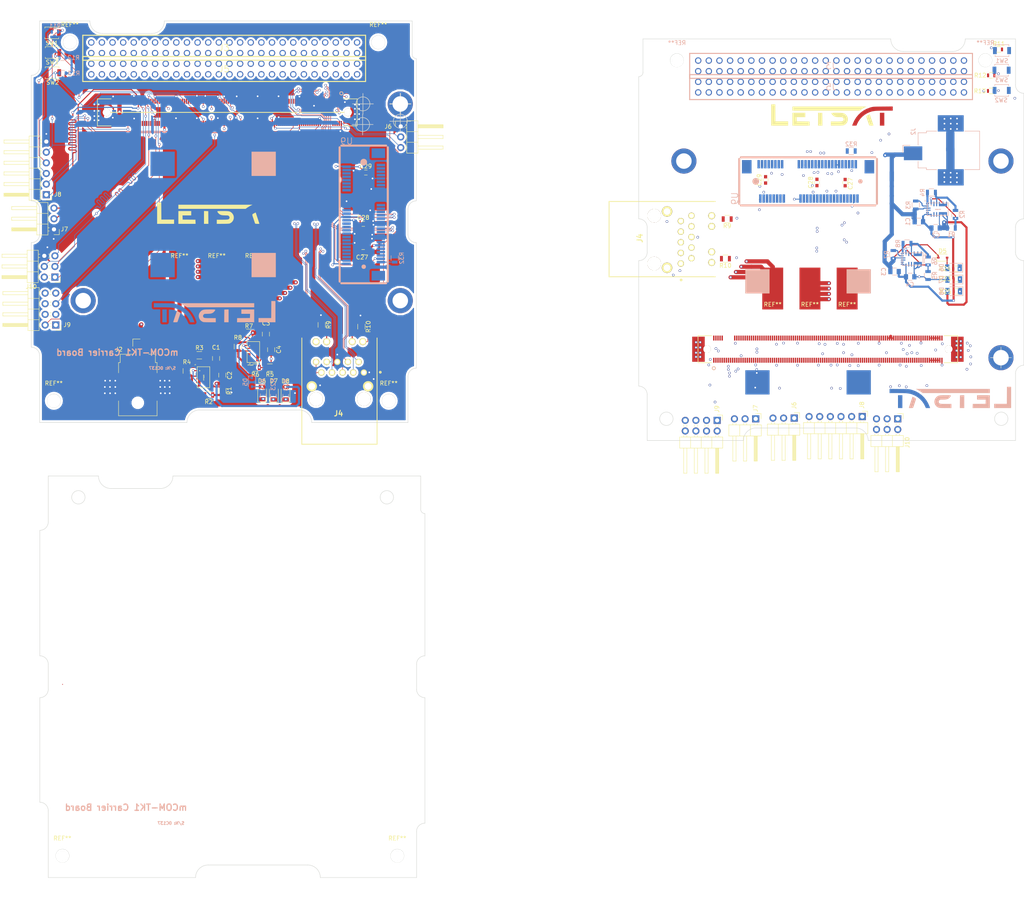
<source format=kicad_pcb>
(kicad_pcb (version 20171130) (host pcbnew "(5.0.0)")
  (layers (0 F.Cu signal) (1 In1.Cu power hide) (2 In2.Cu power hide) (31 B.Cu signal) (34 B.Paste user hide) (35 F.Paste user hide) (36 B.SilkS user) (37 F.SilkS user) (38 B.Mask user hide) (39 F.Mask user hide) (44 Edge.Cuts user))
  (net 0 "")
  (net 1 +3.3V)
  (net 2 "Net-(D5-Pad2)")
  (net 3 "Net-(D6-Pad1)")
  (net 4 "Net-(D7-Pad1)")
  (net 5 "Net-(D8-Pad1)")
  (net 6 mCOM_5V_SBY)
  (net 7 I2C_CK)
  (net 8 I2C_DAT)
  (net 9 "Net-(R1-Pad2)")
  (net 10 GNDA)
  (net 11 "Net-(R3-Pad2)")
  (net 12 "Net-(R4-Pad1)")
  (net 13 "Net-(R5-Pad2)")
  (net 14 "Net-(R7-Pad2)")
  (net 15 "Net-(R8-Pad1)")
  (net 16 "Net-(R32-Pad1)")
  (net 17 SATA0_RX+)
  (net 18 SATA0_RX-)
  (net 19 SATA0_TX-)
  (net 20 SATA0_TX+)
  (net 21 SATA_ACTn)
  (net 22 GPI0)
  (net 23 GPI1)
  (net 24 GPI2)
  (net 25 GPI3)
  (net 26 GPO0)
  (net 27 mCOM_TX)
  (net 28 mCOM_RX)
  (net 29 PWRBTNn)
  (net 30 PWR_OK)
  (net 31 SYS_RESETn)
  (net 32 GPO1)
  (net 33 GPO2)
  (net 34 GPO3)
  (net 35 WAKE1n)
  (net 36 SLEEPn)
  (net 37 mCOM_12V)
  (net 38 "GBE0_CTREF(GND)")
  (net 39 GBE0_MDI3-)
  (net 40 GBE0_MDI3+)
  (net 41 GBE0_LINK100#)
  (net 42 GBE0_LINK1000#)
  (net 43 GBE0_MDI2-)
  (net 44 GBE0_MDI2+)
  (net 45 GBE0_MDI1-)
  (net 46 GBE0_MDI1+)
  (net 47 GBE0_MDI0-)
  (net 48 GBE0_MDI0+)
  (net 49 SPI_MISO)
  (net 50 SPI_CLK)
  (net 51 SPI_MOSI)
  (net 52 SPI_CS#)
  (net 53 "Net-(J4-Pad15)")
  (net 54 "Net-(J1-Pad8)")
  (net 55 "Net-(J1-Pad15)")
  (net 56 "Net-(J1-Pad18)")
  (net 57 "Net-(J1-Pad22)")
  (net 58 "Net-(J1-Pad23)")
  (net 59 "Net-(J1-Pad24)")
  (net 60 "Net-(J1-Pad25)")
  (net 61 "Net-(J1-Pad26)")
  (net 62 "Net-(J1-Pad27)")
  (net 63 "Net-(J1-Pad29)")
  (net 64 "Net-(J1-Pad30)")
  (net 65 "Net-(J1-Pad32)")
  (net 66 "Net-(J1-Pad33)")
  (net 67 "Net-(J1-Pad34)")
  (net 68 "Net-(J1-Pad35)")
  (net 69 "Net-(J1-Pad36)")
  (net 70 "Net-(J1-Pad37)")
  (net 71 "Net-(J1-Pad38)")
  (net 72 "Net-(J1-Pad39)")
  (net 73 "Net-(J1-Pad40)")
  (net 74 "Net-(J1-Pad42)")
  (net 75 "Net-(J1-Pad43)")
  (net 76 "Net-(J1-Pad44)")
  (net 77 "Net-(J1-Pad45)")
  (net 78 "Net-(J1-Pad46)")
  (net 79 "Net-(J1-Pad47)")
  (net 80 "Net-(J1-Pad48)")
  (net 81 "Net-(J1-Pad49)")
  (net 82 "Net-(J1-Pad50)")
  (net 83 "Net-(J1-Pad52)")
  (net 84 "Net-(J1-Pad53)")
  (net 85 "Net-(J1-Pad55)")
  (net 86 "Net-(J1-Pad56)")
  (net 87 "Net-(J1-Pad58)")
  (net 88 "Net-(J1-Pad59)")
  (net 89 "Net-(J1-Pad61)")
  (net 90 "Net-(J1-Pad62)")
  (net 91 "Net-(J1-Pad64)")
  (net 92 "Net-(J1-Pad65)")
  (net 93 "Net-(J1-Pad68)")
  (net 94 "Net-(J1-Pad69)")
  (net 95 "Net-(J1-Pad71)")
  (net 96 "Net-(J1-Pad72)")
  (net 97 "Net-(J1-Pad73)")
  (net 98 "Net-(J1-Pad74)")
  (net 99 "Net-(J1-Pad75)")
  (net 100 "Net-(J1-Pad76)")
  (net 101 "Net-(J1-Pad77)")
  (net 102 "Net-(J1-Pad78)")
  (net 103 "Net-(J1-Pad79)")
  (net 104 "Net-(J1-Pad81)")
  (net 105 "Net-(J1-Pad82)")
  (net 106 "Net-(J1-Pad83)")
  (net 107 "Net-(J1-Pad84)")
  (net 108 "Net-(J1-Pad86)")
  (net 109 "Net-(J1-Pad87)")
  (net 110 "Net-(J1-Pad88)")
  (net 111 "Net-(J1-Pad89)")
  (net 112 "Net-(J1-Pad91)")
  (net 113 "Net-(J1-Pad96)")
  (net 114 "Net-(J1-Pad101)")
  (net 115 "Net-(J1-Pad102)")
  (net 116 "Net-(J1-Pad103)")
  (net 117 "Net-(J1-Pad112)")
  (net 118 "Net-(J1-Pad113)")
  (net 119 "Net-(J1-Pad114)")
  (net 120 "Net-(J1-Pad115)")
  (net 121 "Net-(J1-Pad123)")
  (net 122 "Net-(J1-Pad124)")
  (net 123 "Net-(J1-Pad125)")
  (net 124 "Net-(J1-Pad126)")
  (net 125 "Net-(J1-Pad127)")
  (net 126 "Net-(J1-Pad128)")
  (net 127 "Net-(J1-Pad129)")
  (net 128 "Net-(J1-Pad130)")
  (net 129 "Net-(J1-Pad132)")
  (net 130 "Net-(J1-Pad133)")
  (net 131 "Net-(J1-Pad135)")
  (net 132 "Net-(J1-Pad136)")
  (net 133 "Net-(J1-Pad137)")
  (net 134 "Net-(J1-Pad138)")
  (net 135 "Net-(J1-Pad139)")
  (net 136 "Net-(J1-Pad140)")
  (net 137 "Net-(J1-Pad142)")
  (net 138 "Net-(J1-Pad145)")
  (net 139 "Net-(J1-Pad146)")
  (net 140 "Net-(J1-Pad147)")
  (net 141 "Net-(J1-Pad148)")
  (net 142 "Net-(J1-Pad149)")
  (net 143 "Net-(J1-Pad150)")
  (net 144 "Net-(J1-Pad152)")
  (net 145 "Net-(J1-Pad153)")
  (net 146 "Net-(J1-Pad154)")
  (net 147 "Net-(J1-Pad155)")
  (net 148 "Net-(J1-Pad156)")
  (net 149 "Net-(J1-Pad157)")
  (net 150 "Net-(J1-Pad158)")
  (net 151 "Net-(J1-Pad160)")
  (net 152 "Net-(J1-Pad162)")
  (net 153 "Net-(J1-Pad163)")
  (net 154 "Net-(J1-Pad165)")
  (net 155 "Net-(J1-Pad166)")
  (net 156 "Net-(J1-Pad168)")
  (net 157 "Net-(J1-Pad169)")
  (net 158 "Net-(J1-Pad171)")
  (net 159 "Net-(J1-Pad172)")
  (net 160 "Net-(J1-Pad174)")
  (net 161 "Net-(J1-Pad175)")
  (net 162 "Net-(J1-Pad176)")
  (net 163 "Net-(J1-Pad178)")
  (net 164 "Net-(J1-Pad179)")
  (net 165 "Net-(J1-Pad181)")
  (net 166 "Net-(J1-Pad182)")
  (net 167 "Net-(J1-Pad183)")
  (net 168 "Net-(J1-Pad184)")
  (net 169 "Net-(J1-Pad185)")
  (net 170 "Net-(J1-Pad186)")
  (net 171 "Net-(J1-Pad187)")
  (net 172 "Net-(J1-Pad188)")
  (net 173 "Net-(J1-Pad189)")
  (net 174 "Net-(J1-Pad191)")
  (net 175 "Net-(J1-Pad192)")
  (net 176 "Net-(J1-Pad193)")
  (net 177 "Net-(J1-Pad198)")
  (net 178 "Net-(J1-Pad199)")
  (net 179 "Net-(J1-Pad201)")
  (net 180 "Net-(J1-Pad202)")
  (net 181 "Net-(J1-Pad203)")
  (net 182 "Net-(J1-Pad204)")
  (net 183 "Net-(J1-Pad205)")
  (net 184 "Net-(J1-Pad206)")
  (net 185 "Net-(J1-Pad207)")
  (net 186 "Net-(J1-Pad208)")
  (net 187 "Net-(J1-Pad209)")
  (net 188 "Net-(J1-Pad211)")
  (net 189 "Net-(J1-Pad212)")
  (net 190 "Net-(J3-Pad1)")
  (net 191 "Net-(J3-Pad2)")
  (net 192 "Net-(J3-Pad3)")
  (net 193 "Net-(J3-Pad4)")
  (net 194 "Net-(J3-Pad5)")
  (net 195 "Net-(J3-Pad6)")
  (net 196 "Net-(J3-Pad7)")
  (net 197 "Net-(J3-Pad8)")
  (net 198 "Net-(J3-Pad9)")
  (net 199 "Net-(J3-Pad10)")
  (net 200 "Net-(J3-Pad11)")
  (net 201 "Net-(J3-Pad12)")
  (net 202 "Net-(J3-Pad13)")
  (net 203 "Net-(J3-Pad14)")
  (net 204 "Net-(J3-Pad15)")
  (net 205 "Net-(J3-Pad16)")
  (net 206 "Net-(J3-Pad17)")
  (net 207 "Net-(J3-Pad18)")
  (net 208 "Net-(J3-Pad19)")
  (net 209 "Net-(J3-Pad20)")
  (net 210 "Net-(J3-Pad21)")
  (net 211 "Net-(J3-Pad22)")
  (net 212 "Net-(J3-Pad23)")
  (net 213 "Net-(J3-Pad24)")
  (net 214 "Net-(J3-Pad25)")
  (net 215 "Net-(J3-Pad26)")
  (net 216 "Net-(J3-Pad27)")
  (net 217 "Net-(J3-Pad28)")
  (net 218 "Net-(J3-Pad29)")
  (net 219 "Net-(J3-Pad30)")
  (net 220 "Net-(J3-Pad31)")
  (net 221 "Net-(J3-Pad32)")
  (net 222 "Net-(J3-Pad33)")
  (net 223 "Net-(J3-Pad34)")
  (net 224 "Net-(J3-Pad35)")
  (net 225 "Net-(J3-Pad36)")
  (net 226 "Net-(J3-Pad37)")
  (net 227 "Net-(J3-Pad38)")
  (net 228 "Net-(J3-Pad39)")
  (net 229 "Net-(J3-Pad40)")
  (net 230 "Net-(J3-Pad41)")
  (net 231 "Net-(J3-Pad42)")
  (net 232 "Net-(J3-Pad43)")
  (net 233 "Net-(J3-Pad44)")
  (net 234 "Net-(J3-Pad45)")
  (net 235 "Net-(J3-Pad46)")
  (net 236 "Net-(J3-Pad47)")
  (net 237 "Net-(J3-Pad48)")
  (net 238 "Net-(J3-Pad49)")
  (net 239 "Net-(J3-Pad50)")
  (net 240 "Net-(J3-Pad51)")
  (net 241 "Net-(J3-Pad52)")
  (net 242 "Net-(J4-Pad14)")
  (net 243 "Net-(J5-Pad1)")
  (net 244 "Net-(J5-Pad2)")
  (net 245 "Net-(J5-Pad3)")
  (net 246 "Net-(J5-Pad4)")
  (net 247 "Net-(J5-Pad5)")
  (net 248 "Net-(J5-Pad6)")
  (net 249 "Net-(J5-Pad7)")
  (net 250 "Net-(J5-Pad8)")
  (net 251 "Net-(J5-Pad9)")
  (net 252 "Net-(J5-Pad10)")
  (net 253 "Net-(J5-Pad11)")
  (net 254 "Net-(J5-Pad12)")
  (net 255 "Net-(J5-Pad13)")
  (net 256 "Net-(J5-Pad14)")
  (net 257 "Net-(J5-Pad15)")
  (net 258 "Net-(J5-Pad16)")
  (net 259 "Net-(J5-Pad17)")
  (net 260 "Net-(J5-Pad18)")
  (net 261 "Net-(J5-Pad19)")
  (net 262 "Net-(J5-Pad20)")
  (net 263 "Net-(J5-Pad21)")
  (net 264 "Net-(J5-Pad22)")
  (net 265 "Net-(J5-Pad23)")
  (net 266 "Net-(J5-Pad24)")
  (net 267 "Net-(J5-Pad25)")
  (net 268 "Net-(J5-Pad26)")
  (net 269 "Net-(J5-Pad27)")
  (net 270 "Net-(J5-Pad28)")
  (net 271 "Net-(J5-Pad29)")
  (net 272 "Net-(J5-Pad30)")
  (net 273 "Net-(J5-Pad31)")
  (net 274 "Net-(J5-Pad32)")
  (net 275 "Net-(J5-Pad33)")
  (net 276 "Net-(J5-Pad34)")
  (net 277 "Net-(J5-Pad35)")
  (net 278 "Net-(J5-Pad36)")
  (net 279 "Net-(J5-Pad37)")
  (net 280 "Net-(J5-Pad38)")
  (net 281 "Net-(J5-Pad39)")
  (net 282 "Net-(J5-Pad40)")
  (net 283 "Net-(J5-Pad41)")
  (net 284 "Net-(J5-Pad42)")
  (net 285 "Net-(J5-Pad43)")
  (net 286 "Net-(J5-Pad44)")
  (net 287 "Net-(J5-Pad45)")
  (net 288 "Net-(J5-Pad46)")
  (net 289 "Net-(J5-Pad47)")
  (net 290 "Net-(J5-Pad48)")
  (net 291 "Net-(J5-Pad49)")
  (net 292 "Net-(J5-Pad50)")
  (net 293 "Net-(J5-Pad51)")
  (net 294 "Net-(J5-Pad52)")
  (net 295 "Net-(U1-Pad2)")
  (net 296 "Net-(U1-Pad4)")
  (net 297 "Net-(U1-Pad5)")
  (net 298 "Net-(U1-Pad6)")
  (net 299 "Net-(U1-Pad11)")
  (net 300 "Net-(U2-Pad2)")
  (net 301 "Net-(U2-Pad4)")
  (net 302 "Net-(U2-Pad5)")
  (net 303 "Net-(U2-Pad6)")
  (net 304 "Net-(U2-Pad11)")
  (net 305 "Net-(U9-Pad1)")
  (net 306 "Net-(U9-Pad3)")
  (net 307 "Net-(U9-Pad5)")
  (net 308 "Net-(U9-Pad6)")
  (net 309 "Net-(U9-Pad7)")
  (net 310 "Net-(U9-Pad8)")
  (net 311 "Net-(U9-Pad10)")
  (net 312 "Net-(U9-Pad11)")
  (net 313 "Net-(U9-Pad12)")
  (net 314 "Net-(U9-Pad13)")
  (net 315 "Net-(U9-Pad14)")
  (net 316 "Net-(U9-Pad16)")
  (net 317 "Net-(U9-Pad17)")
  (net 318 "Net-(U9-Pad19)")
  (net 319 "Net-(U9-Pad20)")
  (net 320 "Net-(U9-Pad22)")
  (net 321 "Net-(U9-Pad28)")
  (net 322 "Net-(U9-Pad30)")
  (net 323 "Net-(U9-Pad32)")
  (net 324 "Net-(U9-Pad36)")
  (net 325 "Net-(U9-Pad38)")
  (net 326 "Net-(U9-Pad42)")
  (net 327 "Net-(U9-Pad43)")
  (net 328 "Net-(U9-Pad44)")
  (net 329 "Net-(U9-Pad45)")
  (net 330 "Net-(U9-Pad46)")
  (net 331 "Net-(U9-Pad47)")
  (net 332 "Net-(U9-Pad48)")
  (net 333 "Net-(J4-Pad11)")
  (net 334 "Net-(J4-Pad12)")
  (module Carrier-Board:SI-51009-F (layer F.Cu) (at 155.440524 72.069806 270)
    (fp_text reference J4 (at -0.22626 -7.34364 270) (layer F.SilkS) (effects (font (size 1.27 1.27) (thickness 0.254))))
    (fp_text value SI-51009-F hide)
    (pad 18 thru_hole circle (at 6.855 -13.84) (size 2.5 2.5) (drill 1.65) (layers *.Cu *.Mask F.SilkS) (net 38 "GBE0_CTREF(GND)"))
    (pad 12 thru_hole circle (at 5.84 -10.79) (size 3.25 3.25) (drill 3.25) (layers *.Cu *.Mask F.SilkS) (net 334 "Net-(J4-Pad12)"))
    (pad 11 thru_hole circle (at -5.59 -10.79) (size 3.25 3.25) (drill 3.25) (layers *.Cu *.Mask F.SilkS) (net 333 "Net-(J4-Pad11)"))
    (pad 17 thru_hole circle (at -6.605 -13.84) (size 2.5 2.5) (drill 1.65) (layers *.Cu *.Mask F.SilkS) (net 38 "GBE0_CTREF(GND)"))
    (pad 16 thru_hole circle (at -5.59 -24.51) (size 1.65 1.65) (drill 1.1) (layers *.Cu *.Mask F.SilkS) (net 41 GBE0_LINK100#))
    (pad 15 thru_hole circle (at -3.05 -24.51) (size 1.65 1.65) (drill 1.1) (layers *.Cu *.Mask F.SilkS) (net 53 "Net-(J4-Pad15)"))
    (pad 14 thru_hole circle (at 3.05 -24.51) (size 1.65 1.65) (drill 1.1) (layers *.Cu *.Mask F.SilkS) (net 242 "Net-(J4-Pad14)"))
    (pad 13 thru_hole circle (at 5.59 -24.51) (size 1.65 1.65) (drill 1.1) (layers *.Cu *.Mask F.SilkS) (net 42 GBE0_LINK1000#))
    (pad 10 thru_hole circle (at -5.59 -19.68) (size 1.5 1.5) (drill 0.97) (layers *.Cu *.Mask F.SilkS) (net 39 GBE0_MDI3-))
    (pad 9 thru_hole circle (at -4.32 -17.14) (size 1.5 1.5) (drill 0.97) (layers *.Cu *.Mask F.SilkS) (net 40 GBE0_MDI3+))
    (pad 8 thru_hole circle (at -3.05 -19.68) (size 1.5 1.5) (drill 0.97) (layers *.Cu *.Mask F.SilkS) (net 43 GBE0_MDI2-))
    (pad 7 thru_hole circle (at -1.78 -17.14) (size 1.5 1.5) (drill 0.97) (layers *.Cu *.Mask F.SilkS) (net 44 GBE0_MDI2+))
    (pad 6 thru_hole circle (at -0.51 -19.68) (size 1.5 1.5) (drill 0.97) (layers *.Cu *.Mask F.SilkS) (net 38 "GBE0_CTREF(GND)"))
    (pad 5 thru_hole circle (at 0.76 -17.14) (size 1.5 1.5) (drill 0.97) (layers *.Cu *.Mask F.SilkS) (net 45 GBE0_MDI1-))
    (pad 4 thru_hole circle (at 2.03 -19.68) (size 1.5 1.5) (drill 0.97) (layers *.Cu *.Mask F.SilkS) (net 46 GBE0_MDI1+))
    (pad 3 thru_hole circle (at 3.3 -17.14) (size 1.5 1.5) (drill 0.97) (layers *.Cu *.Mask F.SilkS) (net 47 GBE0_MDI0-))
    (pad 2 thru_hole circle (at 4.57 -19.68) (size 1.5 1.5) (drill 0.97) (layers *.Cu *.Mask F.SilkS) (net 48 GBE0_MDI0+))
    (pad 1 thru_hole circle (at 5.84 -17.14) (size 1.5 1.5) (drill 0.97) (layers *.Cu *.Mask F.SilkS) (net 38 "GBE0_CTREF(GND)"))
  )
  (module Pin_Headers:Pin_Header_Angled_2x03_Pitch2.54mm (layer F.Cu) (at 224.406 115.03452 270)
    (fp_text reference J10 (at 5.655 -2.27 270) (layer F.SilkS))
    (fp_text value Conn_02x03_Odd_Even)
    (pad 6 thru_hole oval (at 2.54 5.08 270) (size 1.7 1.7) (drill 1) (layers *.Cu *.Mask) (net 38 "GBE0_CTREF(GND)"))
    (pad 5 thru_hole oval (at 0 5.08 270) (size 1.7 1.7) (drill 1) (layers *.Cu *.Mask) (net 52 SPI_CS#))
    (pad 4 thru_hole oval (at 2.54 2.54 270) (size 1.7 1.7) (drill 1) (layers *.Cu *.Mask) (net 51 SPI_MOSI))
    (pad 3 thru_hole oval (at 0 2.54 270) (size 1.7 1.7) (drill 1) (layers *.Cu *.Mask) (net 50 SPI_CLK))
    (pad 2 thru_hole oval (at 2.54 0 270) (size 1.7 1.7) (drill 1) (layers *.Cu *.Mask) (net 1 +3.3V))
    (pad 1 thru_hole rect (at 0 0 270) (size 1.7 1.7) (drill 1) (layers *.Cu *.Mask) (net 49 SPI_MISO))
  )
  (module Pin_Headers:Pin_Header_Angled_1x03_Pitch2.54mm (layer F.Cu) (at 190.46398 115.03452 270)
    (fp_text reference J7 (at -2.5 0.04 270) (layer F.SilkS))
    (fp_text value Conn_01x03_Male)
    (pad 3 thru_hole oval (at 0 5.08 270) (size 1.7 1.7) (drill 1) (layers *.Cu *.Mask) (net 27 mCOM_TX))
    (pad 2 thru_hole oval (at 0 2.54 270) (size 1.7 1.7) (drill 1) (layers *.Cu *.Mask) (net 28 mCOM_RX))
    (pad 1 thru_hole rect (at 0 0 270) (size 1.7 1.7) (drill 1) (layers *.Cu *.Mask) (net 38 "GBE0_CTREF(GND)"))
  )
  (module Buttons_Switches_SMD:SW_SPST_B3U-1000P (layer B.Cu) (at 249.208874 31.700549 180)
    (fp_text reference SW2 (at 0.1 -7.15) (layer B.SilkS) (effects (justify mirror)))
    (fp_text value SW_Push)
    (pad 2 smd rect (at 1.7 0 180) (size 0.9 1.7) (layers B.Cu B.Paste B.Mask) (net 31 SYS_RESETn))
    (pad 1 smd rect (at -1.7 0 180) (size 0.9 1.7) (layers B.Cu B.Paste B.Mask) (net 38 "GBE0_CTREF(GND)"))
  )
  (module Carrier-Board:pc104 (layer B.Cu) (at 252.53396 120.2212 180)
    (fp_text reference "" (at 0.75 97.5 180) (layer B.SilkS) (effects (justify mirror)))
    (fp_text value pc104)
    (fp_arc (start 90 51) (end 90 53) (angle 90) (layer Edge.Cuts) (width 0.1))
    (fp_line (start 26.8 93) (end 15 93) (layer Edge.Cuts) (width 0.1))
    (fp_arc (start 62 0) (end 65 0) (angle 90) (layer Edge.Cuts) (width 0.1))
    (fp_arc (start -2 51) (end 0 51) (angle 90) (layer Edge.Cuts) (width 0.1))
    (fp_circle (center 80.9 90.9) (end 82.5 90.9) (layer Edge.Cuts) (width 0.1))
    (fp_circle (center 83.4 5.2) (end 85 5.2) (layer Edge.Cuts) (width 0.1))
    (fp_line (start 38.2 3) (end 62 3) (layer Edge.Cuts) (width 0.1))
    (fp_circle (center 7.2 90.9) (end 8.8 90.9) (layer Edge.Cuts) (width 0.1))
    (fp_line (start 88 0) (end 88 11) (layer Edge.Cuts) (width 0.1))
    (fp_line (start 0 16) (end 0 0) (layer Edge.Cuts) (width 0.1))
    (fp_circle (center 3.4 5.2) (end 5 5.2) (layer Edge.Cuts) (width 0.1))
    (fp_line (start 12 96) (end 0 96) (layer Edge.Cuts) (width 0.1))
    (fp_line (start 0 51) (end 0 45) (layer Edge.Cuts) (width 0.1))
    (fp_arc (start 15 96) (end 12 96) (angle 90) (layer Edge.Cuts) (width 0.1))
    (fp_arc (start -2 85) (end -2 83) (angle 90) (layer Edge.Cuts) (width 0.1))
    (fp_line (start 90 13) (end 90 43) (layer Edge.Cuts) (width 0.1))
    (fp_arc (start 90 88) (end 89 88) (angle 90) (layer Edge.Cuts) (width 0.1))
    (fp_line (start -2 43) (end -2 18) (layer Edge.Cuts) (width 0.1))
    (fp_line (start -2 83) (end -2 53) (layer Edge.Cuts) (width 0.1))
    (fp_line (start 89 88) (end 89 96) (layer Edge.Cuts) (width 0.1))
    (fp_arc (start 90 11) (end 90 13) (angle 90) (layer Edge.Cuts) (width 0.1))
    (fp_arc (start 26.8 96) (end 26.8 93) (angle 90) (layer Edge.Cuts) (width 0.1))
    (fp_line (start 90 53) (end 90 87) (layer Edge.Cuts) (width 0.1))
    (fp_arc (start 38.2 0) (end 38.2 3) (angle 90) (layer Edge.Cuts) (width 0.1))
    (fp_arc (start -2 45) (end -2 43) (angle 90) (layer Edge.Cuts) (width 0.1))
    (fp_line (start 89 96) (end 29.8 96) (layer Edge.Cuts) (width 0.1))
    (fp_line (start 65 0) (end 88 0) (layer Edge.Cuts) (width 0.1))
    (fp_line (start 0 0) (end 35.2 0) (layer Edge.Cuts) (width 0.1))
    (fp_line (start 0 96) (end 0 85) (layer Edge.Cuts) (width 0.1))
    (fp_arc (start -2 16) (end 0 16) (angle 90) (layer Edge.Cuts) (width 0.1))
    (fp_arc (start 90 45) (end 88 45) (angle 90) (layer Edge.Cuts) (width 0.1))
    (fp_line (start 88 45) (end 88 51) (layer Edge.Cuts) (width 0.1))
  )
  (module Capacitors_SMD:C_0805 (layer B.Cu) (at 227.3692 81.07508 180)
    (fp_text reference C4 (at 0.05 -1.825) (layer B.SilkS) (effects (justify mirror)))
    (fp_text value 22uF)
    (pad 2 smd rect (at 1 0 180) (size 1 1.25) (layers B.Cu B.Paste B.Mask) (net 38 "GBE0_CTREF(GND)"))
    (pad 1 smd rect (at -1 0 180) (size 1 1.25) (layers B.Cu B.Paste B.Mask) (net 1 +3.3V))
  )
  (module Mounting_Holes:MountingHole_3.2mm_M3 (layer B.Cu) (at 171.648528 29.359424 180)
    (fp_text reference REF** (at 0 4.2 180) (layer B.SilkS) (effects (justify mirror)))
    (fp_text value MountingHole_3.2mm_M3)
    (pad 1 np_thru_hole circle (at 0 0 180) (size 3.2 3.2) (drill 3.2) (layers *.Cu *.Mask))
  )
  (module Connector_Wire:SolderWirePad_1x01_SMD_5x10mm (layer F.Cu) (at 212.31052 83.8865 180)
    (fp_text reference REF** (at 0 -3.81 180) (layer F.SilkS))
    (fp_text value SolderWirePad_1x01_SMD_5x10mm)
    (pad 1 smd rect (at 0 0 180) (size 5 10) (layers F.Cu F.Paste F.Mask) (net 37 mCOM_12V))
  )
  (module Resistors_SMD:R_0603 (layer F.Cu) (at 246.733874 32.925549)
    (fp_text reference R12 (at -2.625 0) (layer F.SilkS))
    (fp_text value 10K)
    (pad 2 smd rect (at 0.75 0) (size 0.5 0.9) (layers F.Cu F.Paste F.Mask) (net 31 SYS_RESETn))
    (pad 1 smd rect (at -0.75 0) (size 0.5 0.9) (layers F.Cu F.Paste F.Mask) (net 6 mCOM_5V_SBY))
  )
  (module Resistors_SMD:R_0603 (layer F.Cu) (at 246.708874 36.650549)
    (fp_text reference R13 (at -2.675 0.025) (layer F.SilkS))
    (fp_text value 10K)
    (pad 2 smd rect (at 0.75 0) (size 0.5 0.9) (layers F.Cu F.Paste F.Mask) (net 35 WAKE1n))
    (pad 1 smd rect (at -0.75 0) (size 0.5 0.9) (layers F.Cu F.Paste F.Mask) (net 6 mCOM_5V_SBY))
  )
  (module Resistors_SMD:R_0603 (layer F.Cu) (at 248.558874 26.725549)
    (fp_text reference R11 (at 0 -1.35) (layer F.SilkS))
    (fp_text value 10K)
    (pad 2 smd rect (at 0.75 0) (size 0.5 0.9) (layers F.Cu F.Paste F.Mask) (net 6 mCOM_5V_SBY))
    (pad 1 smd rect (at -0.75 0) (size 0.5 0.9) (layers F.Cu F.Paste F.Mask) (net 29 PWRBTNn))
  )
  (module Mounting_Holes:MountingHole_2.7mm_M2.5_Pad (layer B.Cu) (at 173.305006 53.414531)
    (fp_text reference m2 hide)
    (fp_text value MountingHole_2.7mm_M2.5_Pad)
    (pad E3 thru_hole circle (at 0 0) (size 6 6) (drill 3.7) (layers *.Cu *.Mask))
  )
  (module Mounting_Holes:MountingHole_2.7mm_M2.5_Pad (layer B.Cu) (at 249.065006 53.414531)
    (fp_text reference m1 hide)
    (fp_text value MountingHole_2.7mm_M2.5_Pad)
    (pad 2 thru_hole circle (at 0 0) (size 6 6) (drill 3.7) (layers *.Cu *.Mask))
  )
  (module Connector_Wire:SolderWirePad_1x01_SMD_5x10mm (layer F.Cu) (at 194.53052 83.8865 180)
    (fp_text reference REF** (at 0 -3.81 180) (layer F.SilkS))
    (fp_text value SolderWirePad_1x01_SMD_5x10mm)
    (pad 3 smd rect (at 0 0 180) (size 5 10) (layers F.Cu F.Paste F.Mask) (net 1 +3.3V))
  )
  (module Capacitors_SMD:C_0603 (layer F.Cu) (at 211.83724 58.56604 270)
    (fp_text reference C27 (at 0.25 -1.25 270) (layer F.SilkS))
    (fp_text value .1uF)
    (pad 1 smd rect (at -0.75 0 270) (size 0.8 0.75) (layers F.Cu F.Paste F.Mask) (net 1 +3.3V))
    (pad 2 smd rect (at 0.75 0 270) (size 0.8 0.75) (layers F.Cu F.Paste F.Mask) (net 38 "GBE0_CTREF(GND)"))
  )
  (module Carrier-Board:pc104 (layer F.Cu) (at 21.43854 224.68864)
    (fp_text reference "" (at 0.75 -97.5) (layer F.SilkS))
    (fp_text value pc104)
    (fp_line (start 88 -45) (end 88 -51) (layer Edge.Cuts) (width 0.1))
    (fp_arc (start 90 -45) (end 88 -45) (angle -90) (layer Edge.Cuts) (width 0.1))
    (fp_arc (start -2 -16) (end 0 -16) (angle -90) (layer Edge.Cuts) (width 0.1))
    (fp_line (start 0 -96) (end 0 -85) (layer Edge.Cuts) (width 0.1))
    (fp_line (start 0 0) (end 35.2 0) (layer Edge.Cuts) (width 0.1))
    (fp_line (start 65 0) (end 88 0) (layer Edge.Cuts) (width 0.1))
    (fp_line (start 89 -96) (end 29.8 -96) (layer Edge.Cuts) (width 0.1))
    (fp_arc (start -2 -45) (end -2 -43) (angle -90) (layer Edge.Cuts) (width 0.1))
    (fp_arc (start 38.2 0) (end 38.2 -3) (angle -90) (layer Edge.Cuts) (width 0.1))
    (fp_line (start 90 -53) (end 90 -87) (layer Edge.Cuts) (width 0.1))
    (fp_arc (start 26.8 -96) (end 26.8 -93) (angle -90) (layer Edge.Cuts) (width 0.1))
    (fp_arc (start 90 -11) (end 90 -13) (angle -90) (layer Edge.Cuts) (width 0.1))
    (fp_line (start 89 -88) (end 89 -96) (layer Edge.Cuts) (width 0.1))
    (fp_line (start -2 -83) (end -2 -53) (layer Edge.Cuts) (width 0.1))
    (fp_line (start -2 -43) (end -2 -18) (layer Edge.Cuts) (width 0.1))
    (fp_arc (start 90 -88) (end 89 -88) (angle -90) (layer Edge.Cuts) (width 0.1))
    (fp_line (start 90 -13) (end 90 -43) (layer Edge.Cuts) (width 0.1))
    (fp_arc (start -2 -85) (end -2 -83) (angle -90) (layer Edge.Cuts) (width 0.1))
    (fp_arc (start 15 -96) (end 12 -96) (angle -90) (layer Edge.Cuts) (width 0.1))
    (fp_line (start 0 -51) (end 0 -45) (layer Edge.Cuts) (width 0.1))
    (fp_line (start 12 -96) (end 0 -96) (layer Edge.Cuts) (width 0.1))
    (fp_circle (center 3.4 -5.2) (end 5 -5.2) (layer Edge.Cuts) (width 0.1))
    (fp_line (start 0 -16) (end 0 0) (layer Edge.Cuts) (width 0.1))
    (fp_line (start 88 0) (end 88 -11) (layer Edge.Cuts) (width 0.1))
    (fp_circle (center 7.2 -90.9) (end 8.8 -90.9) (layer Edge.Cuts) (width 0.1))
    (fp_line (start 38.2 -3) (end 62 -3) (layer Edge.Cuts) (width 0.1))
    (fp_circle (center 83.4 -5.2) (end 85 -5.2) (layer Edge.Cuts) (width 0.1))
    (fp_circle (center 80.9 -90.9) (end 82.5 -90.9) (layer Edge.Cuts) (width 0.1))
    (fp_arc (start -2 -51) (end 0 -51) (angle -90) (layer Edge.Cuts) (width 0.1))
    (fp_arc (start 62 0) (end 65 0) (angle -90) (layer Edge.Cuts) (width 0.1))
    (fp_line (start 26.8 -93) (end 15 -93) (layer Edge.Cuts) (width 0.1))
    (fp_arc (start 90 -51) (end 90 -53) (angle -90) (layer Edge.Cuts) (width 0.1))
  )
  (module Mounting_Holes:MountingHole_2.7mm_M2.5_Pad (layer B.Cu) (at 249.065006 100.414531)
    (fp_text reference m1 hide)
    (fp_text value MountingHole_2.7mm_M2.5_Pad)
    (pad 1 thru_hole circle (at 0 0) (size 6 6) (drill 3.7) (layers *.Cu *.Mask))
  )
  (module Mounting_Holes:MountingHole_3.2mm_M3 (layer B.Cu) (at 245.348528 29.339424 180)
    (fp_text reference REF** (at 0 4.2 180) (layer B.SilkS) (effects (justify mirror)))
    (fp_text value MountingHole_3.2mm_M3)
    (pad 1 np_thru_hole circle (at 0 0 180) (size 3.2 3.2) (drill 3.2) (layers *.Cu *.Mask))
  )
  (module BusSimulator:ComExpressMini10 (layer F.Cu) (at 172.979864 95.726777)
    (fp_text reference J1 hide)
    (fp_text value CONN_3-6318491-6 hide)
    (pad 224 smd rect (at 65.659 2.667) (size 3 6) (layers F.Cu F.Paste F.Mask) (net 38 "GBE0_CTREF(GND)"))
    (pad 223 smd rect (at 3.81 2.667) (size 3 6) (layers F.Cu F.Paste F.Mask) (net 38 "GBE0_CTREF(GND)"))
    (pad 222 thru_hole circle (at 5.871598 2.65) (size 1.7526 1.7526) (drill 1.7526) (layers *.Cu F.SilkS))
    (pad 222 thru_hole circle (at 5.871598 2.65) (size 1.7526 1.7526) (drill 1.7526) (layers *.Cu F.SilkS))
    (pad 221 thru_hole circle (at 63.580398 2.65) (size 1.7526 1.7526) (drill 1.7526) (layers *.Cu F.SilkS))
    (pad 221 thru_hole circle (at 63.580398 2.65) (size 1.7526 1.7526) (drill 1.7526) (layers *.Cu F.SilkS))
    (pad 220 smd rect (at 61.975997 0) (size 0.3302 1.1938) (layers F.Cu F.Paste F.Mask) (net 38 "GBE0_CTREF(GND)"))
    (pad 219 smd rect (at 61.475998 0) (size 0.3302 1.1938) (layers F.Cu F.Paste F.Mask) (net 37 mCOM_12V))
    (pad 218 smd rect (at 60.975996 0) (size 0.3302 1.1938) (layers F.Cu F.Paste F.Mask) (net 37 mCOM_12V))
    (pad 217 smd rect (at 60.475997 0) (size 0.3302 1.1938) (layers F.Cu F.Paste F.Mask) (net 37 mCOM_12V))
    (pad 216 smd rect (at 59.975996 0) (size 0.3302 1.1938) (layers F.Cu F.Paste F.Mask) (net 37 mCOM_12V))
    (pad 215 smd rect (at 59.475997 0) (size 0.3302 1.1938) (layers F.Cu F.Paste F.Mask) (net 37 mCOM_12V))
    (pad 214 smd rect (at 58.975998 0) (size 0.3302 1.1938) (layers F.Cu F.Paste F.Mask) (net 37 mCOM_12V))
    (pad 213 smd rect (at 58.475996 0) (size 0.3302 1.1938) (layers F.Cu F.Paste F.Mask) (net 36 SLEEPn))
    (pad 212 smd rect (at 57.975997 0) (size 0.3302 1.1938) (layers F.Cu F.Paste F.Mask) (net 189 "Net-(J1-Pad212)"))
    (pad 211 smd rect (at 57.475996 0) (size 0.3302 1.1938) (layers F.Cu F.Paste F.Mask) (net 188 "Net-(J1-Pad211)"))
    (pad 210 smd rect (at 56.975997 0) (size 0.3302 1.1938) (layers F.Cu F.Paste F.Mask) (net 38 "GBE0_CTREF(GND)"))
    (pad 209 smd rect (at 56.475998 0) (size 0.3302 1.1938) (layers F.Cu F.Paste F.Mask) (net 187 "Net-(J1-Pad209)"))
    (pad 208 smd rect (at 55.975996 0) (size 0.3302 1.1938) (layers F.Cu F.Paste F.Mask) (net 186 "Net-(J1-Pad208)"))
    (pad 207 smd rect (at 55.475997 0) (size 0.3302 1.1938) (layers F.Cu F.Paste F.Mask) (net 185 "Net-(J1-Pad207)"))
    (pad 206 smd rect (at 54.975996 0) (size 0.3302 1.1938) (layers F.Cu F.Paste F.Mask) (net 184 "Net-(J1-Pad206)"))
    (pad 205 smd rect (at 54.475997 0) (size 0.3302 1.1938) (layers F.Cu F.Paste F.Mask) (net 183 "Net-(J1-Pad205)"))
    (pad 204 smd rect (at 53.975998 0) (size 0.3302 1.1938) (layers F.Cu F.Paste F.Mask) (net 182 "Net-(J1-Pad204)"))
    (pad 203 smd rect (at 53.475996 0) (size 0.3302 1.1938) (layers F.Cu F.Paste F.Mask) (net 181 "Net-(J1-Pad203)"))
    (pad 202 smd rect (at 52.975997 0) (size 0.3302 1.1938) (layers F.Cu F.Paste F.Mask) (net 180 "Net-(J1-Pad202)"))
    (pad 201 smd rect (at 52.475996 0) (size 0.3302 1.1938) (layers F.Cu F.Paste F.Mask) (net 179 "Net-(J1-Pad201)"))
    (pad 200 smd rect (at 51.975997 0) (size 0.3302 1.1938) (layers F.Cu F.Paste F.Mask) (net 38 "GBE0_CTREF(GND)"))
    (pad 199 smd rect (at 51.475998 0) (size 0.3302 1.1938) (layers F.Cu F.Paste F.Mask) (net 178 "Net-(J1-Pad199)"))
    (pad 198 smd rect (at 50.975996 0) (size 0.3302 1.1938) (layers F.Cu F.Paste F.Mask) (net 177 "Net-(J1-Pad198)"))
    (pad 197 smd rect (at 50.475997 0) (size 0.3302 1.1938) (layers F.Cu F.Paste F.Mask) (net 6 mCOM_5V_SBY))
    (pad 196 smd rect (at 49.975996 0) (size 0.3302 1.1938) (layers F.Cu F.Paste F.Mask) (net 6 mCOM_5V_SBY))
    (pad 195 smd rect (at 49.475997 0) (size 0.3302 1.1938) (layers F.Cu F.Paste F.Mask) (net 6 mCOM_5V_SBY))
    (pad 194 smd rect (at 48.975998 0) (size 0.3302 1.1938) (layers F.Cu F.Paste F.Mask) (net 6 mCOM_5V_SBY))
    (pad 193 smd rect (at 48.475996 0) (size 0.3302 1.1938) (layers F.Cu F.Paste F.Mask) (net 176 "Net-(J1-Pad193)"))
    (pad 192 smd rect (at 47.975997 0) (size 0.3302 1.1938) (layers F.Cu F.Paste F.Mask) (net 175 "Net-(J1-Pad192)"))
    (pad 191 smd rect (at 47.475996 0) (size 0.3302 1.1938) (layers F.Cu F.Paste F.Mask) (net 174 "Net-(J1-Pad191)"))
    (pad 190 smd rect (at 46.975997 0) (size 0.3302 1.1938) (layers F.Cu F.Paste F.Mask) (net 38 "GBE0_CTREF(GND)"))
    (pad 189 smd rect (at 46.475998 0) (size 0.3302 1.1938) (layers F.Cu F.Paste F.Mask) (net 173 "Net-(J1-Pad189)"))
    (pad 188 smd rect (at 45.975996 0) (size 0.3302 1.1938) (layers F.Cu F.Paste F.Mask) (net 172 "Net-(J1-Pad188)"))
    (pad 187 smd rect (at 45.475997 0) (size 0.3302 1.1938) (layers F.Cu F.Paste F.Mask) (net 171 "Net-(J1-Pad187)"))
    (pad 186 smd rect (at 44.975995 0) (size 0.3302 1.1938) (layers F.Cu F.Paste F.Mask) (net 170 "Net-(J1-Pad186)"))
    (pad 185 smd rect (at 44.475996 0) (size 0.3302 1.1938) (layers F.Cu F.Paste F.Mask) (net 169 "Net-(J1-Pad185)"))
    (pad 184 smd rect (at 43.975997 0) (size 0.3302 1.1938) (layers F.Cu F.Paste F.Mask) (net 168 "Net-(J1-Pad184)"))
    (pad 183 smd rect (at 43.475996 0) (size 0.3302 1.1938) (layers F.Cu F.Paste F.Mask) (net 167 "Net-(J1-Pad183)"))
    (pad 182 smd rect (at 42.975997 0) (size 0.3302 1.1938) (layers F.Cu F.Paste F.Mask) (net 166 "Net-(J1-Pad182)"))
    (pad 181 smd rect (at 42.475995 0) (size 0.3302 1.1938) (layers F.Cu F.Paste F.Mask) (net 165 "Net-(J1-Pad181)"))
    (pad 180 smd rect (at 41.975996 0) (size 0.3302 1.1938) (layers F.Cu F.Paste F.Mask) (net 38 "GBE0_CTREF(GND)"))
    (pad 179 smd rect (at 41.475997 0) (size 0.3302 1.1938) (layers F.Cu F.Paste F.Mask) (net 164 "Net-(J1-Pad179)"))
    (pad 178 smd rect (at 40.975996 0) (size 0.3302 1.1938) (layers F.Cu F.Paste F.Mask) (net 163 "Net-(J1-Pad178)"))
    (pad 177 smd rect (at 40.475997 0) (size 0.3302 1.1938) (layers F.Cu F.Paste F.Mask) (net 35 WAKE1n))
    (pad 176 smd rect (at 39.975998 0) (size 0.3302 1.1938) (layers F.Cu F.Paste F.Mask) (net 162 "Net-(J1-Pad176)"))
    (pad 175 smd rect (at 39.475996 0) (size 0.3302 1.1938) (layers F.Cu F.Paste F.Mask) (net 161 "Net-(J1-Pad175)"))
    (pad 174 smd rect (at 38.975997 0) (size 0.3302 1.1938) (layers F.Cu F.Paste F.Mask) (net 160 "Net-(J1-Pad174)"))
    (pad 173 smd rect (at 38.475996 0) (size 0.3302 1.1938) (layers F.Cu F.Paste F.Mask) (net 34 GPO3))
    (pad 172 smd rect (at 37.975997 0) (size 0.3302 1.1938) (layers F.Cu F.Paste F.Mask) (net 159 "Net-(J1-Pad172)"))
    (pad 171 smd rect (at 37.475998 0) (size 0.3302 1.1938) (layers F.Cu F.Paste F.Mask) (net 158 "Net-(J1-Pad171)"))
    (pad 170 smd rect (at 36.975996 0) (size 0.3302 1.1938) (layers F.Cu F.Paste F.Mask) (net 38 "GBE0_CTREF(GND)"))
    (pad 169 smd rect (at 36.475997 0) (size 0.3302 1.1938) (layers F.Cu F.Paste F.Mask) (net 157 "Net-(J1-Pad169)"))
    (pad 168 smd rect (at 35.975996 0) (size 0.3302 1.1938) (layers F.Cu F.Paste F.Mask) (net 156 "Net-(J1-Pad168)"))
    (pad 167 smd rect (at 35.475997 0) (size 0.3302 1.1938) (layers F.Cu F.Paste F.Mask) (net 33 GPO2))
    (pad 166 smd rect (at 34.975998 0) (size 0.3302 1.1938) (layers F.Cu F.Paste F.Mask) (net 155 "Net-(J1-Pad166)"))
    (pad 165 smd rect (at 34.475996 0) (size 0.3302 1.1938) (layers F.Cu F.Paste F.Mask) (net 154 "Net-(J1-Pad165)"))
    (pad 164 smd rect (at 33.975997 0) (size 0.3302 1.1938) (layers F.Cu F.Paste F.Mask) (net 32 GPO1))
    (pad 163 smd rect (at 33.475996 0) (size 0.3302 1.1938) (layers F.Cu F.Paste F.Mask) (net 153 "Net-(J1-Pad163)"))
    (pad 162 smd rect (at 32.975997 0) (size 0.3302 1.1938) (layers F.Cu F.Paste F.Mask) (net 152 "Net-(J1-Pad162)"))
    (pad 161 smd rect (at 32.475998 0) (size 0.3302 1.1938) (layers F.Cu F.Paste F.Mask) (net 38 "GBE0_CTREF(GND)"))
    (pad 160 smd rect (at 31.975996 0) (size 0.3302 1.1938) (layers F.Cu F.Paste F.Mask) (net 151 "Net-(J1-Pad160)"))
    (pad 159 smd rect (at 31.475997 0) (size 0.3302 1.1938) (layers F.Cu F.Paste F.Mask) (net 31 SYS_RESETn))
    (pad 158 smd rect (at 30.975996 0) (size 0.3302 1.1938) (layers F.Cu F.Paste F.Mask) (net 150 "Net-(J1-Pad158)"))
    (pad 157 smd rect (at 30.475997 0) (size 0.3302 1.1938) (layers F.Cu F.Paste F.Mask) (net 149 "Net-(J1-Pad157)"))
    (pad 156 smd rect (at 29.975998 0) (size 0.3302 1.1938) (layers F.Cu F.Paste F.Mask) (net 148 "Net-(J1-Pad156)"))
    (pad 155 smd rect (at 29.475996 0) (size 0.3302 1.1938) (layers F.Cu F.Paste F.Mask) (net 147 "Net-(J1-Pad155)"))
    (pad 154 smd rect (at 28.975997 0) (size 0.3302 1.1938) (layers F.Cu F.Paste F.Mask) (net 146 "Net-(J1-Pad154)"))
    (pad 153 smd rect (at 28.475995 0) (size 0.3302 1.1938) (layers F.Cu F.Paste F.Mask) (net 145 "Net-(J1-Pad153)"))
    (pad 152 smd rect (at 27.975996 0) (size 0.3302 1.1938) (layers F.Cu F.Paste F.Mask) (net 144 "Net-(J1-Pad152)"))
    (pad 151 smd rect (at 27.475997 0) (size 0.3302 1.1938) (layers F.Cu F.Paste F.Mask) (net 38 "GBE0_CTREF(GND)"))
    (pad 150 smd rect (at 26.975996 0) (size 0.3302 1.1938) (layers F.Cu F.Paste F.Mask) (net 143 "Net-(J1-Pad150)"))
    (pad 149 smd rect (at 26.475997 0) (size 0.3302 1.1938) (layers F.Cu F.Paste F.Mask) (net 142 "Net-(J1-Pad149)"))
    (pad 148 smd rect (at 25.975995 0) (size 0.3302 1.1938) (layers F.Cu F.Paste F.Mask) (net 141 "Net-(J1-Pad148)"))
    (pad 147 smd rect (at 25.475996 0) (size 0.3302 1.1938) (layers F.Cu F.Paste F.Mask) (net 140 "Net-(J1-Pad147)"))
    (pad 146 smd rect (at 24.975997 0) (size 0.3302 1.1938) (layers F.Cu F.Paste F.Mask) (net 139 "Net-(J1-Pad146)"))
    (pad 145 smd rect (at 24.475996 0) (size 0.3302 1.1938) (layers F.Cu F.Paste F.Mask) (net 138 "Net-(J1-Pad145)"))
    (pad 144 smd rect (at 23.975997 0) (size 0.3302 1.1938) (layers F.Cu F.Paste F.Mask) (net 8 I2C_DAT))
    (pad 143 smd rect (at 23.475995 0) (size 0.3302 1.1938) (layers F.Cu F.Paste F.Mask) (net 7 I2C_CK))
    (pad 142 smd rect (at 22.975996 0) (size 0.3302 1.1938) (layers F.Cu F.Paste F.Mask) (net 137 "Net-(J1-Pad142)"))
    (pad 141 smd rect (at 22.475997 0) (size 0.3302 1.1938) (layers F.Cu F.Paste F.Mask) (net 38 "GBE0_CTREF(GND)"))
    (pad 140 smd rect (at 21.975996 0) (size 0.3302 1.1938) (layers F.Cu F.Paste F.Mask) (net 136 "Net-(J1-Pad140)"))
    (pad 139 smd rect (at 21.475997 0) (size 0.3302 1.1938) (layers F.Cu F.Paste F.Mask) (net 135 "Net-(J1-Pad139)"))
    (pad 138 smd rect (at 20.975998 0) (size 0.3302 1.1938) (layers F.Cu F.Paste F.Mask) (net 134 "Net-(J1-Pad138)"))
    (pad 137 smd rect (at 20.475996 0) (size 0.3302 1.1938) (layers F.Cu F.Paste F.Mask) (net 133 "Net-(J1-Pad137)"))
    (pad 136 smd rect (at 19.975997 0) (size 0.3302 1.1938) (layers F.Cu F.Paste F.Mask) (net 132 "Net-(J1-Pad136)"))
    (pad 135 smd rect (at 19.475996 0) (size 0.3302 1.1938) (layers F.Cu F.Paste F.Mask) (net 131 "Net-(J1-Pad135)"))
    (pad 134 smd rect (at 18.975997 0) (size 0.3302 1.1938) (layers F.Cu F.Paste F.Mask) (net 30 PWR_OK))
    (pad 133 smd rect (at 18.475998 0) (size 0.3302 1.1938) (layers F.Cu F.Paste F.Mask) (net 130 "Net-(J1-Pad133)"))
    (pad 132 smd rect (at 17.975996 0) (size 0.3302 1.1938) (layers F.Cu F.Paste F.Mask) (net 129 "Net-(J1-Pad132)"))
    (pad 131 smd rect (at 17.475997 0) (size 0.3302 1.1938) (layers F.Cu F.Paste F.Mask) (net 38 "GBE0_CTREF(GND)"))
    (pad 130 smd rect (at 16.975996 0) (size 0.3302 1.1938) (layers F.Cu F.Paste F.Mask) (net 128 "Net-(J1-Pad130)"))
    (pad 129 smd rect (at 16.475997 0) (size 0.3302 1.1938) (layers F.Cu F.Paste F.Mask) (net 127 "Net-(J1-Pad129)"))
    (pad 128 smd rect (at 15.975998 0) (size 0.3302 1.1938) (layers F.Cu F.Paste F.Mask) (net 126 "Net-(J1-Pad128)"))
    (pad 127 smd rect (at 15.475996 0) (size 0.3302 1.1938) (layers F.Cu F.Paste F.Mask) (net 125 "Net-(J1-Pad127)"))
    (pad 126 smd rect (at 14.975997 0) (size 0.3302 1.1938) (layers F.Cu F.Paste F.Mask) (net 124 "Net-(J1-Pad126)"))
    (pad 125 smd rect (at 14.475996 0) (size 0.3302 1.1938) (layers F.Cu F.Paste F.Mask) (net 123 "Net-(J1-Pad125)"))
    (pad 124 smd rect (at 13.975997 0) (size 0.3302 1.1938) (layers F.Cu F.Paste F.Mask) (net 122 "Net-(J1-Pad124)"))
    (pad 123 smd rect (at 13.475998 0) (size 0.3302 1.1938) (layers F.Cu F.Paste F.Mask) (net 121 "Net-(J1-Pad123)"))
    (pad 122 smd rect (at 12.975996 0) (size 0.3302 1.1938) (layers F.Cu F.Paste F.Mask) (net 29 PWRBTNn))
    (pad 121 smd rect (at 12.475997 0) (size 0.3302 1.1938) (layers F.Cu F.Paste F.Mask) (net 38 "GBE0_CTREF(GND)"))
    (pad 115 smd rect (at 9.475995 0) (size 0.3302 1.1938) (layers F.Cu F.Paste F.Mask) (net 120 "Net-(J1-Pad115)"))
    (pad 114 smd rect (at 8.975996 0) (size 0.3302 1.1938) (layers F.Cu F.Paste F.Mask) (net 119 "Net-(J1-Pad114)"))
    (pad 113 smd rect (at 8.475997 0) (size 0.3302 1.1938) (layers F.Cu F.Paste F.Mask) (net 118 "Net-(J1-Pad113)"))
    (pad 112 smd rect (at 7.975996 0) (size 0.3302 1.1938) (layers F.Cu F.Paste F.Mask) (net 117 "Net-(J1-Pad112)"))
    (pad 111 smd rect (at 7.475997 0) (size 0.3302 1.1938) (layers F.Cu F.Paste F.Mask) (net 38 "GBE0_CTREF(GND)"))
    (pad 110 smd rect (at 61.975997 5.3) (size 0.3302 1.1938) (layers F.Cu F.Paste F.Mask) (net 38 "GBE0_CTREF(GND)"))
    (pad 109 smd rect (at 61.475998 5.3) (size 0.3302 1.1938) (layers F.Cu F.Paste F.Mask) (net 37 mCOM_12V))
    (pad 108 smd rect (at 60.975996 5.3) (size 0.3302 1.1938) (layers F.Cu F.Paste F.Mask) (net 37 mCOM_12V))
    (pad 107 smd rect (at 60.475997 5.3) (size 0.3302 1.1938) (layers F.Cu F.Paste F.Mask) (net 37 mCOM_12V))
    (pad 106 smd rect (at 59.975996 5.3) (size 0.3302 1.1938) (layers F.Cu F.Paste F.Mask) (net 37 mCOM_12V))
    (pad 105 smd rect (at 59.475997 5.3) (size 0.3302 1.1938) (layers F.Cu F.Paste F.Mask) (net 37 mCOM_12V))
    (pad 104 smd rect (at 58.975998 5.3) (size 0.3302 1.1938) (layers F.Cu F.Paste F.Mask) (net 37 mCOM_12V))
    (pad 103 smd rect (at 58.475996 5.3) (size 0.3302 1.1938) (layers F.Cu F.Paste F.Mask) (net 116 "Net-(J1-Pad103)"))
    (pad 102 smd rect (at 57.975997 5.3) (size 0.3302 1.1938) (layers F.Cu F.Paste F.Mask) (net 115 "Net-(J1-Pad102)"))
    (pad 101 smd rect (at 57.475996 5.3) (size 0.3302 1.1938) (layers F.Cu F.Paste F.Mask) (net 114 "Net-(J1-Pad101)"))
    (pad 100 smd rect (at 56.975997 5.3) (size 0.3302 1.1938) (layers F.Cu F.Paste F.Mask) (net 38 "GBE0_CTREF(GND)"))
    (pad 99 smd rect (at 56.475998 5.3) (size 0.3302 1.1938) (layers F.Cu F.Paste F.Mask) (net 28 mCOM_RX))
    (pad 98 smd rect (at 55.975996 5.3) (size 0.3302 1.1938) (layers F.Cu F.Paste F.Mask) (net 27 mCOM_TX))
    (pad 97 smd rect (at 55.475997 5.3) (size 0.3302 1.1938) (layers F.Cu F.Paste F.Mask) (net 52 SPI_CS#))
    (pad 96 smd rect (at 54.975996 5.3) (size 0.3302 1.1938) (layers F.Cu F.Paste F.Mask) (net 113 "Net-(J1-Pad96)"))
    (pad 95 smd rect (at 54.475997 5.3) (size 0.3302 1.1938) (layers F.Cu F.Paste F.Mask) (net 51 SPI_MOSI))
    (pad 94 smd rect (at 53.975998 5.3) (size 0.3302 1.1938) (layers F.Cu F.Paste F.Mask) (net 50 SPI_CLK))
    (pad 93 smd rect (at 53.475996 5.3) (size 0.3302 1.1938) (layers F.Cu F.Paste F.Mask) (net 26 GPO0))
    (pad 92 smd rect (at 52.975997 5.3) (size 0.3302 1.1938) (layers F.Cu F.Paste F.Mask) (net 49 SPI_MISO))
    (pad 91 smd rect (at 52.475996 5.3) (size 0.3302 1.1938) (layers F.Cu F.Paste F.Mask) (net 112 "Net-(J1-Pad91)"))
    (pad 90 smd rect (at 51.975997 5.3) (size 0.3302 1.1938) (layers F.Cu F.Paste F.Mask) (net 38 "GBE0_CTREF(GND)"))
    (pad 89 smd rect (at 51.475998 5.3) (size 0.3302 1.1938) (layers F.Cu F.Paste F.Mask) (net 111 "Net-(J1-Pad89)"))
    (pad 88 smd rect (at 50.975996 5.3) (size 0.3302 1.1938) (layers F.Cu F.Paste F.Mask) (net 110 "Net-(J1-Pad88)"))
    (pad 87 smd rect (at 50.475997 5.3) (size 0.3302 1.1938) (layers F.Cu F.Paste F.Mask) (net 109 "Net-(J1-Pad87)"))
    (pad 86 smd rect (at 49.975996 5.3) (size 0.3302 1.1938) (layers F.Cu F.Paste F.Mask) (net 108 "Net-(J1-Pad86)"))
    (pad 85 smd rect (at 49.475997 5.3) (size 0.3302 1.1938) (layers F.Cu F.Paste F.Mask) (net 25 GPI3))
    (pad 84 smd rect (at 48.975998 5.3) (size 0.3302 1.1938) (layers F.Cu F.Paste F.Mask) (net 107 "Net-(J1-Pad84)"))
    (pad 83 smd rect (at 48.475996 5.3) (size 0.3302 1.1938) (layers F.Cu F.Paste F.Mask) (net 106 "Net-(J1-Pad83)"))
    (pad 82 smd rect (at 47.975997 5.3) (size 0.3302 1.1938) (layers F.Cu F.Paste F.Mask) (net 105 "Net-(J1-Pad82)"))
    (pad 81 smd rect (at 47.475996 5.3) (size 0.3302 1.1938) (layers F.Cu F.Paste F.Mask) (net 104 "Net-(J1-Pad81)"))
    (pad 80 smd rect (at 46.975997 5.3) (size 0.3302 1.1938) (layers F.Cu F.Paste F.Mask) (net 38 "GBE0_CTREF(GND)"))
    (pad 79 smd rect (at 46.475998 5.3) (size 0.3302 1.1938) (layers F.Cu F.Paste F.Mask) (net 103 "Net-(J1-Pad79)"))
    (pad 78 smd rect (at 45.975996 5.3) (size 0.3302 1.1938) (layers F.Cu F.Paste F.Mask) (net 102 "Net-(J1-Pad78)"))
    (pad 77 smd rect (at 45.475997 5.3) (size 0.3302 1.1938) (layers F.Cu F.Paste F.Mask) (net 101 "Net-(J1-Pad77)"))
    (pad 76 smd rect (at 44.975995 5.3) (size 0.3302 1.1938) (layers F.Cu F.Paste F.Mask) (net 100 "Net-(J1-Pad76)"))
    (pad 75 smd rect (at 44.475996 5.3) (size 0.3302 1.1938) (layers F.Cu F.Paste F.Mask) (net 99 "Net-(J1-Pad75)"))
    (pad 74 smd rect (at 43.975997 5.3) (size 0.3302 1.1938) (layers F.Cu F.Paste F.Mask) (net 98 "Net-(J1-Pad74)"))
    (pad 73 smd rect (at 43.475996 5.3) (size 0.3302 1.1938) (layers F.Cu F.Paste F.Mask) (net 97 "Net-(J1-Pad73)"))
    (pad 72 smd rect (at 42.975997 5.3) (size 0.3302 1.1938) (layers F.Cu F.Paste F.Mask) (net 96 "Net-(J1-Pad72)"))
    (pad 71 smd rect (at 42.475995 5.3) (size 0.3302 1.1938) (layers F.Cu F.Paste F.Mask) (net 95 "Net-(J1-Pad71)"))
    (pad 70 smd rect (at 41.975996 5.3) (size 0.3302 1.1938) (layers F.Cu F.Paste F.Mask) (net 38 "GBE0_CTREF(GND)"))
    (pad 69 smd rect (at 41.475997 5.3) (size 0.3302 1.1938) (layers F.Cu F.Paste F.Mask) (net 94 "Net-(J1-Pad69)"))
    (pad 68 smd rect (at 40.975996 5.3) (size 0.3302 1.1938) (layers F.Cu F.Paste F.Mask) (net 93 "Net-(J1-Pad68)"))
    (pad 67 smd rect (at 40.475997 5.3) (size 0.3302 1.1938) (layers F.Cu F.Paste F.Mask) (net 24 GPI2))
    (pad 66 smd rect (at 39.975998 5.3) (size 0.3302 1.1938) (layers F.Cu F.Paste F.Mask) (net 38 "GBE0_CTREF(GND)"))
    (pad 65 smd rect (at 39.475996 5.3) (size 0.3302 1.1938) (layers F.Cu F.Paste F.Mask) (net 92 "Net-(J1-Pad65)"))
    (pad 64 smd rect (at 38.975997 5.3) (size 0.3302 1.1938) (layers F.Cu F.Paste F.Mask) (net 91 "Net-(J1-Pad64)"))
    (pad 63 smd rect (at 38.475996 5.3) (size 0.3302 1.1938) (layers F.Cu F.Paste F.Mask) (net 23 GPI1))
    (pad 62 smd rect (at 37.975997 5.3) (size 0.3302 1.1938) (layers F.Cu F.Paste F.Mask) (net 90 "Net-(J1-Pad62)"))
    (pad 61 smd rect (at 37.475998 5.3) (size 0.3302 1.1938) (layers F.Cu F.Paste F.Mask) (net 89 "Net-(J1-Pad61)"))
    (pad 60 smd rect (at 36.975996 5.3) (size 0.3302 1.1938) (layers F.Cu F.Paste F.Mask) (net 38 "GBE0_CTREF(GND)"))
    (pad 59 smd rect (at 36.475997 5.3) (size 0.3302 1.1938) (layers F.Cu F.Paste F.Mask) (net 88 "Net-(J1-Pad59)"))
    (pad 58 smd rect (at 35.975996 5.3) (size 0.3302 1.1938) (layers F.Cu F.Paste F.Mask) (net 87 "Net-(J1-Pad58)"))
    (pad 57 smd rect (at 35.475997 5.3) (size 0.3302 1.1938) (layers F.Cu F.Paste F.Mask) (net 38 "GBE0_CTREF(GND)"))
    (pad 56 smd rect (at 34.975998 5.3) (size 0.3302 1.1938) (layers F.Cu F.Paste F.Mask) (net 86 "Net-(J1-Pad56)"))
    (pad 55 smd rect (at 34.475996 5.3) (size 0.3302 1.1938) (layers F.Cu F.Paste F.Mask) (net 85 "Net-(J1-Pad55)"))
    (pad 54 smd rect (at 33.975997 5.3) (size 0.3302 1.1938) (layers F.Cu F.Paste F.Mask) (net 22 GPI0))
    (pad 53 smd rect (at 33.475996 5.3) (size 0.3302 1.1938) (layers F.Cu F.Paste F.Mask) (net 84 "Net-(J1-Pad53)"))
    (pad 52 smd rect (at 32.975997 5.3) (size 0.3302 1.1938) (layers F.Cu F.Paste F.Mask) (net 83 "Net-(J1-Pad52)"))
    (pad 51 smd rect (at 32.475998 5.3) (size 0.3302 1.1938) (layers F.Cu F.Paste F.Mask) (net 38 "GBE0_CTREF(GND)"))
    (pad 50 smd rect (at 31.975996 5.3) (size 0.3302 1.1938) (layers F.Cu F.Paste F.Mask) (net 82 "Net-(J1-Pad50)"))
    (pad 49 smd rect (at 31.475997 5.3) (size 0.3302 1.1938) (layers F.Cu F.Paste F.Mask) (net 81 "Net-(J1-Pad49)"))
    (pad 48 smd rect (at 30.975996 5.3) (size 0.3302 1.1938) (layers F.Cu F.Paste F.Mask) (net 80 "Net-(J1-Pad48)"))
    (pad 47 smd rect (at 30.475997 5.3) (size 0.3302 1.1938) (layers F.Cu F.Paste F.Mask) (net 79 "Net-(J1-Pad47)"))
    (pad 46 smd rect (at 29.975998 5.3) (size 0.3302 1.1938) (layers F.Cu F.Paste F.Mask) (net 78 "Net-(J1-Pad46)"))
    (pad 45 smd rect (at 29.475996 5.3) (size 0.3302 1.1938) (layers F.Cu F.Paste F.Mask) (net 77 "Net-(J1-Pad45)"))
    (pad 44 smd rect (at 28.975997 5.3) (size 0.3302 1.1938) (layers F.Cu F.Paste F.Mask) (net 76 "Net-(J1-Pad44)"))
    (pad 43 smd rect (at 28.475995 5.3) (size 0.3302 1.1938) (layers F.Cu F.Paste F.Mask) (net 75 "Net-(J1-Pad43)"))
    (pad 42 smd rect (at 27.975996 5.3) (size 0.3302 1.1938) (layers F.Cu F.Paste F.Mask) (net 74 "Net-(J1-Pad42)"))
    (pad 41 smd rect (at 27.475997 5.3) (size 0.3302 1.1938) (layers F.Cu F.Paste F.Mask) (net 38 "GBE0_CTREF(GND)"))
    (pad 40 smd rect (at 26.975996 5.3) (size 0.3302 1.1938) (layers F.Cu F.Paste F.Mask) (net 73 "Net-(J1-Pad40)"))
    (pad 39 smd rect (at 26.475997 5.3) (size 0.3302 1.1938) (layers F.Cu F.Paste F.Mask) (net 72 "Net-(J1-Pad39)"))
    (pad 38 smd rect (at 25.975995 5.3) (size 0.3302 1.1938) (layers F.Cu F.Paste F.Mask) (net 71 "Net-(J1-Pad38)"))
    (pad 37 smd rect (at 25.475996 5.3) (size 0.3302 1.1938) (layers F.Cu F.Paste F.Mask) (net 70 "Net-(J1-Pad37)"))
    (pad 36 smd rect (at 24.975997 5.3) (size 0.3302 1.1938) (layers F.Cu F.Paste F.Mask) (net 69 "Net-(J1-Pad36)"))
    (pad 35 smd rect (at 24.475996 5.3) (size 0.3302 1.1938) (layers F.Cu F.Paste F.Mask) (net 68 "Net-(J1-Pad35)"))
    (pad 34 smd rect (at 23.975997 5.3) (size 0.3302 1.1938) (layers F.Cu F.Paste F.Mask) (net 67 "Net-(J1-Pad34)"))
    (pad 33 smd rect (at 23.475995 5.3) (size 0.3302 1.1938) (layers F.Cu F.Paste F.Mask) (net 66 "Net-(J1-Pad33)"))
    (pad 32 smd rect (at 22.975996 5.3) (size 0.3302 1.1938) (layers F.Cu F.Paste F.Mask) (net 65 "Net-(J1-Pad32)"))
    (pad 31 smd rect (at 22.475997 5.3) (size 0.3302 1.1938) (layers F.Cu F.Paste F.Mask) (net 38 "GBE0_CTREF(GND)"))
    (pad 30 smd rect (at 21.975996 5.3) (size 0.3302 1.1938) (layers F.Cu F.Paste F.Mask) (net 64 "Net-(J1-Pad30)"))
    (pad 29 smd rect (at 21.475997 5.3) (size 0.3302 1.1938) (layers F.Cu F.Paste F.Mask) (net 63 "Net-(J1-Pad29)"))
    (pad 28 smd rect (at 20.975998 5.3) (size 0.3302 1.1938) (layers F.Cu F.Paste F.Mask) (net 21 SATA_ACTn))
    (pad 27 smd rect (at 20.475996 5.3) (size 0.3302 1.1938) (layers F.Cu F.Paste F.Mask) (net 62 "Net-(J1-Pad27)"))
    (pad 26 smd rect (at 19.975997 5.3) (size 0.3302 1.1938) (layers F.Cu F.Paste F.Mask) (net 61 "Net-(J1-Pad26)"))
    (pad 25 smd rect (at 19.475996 5.3) (size 0.3302 1.1938) (layers F.Cu F.Paste F.Mask) (net 60 "Net-(J1-Pad25)"))
    (pad 24 smd rect (at 18.975997 5.3) (size 0.3302 1.1938) (layers F.Cu F.Paste F.Mask) (net 59 "Net-(J1-Pad24)"))
    (pad 23 smd rect (at 18.475998 5.3) (size 0.3302 1.1938) (layers F.Cu F.Paste F.Mask) (net 58 "Net-(J1-Pad23)"))
    (pad 22 smd rect (at 17.975996 5.3) (size 0.3302 1.1938) (layers F.Cu F.Paste F.Mask) (net 57 "Net-(J1-Pad22)"))
    (pad 21 smd rect (at 17.475997 5.3) (size 0.3302 1.1938) (layers F.Cu F.Paste F.Mask) (net 38 "GBE0_CTREF(GND)"))
    (pad 20 smd rect (at 16.975996 5.3) (size 0.3302 1.1938) (layers F.Cu F.Paste F.Mask) (net 18 SATA0_RX-))
    (pad 19 smd rect (at 16.475997 5.3) (size 0.3302 1.1938) (layers F.Cu F.Paste F.Mask) (net 17 SATA0_RX+))
    (pad 18 smd rect (at 15.975998 5.3) (size 0.3302 1.1938) (layers F.Cu F.Paste F.Mask) (net 56 "Net-(J1-Pad18)"))
    (pad 17 smd rect (at 15.475996 5.3) (size 0.3302 1.1938) (layers F.Cu F.Paste F.Mask) (net 19 SATA0_TX-))
    (pad 16 smd rect (at 14.975997 5.3) (size 0.3302 1.1938) (layers F.Cu F.Paste F.Mask) (net 20 SATA0_TX+))
    (pad 15 smd rect (at 14.475996 5.3) (size 0.3302 1.1938) (layers F.Cu F.Paste F.Mask) (net 55 "Net-(J1-Pad15)"))
    (pad 14 smd rect (at 13.975997 5.3) (size 0.3302 1.1938) (layers F.Cu F.Paste F.Mask) (net 38 "GBE0_CTREF(GND)"))
    (pad 13 smd rect (at 13.475998 5.3) (size 0.3302 1.1938) (layers F.Cu F.Paste F.Mask) (net 48 GBE0_MDI0+))
    (pad 12 smd rect (at 12.975996 5.3) (size 0.3302 1.1938) (layers F.Cu F.Paste F.Mask) (net 47 GBE0_MDI0-))
    (pad 11 smd rect (at 12.475997 5.3) (size 0.3302 1.1938) (layers F.Cu F.Paste F.Mask) (net 38 "GBE0_CTREF(GND)"))
    (pad 10 smd rect (at 11.975995 5.3) (size 0.3302 1.1938) (layers F.Cu F.Paste F.Mask) (net 46 GBE0_MDI1+))
    (pad 9 smd rect (at 11.475996 5.3) (size 0.3302 1.1938) (layers F.Cu F.Paste F.Mask) (net 45 GBE0_MDI1-))
    (pad 8 smd rect (at 10.975997 5.3) (size 0.3302 1.1938) (layers F.Cu F.Paste F.Mask) (net 54 "Net-(J1-Pad8)"))
    (pad 7 smd rect (at 10.475996 5.3) (size 0.3302 1.1938) (layers F.Cu F.Paste F.Mask) (net 44 GBE0_MDI2+))
    (pad 6 smd rect (at 9.975997 5.3) (size 0.3302 1.1938) (layers F.Cu F.Paste F.Mask) (net 43 GBE0_MDI2-))
    (pad 5 smd rect (at 9.475995 5.3) (size 0.3302 1.1938) (layers F.Cu F.Paste F.Mask) (net 42 GBE0_LINK1000#))
    (pad 4 smd rect (at 8.975996 5.3) (size 0.3302 1.1938) (layers F.Cu F.Paste F.Mask) (net 41 GBE0_LINK100#))
    (pad 3 smd rect (at 8.475997 5.3) (size 0.3302 1.1938) (layers F.Cu F.Paste F.Mask) (net 40 GBE0_MDI3+))
    (pad 2 smd rect (at 7.975996 5.3) (size 0.3302 1.1938) (layers F.Cu F.Paste F.Mask) (net 39 GBE0_MDI3-))
    (pad 1 smd rect (at 7.475997 5.3) (size 0.3302 1.1938) (layers F.Cu F.Paste F.Mask) (net 38 "GBE0_CTREF(GND)"))
  )
  (module Resistors_SMD:R_0805 (layer F.Cu) (at 183.22924 76.74724 180)
    (fp_text reference R10 (at 0 -1.65 180) (layer F.SilkS))
    (fp_text value 330)
    (pad 2 smd rect (at 0.95 0 180) (size 0.7 1.3) (layers F.Cu F.Paste F.Mask) (net 242 "Net-(J4-Pad14)"))
    (pad 1 smd rect (at -0.95 0 180) (size 0.7 1.3) (layers F.Cu F.Paste F.Mask) (net 38 "GBE0_CTREF(GND)"))
  )
  (module Connector_Wire:SolderWirePad_1x01_SMD_5x10mm (layer F.Cu) (at 203.42052 83.8865 180)
    (fp_text reference REF** (at 0 -3.81 180) (layer F.SilkS))
    (fp_text value SolderWirePad_1x01_SMD_5x10mm)
    (pad 2 smd rect (at 0 0 180) (size 5 10) (layers F.Cu F.Paste F.Mask) (net 6 mCOM_5V_SBY))
  )
  (module BusSimulator:LetSatLogo440 (layer B.Cu) (at 236.81898 110.14248 180)
    (fp_text reference G1 hide)
    (fp_text value LOGO hide)
    (fp_poly (pts (xy 12.353636 -2.309091) (xy 11.314545 -2.309091) (xy 11.314545 0.750455) (xy 12.353636 0.750455) (xy 12.353636 -2.309091)) (layer B.Cu) (width 0.01))
    (fp_poly (pts (xy 14.374091 1.27) (xy 12.524543 1.27) (xy 11.86217 1.267926) (xy 11.301042 1.260868) (xy 10.827009 1.247571) (xy 10.425923 1.226781) (xy 10.083634 1.197245) (xy 9.785993 1.157707) (xy 9.51885 1.106914) (xy 9.268056 1.043611) (xy 9.019462 0.966544) (xy 8.990302 0.956718) (xy 8.295805 0.66214) (xy 7.651998 0.271547) (xy 7.070416 -0.204436) (xy 6.562591 -0.755186) (xy 6.140059 -1.370077) (xy 5.86025 -1.926575) (xy 5.697679 -2.309091) (xy 4.690238 -2.309091) (xy 4.830611 -1.922368) (xy 5.178079 -1.127685) (xy 5.615969 -0.40227) (xy 6.138743 0.248783) (xy 6.740859 0.820381) (xy 7.416777 1.307428) (xy 8.160957 1.704832) (xy 8.967859 2.007498) (xy 9.166755 2.064535) (xy 9.308939 2.102348) (xy 9.437794 2.133407) (xy 9.566419 2.158498) (xy 9.70791 2.178408) (xy 9.875366 2.193924) (xy 10.081885 2.205834) (xy 10.340563 2.214924) (xy 10.6645 2.221982) (xy 11.066791 2.227793) (xy 11.560536 2.233146) (xy 12.050568 2.237818) (xy 14.374091 2.25951) (xy 14.374091 1.27)) (layer B.Cu) (width 0.01))
  )
  (module Mounting_Holes:MountingHole_3.2mm_M3 (layer F.Cu) (at 104.84354 219.50864)
    (fp_text reference REF** (at 0 -4.2) (layer F.SilkS))
    (fp_text value MountingHole_3.2mm_M3)
    (pad 1 np_thru_hole circle (at 0 0) (size 3.2 3.2) (drill 3.2) (layers *.Cu *.Mask))
  )
  (module Mounting_Holes:MountingHole_3.2mm_M3 (layer F.Cu) (at 24.82354 219.50864)
    (fp_text reference REF** (at 0 -4.2) (layer F.SilkS))
    (fp_text value MountingHole_3.2mm_M3)
    (pad 1 np_thru_hole circle (at 0 0) (size 3.2 3.2) (drill 3.2) (layers *.Cu *.Mask))
  )
  (module Pin_Headers:Pin_Header_Angled_2x04_Pitch2.54mm (layer F.Cu) (at 181.25648 115.3952 270)
    (fp_text reference J9 (at -2.71 0.04 270) (layer F.SilkS))
    (fp_text value Conn_02x04_Odd_Even)
    (pad 8 thru_hole oval (at 2.54 7.62 270) (size 1.7 1.7) (drill 1) (layers *.Cu *.Mask) (net 34 GPO3))
    (pad 7 thru_hole oval (at 0 7.62 270) (size 1.7 1.7) (drill 1) (layers *.Cu *.Mask) (net 25 GPI3))
    (pad 6 thru_hole oval (at 2.54 5.08 270) (size 1.7 1.7) (drill 1) (layers *.Cu *.Mask) (net 33 GPO2))
    (pad 5 thru_hole oval (at 0 5.08 270) (size 1.7 1.7) (drill 1) (layers *.Cu *.Mask) (net 24 GPI2))
    (pad 4 thru_hole oval (at 2.54 2.54 270) (size 1.7 1.7) (drill 1) (layers *.Cu *.Mask) (net 32 GPO1))
    (pad 3 thru_hole oval (at 0 2.54 270) (size 1.7 1.7) (drill 1) (layers *.Cu *.Mask) (net 23 GPI1))
    (pad 2 thru_hole oval (at 2.54 0 270) (size 1.7 1.7) (drill 1) (layers *.Cu *.Mask) (net 26 GPO0))
    (pad 1 thru_hole rect (at 0 0 270) (size 1.7 1.7) (drill 1) (layers *.Cu *.Mask) (net 22 GPI0))
  )
  (module Diodes_SMD:D_SOD-323 (layer F.Cu) (at 235.1442 76.50008)
    (fp_text reference D5 (at -0.025 -1.6 -180) (layer F.SilkS))
    (fp_text value "D_Zener 9V")
    (pad 2 smd rect (at 1.05 0) (size 0.6 0.45) (layers F.Cu F.Paste F.Mask) (net 2 "Net-(D5-Pad2)"))
    (pad 1 smd rect (at -1.05 0) (size 0.6 0.45) (layers F.Cu F.Paste F.Mask) (net 37 mCOM_12V))
  )
  (module Resistors_SMD:R_0603 (layer F.Cu) (at 238.4942 81.60008)
    (fp_text reference R23 (at -2.8 -0.025) (layer F.SilkS))
    (fp_text value 330)
    (pad 2 smd rect (at 0.75 0) (size 0.5 0.9) (layers F.Cu F.Paste F.Mask) (net 4 "Net-(D7-Pad1)"))
    (pad 1 smd rect (at -0.75 0) (size 0.5 0.9) (layers F.Cu F.Paste F.Mask) (net 38 "GBE0_CTREF(GND)"))
  )
  (module Diodes_SMD:D_1206 (layer B.Cu) (at 237.7692 84.52508 180)
    (fp_text reference D8 (at 2.9 0.025 90) (layer B.SilkS) (effects (justify mirror)))
    (fp_text value LED)
    (pad 2 smd rect (at 1.5 0 180) (size 1 1.6) (layers B.Cu B.Paste B.Mask) (net 6 mCOM_5V_SBY))
    (pad 1 smd rect (at -1.5 0 180) (size 1 1.6) (layers B.Cu B.Paste B.Mask) (net 5 "Net-(D8-Pad1)"))
  )
  (module Resistors_SMD:R_0805 (layer B.Cu) (at 226.6192 73.12508)
    (fp_text reference R8 (at -2.15 0 -90) (layer B.SilkS) (effects (justify mirror)))
    (fp_text value 56k)
    (pad 2 smd rect (at 0.95 0) (size 0.7 1.3) (layers B.Cu B.Paste B.Mask) (net 10 GNDA))
    (pad 1 smd rect (at -0.95 0) (size 0.7 1.3) (layers B.Cu B.Paste B.Mask) (net 15 "Net-(R8-Pad1)"))
  )
  (module Diodes_SMD:D_1206 (layer B.Cu) (at 237.7192 78.92508 180)
    (fp_text reference D6 (at 2.875 0.025 90) (layer B.SilkS) (effects (justify mirror)))
    (fp_text value LED)
    (pad 2 smd rect (at 1.5 0 180) (size 1 1.6) (layers B.Cu B.Paste B.Mask) (net 2 "Net-(D5-Pad2)"))
    (pad 1 smd rect (at -1.5 0 180) (size 1 1.6) (layers B.Cu B.Paste B.Mask) (net 3 "Net-(D6-Pad1)"))
  )
  (module Resistors_SMD:R_0805 (layer B.Cu) (at 223.3442 75.75008 90)
    (fp_text reference R7 (at -0.025 -1.625 90) (layer B.SilkS) (effects (justify mirror)))
    (fp_text value 100k)
    (pad 2 smd rect (at 0.95 0 90) (size 0.7 1.3) (layers B.Cu B.Paste B.Mask) (net 14 "Net-(R7-Pad2)"))
    (pad 1 smd rect (at -0.95 0 90) (size 0.7 1.3) (layers B.Cu B.Paste B.Mask) (net 37 mCOM_12V))
  )
  (module Capacitors_SMD:C_0603 (layer F.Cu) (at 205.09724 58.52604 90)
    (fp_text reference C28 (at 0 -1.5 90) (layer F.SilkS))
    (fp_text value .1uF)
    (pad 1 smd rect (at -0.75 0 90) (size 0.8 0.75) (layers F.Cu F.Paste F.Mask) (net 1 +3.3V))
    (pad 2 smd rect (at 0.75 0 90) (size 0.8 0.75) (layers F.Cu F.Paste F.Mask) (net 38 "GBE0_CTREF(GND)"))
  )
  (module Resistors_SMD:R_0805 (layer B.Cu) (at 231.6442 80.77508 90)
    (fp_text reference R5 (at 0 1.65 90) (layer B.SilkS) (effects (justify mirror)))
    (fp_text value 160k)
    (pad 2 smd rect (at 0.95 0 90) (size 0.7 1.3) (layers B.Cu B.Paste B.Mask) (net 13 "Net-(R5-Pad2)"))
    (pad 1 smd rect (at -0.95 0 90) (size 0.7 1.3) (layers B.Cu B.Paste B.Mask) (net 1 +3.3V))
  )
  (module Resistors_SMD:R_0805 (layer B.Cu) (at 237.1992 69.41508)
    (fp_text reference R1 (at 0 1.65) (layer B.SilkS) (effects (justify mirror)))
    (fp_text value 160k)
    (pad 2 smd rect (at 0.95 0) (size 0.7 1.3) (layers B.Cu B.Paste B.Mask) (net 9 "Net-(R1-Pad2)"))
    (pad 1 smd rect (at -0.95 0) (size 0.7 1.3) (layers B.Cu B.Paste B.Mask) (net 6 mCOM_5V_SBY))
  )
  (module Resistors_SMD:R_0805 (layer B.Cu) (at 232.4492 60.91508)
    (fp_text reference R4 (at -2.125 0.025 -90) (layer B.SilkS) (effects (justify mirror)))
    (fp_text value 63.4k)
    (pad 2 smd rect (at 0.95 0) (size 0.7 1.3) (layers B.Cu B.Paste B.Mask) (net 10 GNDA))
    (pad 1 smd rect (at -0.95 0) (size 0.7 1.3) (layers B.Cu B.Paste B.Mask) (net 12 "Net-(R4-Pad1)"))
  )
  (module Resistors_SMD:R_0805 (layer B.Cu) (at 238.1992 66.16508 90)
    (fp_text reference R2 (at 0 1.65 90) (layer B.SilkS) (effects (justify mirror)))
    (fp_text value 30.1k)
    (pad 2 smd rect (at 0.95 0 90) (size 0.7 1.3) (layers B.Cu B.Paste B.Mask) (net 10 GNDA))
    (pad 1 smd rect (at -0.95 0 90) (size 0.7 1.3) (layers B.Cu B.Paste B.Mask) (net 9 "Net-(R1-Pad2)"))
  )
  (module Carrier-Board:ESQ-126-XX-X-D (layer B.Cu) (at 208.473528 35.734424 180)
    (fp_text reference J5 (at 0 0 180) (layer B.SilkS) (effects (font (size 1.524 1.524)) (justify mirror)))
    (fp_text value "" (at -0.084001 0.343961 180) (layer B.SilkS) (effects (font (size 1.524 1.524)) (justify mirror)))
    (pad 52 thru_hole circle (at 31.75 1.27 180) (size 1.524 1.524) (drill 1.016) (layers *.Cu *.Paste *.Mask) (net 294 "Net-(J5-Pad52)"))
    (pad 51 thru_hole circle (at 31.75 -1.27 180) (size 1.524 1.524) (drill 1.016) (layers *.Cu *.Paste *.Mask) (net 293 "Net-(J5-Pad51)"))
    (pad 50 thru_hole circle (at 29.21 1.27 180) (size 1.524 1.524) (drill 1.016) (layers *.Cu *.Paste *.Mask) (net 292 "Net-(J5-Pad50)"))
    (pad 49 thru_hole circle (at 29.21 -1.27 180) (size 1.524 1.524) (drill 1.016) (layers *.Cu *.Paste *.Mask) (net 291 "Net-(J5-Pad49)"))
    (pad 48 thru_hole circle (at 26.67 1.27 180) (size 1.524 1.524) (drill 1.016) (layers *.Cu *.Paste *.Mask) (net 290 "Net-(J5-Pad48)"))
    (pad 47 thru_hole circle (at 26.67 -1.27 180) (size 1.524 1.524) (drill 1.016) (layers *.Cu *.Paste *.Mask) (net 289 "Net-(J5-Pad47)"))
    (pad 46 thru_hole circle (at 24.13 1.27 180) (size 1.524 1.524) (drill 1.016) (layers *.Cu *.Paste *.Mask) (net 288 "Net-(J5-Pad46)"))
    (pad 45 thru_hole circle (at 24.13 -1.27 180) (size 1.524 1.524) (drill 1.016) (layers *.Cu *.Paste *.Mask) (net 287 "Net-(J5-Pad45)"))
    (pad 44 thru_hole circle (at 21.59 1.27 180) (size 1.524 1.524) (drill 1.016) (layers *.Cu *.Paste *.Mask) (net 286 "Net-(J5-Pad44)"))
    (pad 43 thru_hole circle (at 21.59 -1.27 180) (size 1.524 1.524) (drill 1.016) (layers *.Cu *.Paste *.Mask) (net 285 "Net-(J5-Pad43)"))
    (pad 42 thru_hole circle (at 19.05 1.27 180) (size 1.524 1.524) (drill 1.016) (layers *.Cu *.Paste *.Mask) (net 284 "Net-(J5-Pad42)"))
    (pad 41 thru_hole circle (at 19.05 -1.27 180) (size 1.524 1.524) (drill 1.016) (layers *.Cu *.Paste *.Mask) (net 283 "Net-(J5-Pad41)"))
    (pad 40 thru_hole circle (at 16.51 1.27 180) (size 1.524 1.524) (drill 1.016) (layers *.Cu *.Paste *.Mask) (net 282 "Net-(J5-Pad40)"))
    (pad 39 thru_hole circle (at 16.51 -1.27 180) (size 1.524 1.524) (drill 1.016) (layers *.Cu *.Paste *.Mask) (net 281 "Net-(J5-Pad39)"))
    (pad 38 thru_hole circle (at 13.97 1.27 180) (size 1.524 1.524) (drill 1.016) (layers *.Cu *.Paste *.Mask) (net 280 "Net-(J5-Pad38)"))
    (pad 37 thru_hole circle (at 13.97 -1.27 180) (size 1.524 1.524) (drill 1.016) (layers *.Cu *.Paste *.Mask) (net 279 "Net-(J5-Pad37)"))
    (pad 36 thru_hole circle (at 11.43 1.27 180) (size 1.524 1.524) (drill 1.016) (layers *.Cu *.Paste *.Mask) (net 278 "Net-(J5-Pad36)"))
    (pad 35 thru_hole circle (at 11.43 -1.27 180) (size 1.524 1.524) (drill 1.016) (layers *.Cu *.Paste *.Mask) (net 277 "Net-(J5-Pad35)"))
    (pad 34 thru_hole circle (at 8.89 1.27 180) (size 1.524 1.524) (drill 1.016) (layers *.Cu *.Paste *.Mask) (net 276 "Net-(J5-Pad34)"))
    (pad 33 thru_hole circle (at 8.89 -1.27 180) (size 1.524 1.524) (drill 1.016) (layers *.Cu *.Paste *.Mask) (net 275 "Net-(J5-Pad33)"))
    (pad 32 thru_hole circle (at 6.35 1.27 180) (size 1.524 1.524) (drill 1.016) (layers *.Cu *.Paste *.Mask) (net 274 "Net-(J5-Pad32)"))
    (pad 31 thru_hole circle (at 6.35 -1.27 180) (size 1.524 1.524) (drill 1.016) (layers *.Cu *.Paste *.Mask) (net 273 "Net-(J5-Pad31)"))
    (pad 30 thru_hole circle (at 3.81 1.27 180) (size 1.524 1.524) (drill 1.016) (layers *.Cu *.Paste *.Mask) (net 272 "Net-(J5-Pad30)"))
    (pad 29 thru_hole circle (at 3.81 -1.27 180) (size 1.524 1.524) (drill 1.016) (layers *.Cu *.Paste *.Mask) (net 271 "Net-(J5-Pad29)"))
    (pad 28 thru_hole circle (at 1.27 1.27 180) (size 1.524 1.524) (drill 1.016) (layers *.Cu *.Paste *.Mask) (net 270 "Net-(J5-Pad28)"))
    (pad 27 thru_hole circle (at 1.27 -1.27 180) (size 1.524 1.524) (drill 1.016) (layers *.Cu *.Paste *.Mask) (net 269 "Net-(J5-Pad27)"))
    (pad 26 thru_hole circle (at -1.27 1.27 180) (size 1.524 1.524) (drill 1.016) (layers *.Cu *.Paste *.Mask) (net 268 "Net-(J5-Pad26)"))
    (pad 25 thru_hole circle (at -1.27 -1.27 180) (size 1.524 1.524) (drill 1.016) (layers *.Cu *.Paste *.Mask) (net 267 "Net-(J5-Pad25)"))
    (pad 24 thru_hole circle (at -3.81 1.27 180) (size 1.524 1.524) (drill 1.016) (layers *.Cu *.Paste *.Mask) (net 266 "Net-(J5-Pad24)"))
    (pad 23 thru_hole circle (at -3.81 -1.27 180) (size 1.524 1.524) (drill 1.016) (layers *.Cu *.Paste *.Mask) (net 265 "Net-(J5-Pad23)"))
    (pad 22 thru_hole circle (at -6.35 1.27 180) (size 1.524 1.524) (drill 1.016) (layers *.Cu *.Paste *.Mask) (net 264 "Net-(J5-Pad22)"))
    (pad 21 thru_hole circle (at -6.35 -1.27 180) (size 1.524 1.524) (drill 1.016) (layers *.Cu *.Paste *.Mask) (net 263 "Net-(J5-Pad21)"))
    (pad 20 thru_hole circle (at -8.89 1.27 180) (size 1.524 1.524) (drill 1.016) (layers *.Cu *.Paste *.Mask) (net 262 "Net-(J5-Pad20)"))
    (pad 19 thru_hole circle (at -8.89 -1.27 180) (size 1.524 1.524) (drill 1.016) (layers *.Cu *.Paste *.Mask) (net 261 "Net-(J5-Pad19)"))
    (pad 18 thru_hole circle (at -11.43 1.27 180) (size 1.524 1.524) (drill 1.016) (layers *.Cu *.Paste *.Mask) (net 260 "Net-(J5-Pad18)"))
    (pad 17 thru_hole circle (at -11.43 -1.27 180) (size 1.524 1.524) (drill 1.016) (layers *.Cu *.Paste *.Mask) (net 259 "Net-(J5-Pad17)"))
    (pad 16 thru_hole circle (at -13.97 1.27 180) (size 1.524 1.524) (drill 1.016) (layers *.Cu *.Paste *.Mask) (net 258 "Net-(J5-Pad16)"))
    (pad 15 thru_hole circle (at -13.97 -1.27 180) (size 1.524 1.524) (drill 1.016) (layers *.Cu *.Paste *.Mask) (net 257 "Net-(J5-Pad15)"))
    (pad 14 thru_hole circle (at -16.51 1.27 180) (size 1.524 1.524) (drill 1.016) (layers *.Cu *.Paste *.Mask) (net 256 "Net-(J5-Pad14)"))
    (pad 13 thru_hole circle (at -16.51 -1.27 180) (size 1.524 1.524) (drill 1.016) (layers *.Cu *.Paste *.Mask) (net 255 "Net-(J5-Pad13)"))
    (pad 12 thru_hole circle (at -19.05 1.27 180) (size 1.524 1.524) (drill 1.016) (layers *.Cu *.Paste *.Mask) (net 254 "Net-(J5-Pad12)"))
    (pad 11 thru_hole circle (at -19.05 -1.27 180) (size 1.524 1.524) (drill 1.016) (layers *.Cu *.Paste *.Mask) (net 253 "Net-(J5-Pad11)"))
    (pad 10 thru_hole circle (at -21.59 1.27 180) (size 1.524 1.524) (drill 1.016) (layers *.Cu *.Paste *.Mask) (net 252 "Net-(J5-Pad10)"))
    (pad 9 thru_hole circle (at -21.59 -1.27 180) (size 1.524 1.524) (drill 1.016) (layers *.Cu *.Paste *.Mask) (net 251 "Net-(J5-Pad9)"))
    (pad 8 thru_hole circle (at -24.13 1.27 180) (size 1.524 1.524) (drill 1.016) (layers *.Cu *.Paste *.Mask) (net 250 "Net-(J5-Pad8)"))
    (pad 7 thru_hole circle (at -24.13 -1.27 180) (size 1.524 1.524) (drill 1.016) (layers *.Cu *.Paste *.Mask) (net 249 "Net-(J5-Pad7)"))
    (pad 6 thru_hole circle (at -26.67 1.27 180) (size 1.524 1.524) (drill 1.016) (layers *.Cu *.Paste *.Mask) (net 248 "Net-(J5-Pad6)"))
    (pad 5 thru_hole circle (at -26.67 -1.27 180) (size 1.524 1.524) (drill 1.016) (layers *.Cu *.Paste *.Mask) (net 247 "Net-(J5-Pad5)"))
    (pad 4 thru_hole circle (at -29.21 1.27 180) (size 1.524 1.524) (drill 1.016) (layers *.Cu *.Paste *.Mask) (net 246 "Net-(J5-Pad4)"))
    (pad 3 thru_hole circle (at -29.21 -1.27 180) (size 1.524 1.524) (drill 1.016) (layers *.Cu *.Paste *.Mask) (net 245 "Net-(J5-Pad3)"))
    (pad 2 thru_hole circle (at -31.75 1.27 180) (size 1.524 1.524) (drill 1.016) (layers *.Cu *.Paste *.Mask) (net 244 "Net-(J5-Pad2)"))
    (pad 1 thru_hole circle (at -31.75 -1.27 180) (size 1.524 1.524) (drill 1.016) (layers *.Cu *.Paste *.Mask) (net 243 "Net-(J5-Pad1)"))
  )
  (module BusSimulator:LetSatLogo440 (layer F.Cu) (at 208.83072 42.62674)
    (fp_text reference G1 hide)
    (fp_text value LOGO hide)
    (fp_poly (pts (xy 12.353636 2.309091) (xy 11.314545 2.309091) (xy 11.314545 -0.750455) (xy 12.353636 -0.750455) (xy 12.353636 2.309091)) (layer F.Cu) (width 0.01))
    (fp_poly (pts (xy 14.374091 -1.27) (xy 12.524543 -1.27) (xy 11.86217 -1.267926) (xy 11.301042 -1.260868) (xy 10.827009 -1.247571) (xy 10.425923 -1.226781) (xy 10.083634 -1.197245) (xy 9.785993 -1.157707) (xy 9.51885 -1.106914) (xy 9.268056 -1.043611) (xy 9.019462 -0.966544) (xy 8.990302 -0.956718) (xy 8.295805 -0.66214) (xy 7.651998 -0.271547) (xy 7.070416 0.204436) (xy 6.562591 0.755186) (xy 6.140059 1.370077) (xy 5.86025 1.926575) (xy 5.697679 2.309091) (xy 4.690238 2.309091) (xy 4.830611 1.922368) (xy 5.178079 1.127685) (xy 5.615969 0.40227) (xy 6.138743 -0.248783) (xy 6.740859 -0.820381) (xy 7.416777 -1.307428) (xy 8.160957 -1.704832) (xy 8.967859 -2.007498) (xy 9.166755 -2.064535) (xy 9.308939 -2.102348) (xy 9.437794 -2.133407) (xy 9.566419 -2.158498) (xy 9.70791 -2.178408) (xy 9.875366 -2.193924) (xy 10.081885 -2.205834) (xy 10.340563 -2.214924) (xy 10.6645 -2.221982) (xy 11.066791 -2.227793) (xy 11.560536 -2.233146) (xy 12.050568 -2.237818) (xy 14.374091 -2.25951) (xy 14.374091 -1.27)) (layer F.Cu) (width 0.01))
  )
  (module Diodes_SMD:D_1206 (layer B.Cu) (at 237.7692 81.72508 180)
    (fp_text reference D7 (at 2.95 0.025 90) (layer B.SilkS) (effects (justify mirror)))
    (fp_text value LED)
    (pad 2 smd rect (at 1.5 0 180) (size 1 1.6) (layers B.Cu B.Paste B.Mask) (net 1 +3.3V))
    (pad 1 smd rect (at -1.5 0 180) (size 1 1.6) (layers B.Cu B.Paste B.Mask) (net 4 "Net-(D7-Pad1)"))
  )
  (module Capacitors_SMD:C_0603 (layer F.Cu) (at 192.82724 57.91604 90)
    (fp_text reference C29 (at 0 -1.5 90) (layer F.SilkS))
    (fp_text value .1uF)
    (pad 1 smd rect (at -0.75 0 90) (size 0.8 0.75) (layers F.Cu F.Paste F.Mask) (net 1 +3.3V))
    (pad 2 smd rect (at 0.75 0 90) (size 0.8 0.75) (layers F.Cu F.Paste F.Mask) (net 38 "GBE0_CTREF(GND)"))
  )
  (module Resistors_SMD:R_0603 (layer F.Cu) (at 238.3942 79.17508)
    (fp_text reference R24 (at -2.7 -0.025 -180) (layer F.SilkS))
    (fp_text value 180)
    (pad 2 smd rect (at 0.75 0) (size 0.5 0.9) (layers F.Cu F.Paste F.Mask) (net 3 "Net-(D6-Pad1)"))
    (pad 1 smd rect (at -0.75 0) (size 0.5 0.9) (layers F.Cu F.Paste F.Mask) (net 38 "GBE0_CTREF(GND)"))
  )
  (module Resistors_SMD:R_0805 (layer B.Cu) (at 231.6442 77.30008 90)
    (fp_text reference R6 (at 0 1.65 90) (layer B.SilkS) (effects (justify mirror)))
    (fp_text value 51k)
    (pad 2 smd rect (at 0.95 0 90) (size 0.7 1.3) (layers B.Cu B.Paste B.Mask) (net 10 GNDA))
    (pad 1 smd rect (at -0.95 0 90) (size 0.7 1.3) (layers B.Cu B.Paste B.Mask) (net 13 "Net-(R5-Pad2)"))
  )
  (module Resistors_SMD:R_0805 (layer B.Cu) (at 228.6992 63.91508 90)
    (fp_text reference R3 (at -0.025 -1.775 90) (layer B.SilkS) (effects (justify mirror)))
    (fp_text value 100k)
    (pad 2 smd rect (at 0.95 0 90) (size 0.7 1.3) (layers B.Cu B.Paste B.Mask) (net 11 "Net-(R3-Pad2)"))
    (pad 1 smd rect (at -0.95 0 90) (size 0.7 1.3) (layers B.Cu B.Paste B.Mask) (net 37 mCOM_12V))
  )
  (module Capacitors_SMD:C_0805 (layer B.Cu) (at 223.6442 79.82508)
    (fp_text reference C3 (at -2.6 0.025 -90) (layer B.SilkS) (effects (justify mirror)))
    (fp_text value 10uF)
    (pad 2 smd rect (at 1 0) (size 1 1.25) (layers B.Cu B.Paste B.Mask) (net 38 "GBE0_CTREF(GND)"))
    (pad 1 smd rect (at -1 0) (size 1 1.25) (layers B.Cu B.Paste B.Mask) (net 37 mCOM_12V))
  )
  (module Capacitors_SMD:C_0805 (layer B.Cu) (at 233.4492 69.41508 180)
    (fp_text reference C2 (at -0.075 -1.75 180) (layer B.SilkS) (effects (justify mirror)))
    (fp_text value 22uF)
    (pad 2 smd rect (at 1 0 180) (size 1 1.25) (layers B.Cu B.Paste B.Mask) (net 38 "GBE0_CTREF(GND)"))
    (pad 1 smd rect (at -1 0 180) (size 1 1.25) (layers B.Cu B.Paste B.Mask) (net 6 mCOM_5V_SBY))
  )
  (module Capacitors_SMD:C_0805 (layer B.Cu) (at 229.4492 67.91508)
    (fp_text reference C1 (at -2.625 0 -90) (layer B.SilkS) (effects (justify mirror)))
    (fp_text value 10uF)
    (pad 2 smd rect (at 1 0) (size 1 1.25) (layers B.Cu B.Paste B.Mask) (net 38 "GBE0_CTREF(GND)"))
    (pad 1 smd rect (at -1 0) (size 1 1.25) (layers B.Cu B.Paste B.Mask) (net 37 mCOM_12V))
  )
  (module Buttons_Switches_SMD:SW_SPST_B3U-1000P (layer B.Cu) (at 249.308874 27.000549 180)
    (fp_text reference SW1 (at 0.025 -2.45 180) (layer B.SilkS) (effects (justify mirror)))
    (fp_text value SW_Push)
    (pad 2 smd rect (at 1.7 0 180) (size 0.9 1.7) (layers B.Cu B.Paste B.Mask) (net 29 PWRBTNn))
    (pad 1 smd rect (at -1.7 0 180) (size 0.9 1.7) (layers B.Cu B.Paste B.Mask) (net 38 "GBE0_CTREF(GND)"))
  )
  (module Carrier-Board:mpcie-socket (layer B.Cu) (at 190.47668 58.26552)
    (fp_text reference U9 (at -5.01 4.095 -90) (layer B.SilkS) (effects (font (size 1.524 1.524)) (justify mirror)))
    (fp_text value "" (at 30.35 4.2 -270) (layer B.SilkS) (effects (font (size 1.524 1.524)) (justify mirror)))
    (pad 52 smd rect (at 24.3 4.1) (size 0.6 2) (layers B.Cu B.Paste B.Mask) (net 1 +3.3V))
    (pad 51 smd rect (at 23.9 -4.1) (size 0.6 2) (layers B.Cu B.Paste B.Mask) (net 16 "Net-(R32-Pad1)"))
    (pad 50 smd rect (at 23.5 4.1) (size 0.6 2) (layers B.Cu B.Paste B.Mask) (net 38 "GBE0_CTREF(GND)"))
    (pad 49 smd rect (at 23.1 -4.1) (size 0.6 2) (layers B.Cu B.Paste B.Mask) (net 21 SATA_ACTn))
    (pad 48 smd rect (at 22.7 4.1) (size 0.6 2) (layers B.Cu B.Paste B.Mask) (net 332 "Net-(U9-Pad48)"))
    (pad 47 smd rect (at 22.3 -4.1) (size 0.6 2) (layers B.Cu B.Paste B.Mask) (net 331 "Net-(U9-Pad47)"))
    (pad 46 smd rect (at 21.9 4.1) (size 0.6 2) (layers B.Cu B.Paste B.Mask) (net 330 "Net-(U9-Pad46)"))
    (pad 45 smd rect (at 21.5 -4.1) (size 0.6 2) (layers B.Cu B.Paste B.Mask) (net 329 "Net-(U9-Pad45)"))
    (pad 44 smd rect (at 21.1 4.1) (size 0.6 2) (layers B.Cu B.Paste B.Mask) (net 328 "Net-(U9-Pad44)"))
    (pad 43 smd rect (at 20.7 -4.1) (size 0.6 2) (layers B.Cu B.Paste B.Mask) (net 327 "Net-(U9-Pad43)"))
    (pad 42 smd rect (at 20.3 4.1) (size 0.6 2) (layers B.Cu B.Paste B.Mask) (net 326 "Net-(U9-Pad42)"))
    (pad 41 smd rect (at 19.9 -4.1) (size 0.6 2) (layers B.Cu B.Paste B.Mask) (net 1 +3.3V))
    (pad 40 smd rect (at 19.5 4.1) (size 0.6 2) (layers B.Cu B.Paste B.Mask) (net 38 "GBE0_CTREF(GND)"))
    (pad 39 smd rect (at 19.1 -4.1) (size 0.6 2) (layers B.Cu B.Paste B.Mask) (net 1 +3.3V))
    (pad 38 smd rect (at 18.7 4.1) (size 0.6 2) (layers B.Cu B.Paste B.Mask) (net 325 "Net-(U9-Pad38)"))
    (pad 37 smd rect (at 18.3 -4.1) (size 0.6 2) (layers B.Cu B.Paste B.Mask) (net 38 "GBE0_CTREF(GND)"))
    (pad 36 smd rect (at 17.9 4.1) (size 0.6 2) (layers B.Cu B.Paste B.Mask) (net 324 "Net-(U9-Pad36)"))
    (pad 35 smd rect (at 17.5 -4.1) (size 0.6 2) (layers B.Cu B.Paste B.Mask) (net 38 "GBE0_CTREF(GND)"))
    (pad 34 smd rect (at 17.1 4.1) (size 0.6 2) (layers B.Cu B.Paste B.Mask) (net 38 "GBE0_CTREF(GND)"))
    (pad 33 smd rect (at 16.7 -4.1) (size 0.6 2) (layers B.Cu B.Paste B.Mask) (net 20 SATA0_TX+))
    (pad 32 smd rect (at 16.3 4.1) (size 0.6 2) (layers B.Cu B.Paste B.Mask) (net 323 "Net-(U9-Pad32)"))
    (pad 31 smd rect (at 15.9 -4.1) (size 0.6 2) (layers B.Cu B.Paste B.Mask) (net 19 SATA0_TX-))
    (pad 30 smd rect (at 15.5 4.1) (size 0.6 2) (layers B.Cu B.Paste B.Mask) (net 322 "Net-(U9-Pad30)"))
    (pad 29 smd rect (at 15.1 -4.1) (size 0.6 2) (layers B.Cu B.Paste B.Mask) (net 38 "GBE0_CTREF(GND)"))
    (pad 28 smd rect (at 14.7 4.1) (size 0.6 2) (layers B.Cu B.Paste B.Mask) (net 321 "Net-(U9-Pad28)"))
    (pad 27 smd rect (at 14.3 -4.1) (size 0.6 2) (layers B.Cu B.Paste B.Mask) (net 38 "GBE0_CTREF(GND)"))
    (pad 26 smd rect (at 13.9 4.1) (size 0.6 2) (layers B.Cu B.Paste B.Mask) (net 38 "GBE0_CTREF(GND)"))
    (pad 25 smd rect (at 13.5 -4.1) (size 0.6 2) (layers B.Cu B.Paste B.Mask) (net 18 SATA0_RX-))
    (pad 24 smd rect (at 13.1 4.1) (size 0.6 2) (layers B.Cu B.Paste B.Mask) (net 1 +3.3V))
    (pad 23 smd rect (at 12.7 -4.1) (size 0.6 2) (layers B.Cu B.Paste B.Mask) (net 17 SATA0_RX+))
    (pad 22 smd rect (at 12.3 4.1) (size 0.6 2) (layers B.Cu B.Paste B.Mask) (net 320 "Net-(U9-Pad22)"))
    (pad 21 smd rect (at 11.9 -4.1) (size 0.6 2) (layers B.Cu B.Paste B.Mask) (net 38 "GBE0_CTREF(GND)"))
    (pad 20 smd rect (at 11.5 4.1) (size 0.6 2) (layers B.Cu B.Paste B.Mask) (net 319 "Net-(U9-Pad20)"))
    (pad 19 smd rect (at 11.1 -4.1) (size 0.6 2) (layers B.Cu B.Paste B.Mask) (net 318 "Net-(U9-Pad19)"))
    (pad 18 smd rect (at 10.7 4.1) (size 0.6 2) (layers B.Cu B.Paste B.Mask) (net 38 "GBE0_CTREF(GND)"))
    (pad 17 smd rect (at 10.3 -4.1) (size 0.6 2) (layers B.Cu B.Paste B.Mask) (net 317 "Net-(U9-Pad17)"))
    (pad 16 smd rect (at 6.7 4.1) (size 0.6 2) (layers B.Cu B.Paste B.Mask) (net 316 "Net-(U9-Pad16)"))
    (pad 15 smd rect (at 6.3 -4.1) (size 0.6 2) (layers B.Cu B.Paste B.Mask) (net 38 "GBE0_CTREF(GND)"))
    (pad 14 smd rect (at 5.9 4.1) (size 0.6 2) (layers B.Cu B.Paste B.Mask) (net 315 "Net-(U9-Pad14)"))
    (pad 13 smd rect (at 5.5 -4.1) (size 0.6 2) (layers B.Cu B.Paste B.Mask) (net 314 "Net-(U9-Pad13)"))
    (pad 12 smd rect (at 5.1 4.1) (size 0.6 2) (layers B.Cu B.Paste B.Mask) (net 313 "Net-(U9-Pad12)"))
    (pad 11 smd rect (at 4.7 -4.1) (size 0.6 2) (layers B.Cu B.Paste B.Mask) (net 312 "Net-(U9-Pad11)"))
    (pad 10 smd rect (at 4.3 4.1) (size 0.6 2) (layers B.Cu B.Paste B.Mask) (net 311 "Net-(U9-Pad10)"))
    (pad 9 smd rect (at 3.9 -4.1) (size 0.6 2) (layers B.Cu B.Paste B.Mask) (net 38 "GBE0_CTREF(GND)"))
    (pad 8 smd rect (at 3.5 4.1) (size 0.6 2) (layers B.Cu B.Paste B.Mask) (net 310 "Net-(U9-Pad8)"))
    (pad 7 smd rect (at 3.1 -4.1) (size 0.6 2) (layers B.Cu B.Paste B.Mask) (net 309 "Net-(U9-Pad7)"))
    (pad 6 smd rect (at 2.7 4.1) (size 0.6 2) (layers B.Cu B.Paste B.Mask) (net 308 "Net-(U9-Pad6)"))
    (pad 5 smd rect (at 2.3 -4.1) (size 0.6 2) (layers B.Cu B.Paste B.Mask) (net 307 "Net-(U9-Pad5)"))
    (pad 4 smd rect (at 1.9 4.1) (size 0.6 2) (layers B.Cu B.Paste B.Mask) (net 38 "GBE0_CTREF(GND)"))
    (pad 3 smd rect (at 1.5 -4.1) (size 0.6 2) (layers B.Cu B.Paste B.Mask) (net 306 "Net-(U9-Pad3)"))
    (pad 2 smd rect (at 1.1 4.1) (size 0.6 2) (layers B.Cu B.Paste B.Mask) (net 1 +3.3V))
    (pad 1 smd rect (at 0.7 -4.1) (size 0.6 2) (layers B.Cu B.Paste B.Mask) (net 305 "Net-(U9-Pad1)"))
    (pad "" connect rect (at 24.6 23.9) (size 5.8 5.8) (layers B.SilkS))
    (pad "" smd rect (at 24.6 48.05) (size 5.8 5.8) (layers B.Cu B.Paste B.Mask))
    (pad "" smd rect (at 0.4 48.05) (size 5.8 5.8) (layers B.Cu B.Paste B.Mask))
    (pad "" connect rect (at 0.4 23.9) (size 5.8 5.8) (layers B.SilkS))
    (pad "" smd rect (at 27.15 -3.5) (size 2.3 3.2) (layers B.Cu B.Paste B.Mask))
    (pad "" smd rect (at -2.15 -3.5) (size 2.3 3.2) (layers B.Cu B.Paste B.Mask))
    (pad "" connect circle (at 0 0) (size 1.6 1.6) (layers B.SilkS Dwgs.User))
    (pad "" connect circle (at 25 0) (size 1.05 1.05) (layers B.SilkS Dwgs.User))
  )
  (module Pin_Headers:Pin_Header_Angled_1x06_Pitch2.54mm (layer F.Cu) (at 215.91986 114.4935 270)
    (fp_text reference J8 (at -2.75 0.08 270) (layer F.SilkS))
    (fp_text value Conn_01x06_Male)
    (pad 6 thru_hole oval (at 0 12.7 270) (size 1.7 1.7) (drill 1) (layers *.Cu *.Mask) (net 38 "GBE0_CTREF(GND)"))
    (pad 5 thru_hole oval (at 0 10.16 270) (size 1.7 1.7) (drill 1) (layers *.Cu *.Mask) (net 29 PWRBTNn))
    (pad 4 thru_hole oval (at 0 7.62 270) (size 1.7 1.7) (drill 1) (layers *.Cu *.Mask) (net 31 SYS_RESETn))
    (pad 3 thru_hole oval (at 0 5.08 270) (size 1.7 1.7) (drill 1) (layers *.Cu *.Mask) (net 35 WAKE1n))
    (pad 2 thru_hole oval (at 0 2.54 270) (size 1.7 1.7) (drill 1) (layers *.Cu *.Mask) (net 30 PWR_OK))
    (pad 1 thru_hole rect (at 0 0 270) (size 1.7 1.7) (drill 1) (layers *.Cu *.Mask) (net 36 SLEEPn))
  )
  (module Connectors:Barrel_Jack_CUI_PJ-036AH-SMT (layer B.Cu) (at 233.86282 50.8554 270)
    (fp_text reference J2 (at -4.5 5.75 270) (layer B.SilkS) (effects (justify mirror)))
    (fp_text value Conn_01x0)
    (pad "" np_thru_hole circle (at 0 -7 270) (size 2 2) (drill 2) (layers *.Cu *.Mask))
    (pad 3 smd rect (at 6.45 -3.2 270) (size 3.9 6.2) (layers B.Cu B.Paste B.Mask) (net 38 "GBE0_CTREF(GND)"))
    (pad 2 smd rect (at -6.45 -3.2 270) (size 3.9 6.2) (layers B.Cu B.Paste B.Mask) (net 38 "GBE0_CTREF(GND)"))
    (pad 1 smd rect (at 0.7 5.8 270) (size 3.3 4.4) (layers B.Cu B.Paste B.Mask) (net 37 mCOM_12V))
  )
  (module Resistors_SMD:R_0805 (layer B.Cu) (at 213.28724 51.01604 180)
    (fp_text reference R32 (at 0 1.65 180) (layer B.SilkS) (effects (justify mirror)))
    (fp_text value 0)
    (pad 2 smd rect (at 0.95 0 180) (size 0.7 1.3) (layers B.Cu B.Paste B.Mask) (net 38 "GBE0_CTREF(GND)"))
    (pad 1 smd rect (at -0.95 0 180) (size 0.7 1.3) (layers B.Cu B.Paste B.Mask) (net 16 "Net-(R32-Pad1)"))
  )
  (module BusSimulator:QFN-20 (layer B.Cu) (at 233.9492 64.91508 270)
    (fp_text reference U1 (at -1.975 3 270) (layer B.SilkS) (effects (font (size 0.197066 0.197066) (thickness 0.05)) (justify mirror)))
    (fp_text value MPM3620 (at 0.075 -0.1 180) (layer B.SilkS) (effects (font (size 0.19694 0.19694) (thickness 0.05)) (justify mirror)))
    (pad 20 smd rect (at 1 -1.25 180) (size 1.95 0.6) (layers B.Cu B.Paste B.Mask))
    (pad 19 smd rect (at -1 -1.25 180) (size 1.95 0.6) (layers B.Cu B.Paste B.Mask))
    (pad 18 smd rect (at -1.25 2.45 270) (size 0.25 0.7) (layers B.Cu B.Paste B.Mask) (net 12 "Net-(R4-Pad1)"))
    (pad 17 smd rect (at -0.75 2.45 270) (size 0.25 0.7) (layers B.Cu B.Paste B.Mask) (net 11 "Net-(R3-Pad2)"))
    (pad 16 smd rect (at -0.25 2.25 270) (size 0.25 1.1) (layers B.Cu B.Paste B.Mask) (net 37 mCOM_12V))
    (pad 15 smd rect (at 0.25 2.25 270) (size 0.25 1.1) (layers B.Cu B.Paste B.Mask))
    (pad 14 smd rect (at 0.75 2.45 270) (size 0.25 0.7) (layers B.Cu B.Paste B.Mask) (net 38 "GBE0_CTREF(GND)"))
    (pad 13 smd rect (at 1.25 2.45 270) (size 0.25 0.7) (layers B.Cu B.Paste B.Mask) (net 38 "GBE0_CTREF(GND)"))
    (pad 12 smd rect (at 1.45 1.55 180) (size 0.25 0.7) (layers B.Cu B.Paste B.Mask) (net 38 "GBE0_CTREF(GND)"))
    (pad 11 smd rect (at 1.25 0.9 180) (size 0.25 1.1) (layers B.Cu B.Paste B.Mask) (net 299 "Net-(U1-Pad11)"))
    (pad 10 smd rect (at 1.25 0.25 180) (size 0.25 1.1) (layers B.Cu B.Paste B.Mask))
    (pad 9 smd rect (at 1.45 -0.4) (size 0.25 0.7) (layers B.Cu B.Paste B.Mask) (net 6 mCOM_5V_SBY))
    (pad 8 smd rect (at 1.45 -1.25) (size 0.25 0.7) (layers B.Cu B.Paste B.Mask) (net 6 mCOM_5V_SBY))
    (pad 7 smd rect (at 1.45 -2.1) (size 0.25 0.7) (layers B.Cu B.Paste B.Mask) (net 6 mCOM_5V_SBY))
    (pad 6 smd rect (at -1.45 -2.1) (size 0.25 0.7) (layers B.Cu B.Paste B.Mask) (net 298 "Net-(U1-Pad6)"))
    (pad 5 smd rect (at -1.45 -1.25) (size 0.25 0.7) (layers B.Cu B.Paste B.Mask) (net 297 "Net-(U1-Pad5)"))
    (pad 4 smd rect (at -1.45 -0.4) (size 0.25 0.7) (layers B.Cu B.Paste B.Mask) (net 296 "Net-(U1-Pad4)"))
    (pad 3 smd rect (at -1.25 0.25 180) (size 0.25 1.1) (layers B.Cu B.Paste B.Mask) (net 10 GNDA))
    (pad 2 smd rect (at -1.25 0.9 180) (size 0.25 1.1) (layers B.Cu B.Paste B.Mask) (net 295 "Net-(U1-Pad2)"))
    (pad 1 smd rect (at -1.45 1.55 180) (size 0.25 0.7) (layers B.Cu B.Paste B.Mask) (net 9 "Net-(R1-Pad2)"))
  )
  (module BusSimulator:QFN-20 (layer B.Cu) (at 227.930592 76.82508 270)
    (fp_text reference U2 (at -0.85093 -2.77804 270) (layer B.SilkS) (effects (font (size 0.197066 0.197066) (thickness 0.05)) (justify mirror)))
    (fp_text value MPM3620 (at -0.725328 -3.12642 270) (layer B.SilkS) (effects (font (size 0.19694 0.19694) (thickness 0.05)) (justify mirror)))
    (pad 20 smd rect (at 1 -1.25 180) (size 1.95 0.6) (layers B.Cu B.Paste B.Mask))
    (pad 19 smd rect (at -1 -1.25 180) (size 1.95 0.6) (layers B.Cu B.Paste B.Mask))
    (pad 18 smd rect (at -1.25 2.45 270) (size 0.25 0.7) (layers B.Cu B.Paste B.Mask) (net 15 "Net-(R8-Pad1)"))
    (pad 17 smd rect (at -0.75 2.45 270) (size 0.25 0.7) (layers B.Cu B.Paste B.Mask) (net 14 "Net-(R7-Pad2)"))
    (pad 16 smd rect (at -0.25 2.25 270) (size 0.25 1.1) (layers B.Cu B.Paste B.Mask) (net 37 mCOM_12V))
    (pad 15 smd rect (at 0.25 2.25 270) (size 0.25 1.1) (layers B.Cu B.Paste B.Mask))
    (pad 14 smd rect (at 0.75 2.45 270) (size 0.25 0.7) (layers B.Cu B.Paste B.Mask) (net 38 "GBE0_CTREF(GND)"))
    (pad 13 smd rect (at 1.25 2.45 270) (size 0.25 0.7) (layers B.Cu B.Paste B.Mask) (net 38 "GBE0_CTREF(GND)"))
    (pad 12 smd rect (at 1.45 1.55 180) (size 0.25 0.7) (layers B.Cu B.Paste B.Mask) (net 38 "GBE0_CTREF(GND)"))
    (pad 11 smd rect (at 1.25 0.9 180) (size 0.25 1.1) (layers B.Cu B.Paste B.Mask) (net 304 "Net-(U2-Pad11)"))
    (pad 10 smd rect (at 1.25 0.25 180) (size 0.25 1.1) (layers B.Cu B.Paste B.Mask))
    (pad 9 smd rect (at 1.45 -0.4) (size 0.25 0.7) (layers B.Cu B.Paste B.Mask) (net 1 +3.3V))
    (pad 8 smd rect (at 1.45 -1.25) (size 0.25 0.7) (layers B.Cu B.Paste B.Mask) (net 1 +3.3V))
    (pad 7 smd rect (at 1.45 -2.1) (size 0.25 0.7) (layers B.Cu B.Paste B.Mask) (net 1 +3.3V))
    (pad 6 smd rect (at -1.45 -2.1) (size 0.25 0.7) (layers B.Cu B.Paste B.Mask) (net 303 "Net-(U2-Pad6)"))
    (pad 5 smd rect (at -1.45 -1.25) (size 0.25 0.7) (layers B.Cu B.Paste B.Mask) (net 302 "Net-(U2-Pad5)"))
    (pad 4 smd rect (at -1.45 -0.4) (size 0.25 0.7) (layers B.Cu B.Paste B.Mask) (net 301 "Net-(U2-Pad4)"))
    (pad 3 smd rect (at -1.25 0.25 180) (size 0.25 1.1) (layers B.Cu B.Paste B.Mask) (net 10 GNDA))
    (pad 2 smd rect (at -1.25 0.9 180) (size 0.25 1.1) (layers B.Cu B.Paste B.Mask) (net 300 "Net-(U2-Pad2)"))
    (pad 1 smd rect (at -1.45 1.55 180) (size 0.25 0.7) (layers B.Cu B.Paste B.Mask) (net 13 "Net-(R5-Pad2)"))
  )
  (module Buttons_Switches_SMD:SW_SPST_B3U-1000P (layer B.Cu) (at 249.233874 36.525549 180)
    (fp_text reference SW3 (at 0 2.5 180) (layer B.SilkS) (effects (justify mirror)))
    (fp_text value SW_Push)
    (pad 2 smd rect (at 1.7 0 180) (size 0.9 1.7) (layers B.Cu B.Paste B.Mask) (net 35 WAKE1n))
    (pad 1 smd rect (at -1.7 0 180) (size 0.9 1.7) (layers B.Cu B.Paste B.Mask) (net 38 "GBE0_CTREF(GND)"))
  )
  (module Pin_Headers:Pin_Header_Angled_1x03_Pitch2.54mm (layer F.Cu) (at 199.67148 114.85418 270)
    (fp_text reference J6 (at -3 0.04 270) (layer F.SilkS))
    (fp_text value Conn_01x03_Male)
    (pad 3 thru_hole oval (at 0 5.08 270) (size 1.7 1.7) (drill 1) (layers *.Cu *.Mask) (net 7 I2C_CK))
    (pad 2 thru_hole oval (at 0 2.54 270) (size 1.7 1.7) (drill 1) (layers *.Cu *.Mask) (net 8 I2C_DAT))
    (pad 1 thru_hole rect (at 0 0 270) (size 1.7 1.7) (drill 1) (layers *.Cu *.Mask) (net 38 "GBE0_CTREF(GND)"))
  )
  (module Carrier-Board:ESQ-126-XX-X-D (layer B.Cu) (at 208.474527 30.658385 180)
    (fp_text reference J3 (at 0 0 180) (layer B.SilkS) (effects (font (size 1.524 1.524)) (justify mirror)))
    (fp_text value "" (at 0 0 180) (layer B.SilkS) (effects (font (size 1.524 1.524)) (justify mirror)))
    (pad 52 thru_hole circle (at 31.75 1.27 180) (size 1.524 1.524) (drill 1.016) (layers *.Cu *.Paste *.Mask) (net 241 "Net-(J3-Pad52)"))
    (pad 51 thru_hole circle (at 31.75 -1.27 180) (size 1.524 1.524) (drill 1.016) (layers *.Cu *.Paste *.Mask) (net 240 "Net-(J3-Pad51)"))
    (pad 50 thru_hole circle (at 29.21 1.27 180) (size 1.524 1.524) (drill 1.016) (layers *.Cu *.Paste *.Mask) (net 239 "Net-(J3-Pad50)"))
    (pad 49 thru_hole circle (at 29.21 -1.27 180) (size 1.524 1.524) (drill 1.016) (layers *.Cu *.Paste *.Mask) (net 238 "Net-(J3-Pad49)"))
    (pad 48 thru_hole circle (at 26.67 1.27 180) (size 1.524 1.524) (drill 1.016) (layers *.Cu *.Paste *.Mask) (net 237 "Net-(J3-Pad48)"))
    (pad 47 thru_hole circle (at 26.67 -1.27 180) (size 1.524 1.524) (drill 1.016) (layers *.Cu *.Paste *.Mask) (net 236 "Net-(J3-Pad47)"))
    (pad 46 thru_hole circle (at 24.13 1.27 180) (size 1.524 1.524) (drill 1.016) (layers *.Cu *.Paste *.Mask) (net 235 "Net-(J3-Pad46)"))
    (pad 45 thru_hole circle (at 24.13 -1.27 180) (size 1.524 1.524) (drill 1.016) (layers *.Cu *.Paste *.Mask) (net 234 "Net-(J3-Pad45)"))
    (pad 44 thru_hole circle (at 21.59 1.27 180) (size 1.524 1.524) (drill 1.016) (layers *.Cu *.Paste *.Mask) (net 233 "Net-(J3-Pad44)"))
    (pad 43 thru_hole circle (at 21.59 -1.27 180) (size 1.524 1.524) (drill 1.016) (layers *.Cu *.Paste *.Mask) (net 232 "Net-(J3-Pad43)"))
    (pad 42 thru_hole circle (at 19.05 1.27 180) (size 1.524 1.524) (drill 1.016) (layers *.Cu *.Paste *.Mask) (net 231 "Net-(J3-Pad42)"))
    (pad 41 thru_hole circle (at 19.05 -1.27 180) (size 1.524 1.524) (drill 1.016) (layers *.Cu *.Paste *.Mask) (net 230 "Net-(J3-Pad41)"))
    (pad 40 thru_hole circle (at 16.51 1.27 180) (size 1.524 1.524) (drill 1.016) (layers *.Cu *.Paste *.Mask) (net 229 "Net-(J3-Pad40)"))
    (pad 39 thru_hole circle (at 16.51 -1.27 180) (size 1.524 1.524) (drill 1.016) (layers *.Cu *.Paste *.Mask) (net 228 "Net-(J3-Pad39)"))
    (pad 38 thru_hole circle (at 13.97 1.27 180) (size 1.524 1.524) (drill 1.016) (layers *.Cu *.Paste *.Mask) (net 227 "Net-(J3-Pad38)"))
    (pad 37 thru_hole circle (at 13.97 -1.27 180) (size 1.524 1.524) (drill 1.016) (layers *.Cu *.Paste *.Mask) (net 226 "Net-(J3-Pad37)"))
    (pad 36 thru_hole circle (at 11.43 1.27 180) (size 1.524 1.524) (drill 1.016) (layers *.Cu *.Paste *.Mask) (net 225 "Net-(J3-Pad36)"))
    (pad 35 thru_hole circle (at 11.43 -1.27 180) (size 1.524 1.524) (drill 1.016) (layers *.Cu *.Paste *.Mask) (net 224 "Net-(J3-Pad35)"))
    (pad 34 thru_hole circle (at 8.89 1.27 180) (size 1.524 1.524) (drill 1.016) (layers *.Cu *.Paste *.Mask) (net 223 "Net-(J3-Pad34)"))
    (pad 33 thru_hole circle (at 8.89 -1.27 180) (size 1.524 1.524) (drill 1.016) (layers *.Cu *.Paste *.Mask) (net 222 "Net-(J3-Pad33)"))
    (pad 32 thru_hole circle (at 6.35 1.27 180) (size 1.524 1.524) (drill 1.016) (layers *.Cu *.Paste *.Mask) (net 221 "Net-(J3-Pad32)"))
    (pad 31 thru_hole circle (at 6.35 -1.27 180) (size 1.524 1.524) (drill 1.016) (layers *.Cu *.Paste *.Mask) (net 220 "Net-(J3-Pad31)"))
    (pad 30 thru_hole circle (at 3.81 1.27 180) (size 1.524 1.524) (drill 1.016) (layers *.Cu *.Paste *.Mask) (net 219 "Net-(J3-Pad30)"))
    (pad 29 thru_hole circle (at 3.81 -1.27 180) (size 1.524 1.524) (drill 1.016) (layers *.Cu *.Paste *.Mask) (net 218 "Net-(J3-Pad29)"))
    (pad 28 thru_hole circle (at 1.27 1.27 180) (size 1.524 1.524) (drill 1.016) (layers *.Cu *.Paste *.Mask) (net 217 "Net-(J3-Pad28)"))
    (pad 27 thru_hole circle (at 1.27 -1.27 180) (size 1.524 1.524) (drill 1.016) (layers *.Cu *.Paste *.Mask) (net 216 "Net-(J3-Pad27)"))
    (pad 26 thru_hole circle (at -1.27 1.27 180) (size 1.524 1.524) (drill 1.016) (layers *.Cu *.Paste *.Mask) (net 215 "Net-(J3-Pad26)"))
    (pad 25 thru_hole circle (at -1.27 -1.27 180) (size 1.524 1.524) (drill 1.016) (layers *.Cu *.Paste *.Mask) (net 214 "Net-(J3-Pad25)"))
    (pad 24 thru_hole circle (at -3.81 1.27 180) (size 1.524 1.524) (drill 1.016) (layers *.Cu *.Paste *.Mask) (net 213 "Net-(J3-Pad24)"))
    (pad 23 thru_hole circle (at -3.81 -1.27 180) (size 1.524 1.524) (drill 1.016) (layers *.Cu *.Paste *.Mask) (net 212 "Net-(J3-Pad23)"))
    (pad 22 thru_hole circle (at -6.35 1.27 180) (size 1.524 1.524) (drill 1.016) (layers *.Cu *.Paste *.Mask) (net 211 "Net-(J3-Pad22)"))
    (pad 21 thru_hole circle (at -6.35 -1.27 180) (size 1.524 1.524) (drill 1.016) (layers *.Cu *.Paste *.Mask) (net 210 "Net-(J3-Pad21)"))
    (pad 20 thru_hole circle (at -8.89 1.27 180) (size 1.524 1.524) (drill 1.016) (layers *.Cu *.Paste *.Mask) (net 209 "Net-(J3-Pad20)"))
    (pad 19 thru_hole circle (at -8.89 -1.27 180) (size 1.524 1.524) (drill 1.016) (layers *.Cu *.Paste *.Mask) (net 208 "Net-(J3-Pad19)"))
    (pad 18 thru_hole circle (at -11.43 1.27 180) (size 1.524 1.524) (drill 1.016) (layers *.Cu *.Paste *.Mask) (net 207 "Net-(J3-Pad18)"))
    (pad 17 thru_hole circle (at -11.43 -1.27 180) (size 1.524 1.524) (drill 1.016) (layers *.Cu *.Paste *.Mask) (net 206 "Net-(J3-Pad17)"))
    (pad 16 thru_hole circle (at -13.97 1.27 180) (size 1.524 1.524) (drill 1.016) (layers *.Cu *.Paste *.Mask) (net 205 "Net-(J3-Pad16)"))
    (pad 15 thru_hole circle (at -13.97 -1.27 180) (size 1.524 1.524) (drill 1.016) (layers *.Cu *.Paste *.Mask) (net 204 "Net-(J3-Pad15)"))
    (pad 14 thru_hole circle (at -16.51 1.27 180) (size 1.524 1.524) (drill 1.016) (layers *.Cu *.Paste *.Mask) (net 203 "Net-(J3-Pad14)"))
    (pad 13 thru_hole circle (at -16.51 -1.27 180) (size 1.524 1.524) (drill 1.016) (layers *.Cu *.Paste *.Mask) (net 202 "Net-(J3-Pad13)"))
    (pad 12 thru_hole circle (at -19.05 1.27 180) (size 1.524 1.524) (drill 1.016) (layers *.Cu *.Paste *.Mask) (net 201 "Net-(J3-Pad12)"))
    (pad 11 thru_hole circle (at -19.05 -1.27 180) (size 1.524 1.524) (drill 1.016) (layers *.Cu *.Paste *.Mask) (net 200 "Net-(J3-Pad11)"))
    (pad 10 thru_hole circle (at -21.59 1.27 180) (size 1.524 1.524) (drill 1.016) (layers *.Cu *.Paste *.Mask) (net 199 "Net-(J3-Pad10)"))
    (pad 9 thru_hole circle (at -21.59 -1.27 180) (size 1.524 1.524) (drill 1.016) (layers *.Cu *.Paste *.Mask) (net 198 "Net-(J3-Pad9)"))
    (pad 8 thru_hole circle (at -24.13 1.27 180) (size 1.524 1.524) (drill 1.016) (layers *.Cu *.Paste *.Mask) (net 197 "Net-(J3-Pad8)"))
    (pad 7 thru_hole circle (at -24.13 -1.27 180) (size 1.524 1.524) (drill 1.016) (layers *.Cu *.Paste *.Mask) (net 196 "Net-(J3-Pad7)"))
    (pad 6 thru_hole circle (at -26.67 1.27 180) (size 1.524 1.524) (drill 1.016) (layers *.Cu *.Paste *.Mask) (net 195 "Net-(J3-Pad6)"))
    (pad 5 thru_hole circle (at -26.67 -1.27 180) (size 1.524 1.524) (drill 1.016) (layers *.Cu *.Paste *.Mask) (net 194 "Net-(J3-Pad5)"))
    (pad 4 thru_hole circle (at -29.21 1.27 180) (size 1.524 1.524) (drill 1.016) (layers *.Cu *.Paste *.Mask) (net 193 "Net-(J3-Pad4)"))
    (pad 3 thru_hole circle (at -29.21 -1.27 180) (size 1.524 1.524) (drill 1.016) (layers *.Cu *.Paste *.Mask) (net 192 "Net-(J3-Pad3)"))
    (pad 2 thru_hole circle (at -31.75 1.27 180) (size 1.524 1.524) (drill 1.016) (layers *.Cu *.Paste *.Mask) (net 191 "Net-(J3-Pad2)"))
    (pad 1 thru_hole circle (at -31.75 -1.27 180) (size 1.524 1.524) (drill 1.016) (layers *.Cu *.Paste *.Mask) (net 190 "Net-(J3-Pad1)"))
  )
  (module Resistors_SMD:R_0805 (layer F.Cu) (at 183.65424 67.27224 180)
    (fp_text reference R9 (at 0 -1.65 180) (layer F.SilkS))
    (fp_text value 330)
    (pad 2 smd rect (at 0.95 0 180) (size 0.7 1.3) (layers F.Cu F.Paste F.Mask) (net 53 "Net-(J4-Pad15)"))
    (pad 1 smd rect (at -0.95 0 180) (size 0.7 1.3) (layers F.Cu F.Paste F.Mask) (net 38 "GBE0_CTREF(GND)"))
  )
  (module Resistors_SMD:R_0603 (layer F.Cu) (at 238.4942 84.57508)
    (fp_text reference R25 (at -2.7 0.025) (layer F.SilkS))
    (fp_text value 1k)
    (pad 2 smd rect (at 0.75 0) (size 0.5 0.9) (layers F.Cu F.Paste F.Mask) (net 5 "Net-(D8-Pad1)"))
    (pad 1 smd rect (at -0.75 0) (size 0.5 0.9) (layers F.Cu F.Paste F.Mask) (net 38 "GBE0_CTREF(GND)"))
  )
  (module Connector_Wire:SolderWirePad_1x01_SMD_5x10mm (layer F.Cu) (at 70.58868 79.87076)
    (fp_text reference REF** (at 0 -3.81) (layer F.SilkS))
    (fp_text value SolderWirePad_1x01_SMD_5x10mm)
    (pad 3 smd rect (at 0 0) (size 5 10) (layers F.Cu F.Paste F.Mask) (net 1 +3.3V))
  )
  (module Connector_Wire:SolderWirePad_1x01_SMD_5x10mm (layer F.Cu) (at 61.69868 79.87076)
    (fp_text reference REF** (at 0 -3.81) (layer F.SilkS))
    (fp_text value SolderWirePad_1x01_SMD_5x10mm)
    (pad 2 smd rect (at 0 0) (size 5 10) (layers F.Cu F.Paste F.Mask) (net 6 mCOM_5V_SBY))
  )
  (module Mounting_Holes:MountingHole_3.2mm_M3 (layer F.Cu) (at 26.59868 25.01076)
    (fp_text reference REF** (at 0 -4.2) (layer F.SilkS))
    (fp_text value MountingHole_3.2mm_M3)
    (pad 1 np_thru_hole circle (at 0 0) (size 3.2 3.2) (drill 3.2) (layers *.Cu *.Mask))
  )
  (module Mounting_Holes:MountingHole_3.2mm_M3 (layer F.Cu) (at 22.76868 110.74076)
    (fp_text reference REF** (at 0 -4.2) (layer F.SilkS))
    (fp_text value MountingHole_3.2mm_M3)
    (pad 1 np_thru_hole circle (at 0 0) (size 3.2 3.2) (drill 3.2) (layers *.Cu *.Mask))
  )
  (module Mounting_Holes:MountingHole_3.2mm_M3 (layer F.Cu) (at 102.78868 110.74076)
    (fp_text reference REF** (at 0 -4.2) (layer F.SilkS))
    (fp_text value MountingHole_3.2mm_M3)
    (pad 1 np_thru_hole circle (at 0 0) (size 3.2 3.2) (drill 3.2) (layers *.Cu *.Mask))
  )
  (module Pin_Headers:Pin_Header_Angled_2x04_Pitch2.54mm (layer F.Cu) (at 23.23868 92.60076 180)
    (fp_text reference J9 (at -2.71 0.04 180) (layer F.SilkS))
    (fp_text value Conn_02x04_Odd_Even)
    (pad 1 thru_hole rect (at 0 0 180) (size 1.7 1.7) (drill 1) (layers *.Cu *.Mask) (net 22 GPI0))
    (pad 2 thru_hole oval (at 2.54 0 180) (size 1.7 1.7) (drill 1) (layers *.Cu *.Mask) (net 26 GPO0))
    (pad 3 thru_hole oval (at 0 2.54 180) (size 1.7 1.7) (drill 1) (layers *.Cu *.Mask) (net 23 GPI1))
    (pad 4 thru_hole oval (at 2.54 2.54 180) (size 1.7 1.7) (drill 1) (layers *.Cu *.Mask) (net 32 GPO1))
    (pad 5 thru_hole oval (at 0 5.08 180) (size 1.7 1.7) (drill 1) (layers *.Cu *.Mask) (net 24 GPI2))
    (pad 6 thru_hole oval (at 2.54 5.08 180) (size 1.7 1.7) (drill 1) (layers *.Cu *.Mask) (net 33 GPO2))
    (pad 7 thru_hole oval (at 0 7.62 180) (size 1.7 1.7) (drill 1) (layers *.Cu *.Mask) (net 25 GPI3))
    (pad 8 thru_hole oval (at 2.54 7.62 180) (size 1.7 1.7) (drill 1) (layers *.Cu *.Mask) (net 34 GPO3))
  )
  (module Mounting_Holes:MountingHole_2.7mm_M2.5_Pad (layer F.Cu) (at 105.54868 39.77076)
    (fp_text reference m1 hide)
    (fp_text value MountingHole_2.7mm_M2.5_Pad)
    (pad 1 thru_hole circle (at 0 0) (size 6 6) (drill 3.7) (layers *.Cu *.Mask))
  )
  (module Mounting_Holes:MountingHole_2.7mm_M2.5_Pad (layer F.Cu) (at 105.54868 86.77076)
    (fp_text reference m1 hide)
    (fp_text value MountingHole_2.7mm_M2.5_Pad)
    (pad 2 thru_hole circle (at 0 0) (size 6 6) (drill 3.7) (layers *.Cu *.Mask))
  )
  (module BusSimulator:LetSatLogo440 (layer B.Cu) (at 61.05868 89.64076 180)
    (fp_text reference G1 hide)
    (fp_text value LOGO hide)
    (fp_poly (pts (xy 14.374091 1.27) (xy 12.524543 1.27) (xy 11.86217 1.267926) (xy 11.301042 1.260868) (xy 10.827009 1.247571) (xy 10.425923 1.226781) (xy 10.083634 1.197245) (xy 9.785993 1.157707) (xy 9.51885 1.106914) (xy 9.268056 1.043611) (xy 9.019462 0.966544) (xy 8.990302 0.956718) (xy 8.295805 0.66214) (xy 7.651998 0.271547) (xy 7.070416 -0.204436) (xy 6.562591 -0.755186) (xy 6.140059 -1.370077) (xy 5.86025 -1.926575) (xy 5.697679 -2.309091) (xy 4.690238 -2.309091) (xy 4.830611 -1.922368) (xy 5.178079 -1.127685) (xy 5.615969 -0.40227) (xy 6.138743 0.248783) (xy 6.740859 0.820381) (xy 7.416777 1.307428) (xy 8.160957 1.704832) (xy 8.967859 2.007498) (xy 9.166755 2.064535) (xy 9.308939 2.102348) (xy 9.437794 2.133407) (xy 9.566419 2.158498) (xy 9.70791 2.178408) (xy 9.875366 2.193924) (xy 10.081885 2.205834) (xy 10.340563 2.214924) (xy 10.6645 2.221982) (xy 11.066791 2.227793) (xy 11.560536 2.233146) (xy 12.050568 2.237818) (xy 14.374091 2.25951) (xy 14.374091 1.27)) (layer B.Cu) (width 0.01))
    (fp_poly (pts (xy 12.353636 -2.309091) (xy 11.314545 -2.309091) (xy 11.314545 0.750455) (xy 12.353636 0.750455) (xy 12.353636 -2.309091)) (layer B.Cu) (width 0.01))
  )
  (module Resistors_SMD:R_0805 (layer F.Cu) (at 96.26368 92.99576 270)
    (fp_text reference R10 (at 0 -1.65 270) (layer F.SilkS))
    (fp_text value 330)
    (pad 1 smd rect (at -0.95 0 270) (size 0.7 1.3) (layers F.Cu F.Paste F.Mask) (net 38 "GBE0_CTREF(GND)"))
    (pad 2 smd rect (at 0.95 0 270) (size 0.7 1.3) (layers F.Cu F.Paste F.Mask) (net 242 "Net-(J4-Pad14)"))
  )
  (module BusSimulator:ComExpressMini10 (layer F.Cu) (at 98.939676 44.42076 180)
    (fp_text reference J1 hide)
    (fp_text value CONN_3-6318491-6 hide)
    (pad 1 smd rect (at 7.475997 5.3 180) (size 0.3302 1.1938) (layers F.Cu F.Paste F.Mask) (net 38 "GBE0_CTREF(GND)"))
    (pad 2 smd rect (at 7.975996 5.3 180) (size 0.3302 1.1938) (layers F.Cu F.Paste F.Mask) (net 39 GBE0_MDI3-))
    (pad 3 smd rect (at 8.475997 5.3 180) (size 0.3302 1.1938) (layers F.Cu F.Paste F.Mask) (net 40 GBE0_MDI3+))
    (pad 4 smd rect (at 8.975996 5.3 180) (size 0.3302 1.1938) (layers F.Cu F.Paste F.Mask) (net 41 GBE0_LINK100#))
    (pad 5 smd rect (at 9.475995 5.3 180) (size 0.3302 1.1938) (layers F.Cu F.Paste F.Mask) (net 42 GBE0_LINK1000#))
    (pad 6 smd rect (at 9.975997 5.3 180) (size 0.3302 1.1938) (layers F.Cu F.Paste F.Mask) (net 43 GBE0_MDI2-))
    (pad 7 smd rect (at 10.475996 5.3 180) (size 0.3302 1.1938) (layers F.Cu F.Paste F.Mask) (net 44 GBE0_MDI2+))
    (pad 8 smd rect (at 10.975997 5.3 180) (size 0.3302 1.1938) (layers F.Cu F.Paste F.Mask) (net 54 "Net-(J1-Pad8)"))
    (pad 9 smd rect (at 11.475996 5.3 180) (size 0.3302 1.1938) (layers F.Cu F.Paste F.Mask) (net 45 GBE0_MDI1-))
    (pad 10 smd rect (at 11.975995 5.3 180) (size 0.3302 1.1938) (layers F.Cu F.Paste F.Mask) (net 46 GBE0_MDI1+))
    (pad 11 smd rect (at 12.475997 5.3 180) (size 0.3302 1.1938) (layers F.Cu F.Paste F.Mask) (net 38 "GBE0_CTREF(GND)"))
    (pad 12 smd rect (at 12.975996 5.3 180) (size 0.3302 1.1938) (layers F.Cu F.Paste F.Mask) (net 47 GBE0_MDI0-))
    (pad 13 smd rect (at 13.475998 5.3 180) (size 0.3302 1.1938) (layers F.Cu F.Paste F.Mask) (net 48 GBE0_MDI0+))
    (pad 14 smd rect (at 13.975997 5.3 180) (size 0.3302 1.1938) (layers F.Cu F.Paste F.Mask) (net 38 "GBE0_CTREF(GND)"))
    (pad 15 smd rect (at 14.475996 5.3 180) (size 0.3302 1.1938) (layers F.Cu F.Paste F.Mask) (net 55 "Net-(J1-Pad15)"))
    (pad 16 smd rect (at 14.975997 5.3 180) (size 0.3302 1.1938) (layers F.Cu F.Paste F.Mask) (net 20 SATA0_TX+))
    (pad 17 smd rect (at 15.475996 5.3 180) (size 0.3302 1.1938) (layers F.Cu F.Paste F.Mask) (net 19 SATA0_TX-))
    (pad 18 smd rect (at 15.975998 5.3 180) (size 0.3302 1.1938) (layers F.Cu F.Paste F.Mask) (net 56 "Net-(J1-Pad18)"))
    (pad 19 smd rect (at 16.475997 5.3 180) (size 0.3302 1.1938) (layers F.Cu F.Paste F.Mask) (net 17 SATA0_RX+))
    (pad 20 smd rect (at 16.975996 5.3 180) (size 0.3302 1.1938) (layers F.Cu F.Paste F.Mask) (net 18 SATA0_RX-))
    (pad 21 smd rect (at 17.475997 5.3 180) (size 0.3302 1.1938) (layers F.Cu F.Paste F.Mask) (net 38 "GBE0_CTREF(GND)"))
    (pad 22 smd rect (at 17.975996 5.3 180) (size 0.3302 1.1938) (layers F.Cu F.Paste F.Mask) (net 57 "Net-(J1-Pad22)"))
    (pad 23 smd rect (at 18.475998 5.3 180) (size 0.3302 1.1938) (layers F.Cu F.Paste F.Mask) (net 58 "Net-(J1-Pad23)"))
    (pad 24 smd rect (at 18.975997 5.3 180) (size 0.3302 1.1938) (layers F.Cu F.Paste F.Mask) (net 59 "Net-(J1-Pad24)"))
    (pad 25 smd rect (at 19.475996 5.3 180) (size 0.3302 1.1938) (layers F.Cu F.Paste F.Mask) (net 60 "Net-(J1-Pad25)"))
    (pad 26 smd rect (at 19.975997 5.3 180) (size 0.3302 1.1938) (layers F.Cu F.Paste F.Mask) (net 61 "Net-(J1-Pad26)"))
    (pad 27 smd rect (at 20.475996 5.3 180) (size 0.3302 1.1938) (layers F.Cu F.Paste F.Mask) (net 62 "Net-(J1-Pad27)"))
    (pad 28 smd rect (at 20.975998 5.3 180) (size 0.3302 1.1938) (layers F.Cu F.Paste F.Mask) (net 21 SATA_ACTn))
    (pad 29 smd rect (at 21.475997 5.3 180) (size 0.3302 1.1938) (layers F.Cu F.Paste F.Mask) (net 63 "Net-(J1-Pad29)"))
    (pad 30 smd rect (at 21.975996 5.3 180) (size 0.3302 1.1938) (layers F.Cu F.Paste F.Mask) (net 64 "Net-(J1-Pad30)"))
    (pad 31 smd rect (at 22.475997 5.3 180) (size 0.3302 1.1938) (layers F.Cu F.Paste F.Mask) (net 38 "GBE0_CTREF(GND)"))
    (pad 32 smd rect (at 22.975996 5.3 180) (size 0.3302 1.1938) (layers F.Cu F.Paste F.Mask) (net 65 "Net-(J1-Pad32)"))
    (pad 33 smd rect (at 23.475995 5.3 180) (size 0.3302 1.1938) (layers F.Cu F.Paste F.Mask) (net 66 "Net-(J1-Pad33)"))
    (pad 34 smd rect (at 23.975997 5.3 180) (size 0.3302 1.1938) (layers F.Cu F.Paste F.Mask) (net 67 "Net-(J1-Pad34)"))
    (pad 35 smd rect (at 24.475996 5.3 180) (size 0.3302 1.1938) (layers F.Cu F.Paste F.Mask) (net 68 "Net-(J1-Pad35)"))
    (pad 36 smd rect (at 24.975997 5.3 180) (size 0.3302 1.1938) (layers F.Cu F.Paste F.Mask) (net 69 "Net-(J1-Pad36)"))
    (pad 37 smd rect (at 25.475996 5.3 180) (size 0.3302 1.1938) (layers F.Cu F.Paste F.Mask) (net 70 "Net-(J1-Pad37)"))
    (pad 38 smd rect (at 25.975995 5.3 180) (size 0.3302 1.1938) (layers F.Cu F.Paste F.Mask) (net 71 "Net-(J1-Pad38)"))
    (pad 39 smd rect (at 26.475997 5.3 180) (size 0.3302 1.1938) (layers F.Cu F.Paste F.Mask) (net 72 "Net-(J1-Pad39)"))
    (pad 40 smd rect (at 26.975996 5.3 180) (size 0.3302 1.1938) (layers F.Cu F.Paste F.Mask) (net 73 "Net-(J1-Pad40)"))
    (pad 41 smd rect (at 27.475997 5.3 180) (size 0.3302 1.1938) (layers F.Cu F.Paste F.Mask) (net 38 "GBE0_CTREF(GND)"))
    (pad 42 smd rect (at 27.975996 5.3 180) (size 0.3302 1.1938) (layers F.Cu F.Paste F.Mask) (net 74 "Net-(J1-Pad42)"))
    (pad 43 smd rect (at 28.475995 5.3 180) (size 0.3302 1.1938) (layers F.Cu F.Paste F.Mask) (net 75 "Net-(J1-Pad43)"))
    (pad 44 smd rect (at 28.975997 5.3 180) (size 0.3302 1.1938) (layers F.Cu F.Paste F.Mask) (net 76 "Net-(J1-Pad44)"))
    (pad 45 smd rect (at 29.475996 5.3 180) (size 0.3302 1.1938) (layers F.Cu F.Paste F.Mask) (net 77 "Net-(J1-Pad45)"))
    (pad 46 smd rect (at 29.975998 5.3 180) (size 0.3302 1.1938) (layers F.Cu F.Paste F.Mask) (net 78 "Net-(J1-Pad46)"))
    (pad 47 smd rect (at 30.475997 5.3 180) (size 0.3302 1.1938) (layers F.Cu F.Paste F.Mask) (net 79 "Net-(J1-Pad47)"))
    (pad 48 smd rect (at 30.975996 5.3 180) (size 0.3302 1.1938) (layers F.Cu F.Paste F.Mask) (net 80 "Net-(J1-Pad48)"))
    (pad 49 smd rect (at 31.475997 5.3 180) (size 0.3302 1.1938) (layers F.Cu F.Paste F.Mask) (net 81 "Net-(J1-Pad49)"))
    (pad 50 smd rect (at 31.975996 5.3 180) (size 0.3302 1.1938) (layers F.Cu F.Paste F.Mask) (net 82 "Net-(J1-Pad50)"))
    (pad 51 smd rect (at 32.475998 5.3 180) (size 0.3302 1.1938) (layers F.Cu F.Paste F.Mask) (net 38 "GBE0_CTREF(GND)"))
    (pad 52 smd rect (at 32.975997 5.3 180) (size 0.3302 1.1938) (layers F.Cu F.Paste F.Mask) (net 83 "Net-(J1-Pad52)"))
    (pad 53 smd rect (at 33.475996 5.3 180) (size 0.3302 1.1938) (layers F.Cu F.Paste F.Mask) (net 84 "Net-(J1-Pad53)"))
    (pad 54 smd rect (at 33.975997 5.3 180) (size 0.3302 1.1938) (layers F.Cu F.Paste F.Mask) (net 22 GPI0))
    (pad 55 smd rect (at 34.475996 5.3 180) (size 0.3302 1.1938) (layers F.Cu F.Paste F.Mask) (net 85 "Net-(J1-Pad55)"))
    (pad 56 smd rect (at 34.975998 5.3 180) (size 0.3302 1.1938) (layers F.Cu F.Paste F.Mask) (net 86 "Net-(J1-Pad56)"))
    (pad 57 smd rect (at 35.475997 5.3 180) (size 0.3302 1.1938) (layers F.Cu F.Paste F.Mask) (net 38 "GBE0_CTREF(GND)"))
    (pad 58 smd rect (at 35.975996 5.3 180) (size 0.3302 1.1938) (layers F.Cu F.Paste F.Mask) (net 87 "Net-(J1-Pad58)"))
    (pad 59 smd rect (at 36.475997 5.3 180) (size 0.3302 1.1938) (layers F.Cu F.Paste F.Mask) (net 88 "Net-(J1-Pad59)"))
    (pad 60 smd rect (at 36.975996 5.3 180) (size 0.3302 1.1938) (layers F.Cu F.Paste F.Mask) (net 38 "GBE0_CTREF(GND)"))
    (pad 61 smd rect (at 37.475998 5.3 180) (size 0.3302 1.1938) (layers F.Cu F.Paste F.Mask) (net 89 "Net-(J1-Pad61)"))
    (pad 62 smd rect (at 37.975997 5.3 180) (size 0.3302 1.1938) (layers F.Cu F.Paste F.Mask) (net 90 "Net-(J1-Pad62)"))
    (pad 63 smd rect (at 38.475996 5.3 180) (size 0.3302 1.1938) (layers F.Cu F.Paste F.Mask) (net 23 GPI1))
    (pad 64 smd rect (at 38.975997 5.3 180) (size 0.3302 1.1938) (layers F.Cu F.Paste F.Mask) (net 91 "Net-(J1-Pad64)"))
    (pad 65 smd rect (at 39.475996 5.3 180) (size 0.3302 1.1938) (layers F.Cu F.Paste F.Mask) (net 92 "Net-(J1-Pad65)"))
    (pad 66 smd rect (at 39.975998 5.3 180) (size 0.3302 1.1938) (layers F.Cu F.Paste F.Mask) (net 38 "GBE0_CTREF(GND)"))
    (pad 67 smd rect (at 40.475997 5.3 180) (size 0.3302 1.1938) (layers F.Cu F.Paste F.Mask) (net 24 GPI2))
    (pad 68 smd rect (at 40.975996 5.3 180) (size 0.3302 1.1938) (layers F.Cu F.Paste F.Mask) (net 93 "Net-(J1-Pad68)"))
    (pad 69 smd rect (at 41.475997 5.3 180) (size 0.3302 1.1938) (layers F.Cu F.Paste F.Mask) (net 94 "Net-(J1-Pad69)"))
    (pad 70 smd rect (at 41.975996 5.3 180) (size 0.3302 1.1938) (layers F.Cu F.Paste F.Mask) (net 38 "GBE0_CTREF(GND)"))
    (pad 71 smd rect (at 42.475995 5.3 180) (size 0.3302 1.1938) (layers F.Cu F.Paste F.Mask) (net 95 "Net-(J1-Pad71)"))
    (pad 72 smd rect (at 42.975997 5.3 180) (size 0.3302 1.1938) (layers F.Cu F.Paste F.Mask) (net 96 "Net-(J1-Pad72)"))
    (pad 73 smd rect (at 43.475996 5.3 180) (size 0.3302 1.1938) (layers F.Cu F.Paste F.Mask) (net 97 "Net-(J1-Pad73)"))
    (pad 74 smd rect (at 43.975997 5.3 180) (size 0.3302 1.1938) (layers F.Cu F.Paste F.Mask) (net 98 "Net-(J1-Pad74)"))
    (pad 75 smd rect (at 44.475996 5.3 180) (size 0.3302 1.1938) (layers F.Cu F.Paste F.Mask) (net 99 "Net-(J1-Pad75)"))
    (pad 76 smd rect (at 44.975995 5.3 180) (size 0.3302 1.1938) (layers F.Cu F.Paste F.Mask) (net 100 "Net-(J1-Pad76)"))
    (pad 77 smd rect (at 45.475997 5.3 180) (size 0.3302 1.1938) (layers F.Cu F.Paste F.Mask) (net 101 "Net-(J1-Pad77)"))
    (pad 78 smd rect (at 45.975996 5.3 180) (size 0.3302 1.1938) (layers F.Cu F.Paste F.Mask) (net 102 "Net-(J1-Pad78)"))
    (pad 79 smd rect (at 46.475998 5.3 180) (size 0.3302 1.1938) (layers F.Cu F.Paste F.Mask) (net 103 "Net-(J1-Pad79)"))
    (pad 80 smd rect (at 46.975997 5.3 180) (size 0.3302 1.1938) (layers F.Cu F.Paste F.Mask) (net 38 "GBE0_CTREF(GND)"))
    (pad 81 smd rect (at 47.475996 5.3 180) (size 0.3302 1.1938) (layers F.Cu F.Paste F.Mask) (net 104 "Net-(J1-Pad81)"))
    (pad 82 smd rect (at 47.975997 5.3 180) (size 0.3302 1.1938) (layers F.Cu F.Paste F.Mask) (net 105 "Net-(J1-Pad82)"))
    (pad 83 smd rect (at 48.475996 5.3 180) (size 0.3302 1.1938) (layers F.Cu F.Paste F.Mask) (net 106 "Net-(J1-Pad83)"))
    (pad 84 smd rect (at 48.975998 5.3 180) (size 0.3302 1.1938) (layers F.Cu F.Paste F.Mask) (net 107 "Net-(J1-Pad84)"))
    (pad 85 smd rect (at 49.475997 5.3 180) (size 0.3302 1.1938) (layers F.Cu F.Paste F.Mask) (net 25 GPI3))
    (pad 86 smd rect (at 49.975996 5.3 180) (size 0.3302 1.1938) (layers F.Cu F.Paste F.Mask) (net 108 "Net-(J1-Pad86)"))
    (pad 87 smd rect (at 50.475997 5.3 180) (size 0.3302 1.1938) (layers F.Cu F.Paste F.Mask) (net 109 "Net-(J1-Pad87)"))
    (pad 88 smd rect (at 50.975996 5.3 180) (size 0.3302 1.1938) (layers F.Cu F.Paste F.Mask) (net 110 "Net-(J1-Pad88)"))
    (pad 89 smd rect (at 51.475998 5.3 180) (size 0.3302 1.1938) (layers F.Cu F.Paste F.Mask) (net 111 "Net-(J1-Pad89)"))
    (pad 90 smd rect (at 51.975997 5.3 180) (size 0.3302 1.1938) (layers F.Cu F.Paste F.Mask) (net 38 "GBE0_CTREF(GND)"))
    (pad 91 smd rect (at 52.475996 5.3 180) (size 0.3302 1.1938) (layers F.Cu F.Paste F.Mask) (net 112 "Net-(J1-Pad91)"))
    (pad 92 smd rect (at 52.975997 5.3 180) (size 0.3302 1.1938) (layers F.Cu F.Paste F.Mask) (net 49 SPI_MISO))
    (pad 93 smd rect (at 53.475996 5.3 180) (size 0.3302 1.1938) (layers F.Cu F.Paste F.Mask) (net 26 GPO0))
    (pad 94 smd rect (at 53.975998 5.3 180) (size 0.3302 1.1938) (layers F.Cu F.Paste F.Mask) (net 50 SPI_CLK))
    (pad 95 smd rect (at 54.475997 5.3 180) (size 0.3302 1.1938) (layers F.Cu F.Paste F.Mask) (net 51 SPI_MOSI))
    (pad 96 smd rect (at 54.975996 5.3 180) (size 0.3302 1.1938) (layers F.Cu F.Paste F.Mask) (net 113 "Net-(J1-Pad96)"))
    (pad 97 smd rect (at 55.475997 5.3 180) (size 0.3302 1.1938) (layers F.Cu F.Paste F.Mask) (net 52 SPI_CS#))
    (pad 98 smd rect (at 55.975996 5.3 180) (size 0.3302 1.1938) (layers F.Cu F.Paste F.Mask) (net 27 mCOM_TX))
    (pad 99 smd rect (at 56.475998 5.3 180) (size 0.3302 1.1938) (layers F.Cu F.Paste F.Mask) (net 28 mCOM_RX))
    (pad 100 smd rect (at 56.975997 5.3 180) (size 0.3302 1.1938) (layers F.Cu F.Paste F.Mask) (net 38 "GBE0_CTREF(GND)"))
    (pad 101 smd rect (at 57.475996 5.3 180) (size 0.3302 1.1938) (layers F.Cu F.Paste F.Mask) (net 114 "Net-(J1-Pad101)"))
    (pad 102 smd rect (at 57.975997 5.3 180) (size 0.3302 1.1938) (layers F.Cu F.Paste F.Mask) (net 115 "Net-(J1-Pad102)"))
    (pad 103 smd rect (at 58.475996 5.3 180) (size 0.3302 1.1938) (layers F.Cu F.Paste F.Mask) (net 116 "Net-(J1-Pad103)"))
    (pad 104 smd rect (at 58.975998 5.3 180) (size 0.3302 1.1938) (layers F.Cu F.Paste F.Mask) (net 37 mCOM_12V))
    (pad 105 smd rect (at 59.475997 5.3 180) (size 0.3302 1.1938) (layers F.Cu F.Paste F.Mask) (net 37 mCOM_12V))
    (pad 106 smd rect (at 59.975996 5.3 180) (size 0.3302 1.1938) (layers F.Cu F.Paste F.Mask) (net 37 mCOM_12V))
    (pad 107 smd rect (at 60.475997 5.3 180) (size 0.3302 1.1938) (layers F.Cu F.Paste F.Mask) (net 37 mCOM_12V))
    (pad 108 smd rect (at 60.975996 5.3 180) (size 0.3302 1.1938) (layers F.Cu F.Paste F.Mask) (net 37 mCOM_12V))
    (pad 109 smd rect (at 61.475998 5.3 180) (size 0.3302 1.1938) (layers F.Cu F.Paste F.Mask) (net 37 mCOM_12V))
    (pad 110 smd rect (at 61.975997 5.3 180) (size 0.3302 1.1938) (layers F.Cu F.Paste F.Mask) (net 38 "GBE0_CTREF(GND)"))
    (pad 111 smd rect (at 7.475997 0 180) (size 0.3302 1.1938) (layers F.Cu F.Paste F.Mask) (net 38 "GBE0_CTREF(GND)"))
    (pad 112 smd rect (at 7.975996 0 180) (size 0.3302 1.1938) (layers F.Cu F.Paste F.Mask) (net 117 "Net-(J1-Pad112)"))
    (pad 113 smd rect (at 8.475997 0 180) (size 0.3302 1.1938) (layers F.Cu F.Paste F.Mask) (net 118 "Net-(J1-Pad113)"))
    (pad 114 smd rect (at 8.975996 0 180) (size 0.3302 1.1938) (layers F.Cu F.Paste F.Mask) (net 119 "Net-(J1-Pad114)"))
    (pad 115 smd rect (at 9.475995 0 180) (size 0.3302 1.1938) (layers F.Cu F.Paste F.Mask) (net 120 "Net-(J1-Pad115)"))
    (pad 121 smd rect (at 12.475997 0 180) (size 0.3302 1.1938) (layers F.Cu F.Paste F.Mask) (net 38 "GBE0_CTREF(GND)"))
    (pad 122 smd rect (at 12.975996 0 180) (size 0.3302 1.1938) (layers F.Cu F.Paste F.Mask) (net 29 PWRBTNn))
    (pad 123 smd rect (at 13.475998 0 180) (size 0.3302 1.1938) (layers F.Cu F.Paste F.Mask) (net 121 "Net-(J1-Pad123)"))
    (pad 124 smd rect (at 13.975997 0 180) (size 0.3302 1.1938) (layers F.Cu F.Paste F.Mask) (net 122 "Net-(J1-Pad124)"))
    (pad 125 smd rect (at 14.475996 0 180) (size 0.3302 1.1938) (layers F.Cu F.Paste F.Mask) (net 123 "Net-(J1-Pad125)"))
    (pad 126 smd rect (at 14.975997 0 180) (size 0.3302 1.1938) (layers F.Cu F.Paste F.Mask) (net 124 "Net-(J1-Pad126)"))
    (pad 127 smd rect (at 15.475996 0 180) (size 0.3302 1.1938) (layers F.Cu F.Paste F.Mask) (net 125 "Net-(J1-Pad127)"))
    (pad 128 smd rect (at 15.975998 0 180) (size 0.3302 1.1938) (layers F.Cu F.Paste F.Mask) (net 126 "Net-(J1-Pad128)"))
    (pad 129 smd rect (at 16.475997 0 180) (size 0.3302 1.1938) (layers F.Cu F.Paste F.Mask) (net 127 "Net-(J1-Pad129)"))
    (pad 130 smd rect (at 16.975996 0 180) (size 0.3302 1.1938) (layers F.Cu F.Paste F.Mask) (net 128 "Net-(J1-Pad130)"))
    (pad 131 smd rect (at 17.475997 0 180) (size 0.3302 1.1938) (layers F.Cu F.Paste F.Mask) (net 38 "GBE0_CTREF(GND)"))
    (pad 132 smd rect (at 17.975996 0 180) (size 0.3302 1.1938) (layers F.Cu F.Paste F.Mask) (net 129 "Net-(J1-Pad132)"))
    (pad 133 smd rect (at 18.475998 0 180) (size 0.3302 1.1938) (layers F.Cu F.Paste F.Mask) (net 130 "Net-(J1-Pad133)"))
    (pad 134 smd rect (at 18.975997 0 180) (size 0.3302 1.1938) (layers F.Cu F.Paste F.Mask) (net 30 PWR_OK))
    (pad 135 smd rect (at 19.475996 0 180) (size 0.3302 1.1938) (layers F.Cu F.Paste F.Mask) (net 131 "Net-(J1-Pad135)"))
    (pad 136 smd rect (at 19.975997 0 180) (size 0.3302 1.1938) (layers F.Cu F.Paste F.Mask) (net 132 "Net-(J1-Pad136)"))
    (pad 137 smd rect (at 20.475996 0 180) (size 0.3302 1.1938) (layers F.Cu F.Paste F.Mask) (net 133 "Net-(J1-Pad137)"))
    (pad 138 smd rect (at 20.975998 0 180) (size 0.3302 1.1938) (layers F.Cu F.Paste F.Mask) (net 134 "Net-(J1-Pad138)"))
    (pad 139 smd rect (at 21.475997 0 180) (size 0.3302 1.1938) (layers F.Cu F.Paste F.Mask) (net 135 "Net-(J1-Pad139)"))
    (pad 140 smd rect (at 21.975996 0 180) (size 0.3302 1.1938) (layers F.Cu F.Paste F.Mask) (net 136 "Net-(J1-Pad140)"))
    (pad 141 smd rect (at 22.475997 0 180) (size 0.3302 1.1938) (layers F.Cu F.Paste F.Mask) (net 38 "GBE0_CTREF(GND)"))
    (pad 142 smd rect (at 22.975996 0 180) (size 0.3302 1.1938) (layers F.Cu F.Paste F.Mask) (net 137 "Net-(J1-Pad142)"))
    (pad 143 smd rect (at 23.475995 0 180) (size 0.3302 1.1938) (layers F.Cu F.Paste F.Mask) (net 7 I2C_CK))
    (pad 144 smd rect (at 23.975997 0 180) (size 0.3302 1.1938) (layers F.Cu F.Paste F.Mask) (net 8 I2C_DAT))
    (pad 145 smd rect (at 24.475996 0 180) (size 0.3302 1.1938) (layers F.Cu F.Paste F.Mask) (net 138 "Net-(J1-Pad145)"))
    (pad 146 smd rect (at 24.975997 0 180) (size 0.3302 1.1938) (layers F.Cu F.Paste F.Mask) (net 139 "Net-(J1-Pad146)"))
    (pad 147 smd rect (at 25.475996 0 180) (size 0.3302 1.1938) (layers F.Cu F.Paste F.Mask) (net 140 "Net-(J1-Pad147)"))
    (pad 148 smd rect (at 25.975995 0 180) (size 0.3302 1.1938) (layers F.Cu F.Paste F.Mask) (net 141 "Net-(J1-Pad148)"))
    (pad 149 smd rect (at 26.475997 0 180) (size 0.3302 1.1938) (layers F.Cu F.Paste F.Mask) (net 142 "Net-(J1-Pad149)"))
    (pad 150 smd rect (at 26.975996 0 180) (size 0.3302 1.1938) (layers F.Cu F.Paste F.Mask) (net 143 "Net-(J1-Pad150)"))
    (pad 151 smd rect (at 27.475997 0 180) (size 0.3302 1.1938) (layers F.Cu F.Paste F.Mask) (net 38 "GBE0_CTREF(GND)"))
    (pad 152 smd rect (at 27.975996 0 180) (size 0.3302 1.1938) (layers F.Cu F.Paste F.Mask) (net 144 "Net-(J1-Pad152)"))
    (pad 153 smd rect (at 28.475995 0 180) (size 0.3302 1.1938) (layers F.Cu F.Paste F.Mask) (net 145 "Net-(J1-Pad153)"))
    (pad 154 smd rect (at 28.975997 0 180) (size 0.3302 1.1938) (layers F.Cu F.Paste F.Mask) (net 146 "Net-(J1-Pad154)"))
    (pad 155 smd rect (at 29.475996 0 180) (size 0.3302 1.1938) (layers F.Cu F.Paste F.Mask) (net 147 "Net-(J1-Pad155)"))
    (pad 156 smd rect (at 29.975998 0 180) (size 0.3302 1.1938) (layers F.Cu F.Paste F.Mask) (net 148 "Net-(J1-Pad156)"))
    (pad 157 smd rect (at 30.475997 0 180) (size 0.3302 1.1938) (layers F.Cu F.Paste F.Mask) (net 149 "Net-(J1-Pad157)"))
    (pad 158 smd rect (at 30.975996 0 180) (size 0.3302 1.1938) (layers F.Cu F.Paste F.Mask) (net 150 "Net-(J1-Pad158)"))
    (pad 159 smd rect (at 31.475997 0 180) (size 0.3302 1.1938) (layers F.Cu F.Paste F.Mask) (net 31 SYS_RESETn))
    (pad 160 smd rect (at 31.975996 0 180) (size 0.3302 1.1938) (layers F.Cu F.Paste F.Mask) (net 151 "Net-(J1-Pad160)"))
    (pad 161 smd rect (at 32.475998 0 180) (size 0.3302 1.1938) (layers F.Cu F.Paste F.Mask) (net 38 "GBE0_CTREF(GND)"))
    (pad 162 smd rect (at 32.975997 0 180) (size 0.3302 1.1938) (layers F.Cu F.Paste F.Mask) (net 152 "Net-(J1-Pad162)"))
    (pad 163 smd rect (at 33.475996 0 180) (size 0.3302 1.1938) (layers F.Cu F.Paste F.Mask) (net 153 "Net-(J1-Pad163)"))
    (pad 164 smd rect (at 33.975997 0 180) (size 0.3302 1.1938) (layers F.Cu F.Paste F.Mask) (net 32 GPO1))
    (pad 165 smd rect (at 34.475996 0 180) (size 0.3302 1.1938) (layers F.Cu F.Paste F.Mask) (net 154 "Net-(J1-Pad165)"))
    (pad 166 smd rect (at 34.975998 0 180) (size 0.3302 1.1938) (layers F.Cu F.Paste F.Mask) (net 155 "Net-(J1-Pad166)"))
    (pad 167 smd rect (at 35.475997 0 180) (size 0.3302 1.1938) (layers F.Cu F.Paste F.Mask) (net 33 GPO2))
    (pad 168 smd rect (at 35.975996 0 180) (size 0.3302 1.1938) (layers F.Cu F.Paste F.Mask) (net 156 "Net-(J1-Pad168)"))
    (pad 169 smd rect (at 36.475997 0 180) (size 0.3302 1.1938) (layers F.Cu F.Paste F.Mask) (net 157 "Net-(J1-Pad169)"))
    (pad 170 smd rect (at 36.975996 0 180) (size 0.3302 1.1938) (layers F.Cu F.Paste F.Mask) (net 38 "GBE0_CTREF(GND)"))
    (pad 171 smd rect (at 37.475998 0 180) (size 0.3302 1.1938) (layers F.Cu F.Paste F.Mask) (net 158 "Net-(J1-Pad171)"))
    (pad 172 smd rect (at 37.975997 0 180) (size 0.3302 1.1938) (layers F.Cu F.Paste F.Mask) (net 159 "Net-(J1-Pad172)"))
    (pad 173 smd rect (at 38.475996 0 180) (size 0.3302 1.1938) (layers F.Cu F.Paste F.Mask) (net 34 GPO3))
    (pad 174 smd rect (at 38.975997 0 180) (size 0.3302 1.1938) (layers F.Cu F.Paste F.Mask) (net 160 "Net-(J1-Pad174)"))
    (pad 175 smd rect (at 39.475996 0 180) (size 0.3302 1.1938) (layers F.Cu F.Paste F.Mask) (net 161 "Net-(J1-Pad175)"))
    (pad 176 smd rect (at 39.975998 0 180) (size 0.3302 1.1938) (layers F.Cu F.Paste F.Mask) (net 162 "Net-(J1-Pad176)"))
    (pad 177 smd rect (at 40.475997 0 180) (size 0.3302 1.1938) (layers F.Cu F.Paste F.Mask) (net 35 WAKE1n))
    (pad 178 smd rect (at 40.975996 0 180) (size 0.3302 1.1938) (layers F.Cu F.Paste F.Mask) (net 163 "Net-(J1-Pad178)"))
    (pad 179 smd rect (at 41.475997 0 180) (size 0.3302 1.1938) (layers F.Cu F.Paste F.Mask) (net 164 "Net-(J1-Pad179)"))
    (pad 180 smd rect (at 41.975996 0 180) (size 0.3302 1.1938) (layers F.Cu F.Paste F.Mask) (net 38 "GBE0_CTREF(GND)"))
    (pad 181 smd rect (at 42.475995 0 180) (size 0.3302 1.1938) (layers F.Cu F.Paste F.Mask) (net 165 "Net-(J1-Pad181)"))
    (pad 182 smd rect (at 42.975997 0 180) (size 0.3302 1.1938) (layers F.Cu F.Paste F.Mask) (net 166 "Net-(J1-Pad182)"))
    (pad 183 smd rect (at 43.475996 0 180) (size 0.3302 1.1938) (layers F.Cu F.Paste F.Mask) (net 167 "Net-(J1-Pad183)"))
    (pad 184 smd rect (at 43.975997 0 180) (size 0.3302 1.1938) (layers F.Cu F.Paste F.Mask) (net 168 "Net-(J1-Pad184)"))
    (pad 185 smd rect (at 44.475996 0 180) (size 0.3302 1.1938) (layers F.Cu F.Paste F.Mask) (net 169 "Net-(J1-Pad185)"))
    (pad 186 smd rect (at 44.975995 0 180) (size 0.3302 1.1938) (layers F.Cu F.Paste F.Mask) (net 170 "Net-(J1-Pad186)"))
    (pad 187 smd rect (at 45.475997 0 180) (size 0.3302 1.1938) (layers F.Cu F.Paste F.Mask) (net 171 "Net-(J1-Pad187)"))
    (pad 188 smd rect (at 45.975996 0 180) (size 0.3302 1.1938) (layers F.Cu F.Paste F.Mask) (net 172 "Net-(J1-Pad188)"))
    (pad 189 smd rect (at 46.475998 0 180) (size 0.3302 1.1938) (layers F.Cu F.Paste F.Mask) (net 173 "Net-(J1-Pad189)"))
    (pad 190 smd rect (at 46.975997 0 180) (size 0.3302 1.1938) (layers F.Cu F.Paste F.Mask) (net 38 "GBE0_CTREF(GND)"))
    (pad 191 smd rect (at 47.475996 0 180) (size 0.3302 1.1938) (layers F.Cu F.Paste F.Mask) (net 174 "Net-(J1-Pad191)"))
    (pad 192 smd rect (at 47.975997 0 180) (size 0.3302 1.1938) (layers F.Cu F.Paste F.Mask) (net 175 "Net-(J1-Pad192)"))
    (pad 193 smd rect (at 48.475996 0 180) (size 0.3302 1.1938) (layers F.Cu F.Paste F.Mask) (net 176 "Net-(J1-Pad193)"))
    (pad 194 smd rect (at 48.975998 0 180) (size 0.3302 1.1938) (layers F.Cu F.Paste F.Mask) (net 6 mCOM_5V_SBY))
    (pad 195 smd rect (at 49.475997 0 180) (size 0.3302 1.1938) (layers F.Cu F.Paste F.Mask) (net 6 mCOM_5V_SBY))
    (pad 196 smd rect (at 49.975996 0 180) (size 0.3302 1.1938) (layers F.Cu F.Paste F.Mask) (net 6 mCOM_5V_SBY))
    (pad 197 smd rect (at 50.475997 0 180) (size 0.3302 1.1938) (layers F.Cu F.Paste F.Mask) (net 6 mCOM_5V_SBY))
    (pad 198 smd rect (at 50.975996 0 180) (size 0.3302 1.1938) (layers F.Cu F.Paste F.Mask) (net 177 "Net-(J1-Pad198)"))
    (pad 199 smd rect (at 51.475998 0 180) (size 0.3302 1.1938) (layers F.Cu F.Paste F.Mask) (net 178 "Net-(J1-Pad199)"))
    (pad 200 smd rect (at 51.975997 0 180) (size 0.3302 1.1938) (layers F.Cu F.Paste F.Mask) (net 38 "GBE0_CTREF(GND)"))
    (pad 201 smd rect (at 52.475996 0 180) (size 0.3302 1.1938) (layers F.Cu F.Paste F.Mask) (net 179 "Net-(J1-Pad201)"))
    (pad 202 smd rect (at 52.975997 0 180) (size 0.3302 1.1938) (layers F.Cu F.Paste F.Mask) (net 180 "Net-(J1-Pad202)"))
    (pad 203 smd rect (at 53.475996 0 180) (size 0.3302 1.1938) (layers F.Cu F.Paste F.Mask) (net 181 "Net-(J1-Pad203)"))
    (pad 204 smd rect (at 53.975998 0 180) (size 0.3302 1.1938) (layers F.Cu F.Paste F.Mask) (net 182 "Net-(J1-Pad204)"))
    (pad 205 smd rect (at 54.475997 0 180) (size 0.3302 1.1938) (layers F.Cu F.Paste F.Mask) (net 183 "Net-(J1-Pad205)"))
    (pad 206 smd rect (at 54.975996 0 180) (size 0.3302 1.1938) (layers F.Cu F.Paste F.Mask) (net 184 "Net-(J1-Pad206)"))
    (pad 207 smd rect (at 55.475997 0 180) (size 0.3302 1.1938) (layers F.Cu F.Paste F.Mask) (net 185 "Net-(J1-Pad207)"))
    (pad 208 smd rect (at 55.975996 0 180) (size 0.3302 1.1938) (layers F.Cu F.Paste F.Mask) (net 186 "Net-(J1-Pad208)"))
    (pad 209 smd rect (at 56.475998 0 180) (size 0.3302 1.1938) (layers F.Cu F.Paste F.Mask) (net 187 "Net-(J1-Pad209)"))
    (pad 210 smd rect (at 56.975997 0 180) (size 0.3302 1.1938) (layers F.Cu F.Paste F.Mask) (net 38 "GBE0_CTREF(GND)"))
    (pad 211 smd rect (at 57.475996 0 180) (size 0.3302 1.1938) (layers F.Cu F.Paste F.Mask) (net 188 "Net-(J1-Pad211)"))
    (pad 212 smd rect (at 57.975997 0 180) (size 0.3302 1.1938) (layers F.Cu F.Paste F.Mask) (net 189 "Net-(J1-Pad212)"))
    (pad 213 smd rect (at 58.475996 0 180) (size 0.3302 1.1938) (layers F.Cu F.Paste F.Mask) (net 36 SLEEPn))
    (pad 214 smd rect (at 58.975998 0 180) (size 0.3302 1.1938) (layers F.Cu F.Paste F.Mask) (net 37 mCOM_12V))
    (pad 215 smd rect (at 59.475997 0 180) (size 0.3302 1.1938) (layers F.Cu F.Paste F.Mask) (net 37 mCOM_12V))
    (pad 216 smd rect (at 59.975996 0 180) (size 0.3302 1.1938) (layers F.Cu F.Paste F.Mask) (net 37 mCOM_12V))
    (pad 217 smd rect (at 60.475997 0 180) (size 0.3302 1.1938) (layers F.Cu F.Paste F.Mask) (net 37 mCOM_12V))
    (pad 218 smd rect (at 60.975996 0 180) (size 0.3302 1.1938) (layers F.Cu F.Paste F.Mask) (net 37 mCOM_12V))
    (pad 219 smd rect (at 61.475998 0 180) (size 0.3302 1.1938) (layers F.Cu F.Paste F.Mask) (net 37 mCOM_12V))
    (pad 220 smd rect (at 61.975997 0 180) (size 0.3302 1.1938) (layers F.Cu F.Paste F.Mask) (net 38 "GBE0_CTREF(GND)"))
    (pad 221 thru_hole circle (at 63.580398 2.65 180) (size 1.7526 1.7526) (drill 1.7526) (layers *.Cu F.SilkS))
    (pad 221 thru_hole circle (at 63.580398 2.65 180) (size 1.7526 1.7526) (drill 1.7526) (layers *.Cu F.SilkS))
    (pad 222 thru_hole circle (at 5.871598 2.65 180) (size 1.7526 1.7526) (drill 1.7526) (layers *.Cu F.SilkS))
    (pad 222 thru_hole circle (at 5.871598 2.65 180) (size 1.7526 1.7526) (drill 1.7526) (layers *.Cu F.SilkS))
    (pad 223 smd rect (at 3.81 2.667 180) (size 3 6) (layers F.Cu F.Paste F.Mask) (net 38 "GBE0_CTREF(GND)"))
    (pad 224 smd rect (at 65.659 2.667 180) (size 3 6) (layers F.Cu F.Paste F.Mask) (net 38 "GBE0_CTREF(GND)"))
  )
  (module Carrier-Board:SI-51009-F (layer F.Cu) (at 91.01368 121.10076)
    (fp_text reference J4 (at -0.22626 -7.34364) (layer F.SilkS) (effects (font (size 1.27 1.27) (thickness 0.254))))
    (fp_text value SI-51009-F hide)
    (pad 1 thru_hole circle (at 5.84 -17.14 90) (size 1.5 1.5) (drill 0.97) (layers *.Cu *.Mask F.SilkS) (net 38 "GBE0_CTREF(GND)"))
    (pad 2 thru_hole circle (at 4.57 -19.68 90) (size 1.5 1.5) (drill 0.97) (layers *.Cu *.Mask F.SilkS) (net 48 GBE0_MDI0+))
    (pad 3 thru_hole circle (at 3.3 -17.14 90) (size 1.5 1.5) (drill 0.97) (layers *.Cu *.Mask F.SilkS) (net 47 GBE0_MDI0-))
    (pad 4 thru_hole circle (at 2.03 -19.68 90) (size 1.5 1.5) (drill 0.97) (layers *.Cu *.Mask F.SilkS) (net 46 GBE0_MDI1+))
    (pad 5 thru_hole circle (at 0.76 -17.14 90) (size 1.5 1.5) (drill 0.97) (layers *.Cu *.Mask F.SilkS) (net 45 GBE0_MDI1-))
    (pad 6 thru_hole circle (at -0.51 -19.68 90) (size 1.5 1.5) (drill 0.97) (layers *.Cu *.Mask F.SilkS) (net 38 "GBE0_CTREF(GND)"))
    (pad 7 thru_hole circle (at -1.78 -17.14 90) (size 1.5 1.5) (drill 0.97) (layers *.Cu *.Mask F.SilkS) (net 44 GBE0_MDI2+))
    (pad 8 thru_hole circle (at -3.05 -19.68 90) (size 1.5 1.5) (drill 0.97) (layers *.Cu *.Mask F.SilkS) (net 43 GBE0_MDI2-))
    (pad 9 thru_hole circle (at -4.32 -17.14 90) (size 1.5 1.5) (drill 0.97) (layers *.Cu *.Mask F.SilkS) (net 40 GBE0_MDI3+))
    (pad 10 thru_hole circle (at -5.59 -19.68 90) (size 1.5 1.5) (drill 0.97) (layers *.Cu *.Mask F.SilkS) (net 39 GBE0_MDI3-))
    (pad 13 thru_hole circle (at 5.59 -24.51 90) (size 1.65 1.65) (drill 1.1) (layers *.Cu *.Mask F.SilkS) (net 42 GBE0_LINK1000#))
    (pad 14 thru_hole circle (at 3.05 -24.51 90) (size 1.65 1.65) (drill 1.1) (layers *.Cu *.Mask F.SilkS) (net 242 "Net-(J4-Pad14)"))
    (pad 15 thru_hole circle (at -3.05 -24.51 90) (size 1.65 1.65) (drill 1.1) (layers *.Cu *.Mask F.SilkS) (net 53 "Net-(J4-Pad15)"))
    (pad 16 thru_hole circle (at -5.59 -24.51 90) (size 1.65 1.65) (drill 1.1) (layers *.Cu *.Mask F.SilkS) (net 41 GBE0_LINK100#))
    (pad 17 thru_hole circle (at -6.605 -13.84 90) (size 2.5 2.5) (drill 1.65) (layers *.Cu *.Mask F.SilkS) (net 38 "GBE0_CTREF(GND)"))
    (pad 11 thru_hole circle (at -5.59 -10.79 90) (size 3.25 3.25) (drill 3.25) (layers *.Cu *.Mask F.SilkS) (net 333 "Net-(J4-Pad11)"))
    (pad 12 thru_hole circle (at 5.84 -10.79 90) (size 3.25 3.25) (drill 3.25) (layers *.Cu *.Mask F.SilkS) (net 334 "Net-(J4-Pad12)"))
    (pad 18 thru_hole circle (at 6.855 -13.84 90) (size 2.5 2.5) (drill 1.65) (layers *.Cu *.Mask F.SilkS) (net 38 "GBE0_CTREF(GND)"))
  )
  (module Carrier-Board:pc104 (layer F.Cu) (at 19.38368 115.92076)
    (fp_text reference "" (at 0.75 -97.5) (layer F.SilkS))
    (fp_text value pc104)
    (fp_arc (start 90 -51) (end 90 -53) (angle -90) (layer Edge.Cuts) (width 0.1))
    (fp_line (start 26.8 -93) (end 15 -93) (layer Edge.Cuts) (width 0.1))
    (fp_arc (start 62 0) (end 65 0) (angle -90) (layer Edge.Cuts) (width 0.1))
    (fp_arc (start -2 -51) (end 0 -51) (angle -90) (layer Edge.Cuts) (width 0.1))
    (fp_circle (center 80.9 -90.9) (end 82.5 -90.9) (layer Edge.Cuts) (width 0.1))
    (fp_circle (center 83.4 -5.2) (end 85 -5.2) (layer Edge.Cuts) (width 0.1))
    (fp_line (start 38.2 -3) (end 62 -3) (layer Edge.Cuts) (width 0.1))
    (fp_circle (center 7.2 -90.9) (end 8.8 -90.9) (layer Edge.Cuts) (width 0.1))
    (fp_line (start 88 0) (end 88 -11) (layer Edge.Cuts) (width 0.1))
    (fp_line (start 0 -16) (end 0 0) (layer Edge.Cuts) (width 0.1))
    (fp_circle (center 3.4 -5.2) (end 5 -5.2) (layer Edge.Cuts) (width 0.1))
    (fp_line (start 12 -96) (end 0 -96) (layer Edge.Cuts) (width 0.1))
    (fp_line (start 0 -51) (end 0 -45) (layer Edge.Cuts) (width 0.1))
    (fp_arc (start 15 -96) (end 12 -96) (angle -90) (layer Edge.Cuts) (width 0.1))
    (fp_arc (start -2 -85) (end -2 -83) (angle -90) (layer Edge.Cuts) (width 0.1))
    (fp_line (start 90 -13) (end 90 -43) (layer Edge.Cuts) (width 0.1))
    (fp_arc (start 90 -88) (end 89 -88) (angle -90) (layer Edge.Cuts) (width 0.1))
    (fp_line (start -2 -43) (end -2 -18) (layer Edge.Cuts) (width 0.1))
    (fp_line (start -2 -83) (end -2 -53) (layer Edge.Cuts) (width 0.1))
    (fp_line (start 89 -88) (end 89 -96) (layer Edge.Cuts) (width 0.1))
    (fp_arc (start 90 -11) (end 90 -13) (angle -90) (layer Edge.Cuts) (width 0.1))
    (fp_arc (start 26.8 -96) (end 26.8 -93) (angle -90) (layer Edge.Cuts) (width 0.1))
    (fp_line (start 90 -53) (end 90 -87) (layer Edge.Cuts) (width 0.1))
    (fp_arc (start 38.2 0) (end 38.2 -3) (angle -90) (layer Edge.Cuts) (width 0.1))
    (fp_arc (start -2 -45) (end -2 -43) (angle -90) (layer Edge.Cuts) (width 0.1))
    (fp_line (start 89 -96) (end 29.8 -96) (layer Edge.Cuts) (width 0.1))
    (fp_line (start 65 0) (end 88 0) (layer Edge.Cuts) (width 0.1))
    (fp_line (start 0 0) (end 35.2 0) (layer Edge.Cuts) (width 0.1))
    (fp_line (start 0 -96) (end 0 -85) (layer Edge.Cuts) (width 0.1))
    (fp_arc (start -2 -16) (end 0 -16) (angle -90) (layer Edge.Cuts) (width 0.1))
    (fp_arc (start 90 -45) (end 88 -45) (angle -90) (layer Edge.Cuts) (width 0.1))
    (fp_line (start 88 -45) (end 88 -51) (layer Edge.Cuts) (width 0.1))
  )
  (module Capacitors_SMD:C_0603 (layer F.Cu) (at 96.67368 75.16076 180)
    (fp_text reference C27 (at 0.25 -1.25 180) (layer F.SilkS))
    (fp_text value .1uF)
    (pad 2 smd rect (at 0.75 0 180) (size 0.8 0.75) (layers F.Cu F.Paste F.Mask) (net 38 "GBE0_CTREF(GND)"))
    (pad 1 smd rect (at -0.75 0 180) (size 0.8 0.75) (layers F.Cu F.Paste F.Mask) (net 1 +3.3V))
  )
  (module Capacitors_SMD:C_0603 (layer F.Cu) (at 96.71368 68.42076)
    (fp_text reference C28 (at 0 -1.5) (layer F.SilkS))
    (fp_text value .1uF)
    (pad 2 smd rect (at 0.75 0) (size 0.8 0.75) (layers F.Cu F.Paste F.Mask) (net 38 "GBE0_CTREF(GND)"))
    (pad 1 smd rect (at -0.75 0) (size 0.8 0.75) (layers F.Cu F.Paste F.Mask) (net 1 +3.3V))
  )
  (module Capacitors_SMD:C_0603 (layer F.Cu) (at 97.32368 56.15076)
    (fp_text reference C29 (at 0 -1.5) (layer F.SilkS))
    (fp_text value .1uF)
    (pad 2 smd rect (at 0.75 0) (size 0.8 0.75) (layers F.Cu F.Paste F.Mask) (net 38 "GBE0_CTREF(GND)"))
    (pad 1 smd rect (at -0.75 0) (size 0.8 0.75) (layers F.Cu F.Paste F.Mask) (net 1 +3.3V))
  )
  (module Diodes_SMD:D_SOD-323 (layer B.Cu) (at 70.11868 106.28076 270)
    (fp_text reference D5 (at -0.025 1.6 90) (layer B.SilkS) (effects (justify mirror)))
    (fp_text value "D_Zener 9V")
    (pad 1 smd rect (at -1.05 0 270) (size 0.6 0.45) (layers B.Cu B.Paste B.Mask) (net 37 mCOM_12V))
    (pad 2 smd rect (at 1.05 0 270) (size 0.6 0.45) (layers B.Cu B.Paste B.Mask) (net 2 "Net-(D5-Pad2)"))
  )
  (module Diodes_SMD:D_1206 (layer F.Cu) (at 75.34368 108.90576 90)
    (fp_text reference D7 (at 2.95 -0.025 180) (layer F.SilkS))
    (fp_text value LED)
    (pad 1 smd rect (at -1.5 0 90) (size 1 1.6) (layers F.Cu F.Paste F.Mask) (net 4 "Net-(D7-Pad1)"))
    (pad 2 smd rect (at 1.5 0 90) (size 1 1.6) (layers F.Cu F.Paste F.Mask) (net 1 +3.3V))
  )
  (module Diodes_SMD:D_1206 (layer F.Cu) (at 72.54368 108.85576 90)
    (fp_text reference D6 (at 2.875 -0.025 180) (layer F.SilkS))
    (fp_text value LED)
    (pad 1 smd rect (at -1.5 0 90) (size 1 1.6) (layers F.Cu F.Paste F.Mask) (net 3 "Net-(D6-Pad1)"))
    (pad 2 smd rect (at 1.5 0 90) (size 1 1.6) (layers F.Cu F.Paste F.Mask) (net 2 "Net-(D5-Pad2)"))
  )
  (module Diodes_SMD:D_1206 (layer F.Cu) (at 78.14368 108.90576 90)
    (fp_text reference D8 (at 2.9 -0.025 180) (layer F.SilkS))
    (fp_text value LED)
    (pad 1 smd rect (at -1.5 0 90) (size 1 1.6) (layers F.Cu F.Paste F.Mask) (net 5 "Net-(D8-Pad1)"))
    (pad 2 smd rect (at 1.5 0 90) (size 1 1.6) (layers F.Cu F.Paste F.Mask) (net 6 mCOM_5V_SBY))
  )
  (module BusSimulator:LetSatLogo440 (layer F.Cu) (at 62.11868 66.11076)
    (fp_text reference G1 hide)
    (fp_text value LOGO hide)
    (fp_poly (pts (xy 14.374091 -1.27) (xy 12.524543 -1.27) (xy 11.86217 -1.267926) (xy 11.301042 -1.260868) (xy 10.827009 -1.247571) (xy 10.425923 -1.226781) (xy 10.083634 -1.197245) (xy 9.785993 -1.157707) (xy 9.51885 -1.106914) (xy 9.268056 -1.043611) (xy 9.019462 -0.966544) (xy 8.990302 -0.956718) (xy 8.295805 -0.66214) (xy 7.651998 -0.271547) (xy 7.070416 0.204436) (xy 6.562591 0.755186) (xy 6.140059 1.370077) (xy 5.86025 1.926575) (xy 5.697679 2.309091) (xy 4.690238 2.309091) (xy 4.830611 1.922368) (xy 5.178079 1.127685) (xy 5.615969 0.40227) (xy 6.138743 -0.248783) (xy 6.740859 -0.820381) (xy 7.416777 -1.307428) (xy 8.160957 -1.704832) (xy 8.967859 -2.007498) (xy 9.166755 -2.064535) (xy 9.308939 -2.102348) (xy 9.437794 -2.133407) (xy 9.566419 -2.158498) (xy 9.70791 -2.178408) (xy 9.875366 -2.193924) (xy 10.081885 -2.205834) (xy 10.340563 -2.214924) (xy 10.6645 -2.221982) (xy 11.066791 -2.227793) (xy 11.560536 -2.233146) (xy 12.050568 -2.237818) (xy 14.374091 -2.25951) (xy 14.374091 -1.27)) (layer F.Cu) (width 0.01))
    (fp_poly (pts (xy 12.353636 2.309091) (xy 11.314545 2.309091) (xy 11.314545 -0.750455) (xy 12.353636 -0.750455) (xy 12.353636 2.309091)) (layer F.Cu) (width 0.01))
  )
  (module Carrier-Board:ESQ-126-XX-X-D (layer F.Cu) (at 63.47368 31.40576)
    (fp_text reference J5 (at 0 0) (layer F.SilkS) (effects (font (size 1.524 1.524))))
    (fp_text value "" (at -0.084001 -0.343961) (layer F.SilkS) (effects (font (size 1.524 1.524))))
    (pad 1 thru_hole circle (at -31.75 1.27) (size 1.524 1.524) (drill 1.016) (layers *.Cu *.Paste *.Mask) (net 243 "Net-(J5-Pad1)"))
    (pad 2 thru_hole circle (at -31.75 -1.27) (size 1.524 1.524) (drill 1.016) (layers *.Cu *.Paste *.Mask) (net 244 "Net-(J5-Pad2)"))
    (pad 3 thru_hole circle (at -29.21 1.27) (size 1.524 1.524) (drill 1.016) (layers *.Cu *.Paste *.Mask) (net 245 "Net-(J5-Pad3)"))
    (pad 4 thru_hole circle (at -29.21 -1.27) (size 1.524 1.524) (drill 1.016) (layers *.Cu *.Paste *.Mask) (net 246 "Net-(J5-Pad4)"))
    (pad 5 thru_hole circle (at -26.67 1.27) (size 1.524 1.524) (drill 1.016) (layers *.Cu *.Paste *.Mask) (net 247 "Net-(J5-Pad5)"))
    (pad 6 thru_hole circle (at -26.67 -1.27) (size 1.524 1.524) (drill 1.016) (layers *.Cu *.Paste *.Mask) (net 248 "Net-(J5-Pad6)"))
    (pad 7 thru_hole circle (at -24.13 1.27) (size 1.524 1.524) (drill 1.016) (layers *.Cu *.Paste *.Mask) (net 249 "Net-(J5-Pad7)"))
    (pad 8 thru_hole circle (at -24.13 -1.27) (size 1.524 1.524) (drill 1.016) (layers *.Cu *.Paste *.Mask) (net 250 "Net-(J5-Pad8)"))
    (pad 9 thru_hole circle (at -21.59 1.27) (size 1.524 1.524) (drill 1.016) (layers *.Cu *.Paste *.Mask) (net 251 "Net-(J5-Pad9)"))
    (pad 10 thru_hole circle (at -21.59 -1.27) (size 1.524 1.524) (drill 1.016) (layers *.Cu *.Paste *.Mask) (net 252 "Net-(J5-Pad10)"))
    (pad 11 thru_hole circle (at -19.05 1.27) (size 1.524 1.524) (drill 1.016) (layers *.Cu *.Paste *.Mask) (net 253 "Net-(J5-Pad11)"))
    (pad 12 thru_hole circle (at -19.05 -1.27) (size 1.524 1.524) (drill 1.016) (layers *.Cu *.Paste *.Mask) (net 254 "Net-(J5-Pad12)"))
    (pad 13 thru_hole circle (at -16.51 1.27) (size 1.524 1.524) (drill 1.016) (layers *.Cu *.Paste *.Mask) (net 255 "Net-(J5-Pad13)"))
    (pad 14 thru_hole circle (at -16.51 -1.27) (size 1.524 1.524) (drill 1.016) (layers *.Cu *.Paste *.Mask) (net 256 "Net-(J5-Pad14)"))
    (pad 15 thru_hole circle (at -13.97 1.27) (size 1.524 1.524) (drill 1.016) (layers *.Cu *.Paste *.Mask) (net 257 "Net-(J5-Pad15)"))
    (pad 16 thru_hole circle (at -13.97 -1.27) (size 1.524 1.524) (drill 1.016) (layers *.Cu *.Paste *.Mask) (net 258 "Net-(J5-Pad16)"))
    (pad 17 thru_hole circle (at -11.43 1.27) (size 1.524 1.524) (drill 1.016) (layers *.Cu *.Paste *.Mask) (net 259 "Net-(J5-Pad17)"))
    (pad 18 thru_hole circle (at -11.43 -1.27) (size 1.524 1.524) (drill 1.016) (layers *.Cu *.Paste *.Mask) (net 260 "Net-(J5-Pad18)"))
    (pad 19 thru_hole circle (at -8.89 1.27) (size 1.524 1.524) (drill 1.016) (layers *.Cu *.Paste *.Mask) (net 261 "Net-(J5-Pad19)"))
    (pad 20 thru_hole circle (at -8.89 -1.27) (size 1.524 1.524) (drill 1.016) (layers *.Cu *.Paste *.Mask) (net 262 "Net-(J5-Pad20)"))
    (pad 21 thru_hole circle (at -6.35 1.27) (size 1.524 1.524) (drill 1.016) (layers *.Cu *.Paste *.Mask) (net 263 "Net-(J5-Pad21)"))
    (pad 22 thru_hole circle (at -6.35 -1.27) (size 1.524 1.524) (drill 1.016) (layers *.Cu *.Paste *.Mask) (net 264 "Net-(J5-Pad22)"))
    (pad 23 thru_hole circle (at -3.81 1.27) (size 1.524 1.524) (drill 1.016) (layers *.Cu *.Paste *.Mask) (net 265 "Net-(J5-Pad23)"))
    (pad 24 thru_hole circle (at -3.81 -1.27) (size 1.524 1.524) (drill 1.016) (layers *.Cu *.Paste *.Mask) (net 266 "Net-(J5-Pad24)"))
    (pad 25 thru_hole circle (at -1.27 1.27) (size 1.524 1.524) (drill 1.016) (layers *.Cu *.Paste *.Mask) (net 267 "Net-(J5-Pad25)"))
    (pad 26 thru_hole circle (at -1.27 -1.27) (size 1.524 1.524) (drill 1.016) (layers *.Cu *.Paste *.Mask) (net 268 "Net-(J5-Pad26)"))
    (pad 27 thru_hole circle (at 1.27 1.27) (size 1.524 1.524) (drill 1.016) (layers *.Cu *.Paste *.Mask) (net 269 "Net-(J5-Pad27)"))
    (pad 28 thru_hole circle (at 1.27 -1.27) (size 1.524 1.524) (drill 1.016) (layers *.Cu *.Paste *.Mask) (net 270 "Net-(J5-Pad28)"))
    (pad 29 thru_hole circle (at 3.81 1.27) (size 1.524 1.524) (drill 1.016) (layers *.Cu *.Paste *.Mask) (net 271 "Net-(J5-Pad29)"))
    (pad 30 thru_hole circle (at 3.81 -1.27) (size 1.524 1.524) (drill 1.016) (layers *.Cu *.Paste *.Mask) (net 272 "Net-(J5-Pad30)"))
    (pad 31 thru_hole circle (at 6.35 1.27) (size 1.524 1.524) (drill 1.016) (layers *.Cu *.Paste *.Mask) (net 273 "Net-(J5-Pad31)"))
    (pad 32 thru_hole circle (at 6.35 -1.27) (size 1.524 1.524) (drill 1.016) (layers *.Cu *.Paste *.Mask) (net 274 "Net-(J5-Pad32)"))
    (pad 33 thru_hole circle (at 8.89 1.27) (size 1.524 1.524) (drill 1.016) (layers *.Cu *.Paste *.Mask) (net 275 "Net-(J5-Pad33)"))
    (pad 34 thru_hole circle (at 8.89 -1.27) (size 1.524 1.524) (drill 1.016) (layers *.Cu *.Paste *.Mask) (net 276 "Net-(J5-Pad34)"))
    (pad 35 thru_hole circle (at 11.43 1.27) (size 1.524 1.524) (drill 1.016) (layers *.Cu *.Paste *.Mask) (net 277 "Net-(J5-Pad35)"))
    (pad 36 thru_hole circle (at 11.43 -1.27) (size 1.524 1.524) (drill 1.016) (layers *.Cu *.Paste *.Mask) (net 278 "Net-(J5-Pad36)"))
    (pad 37 thru_hole circle (at 13.97 1.27) (size 1.524 1.524) (drill 1.016) (layers *.Cu *.Paste *.Mask) (net 279 "Net-(J5-Pad37)"))
    (pad 38 thru_hole circle (at 13.97 -1.27) (size 1.524 1.524) (drill 1.016) (layers *.Cu *.Paste *.Mask) (net 280 "Net-(J5-Pad38)"))
    (pad 39 thru_hole circle (at 16.51 1.27) (size 1.524 1.524) (drill 1.016) (layers *.Cu *.Paste *.Mask) (net 281 "Net-(J5-Pad39)"))
    (pad 40 thru_hole circle (at 16.51 -1.27) (size 1.524 1.524) (drill 1.016) (layers *.Cu *.Paste *.Mask) (net 282 "Net-(J5-Pad40)"))
    (pad 41 thru_hole circle (at 19.05 1.27) (size 1.524 1.524) (drill 1.016) (layers *.Cu *.Paste *.Mask) (net 283 "Net-(J5-Pad41)"))
    (pad 42 thru_hole circle (at 19.05 -1.27) (size 1.524 1.524) (drill 1.016) (layers *.Cu *.Paste *.Mask) (net 284 "Net-(J5-Pad42)"))
    (pad 43 thru_hole circle (at 21.59 1.27) (size 1.524 1.524) (drill 1.016) (layers *.Cu *.Paste *.Mask) (net 285 "Net-(J5-Pad43)"))
    (pad 44 thru_hole circle (at 21.59 -1.27) (size 1.524 1.524) (drill 1.016) (layers *.Cu *.Paste *.Mask) (net 286 "Net-(J5-Pad44)"))
    (pad 45 thru_hole circle (at 24.13 1.27) (size 1.524 1.524) (drill 1.016) (layers *.Cu *.Paste *.Mask) (net 287 "Net-(J5-Pad45)"))
    (pad 46 thru_hole circle (at 24.13 -1.27) (size 1.524 1.524) (drill 1.016) (layers *.Cu *.Paste *.Mask) (net 288 "Net-(J5-Pad46)"))
    (pad 47 thru_hole circle (at 26.67 1.27) (size 1.524 1.524) (drill 1.016) (layers *.Cu *.Paste *.Mask) (net 289 "Net-(J5-Pad47)"))
    (pad 48 thru_hole circle (at 26.67 -1.27) (size 1.524 1.524) (drill 1.016) (layers *.Cu *.Paste *.Mask) (net 290 "Net-(J5-Pad48)"))
    (pad 49 thru_hole circle (at 29.21 1.27) (size 1.524 1.524) (drill 1.016) (layers *.Cu *.Paste *.Mask) (net 291 "Net-(J5-Pad49)"))
    (pad 50 thru_hole circle (at 29.21 -1.27) (size 1.524 1.524) (drill 1.016) (layers *.Cu *.Paste *.Mask) (net 292 "Net-(J5-Pad50)"))
    (pad 51 thru_hole circle (at 31.75 1.27) (size 1.524 1.524) (drill 1.016) (layers *.Cu *.Paste *.Mask) (net 293 "Net-(J5-Pad51)"))
    (pad 52 thru_hole circle (at 31.75 -1.27) (size 1.524 1.524) (drill 1.016) (layers *.Cu *.Paste *.Mask) (net 294 "Net-(J5-Pad52)"))
  )
  (module Resistors_SMD:R_0805 (layer F.Cu) (at 63.03368 108.33576 270)
    (fp_text reference R1 (at 0 -1.65 270) (layer F.SilkS))
    (fp_text value 160k)
    (pad 1 smd rect (at -0.95 0 270) (size 0.7 1.3) (layers F.Cu F.Paste F.Mask) (net 6 mCOM_5V_SBY))
    (pad 2 smd rect (at 0.95 0 270) (size 0.7 1.3) (layers F.Cu F.Paste F.Mask) (net 9 "Net-(R1-Pad2)"))
  )
  (module Resistors_SMD:R_0805 (layer F.Cu) (at 59.78368 109.33576 180)
    (fp_text reference R2 (at 0 -1.65 180) (layer F.SilkS))
    (fp_text value 30.1k)
    (pad 1 smd rect (at -0.95 0 180) (size 0.7 1.3) (layers F.Cu F.Paste F.Mask) (net 9 "Net-(R1-Pad2)"))
    (pad 2 smd rect (at 0.95 0 180) (size 0.7 1.3) (layers F.Cu F.Paste F.Mask) (net 10 GNDA))
  )
  (module Resistors_SMD:R_0805 (layer F.Cu) (at 57.53368 99.83576 180)
    (fp_text reference R3 (at -0.025 1.775 180) (layer F.SilkS))
    (fp_text value 100k)
    (pad 1 smd rect (at -0.95 0 180) (size 0.7 1.3) (layers F.Cu F.Paste F.Mask) (net 37 mCOM_12V))
    (pad 2 smd rect (at 0.95 0 180) (size 0.7 1.3) (layers F.Cu F.Paste F.Mask) (net 11 "Net-(R3-Pad2)"))
  )
  (module Resistors_SMD:R_0805 (layer F.Cu) (at 54.53368 103.58576 270)
    (fp_text reference R4 (at -2.125 -0.025) (layer F.SilkS))
    (fp_text value 63.4k)
    (pad 1 smd rect (at -0.95 0 270) (size 0.7 1.3) (layers F.Cu F.Paste F.Mask) (net 12 "Net-(R4-Pad1)"))
    (pad 2 smd rect (at 0.95 0 270) (size 0.7 1.3) (layers F.Cu F.Paste F.Mask) (net 10 GNDA))
  )
  (module Resistors_SMD:R_0805 (layer F.Cu) (at 74.39368 102.78076 180)
    (fp_text reference R5 (at 0 -1.65 180) (layer F.SilkS))
    (fp_text value 160k)
    (pad 1 smd rect (at -0.95 0 180) (size 0.7 1.3) (layers F.Cu F.Paste F.Mask) (net 1 +3.3V))
    (pad 2 smd rect (at 0.95 0 180) (size 0.7 1.3) (layers F.Cu F.Paste F.Mask) (net 13 "Net-(R5-Pad2)"))
  )
  (module Resistors_SMD:R_0805 (layer F.Cu) (at 70.91868 102.78076 180)
    (fp_text reference R6 (at 0 -1.65 180) (layer F.SilkS))
    (fp_text value 51k)
    (pad 1 smd rect (at -0.95 0 180) (size 0.7 1.3) (layers F.Cu F.Paste F.Mask) (net 13 "Net-(R5-Pad2)"))
    (pad 2 smd rect (at 0.95 0 180) (size 0.7 1.3) (layers F.Cu F.Paste F.Mask) (net 10 GNDA))
  )
  (module Resistors_SMD:R_0805 (layer F.Cu) (at 69.36868 94.48076 180)
    (fp_text reference R7 (at -0.025 1.625 180) (layer F.SilkS))
    (fp_text value 100k)
    (pad 1 smd rect (at -0.95 0 180) (size 0.7 1.3) (layers F.Cu F.Paste F.Mask) (net 37 mCOM_12V))
    (pad 2 smd rect (at 0.95 0 180) (size 0.7 1.3) (layers F.Cu F.Paste F.Mask) (net 14 "Net-(R7-Pad2)"))
  )
  (module Resistors_SMD:R_0805 (layer F.Cu) (at 66.74368 97.75576 270)
    (fp_text reference R8 (at -2.15 0) (layer F.SilkS))
    (fp_text value 56k)
    (pad 1 smd rect (at -0.95 0 270) (size 0.7 1.3) (layers F.Cu F.Paste F.Mask) (net 15 "Net-(R8-Pad1)"))
    (pad 2 smd rect (at 0.95 0 270) (size 0.7 1.3) (layers F.Cu F.Paste F.Mask) (net 10 GNDA))
  )
  (module Resistors_SMD:R_0603 (layer B.Cu) (at 75.21868 109.63076 270)
    (fp_text reference R23 (at -2.8 0.025 270) (layer B.SilkS) (effects (justify mirror)))
    (fp_text value 330)
    (pad 1 smd rect (at -0.75 0 270) (size 0.5 0.9) (layers B.Cu B.Paste B.Mask) (net 38 "GBE0_CTREF(GND)"))
    (pad 2 smd rect (at 0.75 0 270) (size 0.5 0.9) (layers B.Cu B.Paste B.Mask) (net 4 "Net-(D7-Pad1)"))
  )
  (module Resistors_SMD:R_0603 (layer B.Cu) (at 72.79368 109.53076 270)
    (fp_text reference R24 (at -2.7 0.025 90) (layer B.SilkS) (effects (justify mirror)))
    (fp_text value 180)
    (pad 1 smd rect (at -0.75 0 270) (size 0.5 0.9) (layers B.Cu B.Paste B.Mask) (net 38 "GBE0_CTREF(GND)"))
    (pad 2 smd rect (at 0.75 0 270) (size 0.5 0.9) (layers B.Cu B.Paste B.Mask) (net 3 "Net-(D6-Pad1)"))
  )
  (module Resistors_SMD:R_0603 (layer B.Cu) (at 78.19368 109.63076 270)
    (fp_text reference R25 (at -2.7 -0.025 270) (layer B.SilkS) (effects (justify mirror)))
    (fp_text value 1k)
    (pad 1 smd rect (at -0.75 0 270) (size 0.5 0.9) (layers B.Cu B.Paste B.Mask) (net 38 "GBE0_CTREF(GND)"))
    (pad 2 smd rect (at 0.75 0 270) (size 0.5 0.9) (layers B.Cu B.Paste B.Mask) (net 5 "Net-(D8-Pad1)"))
  )
  (module Resistors_SMD:R_0805 (layer B.Cu) (at 104.22368 76.61076 90)
    (fp_text reference R32 (at 0 1.65 90) (layer B.SilkS) (effects (justify mirror)))
    (fp_text value 0)
    (pad 1 smd rect (at -0.95 0 90) (size 0.7 1.3) (layers B.Cu B.Paste B.Mask) (net 16 "Net-(R32-Pad1)"))
    (pad 2 smd rect (at 0.95 0 90) (size 0.7 1.3) (layers B.Cu B.Paste B.Mask) (net 38 "GBE0_CTREF(GND)"))
  )
  (module BusSimulator:QFN-20 (layer F.Cu) (at 70.44368 99.067152)
    (fp_text reference U2 (at -0.85093 2.77804) (layer F.SilkS) (effects (font (size 0.197066 0.197066) (thickness 0.05))))
    (fp_text value MPM3620 (at -0.725328 3.12642) (layer F.SilkS) (effects (font (size 0.19694 0.19694) (thickness 0.05))))
    (pad 1 smd rect (at -1.45 -1.55 90) (size 0.25 0.7) (layers F.Cu F.Paste F.Mask) (net 13 "Net-(R5-Pad2)"))
    (pad 2 smd rect (at -1.25 -0.9 90) (size 0.25 1.1) (layers F.Cu F.Paste F.Mask) (net 300 "Net-(U2-Pad2)"))
    (pad 3 smd rect (at -1.25 -0.25 90) (size 0.25 1.1) (layers F.Cu F.Paste F.Mask) (net 10 GNDA))
    (pad 4 smd rect (at -1.45 0.4 270) (size 0.25 0.7) (layers F.Cu F.Paste F.Mask) (net 301 "Net-(U2-Pad4)"))
    (pad 5 smd rect (at -1.45 1.25 270) (size 0.25 0.7) (layers F.Cu F.Paste F.Mask) (net 302 "Net-(U2-Pad5)"))
    (pad 6 smd rect (at -1.45 2.1 270) (size 0.25 0.7) (layers F.Cu F.Paste F.Mask) (net 303 "Net-(U2-Pad6)"))
    (pad 7 smd rect (at 1.45 2.1 270) (size 0.25 0.7) (layers F.Cu F.Paste F.Mask) (net 1 +3.3V))
    (pad 8 smd rect (at 1.45 1.25 270) (size 0.25 0.7) (layers F.Cu F.Paste F.Mask) (net 1 +3.3V))
    (pad 9 smd rect (at 1.45 0.4 270) (size 0.25 0.7) (layers F.Cu F.Paste F.Mask) (net 1 +3.3V))
    (pad 10 smd rect (at 1.25 -0.25 90) (size 0.25 1.1) (layers F.Cu F.Paste F.Mask))
    (pad 11 smd rect (at 1.25 -0.9 90) (size 0.25 1.1) (layers F.Cu F.Paste F.Mask) (net 304 "Net-(U2-Pad11)"))
    (pad 12 smd rect (at 1.45 -1.55 90) (size 0.25 0.7) (layers F.Cu F.Paste F.Mask) (net 38 "GBE0_CTREF(GND)"))
    (pad 13 smd rect (at 1.25 -2.45) (size 0.25 0.7) (layers F.Cu F.Paste F.Mask) (net 38 "GBE0_CTREF(GND)"))
    (pad 14 smd rect (at 0.75 -2.45) (size 0.25 0.7) (layers F.Cu F.Paste F.Mask) (net 38 "GBE0_CTREF(GND)"))
    (pad 15 smd rect (at 0.25 -2.25) (size 0.25 1.1) (layers F.Cu F.Paste F.Mask))
    (pad 16 smd rect (at -0.25 -2.25) (size 0.25 1.1) (layers F.Cu F.Paste F.Mask) (net 37 mCOM_12V))
    (pad 17 smd rect (at -0.75 -2.45) (size 0.25 0.7) (layers F.Cu F.Paste F.Mask) (net 14 "Net-(R7-Pad2)"))
    (pad 18 smd rect (at -1.25 -2.45) (size 0.25 0.7) (layers F.Cu F.Paste F.Mask) (net 15 "Net-(R8-Pad1)"))
    (pad 19 smd rect (at -1 1.25 90) (size 1.95 0.6) (layers F.Cu F.Paste F.Mask))
    (pad 20 smd rect (at 1 1.25 90) (size 1.95 0.6) (layers F.Cu F.Paste F.Mask))
  )
  (module Carrier-Board:ESQ-126-XX-X-D (layer F.Cu) (at 63.472681 26.329721)
    (fp_text reference J3 (at 0 0) (layer F.SilkS) (effects (font (size 1.524 1.524))))
    (fp_text value "" (at 0 0) (layer F.SilkS) (effects (font (size 1.524 1.524))))
    (pad 1 thru_hole circle (at -31.75 1.27) (size 1.524 1.524) (drill 1.016) (layers *.Cu *.Paste *.Mask) (net 190 "Net-(J3-Pad1)"))
    (pad 2 thru_hole circle (at -31.75 -1.27) (size 1.524 1.524) (drill 1.016) (layers *.Cu *.Paste *.Mask) (net 191 "Net-(J3-Pad2)"))
    (pad 3 thru_hole circle (at -29.21 1.27) (size 1.524 1.524) (drill 1.016) (layers *.Cu *.Paste *.Mask) (net 192 "Net-(J3-Pad3)"))
    (pad 4 thru_hole circle (at -29.21 -1.27) (size 1.524 1.524) (drill 1.016) (layers *.Cu *.Paste *.Mask) (net 193 "Net-(J3-Pad4)"))
    (pad 5 thru_hole circle (at -26.67 1.27) (size 1.524 1.524) (drill 1.016) (layers *.Cu *.Paste *.Mask) (net 194 "Net-(J3-Pad5)"))
    (pad 6 thru_hole circle (at -26.67 -1.27) (size 1.524 1.524) (drill 1.016) (layers *.Cu *.Paste *.Mask) (net 195 "Net-(J3-Pad6)"))
    (pad 7 thru_hole circle (at -24.13 1.27) (size 1.524 1.524) (drill 1.016) (layers *.Cu *.Paste *.Mask) (net 196 "Net-(J3-Pad7)"))
    (pad 8 thru_hole circle (at -24.13 -1.27) (size 1.524 1.524) (drill 1.016) (layers *.Cu *.Paste *.Mask) (net 197 "Net-(J3-Pad8)"))
    (pad 9 thru_hole circle (at -21.59 1.27) (size 1.524 1.524) (drill 1.016) (layers *.Cu *.Paste *.Mask) (net 198 "Net-(J3-Pad9)"))
    (pad 10 thru_hole circle (at -21.59 -1.27) (size 1.524 1.524) (drill 1.016) (layers *.Cu *.Paste *.Mask) (net 199 "Net-(J3-Pad10)"))
    (pad 11 thru_hole circle (at -19.05 1.27) (size 1.524 1.524) (drill 1.016) (layers *.Cu *.Paste *.Mask) (net 200 "Net-(J3-Pad11)"))
    (pad 12 thru_hole circle (at -19.05 -1.27) (size 1.524 1.524) (drill 1.016) (layers *.Cu *.Paste *.Mask) (net 201 "Net-(J3-Pad12)"))
    (pad 13 thru_hole circle (at -16.51 1.27) (size 1.524 1.524) (drill 1.016) (layers *.Cu *.Paste *.Mask) (net 202 "Net-(J3-Pad13)"))
    (pad 14 thru_hole circle (at -16.51 -1.27) (size 1.524 1.524) (drill 1.016) (layers *.Cu *.Paste *.Mask) (net 203 "Net-(J3-Pad14)"))
    (pad 15 thru_hole circle (at -13.97 1.27) (size 1.524 1.524) (drill 1.016) (layers *.Cu *.Paste *.Mask) (net 204 "Net-(J3-Pad15)"))
    (pad 16 thru_hole circle (at -13.97 -1.27) (size 1.524 1.524) (drill 1.016) (layers *.Cu *.Paste *.Mask) (net 205 "Net-(J3-Pad16)"))
    (pad 17 thru_hole circle (at -11.43 1.27) (size 1.524 1.524) (drill 1.016) (layers *.Cu *.Paste *.Mask) (net 206 "Net-(J3-Pad17)"))
    (pad 18 thru_hole circle (at -11.43 -1.27) (size 1.524 1.524) (drill 1.016) (layers *.Cu *.Paste *.Mask) (net 207 "Net-(J3-Pad18)"))
    (pad 19 thru_hole circle (at -8.89 1.27) (size 1.524 1.524) (drill 1.016) (layers *.Cu *.Paste *.Mask) (net 208 "Net-(J3-Pad19)"))
    (pad 20 thru_hole circle (at -8.89 -1.27) (size 1.524 1.524) (drill 1.016) (layers *.Cu *.Paste *.Mask) (net 209 "Net-(J3-Pad20)"))
    (pad 21 thru_hole circle (at -6.35 1.27) (size 1.524 1.524) (drill 1.016) (layers *.Cu *.Paste *.Mask) (net 210 "Net-(J3-Pad21)"))
    (pad 22 thru_hole circle (at -6.35 -1.27) (size 1.524 1.524) (drill 1.016) (layers *.Cu *.Paste *.Mask) (net 211 "Net-(J3-Pad22)"))
    (pad 23 thru_hole circle (at -3.81 1.27) (size 1.524 1.524) (drill 1.016) (layers *.Cu *.Paste *.Mask) (net 212 "Net-(J3-Pad23)"))
    (pad 24 thru_hole circle (at -3.81 -1.27) (size 1.524 1.524) (drill 1.016) (layers *.Cu *.Paste *.Mask) (net 213 "Net-(J3-Pad24)"))
    (pad 25 thru_hole circle (at -1.27 1.27) (size 1.524 1.524) (drill 1.016) (layers *.Cu *.Paste *.Mask) (net 214 "Net-(J3-Pad25)"))
    (pad 26 thru_hole circle (at -1.27 -1.27) (size 1.524 1.524) (drill 1.016) (layers *.Cu *.Paste *.Mask) (net 215 "Net-(J3-Pad26)"))
    (pad 27 thru_hole circle (at 1.27 1.27) (size 1.524 1.524) (drill 1.016) (layers *.Cu *.Paste *.Mask) (net 216 "Net-(J3-Pad27)"))
    (pad 28 thru_hole circle (at 1.27 -1.27) (size 1.524 1.524) (drill 1.016) (layers *.Cu *.Paste *.Mask) (net 217 "Net-(J3-Pad28)"))
    (pad 29 thru_hole circle (at 3.81 1.27) (size 1.524 1.524) (drill 1.016) (layers *.Cu *.Paste *.Mask) (net 218 "Net-(J3-Pad29)"))
    (pad 30 thru_hole circle (at 3.81 -1.27) (size 1.524 1.524) (drill 1.016) (layers *.Cu *.Paste *.Mask) (net 219 "Net-(J3-Pad30)"))
    (pad 31 thru_hole circle (at 6.35 1.27) (size 1.524 1.524) (drill 1.016) (layers *.Cu *.Paste *.Mask) (net 220 "Net-(J3-Pad31)"))
    (pad 32 thru_hole circle (at 6.35 -1.27) (size 1.524 1.524) (drill 1.016) (layers *.Cu *.Paste *.Mask) (net 221 "Net-(J3-Pad32)"))
    (pad 33 thru_hole circle (at 8.89 1.27) (size 1.524 1.524) (drill 1.016) (layers *.Cu *.Paste *.Mask) (net 222 "Net-(J3-Pad33)"))
    (pad 34 thru_hole circle (at 8.89 -1.27) (size 1.524 1.524) (drill 1.016) (layers *.Cu *.Paste *.Mask) (net 223 "Net-(J3-Pad34)"))
    (pad 35 thru_hole circle (at 11.43 1.27) (size 1.524 1.524) (drill 1.016) (layers *.Cu *.Paste *.Mask) (net 224 "Net-(J3-Pad35)"))
    (pad 36 thru_hole circle (at 11.43 -1.27) (size 1.524 1.524) (drill 1.016) (layers *.Cu *.Paste *.Mask) (net 225 "Net-(J3-Pad36)"))
    (pad 37 thru_hole circle (at 13.97 1.27) (size 1.524 1.524) (drill 1.016) (layers *.Cu *.Paste *.Mask) (net 226 "Net-(J3-Pad37)"))
    (pad 38 thru_hole circle (at 13.97 -1.27) (size 1.524 1.524) (drill 1.016) (layers *.Cu *.Paste *.Mask) (net 227 "Net-(J3-Pad38)"))
    (pad 39 thru_hole circle (at 16.51 1.27) (size 1.524 1.524) (drill 1.016) (layers *.Cu *.Paste *.Mask) (net 228 "Net-(J3-Pad39)"))
    (pad 40 thru_hole circle (at 16.51 -1.27) (size 1.524 1.524) (drill 1.016) (layers *.Cu *.Paste *.Mask) (net 229 "Net-(J3-Pad40)"))
    (pad 41 thru_hole circle (at 19.05 1.27) (size 1.524 1.524) (drill 1.016) (layers *.Cu *.Paste *.Mask) (net 230 "Net-(J3-Pad41)"))
    (pad 42 thru_hole circle (at 19.05 -1.27) (size 1.524 1.524) (drill 1.016) (layers *.Cu *.Paste *.Mask) (net 231 "Net-(J3-Pad42)"))
    (pad 43 thru_hole circle (at 21.59 1.27) (size 1.524 1.524) (drill 1.016) (layers *.Cu *.Paste *.Mask) (net 232 "Net-(J3-Pad43)"))
    (pad 44 thru_hole circle (at 21.59 -1.27) (size 1.524 1.524) (drill 1.016) (layers *.Cu *.Paste *.Mask) (net 233 "Net-(J3-Pad44)"))
    (pad 45 thru_hole circle (at 24.13 1.27) (size 1.524 1.524) (drill 1.016) (layers *.Cu *.Paste *.Mask) (net 234 "Net-(J3-Pad45)"))
    (pad 46 thru_hole circle (at 24.13 -1.27) (size 1.524 1.524) (drill 1.016) (layers *.Cu *.Paste *.Mask) (net 235 "Net-(J3-Pad46)"))
    (pad 47 thru_hole circle (at 26.67 1.27) (size 1.524 1.524) (drill 1.016) (layers *.Cu *.Paste *.Mask) (net 236 "Net-(J3-Pad47)"))
    (pad 48 thru_hole circle (at 26.67 -1.27) (size 1.524 1.524) (drill 1.016) (layers *.Cu *.Paste *.Mask) (net 237 "Net-(J3-Pad48)"))
    (pad 49 thru_hole circle (at 29.21 1.27) (size 1.524 1.524) (drill 1.016) (layers *.Cu *.Paste *.Mask) (net 238 "Net-(J3-Pad49)"))
    (pad 50 thru_hole circle (at 29.21 -1.27) (size 1.524 1.524) (drill 1.016) (layers *.Cu *.Paste *.Mask) (net 239 "Net-(J3-Pad50)"))
    (pad 51 thru_hole circle (at 31.75 1.27) (size 1.524 1.524) (drill 1.016) (layers *.Cu *.Paste *.Mask) (net 240 "Net-(J3-Pad51)"))
    (pad 52 thru_hole circle (at 31.75 -1.27) (size 1.524 1.524) (drill 1.016) (layers *.Cu *.Paste *.Mask) (net 241 "Net-(J3-Pad52)"))
  )
  (module BusSimulator:QFN-20 (layer F.Cu) (at 58.53368 105.08576)
    (fp_text reference U1 (at -1.975 -3) (layer F.SilkS) (effects (font (size 0.197066 0.197066) (thickness 0.05))))
    (fp_text value MPM3620 (at 0.075 0.1 90) (layer F.SilkS) (effects (font (size 0.19694 0.19694) (thickness 0.05))))
    (pad 1 smd rect (at -1.45 -1.55 90) (size 0.25 0.7) (layers F.Cu F.Paste F.Mask) (net 9 "Net-(R1-Pad2)"))
    (pad 2 smd rect (at -1.25 -0.9 90) (size 0.25 1.1) (layers F.Cu F.Paste F.Mask) (net 295 "Net-(U1-Pad2)"))
    (pad 3 smd rect (at -1.25 -0.25 90) (size 0.25 1.1) (layers F.Cu F.Paste F.Mask) (net 10 GNDA))
    (pad 4 smd rect (at -1.45 0.4 270) (size 0.25 0.7) (layers F.Cu F.Paste F.Mask) (net 296 "Net-(U1-Pad4)"))
    (pad 5 smd rect (at -1.45 1.25 270) (size 0.25 0.7) (layers F.Cu F.Paste F.Mask) (net 297 "Net-(U1-Pad5)"))
    (pad 6 smd rect (at -1.45 2.1 270) (size 0.25 0.7) (layers F.Cu F.Paste F.Mask) (net 298 "Net-(U1-Pad6)"))
    (pad 7 smd rect (at 1.45 2.1 270) (size 0.25 0.7) (layers F.Cu F.Paste F.Mask) (net 6 mCOM_5V_SBY))
    (pad 8 smd rect (at 1.45 1.25 270) (size 0.25 0.7) (layers F.Cu F.Paste F.Mask) (net 6 mCOM_5V_SBY))
    (pad 9 smd rect (at 1.45 0.4 270) (size 0.25 0.7) (layers F.Cu F.Paste F.Mask) (net 6 mCOM_5V_SBY))
    (pad 10 smd rect (at 1.25 -0.25 90) (size 0.25 1.1) (layers F.Cu F.Paste F.Mask))
    (pad 11 smd rect (at 1.25 -0.9 90) (size 0.25 1.1) (layers F.Cu F.Paste F.Mask) (net 299 "Net-(U1-Pad11)"))
    (pad 12 smd rect (at 1.45 -1.55 90) (size 0.25 0.7) (layers F.Cu F.Paste F.Mask) (net 38 "GBE0_CTREF(GND)"))
    (pad 13 smd rect (at 1.25 -2.45) (size 0.25 0.7) (layers F.Cu F.Paste F.Mask) (net 38 "GBE0_CTREF(GND)"))
    (pad 14 smd rect (at 0.75 -2.45) (size 0.25 0.7) (layers F.Cu F.Paste F.Mask) (net 38 "GBE0_CTREF(GND)"))
    (pad 15 smd rect (at 0.25 -2.25) (size 0.25 1.1) (layers F.Cu F.Paste F.Mask))
    (pad 16 smd rect (at -0.25 -2.25) (size 0.25 1.1) (layers F.Cu F.Paste F.Mask) (net 37 mCOM_12V))
    (pad 17 smd rect (at -0.75 -2.45) (size 0.25 0.7) (layers F.Cu F.Paste F.Mask) (net 11 "Net-(R3-Pad2)"))
    (pad 18 smd rect (at -1.25 -2.45) (size 0.25 0.7) (layers F.Cu F.Paste F.Mask) (net 12 "Net-(R4-Pad1)"))
    (pad 19 smd rect (at -1 1.25 90) (size 1.95 0.6) (layers F.Cu F.Paste F.Mask))
    (pad 20 smd rect (at 1 1.25 90) (size 1.95 0.6) (layers F.Cu F.Paste F.Mask))
  )
  (module Pin_Headers:Pin_Header_Angled_1x03_Pitch2.54mm (layer F.Cu) (at 22.80868 69.74076 180)
    (fp_text reference J7 (at -2.5 0.04 180) (layer F.SilkS))
    (fp_text value Conn_01x03_Male)
    (pad 1 thru_hole rect (at 0 0 180) (size 1.7 1.7) (drill 1) (layers *.Cu *.Mask) (net 38 "GBE0_CTREF(GND)"))
    (pad 2 thru_hole oval (at 0 2.54 180) (size 1.7 1.7) (drill 1) (layers *.Cu *.Mask) (net 28 mCOM_RX))
    (pad 3 thru_hole oval (at 0 5.08 180) (size 1.7 1.7) (drill 1) (layers *.Cu *.Mask) (net 27 mCOM_TX))
  )
  (module Pin_Headers:Pin_Header_Angled_1x06_Pitch2.54mm (layer F.Cu) (at 20.97368 61.46076 180)
    (fp_text reference J8 (at -2.75 0.08 180) (layer F.SilkS))
    (fp_text value Conn_01x06_Male)
    (pad 1 thru_hole rect (at 0 0 180) (size 1.7 1.7) (drill 1) (layers *.Cu *.Mask) (net 36 SLEEPn))
    (pad 2 thru_hole oval (at 0 2.54 180) (size 1.7 1.7) (drill 1) (layers *.Cu *.Mask) (net 30 PWR_OK))
    (pad 3 thru_hole oval (at 0 5.08 180) (size 1.7 1.7) (drill 1) (layers *.Cu *.Mask) (net 35 WAKE1n))
    (pad 4 thru_hole oval (at 0 7.62 180) (size 1.7 1.7) (drill 1) (layers *.Cu *.Mask) (net 31 SYS_RESETn))
    (pad 5 thru_hole oval (at 0 10.16 180) (size 1.7 1.7) (drill 1) (layers *.Cu *.Mask) (net 29 PWRBTNn))
    (pad 6 thru_hole oval (at 0 12.7 180) (size 1.7 1.7) (drill 1) (layers *.Cu *.Mask) (net 38 "GBE0_CTREF(GND)"))
  )
  (module Pin_Headers:Pin_Header_Angled_1x03_Pitch2.54mm (layer F.Cu) (at 105.65868 45.11076)
    (fp_text reference J6 (at -3 0.04) (layer F.SilkS))
    (fp_text value Conn_01x03_Male)
    (pad 1 thru_hole rect (at 0 0) (size 1.7 1.7) (drill 1) (layers *.Cu *.Mask) (net 38 "GBE0_CTREF(GND)"))
    (pad 2 thru_hole oval (at 0 2.54) (size 1.7 1.7) (drill 1) (layers *.Cu *.Mask) (net 8 I2C_DAT))
    (pad 3 thru_hole oval (at 0 5.08) (size 1.7 1.7) (drill 1) (layers *.Cu *.Mask) (net 7 I2C_CK))
  )
  (module Carrier-Board:mpcie-socket (layer B.Cu) (at 96.81368 53.67076 270)
    (fp_text reference U9 (at -5.01 4.095 180) (layer B.SilkS) (effects (font (size 1.524 1.524)) (justify mirror)))
    (fp_text value "" (at 30.35 4.2) (layer B.SilkS) (effects (font (size 1.524 1.524)) (justify mirror)))
    (pad "" connect circle (at 25 0 270) (size 1.05 1.05) (layers B.SilkS Dwgs.User))
    (pad "" connect circle (at 0 0 270) (size 1.6 1.6) (layers B.SilkS Dwgs.User))
    (pad "" smd rect (at -2.15 -3.5 270) (size 2.3 3.2) (layers B.Cu B.Paste B.Mask))
    (pad "" smd rect (at 27.15 -3.5 270) (size 2.3 3.2) (layers B.Cu B.Paste B.Mask))
    (pad "" connect rect (at 0.4 23.9 270) (size 5.8 5.8) (layers B.SilkS))
    (pad "" smd rect (at 0.4 48.05 270) (size 5.8 5.8) (layers B.Cu B.Paste B.Mask))
    (pad "" smd rect (at 24.6 48.05 270) (size 5.8 5.8) (layers B.Cu B.Paste B.Mask))
    (pad "" connect rect (at 24.6 23.9 270) (size 5.8 5.8) (layers B.SilkS))
    (pad 1 smd rect (at 0.7 -4.1 270) (size 0.6 2) (layers B.Cu B.Paste B.Mask) (net 305 "Net-(U9-Pad1)"))
    (pad 2 smd rect (at 1.1 4.1 270) (size 0.6 2) (layers B.Cu B.Paste B.Mask) (net 1 +3.3V))
    (pad 3 smd rect (at 1.5 -4.1 270) (size 0.6 2) (layers B.Cu B.Paste B.Mask) (net 306 "Net-(U9-Pad3)"))
    (pad 4 smd rect (at 1.9 4.1 270) (size 0.6 2) (layers B.Cu B.Paste B.Mask) (net 38 "GBE0_CTREF(GND)"))
    (pad 5 smd rect (at 2.3 -4.1 270) (size 0.6 2) (layers B.Cu B.Paste B.Mask) (net 307 "Net-(U9-Pad5)"))
    (pad 6 smd rect (at 2.7 4.1 270) (size 0.6 2) (layers B.Cu B.Paste B.Mask) (net 308 "Net-(U9-Pad6)"))
    (pad 7 smd rect (at 3.1 -4.1 270) (size 0.6 2) (layers B.Cu B.Paste B.Mask) (net 309 "Net-(U9-Pad7)"))
    (pad 8 smd rect (at 3.5 4.1 270) (size 0.6 2) (layers B.Cu B.Paste B.Mask) (net 310 "Net-(U9-Pad8)"))
    (pad 9 smd rect (at 3.9 -4.1 270) (size 0.6 2) (layers B.Cu B.Paste B.Mask) (net 38 "GBE0_CTREF(GND)"))
    (pad 10 smd rect (at 4.3 4.1 270) (size 0.6 2) (layers B.Cu B.Paste B.Mask) (net 311 "Net-(U9-Pad10)"))
    (pad 11 smd rect (at 4.7 -4.1 270) (size 0.6 2) (layers B.Cu B.Paste B.Mask) (net 312 "Net-(U9-Pad11)"))
    (pad 12 smd rect (at 5.1 4.1 270) (size 0.6 2) (layers B.Cu B.Paste B.Mask) (net 313 "Net-(U9-Pad12)"))
    (pad 13 smd rect (at 5.5 -4.1 270) (size 0.6 2) (layers B.Cu B.Paste B.Mask) (net 314 "Net-(U9-Pad13)"))
    (pad 14 smd rect (at 5.9 4.1 270) (size 0.6 2) (layers B.Cu B.Paste B.Mask) (net 315 "Net-(U9-Pad14)"))
    (pad 15 smd rect (at 6.3 -4.1 270) (size 0.6 2) (layers B.Cu B.Paste B.Mask) (net 38 "GBE0_CTREF(GND)"))
    (pad 16 smd rect (at 6.7 4.1 270) (size 0.6 2) (layers B.Cu B.Paste B.Mask) (net 316 "Net-(U9-Pad16)"))
    (pad 17 smd rect (at 10.3 -4.1 270) (size 0.6 2) (layers B.Cu B.Paste B.Mask) (net 317 "Net-(U9-Pad17)"))
    (pad 18 smd rect (at 10.7 4.1 270) (size 0.6 2) (layers B.Cu B.Paste B.Mask) (net 38 "GBE0_CTREF(GND)"))
    (pad 19 smd rect (at 11.1 -4.1 270) (size 0.6 2) (layers B.Cu B.Paste B.Mask) (net 318 "Net-(U9-Pad19)"))
    (pad 20 smd rect (at 11.5 4.1 270) (size 0.6 2) (layers B.Cu B.Paste B.Mask) (net 319 "Net-(U9-Pad20)"))
    (pad 21 smd rect (at 11.9 -4.1 270) (size 0.6 2) (layers B.Cu B.Paste B.Mask) (net 38 "GBE0_CTREF(GND)"))
    (pad 22 smd rect (at 12.3 4.1 270) (size 0.6 2) (layers B.Cu B.Paste B.Mask) (net 320 "Net-(U9-Pad22)"))
    (pad 23 smd rect (at 12.7 -4.1 270) (size 0.6 2) (layers B.Cu B.Paste B.Mask) (net 17 SATA0_RX+))
    (pad 24 smd rect (at 13.1 4.1 270) (size 0.6 2) (layers B.Cu B.Paste B.Mask) (net 1 +3.3V))
    (pad 25 smd rect (at 13.5 -4.1 270) (size 0.6 2) (layers B.Cu B.Paste B.Mask) (net 18 SATA0_RX-))
    (pad 26 smd rect (at 13.9 4.1 270) (size 0.6 2) (layers B.Cu B.Paste B.Mask) (net 38 "GBE0_CTREF(GND)"))
    (pad 27 smd rect (at 14.3 -4.1 270) (size 0.6 2) (layers B.Cu B.Paste B.Mask) (net 38 "GBE0_CTREF(GND)"))
    (pad 28 smd rect (at 14.7 4.1 270) (size 0.6 2) (layers B.Cu B.Paste B.Mask) (net 321 "Net-(U9-Pad28)"))
    (pad 29 smd rect (at 15.1 -4.1 270) (size 0.6 2) (layers B.Cu B.Paste B.Mask) (net 38 "GBE0_CTREF(GND)"))
    (pad 30 smd rect (at 15.5 4.1 270) (size 0.6 2) (layers B.Cu B.Paste B.Mask) (net 322 "Net-(U9-Pad30)"))
    (pad 31 smd rect (at 15.9 -4.1 270) (size 0.6 2) (layers B.Cu B.Paste B.Mask) (net 19 SATA0_TX-))
    (pad 32 smd rect (at 16.3 4.1 270) (size 0.6 2) (layers B.Cu B.Paste B.Mask) (net 323 "Net-(U9-Pad32)"))
    (pad 33 smd rect (at 16.7 -4.1 270) (size 0.6 2) (layers B.Cu B.Paste B.Mask) (net 20 SATA0_TX+))
    (pad 34 smd rect (at 17.1 4.1 270) (size 0.6 2) (layers B.Cu B.Paste B.Mask) (net 38 "GBE0_CTREF(GND)"))
    (pad 35 smd rect (at 17.5 -4.1 270) (size 0.6 2) (layers B.Cu B.Paste B.Mask) (net 38 "GBE0_CTREF(GND)"))
    (pad 36 smd rect (at 17.9 4.1 270) (size 0.6 2) (layers B.Cu B.Paste B.Mask) (net 324 "Net-(U9-Pad36)"))
    (pad 37 smd rect (at 18.3 -4.1 270) (size 0.6 2) (layers B.Cu B.Paste B.Mask) (net 38 "GBE0_CTREF(GND)"))
    (pad 38 smd rect (at 18.7 4.1 270) (size 0.6 2) (layers B.Cu B.Paste B.Mask) (net 325 "Net-(U9-Pad38)"))
    (pad 39 smd rect (at 19.1 -4.1 270) (size 0.6 2) (layers B.Cu B.Paste B.Mask) (net 1 +3.3V))
    (pad 40 smd rect (at 19.5 4.1 270) (size 0.6 2) (layers B.Cu B.Paste B.Mask) (net 38 "GBE0_CTREF(GND)"))
    (pad 41 smd rect (at 19.9 -4.1 270) (size 0.6 2) (layers B.Cu B.Paste B.Mask) (net 1 +3.3V))
    (pad 42 smd rect (at 20.3 4.1 270) (size 0.6 2) (layers B.Cu B.Paste B.Mask) (net 326 "Net-(U9-Pad42)"))
    (pad 43 smd rect (at 20.7 -4.1 270) (size 0.6 2) (layers B.Cu B.Paste B.Mask) (net 327 "Net-(U9-Pad43)"))
    (pad 44 smd rect (at 21.1 4.1 270) (size 0.6 2) (layers B.Cu B.Paste B.Mask) (net 328 "Net-(U9-Pad44)"))
    (pad 45 smd rect (at 21.5 -4.1 270) (size 0.6 2) (layers B.Cu B.Paste B.Mask) (net 329 "Net-(U9-Pad45)"))
    (pad 46 smd rect (at 21.9 4.1 270) (size 0.6 2) (layers B.Cu B.Paste B.Mask) (net 330 "Net-(U9-Pad46)"))
    (pad 47 smd rect (at 22.3 -4.1 270) (size 0.6 2) (layers B.Cu B.Paste B.Mask) (net 331 "Net-(U9-Pad47)"))
    (pad 48 smd rect (at 22.7 4.1 270) (size 0.6 2) (layers B.Cu B.Paste B.Mask) (net 332 "Net-(U9-Pad48)"))
    (pad 49 smd rect (at 23.1 -4.1 270) (size 0.6 2) (layers B.Cu B.Paste B.Mask) (net 21 SATA_ACTn))
    (pad 50 smd rect (at 23.5 4.1 270) (size 0.6 2) (layers B.Cu B.Paste B.Mask) (net 38 "GBE0_CTREF(GND)"))
    (pad 51 smd rect (at 23.9 -4.1 270) (size 0.6 2) (layers B.Cu B.Paste B.Mask) (net 16 "Net-(R32-Pad1)"))
    (pad 52 smd rect (at 24.3 4.1 270) (size 0.6 2) (layers B.Cu B.Paste B.Mask) (net 1 +3.3V))
  )
  (module Connectors:Barrel_Jack_CUI_PJ-036AH-SMT (layer F.Cu) (at 42.83868 104.19576)
    (fp_text reference J2 (at -4.5 -5.75) (layer F.SilkS))
    (fp_text value Conn_01x0)
    (pad 1 smd rect (at 0.7 -5.8) (size 3.3 4.4) (layers F.Cu F.Paste F.Mask) (net 37 mCOM_12V))
    (pad 2 smd rect (at -6.45 3.2) (size 3.9 6.2) (layers F.Cu F.Paste F.Mask) (net 38 "GBE0_CTREF(GND)"))
    (pad 3 smd rect (at 6.45 3.2) (size 3.9 6.2) (layers F.Cu F.Paste F.Mask) (net 38 "GBE0_CTREF(GND)"))
    (pad "" np_thru_hole circle (at 0 7) (size 2 2) (drill 2) (layers *.Cu *.Mask))
  )
  (module Resistors_SMD:R_0805 (layer F.Cu) (at 86.78868 92.57076 270)
    (fp_text reference R9 (at 0 -1.65 270) (layer F.SilkS))
    (fp_text value 330)
    (pad 1 smd rect (at -0.95 0 270) (size 0.7 1.3) (layers F.Cu F.Paste F.Mask) (net 38 "GBE0_CTREF(GND)"))
    (pad 2 smd rect (at 0.95 0 270) (size 0.7 1.3) (layers F.Cu F.Paste F.Mask) (net 53 "Net-(J4-Pad15)"))
  )
  (module Pin_Headers:Pin_Header_Angled_2x03_Pitch2.54mm (layer F.Cu) (at 23.03868 81.15076 180)
    (fp_text reference J10 (at 5.655 -2.27 180) (layer F.SilkS))
    (fp_text value Conn_02x03_Odd_Even)
    (pad 1 thru_hole rect (at 0 0 180) (size 1.7 1.7) (drill 1) (layers *.Cu *.Mask) (net 49 SPI_MISO))
    (pad 2 thru_hole oval (at 2.54 0 180) (size 1.7 1.7) (drill 1) (layers *.Cu *.Mask) (net 1 +3.3V))
    (pad 3 thru_hole oval (at 0 2.54 180) (size 1.7 1.7) (drill 1) (layers *.Cu *.Mask) (net 50 SPI_CLK))
    (pad 4 thru_hole oval (at 2.54 2.54 180) (size 1.7 1.7) (drill 1) (layers *.Cu *.Mask) (net 51 SPI_MOSI))
    (pad 5 thru_hole oval (at 0 5.08 180) (size 1.7 1.7) (drill 1) (layers *.Cu *.Mask) (net 52 SPI_CS#))
    (pad 6 thru_hole oval (at 2.54 5.08 180) (size 1.7 1.7) (drill 1) (layers *.Cu *.Mask) (net 38 "GBE0_CTREF(GND)"))
  )
  (module Buttons_Switches_SMD:SW_SPST_B3U-1000P (layer F.Cu) (at 22.28868 22.77076)
    (fp_text reference SW1 (at 0.025 2.45) (layer F.SilkS))
    (fp_text value SW_Push)
    (pad 1 smd rect (at -1.7 0) (size 0.9 1.7) (layers F.Cu F.Paste F.Mask) (net 38 "GBE0_CTREF(GND)"))
    (pad 2 smd rect (at 1.7 0) (size 0.9 1.7) (layers F.Cu F.Paste F.Mask) (net 29 PWRBTNn))
  )
  (module Buttons_Switches_SMD:SW_SPST_B3U-1000P (layer F.Cu) (at 22.38868 27.47076)
    (fp_text reference SW2 (at 0.1 7.15 180) (layer F.SilkS))
    (fp_text value SW_Push)
    (pad 1 smd rect (at -1.7 0) (size 0.9 1.7) (layers F.Cu F.Paste F.Mask) (net 38 "GBE0_CTREF(GND)"))
    (pad 2 smd rect (at 1.7 0) (size 0.9 1.7) (layers F.Cu F.Paste F.Mask) (net 31 SYS_RESETn))
  )
  (module Buttons_Switches_SMD:SW_SPST_B3U-1000P (layer F.Cu) (at 22.36368 32.29576)
    (fp_text reference SW3 (at 0 -2.5) (layer F.SilkS))
    (fp_text value SW_Push)
    (pad 1 smd rect (at -1.7 0) (size 0.9 1.7) (layers F.Cu F.Paste F.Mask) (net 38 "GBE0_CTREF(GND)"))
    (pad 2 smd rect (at 1.7 0) (size 0.9 1.7) (layers F.Cu F.Paste F.Mask) (net 35 WAKE1n))
  )
  (module Capacitors_SMD:C_0805 (layer F.Cu) (at 61.53368 100.58576 270)
    (fp_text reference C1 (at -2.625 0) (layer F.SilkS))
    (fp_text value 10uF)
    (pad 1 smd rect (at -1 0 270) (size 1 1.25) (layers F.Cu F.Paste F.Mask) (net 37 mCOM_12V))
    (pad 2 smd rect (at 1 0 270) (size 1 1.25) (layers F.Cu F.Paste F.Mask) (net 38 "GBE0_CTREF(GND)"))
  )
  (module Capacitors_SMD:C_0805 (layer F.Cu) (at 63.03368 104.58576 90)
    (fp_text reference C2 (at -0.075 1.75 90) (layer F.SilkS))
    (fp_text value 22uF)
    (pad 1 smd rect (at -1 0 90) (size 1 1.25) (layers F.Cu F.Paste F.Mask) (net 6 mCOM_5V_SBY))
    (pad 2 smd rect (at 1 0 90) (size 1 1.25) (layers F.Cu F.Paste F.Mask) (net 38 "GBE0_CTREF(GND)"))
  )
  (module Capacitors_SMD:C_0805 (layer F.Cu) (at 73.44368 94.78076 270)
    (fp_text reference C3 (at -2.6 -0.025) (layer F.SilkS))
    (fp_text value 10uF)
    (pad 1 smd rect (at -1 0 270) (size 1 1.25) (layers F.Cu F.Paste F.Mask) (net 37 mCOM_12V))
    (pad 2 smd rect (at 1 0 270) (size 1 1.25) (layers F.Cu F.Paste F.Mask) (net 38 "GBE0_CTREF(GND)"))
  )
  (module Capacitors_SMD:C_0805 (layer F.Cu) (at 74.69368 98.50576 90)
    (fp_text reference C4 (at 0.05 1.825 270) (layer F.SilkS))
    (fp_text value 22uF)
    (pad 1 smd rect (at -1 0 90) (size 1 1.25) (layers F.Cu F.Paste F.Mask) (net 1 +3.3V))
    (pad 2 smd rect (at 1 0 90) (size 1 1.25) (layers F.Cu F.Paste F.Mask) (net 38 "GBE0_CTREF(GND)"))
  )
  (module Resistors_SMD:R_0603 (layer B.Cu) (at 23.03868 22.49576 180)
    (fp_text reference R11 (at 0 1.35 180) (layer B.SilkS) (effects (justify mirror)))
    (fp_text value 10K)
    (pad 1 smd rect (at -0.75 0 180) (size 0.5 0.9) (layers B.Cu B.Paste B.Mask) (net 29 PWRBTNn))
    (pad 2 smd rect (at 0.75 0 180) (size 0.5 0.9) (layers B.Cu B.Paste B.Mask) (net 6 mCOM_5V_SBY))
  )
  (module Resistors_SMD:R_0603 (layer B.Cu) (at 24.86368 28.69576 180)
    (fp_text reference R12 (at -2.625 0 180) (layer B.SilkS) (effects (justify mirror)))
    (fp_text value 10K)
    (pad 1 smd rect (at -0.75 0 180) (size 0.5 0.9) (layers B.Cu B.Paste B.Mask) (net 6 mCOM_5V_SBY))
    (pad 2 smd rect (at 0.75 0 180) (size 0.5 0.9) (layers B.Cu B.Paste B.Mask) (net 31 SYS_RESETn))
  )
  (module Resistors_SMD:R_0603 (layer B.Cu) (at 24.88868 32.42076 180)
    (fp_text reference R13 (at -2.675 -0.025 180) (layer B.SilkS) (effects (justify mirror)))
    (fp_text value 10K)
    (pad 1 smd rect (at -0.75 0 180) (size 0.5 0.9) (layers B.Cu B.Paste B.Mask) (net 6 mCOM_5V_SBY))
    (pad 2 smd rect (at 0.75 0 180) (size 0.5 0.9) (layers B.Cu B.Paste B.Mask) (net 35 WAKE1n))
  )
  (module Mounting_Holes:MountingHole_2.7mm_M2.5_Pad (layer F.Cu) (at 29.78868 86.77076)
    (fp_text reference m2 hide)
    (fp_text value MountingHole_2.7mm_M2.5_Pad)
    (pad E3 thru_hole circle (at 0 0) (size 6 6) (drill 3.7) (layers *.Cu *.Mask))
  )
  (module Mounting_Holes:MountingHole_3.2mm_M3 (layer F.Cu) (at 100.29868 25.03076)
    (fp_text reference REF** (at 0 -4.2) (layer F.SilkS))
    (fp_text value MountingHole_3.2mm_M3)
    (pad 1 np_thru_hole circle (at 0 0) (size 3.2 3.2) (drill 3.2) (layers *.Cu *.Mask))
  )
  (module Connector_Wire:SolderWirePad_1x01_SMD_5x10mm (layer F.Cu) (at 52.80868 79.87076)
    (fp_text reference REF** (at 0 -3.81) (layer F.SilkS))
    (fp_text value SolderWirePad_1x01_SMD_5x10mm)
    (pad 1 smd rect (at 0 0) (size 5 10) (layers F.Cu F.Paste F.Mask) (net 37 mCOM_12V))
  )
  (target plus (at 249.06432 100.39904) (size 5) (width 0.15) (layer Edge.Cuts))
  (target plus (at 96.62368 39.74384) (size 5) (width 0.15) (layer Edge.Cuts))
  (target plus (at 105.540182 39.767086) (size 5) (width 0.15) (layer Edge.Cuts))
  (target plus (at 105.55178 43.89166) (size 5) (width 0.15) (layer Edge.Cuts))
  (target plus (at 105.53908 39.7286) (size 5) (width 0.15) (layer Edge.Cuts))
  (target plus (at 105.5594 39.76416) (size 5) (width 0.15) (layer Edge.Cuts))
  (target plus (at 105.5594 39.76416) (size 5) (width 0.15) (layer Edge.Cuts))
  (target plus (at 105.57718 39.70066) (size 5) (width 0.15) (layer Edge.Cuts))
  (target plus (at 105.5594 39.76924) (size 5) (width 0.15) (layer Edge.Cuts))
  (target plus (at 96.55256 44.67906) (size 5) (width 0.15) (layer Edge.Cuts))
  (gr_text "mCOM-TK1 Carrier Board" (at 40.01854 207.93864) (layer B.SilkS) (effects (font (size 1.5 1.5) (thickness 0.3)) (justify mirror)))
  (gr_text "S/N: 0C137" (at 50.76854 211.68864) (layer B.SilkS) (effects (font (size 0.7 0.7) (thickness 0.175)) (justify mirror)))
  (gr_line (start 35.38868 41.77076) (end 93.08868 41.77076) (layer F.SilkS) (width 0.2))
  (gr_text "S/N: 0C137" (at 48.71368 102.92076) (layer B.SilkS) (effects (font (size 0.7 0.7) (thickness 0.175)) (justify mirror)))
  (gr_text "mCOM-TK1 Carrier Board" (at 37.96368 99.17076) (layer B.SilkS) (effects (font (size 1.5 1.5) (thickness 0.3)) (justify mirror)))
  (via (at 196.15612 107.70154) (size 0.6) (drill 0.4) (layers F.Cu B.Cu) (net 0))
  (via (at 211.45586 97.226777) (size 0.6) (drill 0.4) (layers F.Cu B.Cu) (net 0))
  (via (at 190.45586 102.151777) (size 0.6) (drill 0.4) (layers F.Cu B.Cu) (net 0))
  (via (at 235.05586 97.101777) (size 0.6) (drill 0.4) (layers F.Cu B.Cu) (net 0))
  (segment (start 234.955861 97.001778) (end 235.05586 97.101777) (width 0.2) (layer F.Cu) (net 0))
  (segment (start 190.455861 102.151776) (end 190.45586 102.151777) (width 0.2) (layer F.Cu) (net 0))
  (segment (start 92.71368 54.77076) (end 95.76868 54.77076) (width 0.2) (layer B.Cu) (net 1))
  (segment (start 95.76868 54.77076) (end 95.78868 54.79076) (width 0.2) (layer B.Cu) (net 1))
  (via (at 95.78868 54.79076) (size 0.6) (drill 0.4) (layers F.Cu B.Cu) (net 1))
  (segment (start 96.57368 56.15076) (end 96.57368 55.57576) (width 0.2) (layer F.Cu) (net 1))
  (segment (start 96.57368 55.57576) (end 95.78868 54.79076) (width 0.2) (layer F.Cu) (net 1))
  (segment (start 90.18868 54.67076) (end 92.61368 54.67076) (width 0.25) (layer B.Cu) (net 1))
  (segment (start 92.61368 54.67076) (end 92.71368 54.77076) (width 0.25) (layer B.Cu) (net 1))
  (via (at 90.18868 54.67076) (size 0.6) (drill 0.4) (layers F.Cu B.Cu) (net 1))
  (segment (start 92.71368 66.77076) (end 95.41368 66.77076) (width 0.25) (layer B.Cu) (net 1))
  (segment (start 95.41368 66.77076) (end 95.96368 67.32076) (width 0.25) (layer B.Cu) (net 1))
  (segment (start 95.96368 67.32076) (end 95.96368 68.42076) (width 0.25) (layer F.Cu) (net 1))
  (via (at 95.96368 67.32076) (size 0.6) (drill 0.4) (layers F.Cu B.Cu) (net 1))
  (segment (start 89.41368 78.22076) (end 89.713679 77.920761) (width 0.25) (layer B.Cu) (net 1))
  (segment (start 91.46368 66.77076) (end 92.71368 66.77076) (width 0.25) (layer B.Cu) (net 1))
  (segment (start 89.713679 77.920761) (end 89.713679 68.520761) (width 0.25) (layer B.Cu) (net 1))
  (segment (start 89.713679 68.520761) (end 91.46368 66.77076) (width 0.25) (layer B.Cu) (net 1))
  (segment (start 92.71368 77.97076) (end 89.66368 77.97076) (width 0.25) (layer B.Cu) (net 1))
  (segment (start 89.66368 77.97076) (end 89.41368 78.22076) (width 0.25) (layer B.Cu) (net 1))
  (via (at 89.41368 78.22076) (size 0.6) (drill 0.4) (layers F.Cu B.Cu) (net 1))
  (segment (start 74.69368 99.50576) (end 74.69368 100.68076) (width 0.25) (layer F.Cu) (net 1))
  (segment (start 74.69368 100.68076) (end 74.69368 101.83076) (width 0.25) (layer F.Cu) (net 1))
  (via (at 74.69368 100.68076) (size 0.6) (drill 0.4) (layers F.Cu B.Cu) (net 1))
  (segment (start 100.91368 72.77076) (end 100.91368 73.57076) (width 0.25) (layer B.Cu) (net 1))
  (segment (start 99.27368 73.56076) (end 100.90368 73.56076) (width 0.5) (layer B.Cu) (net 1))
  (segment (start 100.90368 73.56076) (end 100.91368 73.57076) (width 0.25) (layer B.Cu) (net 1))
  (segment (start 97.42368 75.16076) (end 97.44868 75.16076) (width 0.25) (layer F.Cu) (net 1))
  (segment (start 97.44868 75.16076) (end 99.04868 73.56076) (width 0.5) (layer F.Cu) (net 1))
  (segment (start 99.04868 73.56076) (end 99.27368 73.56076) (width 0.25) (layer F.Cu) (net 1))
  (via (at 99.27368 73.56076) (size 0.6) (drill 0.4) (layers F.Cu B.Cu) (net 1))
  (segment (start 75.34368 107.40576) (end 75.34368 106.65576) (width 0.25) (layer F.Cu) (net 1))
  (segment (start 75.34368 106.65576) (end 75.34368 102.78076) (width 0.25) (layer F.Cu) (net 1))
  (segment (start 72.49368 100.05576) (end 72.232288 100.317152) (width 0.25) (layer F.Cu) (net 1))
  (segment (start 72.74368 99.80576) (end 72.49368 100.05576) (width 0.25) (layer F.Cu) (net 1))
  (segment (start 72.49368 100.05576) (end 72.49368 100.567152) (width 0.25) (layer F.Cu) (net 1))
  (segment (start 72.49368 100.567152) (end 72.068681 100.992151) (width 0.25) (layer F.Cu) (net 1))
  (segment (start 72.068681 100.992151) (end 72.068681 101.167152) (width 0.25) (layer F.Cu) (net 1))
  (segment (start 72.74368 99.467152) (end 72.068681 99.467152) (width 0.25) (layer F.Cu) (net 1))
  (segment (start 73.780072 99.467152) (end 72.74368 99.467152) (width 0.25) (layer F.Cu) (net 1))
  (segment (start 72.74368 99.467152) (end 72.74368 99.80576) (width 0.25) (layer F.Cu) (net 1))
  (segment (start 72.232288 100.317152) (end 72.068681 100.317152) (width 0.25) (layer F.Cu) (net 1))
  (segment (start 74.69368 99.50576) (end 73.81868 99.50576) (width 0.25) (layer F.Cu) (net 1))
  (segment (start 73.81868 99.50576) (end 73.780072 99.467152) (width 0.25) (layer F.Cu) (net 1))
  (segment (start 74.69368 101.83076) (end 75.34368 102.48076) (width 0.25) (layer F.Cu) (net 1))
  (segment (start 75.34368 102.48076) (end 75.34368 102.78076) (width 0.25) (layer F.Cu) (net 1))
  (via (at 76.76368 86.22076) (size 0.6) (drill 0.4) (layers F.Cu B.Cu) (net 1))
  (via (at 78.03368 84.95076) (size 0.6) (drill 0.4) (layers F.Cu B.Cu) (net 1))
  (via (at 79.30368 83.68076) (size 0.6) (drill 0.4) (layers F.Cu B.Cu) (net 1))
  (via (at 80.57368 82.41076) (size 0.6) (drill 0.4) (layers F.Cu B.Cu) (net 1))
  (segment (start 73.12868 82.41076) (end 70.58868 79.87076) (width 0.2) (layer F.Cu) (net 1))
  (segment (start 80.57368 82.41076) (end 73.12868 82.41076) (width 1) (layer F.Cu) (net 1))
  (segment (start 79.30368 83.68076) (end 74.39868 83.68076) (width 1) (layer F.Cu) (net 1))
  (segment (start 70.58868 82.37076) (end 70.58868 79.87076) (width 0.2) (layer F.Cu) (net 1))
  (segment (start 73.28868 84.95076) (end 70.58868 82.25076) (width 1) (layer F.Cu) (net 1))
  (segment (start 75.54868 84.95076) (end 73.28868 84.95076) (width 1) (layer F.Cu) (net 1))
  (segment (start 78.03368 84.95076) (end 75.66868 84.95076) (width 1) (layer F.Cu) (net 1))
  (segment (start 70.58868 85.07076) (end 70.58868 79.87076) (width 1) (layer F.Cu) (net 1))
  (segment (start 71.73868 86.22076) (end 70.58868 85.07076) (width 1) (layer F.Cu) (net 1))
  (segment (start 76.76368 86.22076) (end 71.73868 86.22076) (width 1) (layer F.Cu) (net 1))
  (segment (start 74.39868 83.68076) (end 69.31868 83.68076) (width 1) (layer F.Cu) (net 1))
  (segment (start 191.44724 59.47104) (end 191.46724 59.45104) (width 0.2) (layer B.Cu) (net 1))
  (segment (start 191.34724 62.62604) (end 191.44724 62.52604) (width 0.25) (layer B.Cu) (net 1))
  (segment (start 231.3442 81.72508) (end 231.6442 81.72508) (width 0.25) (layer B.Cu) (net 1))
  (segment (start 228.3692 80.20008) (end 228.330592 80.161472) (width 0.25) (layer B.Cu) (net 1))
  (segment (start 194.53052 81.3865) (end 194.53052 83.8865) (width 0.2) (layer F.Cu) (net 1))
  (segment (start 190.64178 79.93426) (end 195.72178 79.93426) (width 1) (layer F.Cu) (net 1))
  (segment (start 191.83052 78.8065) (end 194.53052 81.5065) (width 1) (layer F.Cu) (net 1))
  (segment (start 184.46678 81.20426) (end 191.91178 81.20426) (width 1) (layer F.Cu) (net 1))
  (segment (start 194.53052 78.6865) (end 194.53052 83.8865) (width 1) (layer F.Cu) (net 1))
  (segment (start 187.00678 78.66426) (end 189.37178 78.66426) (width 1) (layer F.Cu) (net 1))
  (segment (start 188.27678 77.39426) (end 193.30178 77.39426) (width 1) (layer F.Cu) (net 1))
  (segment (start 230.6942 81.07508) (end 231.3442 81.72508) (width 0.25) (layer B.Cu) (net 1))
  (segment (start 185.73678 79.93426) (end 190.64178 79.93426) (width 1) (layer F.Cu) (net 1))
  (segment (start 191.99052 81.3465) (end 194.53052 83.8865) (width 0.2) (layer F.Cu) (net 1))
  (segment (start 193.38052 77.5365) (end 194.53052 78.6865) (width 1) (layer F.Cu) (net 1))
  (segment (start 189.49178 78.66426) (end 191.75178 78.66426) (width 1) (layer F.Cu) (net 1))
  (via (at 229.5442 81.07508) (size 0.6) (drill 0.4) (layers F.Cu B.Cu) (net 1))
  (via (at 210.23724 55.96604) (size 0.6) (drill 0.4) (layers F.Cu B.Cu) (net 1))
  (via (at 185.73678 79.93426) (size 0.6) (drill 0.4) (layers F.Cu B.Cu) (net 1))
  (via (at 188.27678 77.39426) (size 0.6) (drill 0.4) (layers F.Cu B.Cu) (net 1))
  (via (at 184.46678 81.20426) (size 0.6) (drill 0.4) (layers F.Cu B.Cu) (net 1))
  (via (at 187.00678 78.66426) (size 0.6) (drill 0.4) (layers F.Cu B.Cu) (net 1))
  (via (at 203.99724 59.27604) (size 0.6) (drill 0.4) (layers F.Cu B.Cu) (net 1))
  (via (at 214.89724 65.82604) (size 0.6) (drill 0.4) (layers F.Cu B.Cu) (net 1))
  (via (at 191.34724 65.05104) (size 0.6) (drill 0.4) (layers F.Cu B.Cu) (net 1))
  (via (at 191.46724 59.45104) (size 0.6) (drill 0.4) (layers F.Cu B.Cu) (net 1))
  (segment (start 229.180592 78.613688) (end 229.180592 78.450081) (width 0.25) (layer B.Cu) (net 1))
  (segment (start 236.2692 81.72508) (end 235.5192 81.72508) (width 0.25) (layer B.Cu) (net 1))
  (segment (start 228.3692 81.07508) (end 229.5442 81.07508) (width 0.25) (layer B.Cu) (net 1))
  (segment (start 211.83724 57.81604) (end 211.83724 57.79104) (width 0.25) (layer F.Cu) (net 1))
  (segment (start 228.6692 79.12508) (end 228.9192 78.87508) (width 0.25) (layer B.Cu) (net 1))
  (segment (start 229.430592 78.87508) (end 229.855591 78.450081) (width 0.25) (layer B.Cu) (net 1))
  (segment (start 229.855591 78.450081) (end 230.030592 78.450081) (width 0.25) (layer B.Cu) (net 1))
  (segment (start 228.9192 78.87508) (end 229.180592 78.613688) (width 0.25) (layer B.Cu) (net 1))
  (segment (start 228.330592 80.161472) (end 228.330592 79.12508) (width 0.25) (layer B.Cu) (net 1))
  (segment (start 229.5442 81.07508) (end 230.6942 81.07508) (width 0.25) (layer B.Cu) (net 1))
  (segment (start 209.44724 54.32604) (end 210.24724 54.32604) (width 0.25) (layer B.Cu) (net 1))
  (segment (start 210.23724 54.33604) (end 210.24724 54.32604) (width 0.25) (layer B.Cu) (net 1))
  (segment (start 235.5192 81.72508) (end 231.6442 81.72508) (width 0.25) (layer B.Cu) (net 1))
  (segment (start 228.9192 78.87508) (end 229.430592 78.87508) (width 0.25) (layer B.Cu) (net 1))
  (segment (start 228.330592 79.12508) (end 228.330592 78.450081) (width 0.25) (layer B.Cu) (net 1))
  (segment (start 228.330592 79.12508) (end 228.6692 79.12508) (width 0.25) (layer B.Cu) (net 1))
  (segment (start 228.3692 81.07508) (end 228.3692 80.20008) (width 0.25) (layer B.Cu) (net 1))
  (segment (start 70.11868 107.33076) (end 72.51868 107.33076) (width 0.25) (layer B.Cu) (net 2))
  (segment (start 72.51868 107.33076) (end 72.54368 107.35576) (width 0.25) (layer B.Cu) (net 2))
  (via (at 72.54368 107.35576) (size 0.6) (drill 0.4) (layers F.Cu B.Cu) (net 2))
  (segment (start 236.1942 76.50008) (end 236.1942 78.90008) (width 0.25) (layer F.Cu) (net 2))
  (segment (start 236.1942 78.90008) (end 236.2192 78.92508) (width 0.25) (layer F.Cu) (net 2))
  (via (at 236.2192 78.92508) (size 0.6) (drill 0.4) (layers F.Cu B.Cu) (net 2))
  (via (at 72.79368 110.28076) (size 0.6) (drill 0.4) (layers F.Cu B.Cu) (net 3))
  (via (at 239.1442 79.17508) (size 0.6) (drill 0.4) (layers F.Cu B.Cu) (net 3))
  (via (at 214.95586 102.326777) (size 0.6) (drill 0.4) (layers F.Cu B.Cu) (net 3))
  (via (at 75.21868 110.38076) (size 0.6) (drill 0.4) (layers F.Cu B.Cu) (net 4))
  (via (at 239.2442 81.60008) (size 0.6) (drill 0.4) (layers F.Cu B.Cu) (net 4))
  (via (at 212.95586 102.301777) (size 0.6) (drill 0.4) (layers F.Cu B.Cu) (net 4))
  (segment (start 212.955862 102.301775) (end 212.95586 102.301777) (width 0.2) (layer F.Cu) (net 4))
  (via (at 78.19368 110.38076) (size 0.6) (drill 0.4) (layers F.Cu B.Cu) (net 5))
  (via (at 239.2442 84.57508) (size 0.6) (drill 0.4) (layers F.Cu B.Cu) (net 5))
  (via (at 209.95586 102.151777) (size 0.6) (drill 0.4) (layers F.Cu B.Cu) (net 5))
  (segment (start 24.65868 27.55076) (end 24.66868 27.55076) (width 0.2) (layer B.Cu) (net 6))
  (segment (start 24.66868 27.55076) (end 25.61368 28.49576) (width 0.2) (layer B.Cu) (net 6))
  (segment (start 25.61368 28.49576) (end 25.61368 28.69576) (width 0.2) (layer B.Cu) (net 6))
  (segment (start 21.29868 24.19076) (end 24.65868 27.55076) (width 0.2) (layer B.Cu) (net 6))
  (segment (start 21.29868 24.13076) (end 21.29868 24.19076) (width 0.2) (layer B.Cu) (net 6))
  (segment (start 21.31868 24.11076) (end 21.29868 24.13076) (width 0.2) (layer B.Cu) (net 6))
  (segment (start 21.31868 23.01576) (end 21.31868 24.11076) (width 0.2) (layer B.Cu) (net 6))
  (segment (start 22.28868 22.49576) (end 21.83868 22.49576) (width 0.2) (layer B.Cu) (net 6))
  (segment (start 21.83868 22.49576) (end 21.31868 23.01576) (width 0.2) (layer B.Cu) (net 6))
  (segment (start 78.14368 107.40576) (end 78.58828 107.40576) (width 0.2) (layer F.Cu) (net 6))
  (segment (start 78.58828 107.40576) (end 78.97068 107.02336) (width 0.2) (layer F.Cu) (net 6))
  (segment (start 79.19368 107.40576) (end 78.14368 107.40576) (width 0.2) (layer B.Cu) (net 6))
  (segment (start 78.14368 107.40576) (end 78.71528 107.40576) (width 0.2) (layer F.Cu) (net 6))
  (segment (start 78.71528 107.40576) (end 78.94528 107.17576) (width 0.2) (layer F.Cu) (net 6))
  (segment (start 63.03368 105.58576) (end 62.20868 105.58576) (width 0.2) (layer F.Cu) (net 6))
  (segment (start 62.20868 105.58576) (end 62.10868 105.48576) (width 0.2) (layer F.Cu) (net 6))
  (segment (start 62.10868 105.48576) (end 60.133681 105.48576) (width 0.2) (layer F.Cu) (net 6))
  (segment (start 27.03868 29.04576) (end 27.03868 32.02076) (width 0.5) (layer B.Cu) (net 6))
  (segment (start 27.03868 32.02076) (end 26.63868 32.42076) (width 0.5) (layer B.Cu) (net 6))
  (segment (start 26.68868 28.69576) (end 27.03868 29.04576) (width 0.5) (layer B.Cu) (net 6))
  (segment (start 25.61368 28.69576) (end 26.68868 28.69576) (width 0.5) (layer B.Cu) (net 6))
  (segment (start 25.63868 32.42076) (end 26.63868 32.42076) (width 0.5) (layer B.Cu) (net 6))
  (via (at 26.63868 32.42076) (size 0.6) (drill 0.4) (layers F.Cu B.Cu) (net 6))
  (segment (start 61.65868 110.70576) (end 62.92368 111.97076) (width 0.5) (layer B.Cu) (net 6))
  (segment (start 61.65868 106.63576) (end 61.65868 110.70576) (width 0.5) (layer B.Cu) (net 6))
  (via (at 61.65868 106.63576) (size 0.6) (drill 0.4) (layers F.Cu B.Cu) (net 6))
  (segment (start 62.92368 111.97076) (end 80.71368 111.97076) (width 0.5) (layer B.Cu) (net 6))
  (segment (start 49.46368 44.42076) (end 49.99368 44.42076) (width 0.25) (layer F.Cu) (net 6))
  (segment (start 48.47368 44.41076) (end 49.00368 44.41076) (width 0.25) (layer F.Cu) (net 6))
  (segment (start 80.71368 111.97076) (end 81.35368 111.33076) (width 0.5) (layer B.Cu) (net 6))
  (segment (start 81.35368 111.33076) (end 81.35368 107.74076) (width 0.5) (layer B.Cu) (net 6))
  (segment (start 81.35368 107.74076) (end 81.01868 107.40576) (width 0.5) (layer B.Cu) (net 6))
  (segment (start 81.01868 107.40576) (end 78.14368 107.40576) (width 0.5) (layer B.Cu) (net 6))
  (segment (start 49.20368 44.97076) (end 49.20368 44.680759) (width 0.5) (layer F.Cu) (net 6))
  (segment (start 49.20368 44.66076) (end 48.96368 44.42076) (width 0.5) (layer F.Cu) (net 6))
  (segment (start 49.20368 45.93076) (end 49.20368 44.97076) (width 0.5) (layer F.Cu) (net 6))
  (segment (start 49.20368 44.97076) (end 49.20368 44.66076) (width 0.5) (layer F.Cu) (net 6))
  (segment (start 49.20368 44.680759) (end 49.463679 44.42076) (width 0.5) (layer F.Cu) (net 6))
  (via (at 49.20368 45.93076) (size 0.6) (drill 0.4) (layers F.Cu B.Cu) (net 6))
  (segment (start 49.18368 45.95076) (end 49.20368 45.93076) (width 0.5) (layer B.Cu) (net 6))
  (segment (start 25.61368 32.39576) (end 25.63868 32.42076) (width 0.25) (layer B.Cu) (net 6))
  (via (at 78.14368 107.40576) (size 0.6) (drill 0.4) (layers F.Cu B.Cu) (net 6))
  (segment (start 63.03368 107.38576) (end 61.208681 107.38576) (width 0.25) (layer F.Cu) (net 6))
  (segment (start 61.28368 107.38576) (end 60.23368 106.33576) (width 0.25) (layer F.Cu) (net 6))
  (segment (start 63.03368 107.38576) (end 60.343682 107.38576) (width 0.25) (layer F.Cu) (net 6))
  (segment (start 60.343682 107.38576) (end 60.158681 107.200759) (width 0.25) (layer F.Cu) (net 6))
  (segment (start 60.158681 107.200759) (end 60.158681 107.18576) (width 0.25) (layer F.Cu) (net 6))
  (via (at 57.159679 77.33076) (size 0.6) (drill 0.4) (layers F.Cu B.Cu) (net 6))
  (via (at 57.159679 78.60076) (size 0.6) (drill 0.4) (layers F.Cu B.Cu) (net 6))
  (via (at 57.159679 79.87076) (size 0.6) (drill 0.4) (layers F.Cu B.Cu) (net 6))
  (via (at 57.159679 81.14076) (size 0.6) (drill 0.4) (layers F.Cu B.Cu) (net 6))
  (segment (start 59.15868 77.33076) (end 61.69868 79.87076) (width 0.2) (layer F.Cu) (net 6))
  (segment (start 57.159679 77.33076) (end 59.15868 77.33076) (width 1) (layer F.Cu) (net 6))
  (segment (start 60.42868 78.60076) (end 61.69868 79.87076) (width 0.2) (layer F.Cu) (net 6))
  (segment (start 57.159679 78.60076) (end 60.42868 78.60076) (width 1) (layer F.Cu) (net 6))
  (segment (start 57.159679 79.87076) (end 61.69868 79.87076) (width 1) (layer F.Cu) (net 6))
  (segment (start 60.42868 81.14076) (end 61.69868 79.87076) (width 0.2) (layer F.Cu) (net 6))
  (segment (start 57.159679 81.14076) (end 60.42868 81.14076) (width 1) (layer F.Cu) (net 6))
  (segment (start 62.93868 106.63576) (end 63.03368 106.54076) (width 0.2) (layer F.Cu) (net 6))
  (segment (start 61.65868 106.63576) (end 62.93868 106.63576) (width 1) (layer F.Cu) (net 6))
  (segment (start 63.03368 105.58576) (end 63.03368 106.54076) (width 1) (layer F.Cu) (net 6))
  (segment (start 63.03368 106.54076) (end 63.03368 107.38576) (width 1) (layer F.Cu) (net 6))
  (segment (start 240.8342 69.30508) (end 240.8342 87.09508) (width 0.5) (layer F.Cu) (net 6))
  (segment (start 236.2692 84.52508) (end 236.2692 84.96968) (width 0.2) (layer B.Cu) (net 6))
  (segment (start 223.44586 95.736777) (end 222.91586 95.736777) (width 0.25) (layer F.Cu) (net 6))
  (segment (start 240.8342 87.09508) (end 240.1942 87.73508) (width 0.5) (layer F.Cu) (net 6))
  (segment (start 222.45586 95.726777) (end 221.92586 95.726777) (width 0.25) (layer F.Cu) (net 6))
  (segment (start 240.1942 87.73508) (end 236.6042 87.73508) (width 0.5) (layer F.Cu) (net 6))
  (segment (start 245.983874 32.725549) (end 245.983874 32.925549) (width 0.2) (layer F.Cu) (net 6))
  (segment (start 236.6042 87.73508) (end 236.2692 87.40008) (width 0.5) (layer F.Cu) (net 6))
  (segment (start 236.2692 87.40008) (end 236.2692 84.52508) (width 0.5) (layer F.Cu) (net 6))
  (segment (start 239.5692 68.04008) (end 240.8342 69.30508) (width 0.5) (layer F.Cu) (net 6))
  (segment (start 234.4492 68.59008) (end 234.3492 68.49008) (width 0.2) (layer B.Cu) (net 6))
  (segment (start 236.2692 85.57508) (end 236.2692 84.52508) (width 0.2) (layer F.Cu) (net 6))
  (segment (start 236.2692 85.09668) (end 236.0392 85.32668) (width 0.2) (layer B.Cu) (net 6))
  (segment (start 234.3492 68.49008) (end 234.3492 66.515081) (width 0.2) (layer B.Cu) (net 6))
  (segment (start 234.4492 69.41508) (end 234.4492 68.59008) (width 0.2) (layer B.Cu) (net 6))
  (segment (start 236.2692 84.96968) (end 235.8868 85.35208) (width 0.2) (layer B.Cu) (net 6))
  (segment (start 236.2692 84.52508) (end 236.2692 85.09668) (width 0.2) (layer B.Cu) (net 6))
  (segment (start 235.4992 68.04008) (end 239.5692 68.04008) (width 0.5) (layer F.Cu) (net 6))
  (segment (start 235.4042 69.41508) (end 236.2492 69.41508) (width 1) (layer B.Cu) (net 6))
  (segment (start 207.959521 83.8865) (end 203.42052 83.8865) (width 1) (layer F.Cu) (net 6))
  (segment (start 204.69052 85.1565) (end 203.42052 83.8865) (width 0.2) (layer F.Cu) (net 6))
  (segment (start 222.71586 95.486777) (end 222.95586 95.726777) (width 0.5) (layer F.Cu) (net 6))
  (segment (start 236.2492 69.41508) (end 236.2492 67.590081) (width 0.25) (layer B.Cu) (net 6))
  (segment (start 236.2492 69.41508) (end 236.2492 66.725082) (width 0.25) (layer B.Cu) (net 6))
  (segment (start 236.064199 66.540081) (end 236.0492 66.540081) (width 0.25) (layer B.Cu) (net 6))
  (segment (start 207.959521 86.4265) (end 205.96052 86.4265) (width 1) (layer F.Cu) (net 6))
  (segment (start 235.4992 69.32008) (end 235.4042 69.41508) (width 0.2) (layer B.Cu) (net 6))
  (segment (start 245.983874 36.625549) (end 245.958874 36.650549) (width 0.25) (layer F.Cu) (net 6))
  (segment (start 236.2492 66.725082) (end 236.064199 66.540081) (width 0.25) (layer B.Cu) (net 6))
  (segment (start 204.69052 82.6165) (end 203.42052 83.8865) (width 0.2) (layer F.Cu) (net 6))
  (segment (start 207.959521 82.6165) (end 204.69052 82.6165) (width 1) (layer F.Cu) (net 6))
  (segment (start 235.4992 68.04008) (end 235.4992 69.32008) (width 1) (layer B.Cu) (net 6))
  (segment (start 234.4492 69.41508) (end 235.4042 69.41508) (width 1) (layer B.Cu) (net 6))
  (segment (start 205.96052 86.4265) (end 203.42052 83.8865) (width 0.2) (layer F.Cu) (net 6))
  (segment (start 222.71586 95.176777) (end 222.71586 95.466778) (width 0.5) (layer F.Cu) (net 6))
  (segment (start 207.959521 85.1565) (end 204.69052 85.1565) (width 1) (layer F.Cu) (net 6))
  (segment (start 236.2492 67.66508) (end 235.1992 66.61508) (width 0.25) (layer B.Cu) (net 6))
  (segment (start 222.71586 95.466778) (end 222.455861 95.726777) (width 0.5) (layer F.Cu) (net 6))
  (via (at 207.959521 85.1565) (size 0.6) (drill 0.4) (layers F.Cu B.Cu) (net 6))
  (via (at 207.959521 82.6165) (size 0.6) (drill 0.4) (layers F.Cu B.Cu) (net 6))
  (via (at 235.4992 68.04008) (size 0.6) (drill 0.4) (layers F.Cu B.Cu) (net 6))
  (via (at 207.959521 86.4265) (size 0.6) (drill 0.4) (layers F.Cu B.Cu) (net 6))
  (via (at 207.959521 83.8865) (size 0.6) (drill 0.4) (layers F.Cu B.Cu) (net 6))
  (via (at 244.958874 36.650549) (size 0.6) (drill 0.4) (layers F.Cu B.Cu) (net 6))
  (via (at 236.2692 84.52508) (size 0.6) (drill 0.4) (layers F.Cu B.Cu) (net 6))
  (segment (start 222.71586 95.176777) (end 222.71586 95.486777) (width 0.5) (layer F.Cu) (net 6))
  (via (at 226.45586 102.476777) (size 0.6) (drill 0.4) (layers F.Cu B.Cu) (net 6))
  (segment (start 102.53868 47.167771) (end 102.610691 47.167771) (width 0.127) (layer B.Cu) (net 7))
  (segment (start 94.853113 47.167771) (end 102.53868 47.167771) (width 0.127) (layer B.Cu) (net 7))
  (segment (start 102.53868 47.167771) (end 102.635691 47.167771) (width 0.127) (layer B.Cu) (net 7))
  (segment (start 102.635691 47.167771) (end 105.65868 50.19076) (width 0.127) (layer B.Cu) (net 7))
  (segment (start 81.444697 45.260761) (end 81.144698 45.56076) (width 0.127) (layer B.Cu) (net 7))
  (segment (start 92.153681 45.260761) (end 81.444697 45.260761) (width 0.127) (layer B.Cu) (net 7))
  (segment (start 92.45368 45.56076) (end 92.153681 45.260761) (width 0.127) (layer B.Cu) (net 7))
  (segment (start 81.144698 45.56076) (end 75.74368 45.56076) (width 0.127) (layer B.Cu) (net 7))
  (segment (start 92.45368 45.56076) (end 92.753679 45.860759) (width 0.127) (layer B.Cu) (net 7))
  (segment (start 93.546102 45.860759) (end 94.853113 47.167771) (width 0.127) (layer B.Cu) (net 7))
  (segment (start 92.753679 45.860759) (end 93.546102 45.860759) (width 0.127) (layer B.Cu) (net 7))
  (segment (start 75.74368 45.56076) (end 75.73368 45.57076) (width 0.25) (layer B.Cu) (net 7))
  (segment (start 75.73368 45.57076) (end 75.463681 45.300761) (width 0.25) (layer F.Cu) (net 7))
  (segment (start 75.463681 45.300761) (end 75.463681 44.42076) (width 0.25) (layer F.Cu) (net 7))
  (via (at 75.73368 45.57076) (size 0.6) (drill 0.4) (layers F.Cu B.Cu) (net 7))
  (segment (start 92.45368 45.72076) (end 92.45368 45.56076) (width 0.25) (layer F.Cu) (net 7))
  (via (at 92.45368 45.56076) (size 0.6) (drill 0.4) (layers F.Cu B.Cu) (net 7))
  (via (at 179.52674 106.95986) (size 0.6) (drill 0.4) (layers F.Cu B.Cu) (net 7))
  (segment (start 103.56868 46.840761) (end 94.988564 46.840761) (width 0.127) (layer B.Cu) (net 8))
  (segment (start 104.96868 47.65076) (end 104.158681 46.840761) (width 0.127) (layer B.Cu) (net 8))
  (segment (start 104.158681 46.840761) (end 103.56868 46.840761) (width 0.127) (layer B.Cu) (net 8))
  (segment (start 105.65868 47.65076) (end 104.96868 47.65076) (width 0.127) (layer B.Cu) (net 8))
  (segment (start 90.498236 43.22576) (end 92.165165 44.892689) (width 0.127) (layer B.Cu) (net 8))
  (segment (start 75.647181 42.382259) (end 76.759161 42.382259) (width 0.127) (layer B.Cu) (net 8))
  (segment (start 86.559161 42.607259) (end 87.177662 43.22576) (width 0.127) (layer B.Cu) (net 8))
  (segment (start 93.040492 44.892689) (end 93.91368 45.765877) (width 0.127) (layer B.Cu) (net 8))
  (segment (start 81.859161 42.507259) (end 81.959161 42.607259) (width 0.127) (layer B.Cu) (net 8))
  (segment (start 87.177662 43.22576) (end 90.498236 43.22576) (width 0.127) (layer B.Cu) (net 8))
  (segment (start 76.884161 42.507259) (end 81.859161 42.507259) (width 0.127) (layer B.Cu) (net 8))
  (segment (start 76.759161 42.382259) (end 76.884161 42.507259) (width 0.127) (layer B.Cu) (net 8))
  (segment (start 92.165165 44.892689) (end 93.040492 44.892689) (width 0.127) (layer B.Cu) (net 8))
  (segment (start 74.80368 43.22576) (end 75.647181 42.382259) (width 0.127) (layer B.Cu) (net 8))
  (segment (start 81.959161 42.607259) (end 86.559161 42.607259) (width 0.127) (layer B.Cu) (net 8))
  (segment (start 94.07368 45.925877) (end 93.91368 45.765877) (width 0.127) (layer B.Cu) (net 8))
  (segment (start 94.988564 46.840761) (end 93.91368 45.765877) (width 0.127) (layer B.Cu) (net 8))
  (segment (start 74.80368 43.22576) (end 74.963679 43.385759) (width 0.25) (layer F.Cu) (net 8))
  (segment (start 74.963679 43.385759) (end 74.963679 44.42076) (width 0.25) (layer F.Cu) (net 8))
  (segment (start 74.80368 43.15076) (end 74.80368 43.22576) (width 0.25) (layer B.Cu) (net 8))
  (via (at 74.80368 43.22576) (size 0.6) (drill 0.4) (layers F.Cu B.Cu) (net 8))
  (segment (start 197.11586 96.996777) (end 197.11586 96.921777) (width 0.25) (layer B.Cu) (net 8))
  (via (at 197.11586 96.921777) (size 0.6) (drill 0.4) (layers F.Cu B.Cu) (net 8))
  (segment (start 56.05868 103.51076) (end 57.05868 103.51076) (width 0.25) (layer F.Cu) (net 9))
  (segment (start 57.05868 103.51076) (end 57.08368 103.53576) (width 0.25) (layer F.Cu) (net 9))
  (segment (start 56.05868 105.26076) (end 56.05868 103.51076) (width 0.25) (layer B.Cu) (net 9))
  (via (at 56.05868 103.51076) (size 0.6) (drill 0.4) (layers F.Cu B.Cu) (net 9))
  (segment (start 60.73368 109.33576) (end 60.13368 109.33576) (width 0.25) (layer B.Cu) (net 9))
  (segment (start 60.13368 109.33576) (end 56.05868 105.26076) (width 0.25) (layer B.Cu) (net 9))
  (via (at 60.73368 109.33576) (size 0.6) (drill 0.4) (layers F.Cu B.Cu) (net 9))
  (segment (start 60.73368 109.33576) (end 62.98368 109.33576) (width 0.5) (layer F.Cu) (net 9))
  (segment (start 62.98368 109.33576) (end 63.03368 109.28576) (width 0.25) (layer F.Cu) (net 9))
  (segment (start 238.1992 67.11508) (end 238.1992 69.36508) (width 0.5) (layer B.Cu) (net 9))
  (segment (start 234.1242 62.44008) (end 232.3742 62.44008) (width 0.25) (layer F.Cu) (net 9))
  (segment (start 238.1992 67.11508) (end 238.1992 66.51508) (width 0.25) (layer F.Cu) (net 9))
  (segment (start 232.3742 62.44008) (end 232.3742 63.44008) (width 0.25) (layer B.Cu) (net 9))
  (segment (start 238.1992 66.51508) (end 234.1242 62.44008) (width 0.25) (layer F.Cu) (net 9))
  (segment (start 238.1992 69.36508) (end 238.1492 69.41508) (width 0.25) (layer B.Cu) (net 9))
  (segment (start 232.3742 63.44008) (end 232.3992 63.46508) (width 0.25) (layer B.Cu) (net 9))
  (via (at 238.1992 67.11508) (size 0.6) (drill 0.4) (layers F.Cu B.Cu) (net 9))
  (via (at 232.3742 62.44008) (size 0.6) (drill 0.4) (layers F.Cu B.Cu) (net 9))
  (segment (start 69.19368 98.817152) (end 66.855072 98.817152) (width 0.2) (layer F.Cu) (net 10))
  (segment (start 66.855072 98.817152) (end 66.74368 98.70576) (width 0.2) (layer F.Cu) (net 10))
  (segment (start 69.96868 102.78076) (end 69.36868 102.78076) (width 0.5) (layer F.Cu) (net 10))
  (segment (start 69.36868 102.78076) (end 66.84368 100.25576) (width 0.5) (layer F.Cu) (net 10))
  (segment (start 66.84368 100.25576) (end 66.84368 99.40576) (width 0.5) (layer F.Cu) (net 10))
  (segment (start 66.84368 99.40576) (end 66.84368 98.80576) (width 0.5) (layer F.Cu) (net 10))
  (segment (start 66.84368 98.80576) (end 69.182288 98.80576) (width 0.25) (layer F.Cu) (net 10))
  (segment (start 69.182288 98.80576) (end 69.19368 98.817152) (width 0.25) (layer F.Cu) (net 10))
  (segment (start 55.73368 104.83576) (end 55.78368 104.83576) (width 0.25) (layer F.Cu) (net 10))
  (segment (start 57.78368 109.33576) (end 55.78368 107.33576) (width 0.5) (layer F.Cu) (net 10))
  (segment (start 55.78368 104.83576) (end 56.48368 104.83576) (width 0.25) (layer F.Cu) (net 10))
  (segment (start 58.83368 109.33576) (end 57.78368 109.33576) (width 0.5) (layer F.Cu) (net 10))
  (segment (start 55.78368 107.33576) (end 55.78368 104.83576) (width 0.5) (layer F.Cu) (net 10))
  (segment (start 54.63368 104.63576) (end 55.53368 104.63576) (width 0.5) (layer F.Cu) (net 10))
  (segment (start 55.53368 104.63576) (end 55.83368 104.93576) (width 0.5) (layer F.Cu) (net 10))
  (segment (start 56.48368 104.83576) (end 57.28368 104.83576) (width 0.25) (layer F.Cu) (net 10))
  (segment (start 231.6442 75.75008) (end 229.1192 73.22508) (width 0.5) (layer B.Cu) (net 10))
  (segment (start 233.6992 62.11508) (end 233.6992 62.16508) (width 0.25) (layer B.Cu) (net 10))
  (segment (start 238.1992 65.21508) (end 238.1992 64.16508) (width 0.5) (layer B.Cu) (net 10))
  (segment (start 233.4992 61.91508) (end 233.7992 62.21508) (width 0.5) (layer B.Cu) (net 10))
  (segment (start 227.6692 75.563688) (end 227.680592 75.57508) (width 0.25) (layer B.Cu) (net 10))
  (segment (start 233.6992 62.86508) (end 233.6992 63.66508) (width 0.25) (layer B.Cu) (net 10))
  (segment (start 227.680592 73.236472) (end 227.5692 73.12508) (width 0.2) (layer B.Cu) (net 10))
  (segment (start 229.1192 73.22508) (end 228.2692 73.22508) (width 0.5) (layer B.Cu) (net 10))
  (segment (start 228.2692 73.22508) (end 227.6692 73.22508) (width 0.5) (layer B.Cu) (net 10))
  (segment (start 227.6692 73.22508) (end 227.6692 75.563688) (width 0.25) (layer B.Cu) (net 10))
  (segment (start 227.680592 75.57508) (end 227.680592 73.236472) (width 0.2) (layer B.Cu) (net 10))
  (segment (start 233.4992 61.01508) (end 233.4992 61.91508) (width 0.5) (layer B.Cu) (net 10))
  (segment (start 236.1992 62.16508) (end 233.6992 62.16508) (width 0.5) (layer B.Cu) (net 10))
  (segment (start 233.6992 62.16508) (end 233.6992 62.86508) (width 0.25) (layer B.Cu) (net 10))
  (segment (start 231.6442 76.35008) (end 231.6442 75.75008) (width 0.5) (layer B.Cu) (net 10))
  (segment (start 238.1992 64.16508) (end 236.1992 62.16508) (width 0.5) (layer B.Cu) (net 10))
  (via (at 211.45586 99.226777) (size 0.6) (drill 0.4) (layers F.Cu B.Cu) (net 10))
  (via (at 224.95586 102.176777) (size 0.6) (drill 0.4) (layers F.Cu B.Cu) (net 10))
  (via (at 219.95586 102.201777) (size 0.6) (drill 0.4) (layers F.Cu B.Cu) (net 10))
  (segment (start 224.955861 102.176776) (end 224.95586 102.176777) (width 0.2) (layer F.Cu) (net 10))
  (segment (start 219.955861 102.201776) (end 219.95586 102.201777) (width 0.2) (layer F.Cu) (net 10))
  (segment (start 57.53368 101.33576) (end 57.78368 101.58576) (width 0.25) (layer F.Cu) (net 11))
  (segment (start 57.78368 101.58576) (end 57.78368 102.63576) (width 0.25) (layer F.Cu) (net 11))
  (segment (start 57.18368 101.33576) (end 57.53368 101.33576) (width 0.25) (layer F.Cu) (net 11))
  (segment (start 56.58368 99.83576) (end 56.58368 100.73576) (width 0.25) (layer F.Cu) (net 11))
  (segment (start 56.58368 100.73576) (end 57.18368 101.33576) (width 0.25) (layer F.Cu) (net 11))
  (segment (start 229.5992 62.96508) (end 230.1992 63.56508) (width 0.25) (layer B.Cu) (net 11))
  (segment (start 228.6992 62.96508) (end 229.5992 62.96508) (width 0.25) (layer B.Cu) (net 11))
  (segment (start 230.1992 63.56508) (end 230.1992 63.91508) (width 0.25) (layer B.Cu) (net 11))
  (segment (start 230.1992 63.91508) (end 230.4492 64.16508) (width 0.25) (layer B.Cu) (net 11))
  (segment (start 230.4492 64.16508) (end 231.4992 64.16508) (width 0.25) (layer B.Cu) (net 11))
  (segment (start 54.60868 102.61076) (end 55.50868 102.61076) (width 0.5) (layer F.Cu) (net 12))
  (segment (start 55.34868 102.63576) (end 57.19868 102.63576) (width 0.5) (layer F.Cu) (net 12))
  (segment (start 231.4742 60.99008) (end 231.4742 61.89008) (width 0.5) (layer B.Cu) (net 12))
  (segment (start 231.4992 61.73008) (end 231.4992 63.58008) (width 0.5) (layer B.Cu) (net 12))
  (segment (start 226.45586 99.290287) (end 226.64235 99.476777) (width 0.127) (layer B.Cu) (net 12))
  (via (at 226.64235 99.476777) (size 0.6) (drill 0.4) (layers F.Cu B.Cu) (net 12))
  (segment (start 73.44368 102.78076) (end 71.86868 102.78076) (width 0.25) (layer F.Cu) (net 13))
  (segment (start 68.09368 97.48076) (end 68.957288 97.48076) (width 0.25) (layer F.Cu) (net 13))
  (segment (start 68.957288 97.48076) (end 68.99368 97.517152) (width 0.25) (layer F.Cu) (net 13))
  (segment (start 71.86868 102.78076) (end 71.86868 101.25576) (width 0.25) (layer B.Cu) (net 13))
  (segment (start 71.86868 101.25576) (end 68.09368 97.48076) (width 0.25) (layer B.Cu) (net 13))
  (via (at 68.09368 97.48076) (size 0.6) (drill 0.4) (layers F.Cu B.Cu) (net 13))
  (via (at 71.86868 102.78076) (size 0.6) (drill 0.4) (layers F.Cu B.Cu) (net 13))
  (segment (start 231.6442 79.82508) (end 231.6442 78.25008) (width 0.25) (layer B.Cu) (net 13))
  (segment (start 226.3442 74.47508) (end 226.3442 75.338688) (width 0.25) (layer B.Cu) (net 13))
  (segment (start 226.3442 75.338688) (end 226.380592 75.37508) (width 0.25) (layer B.Cu) (net 13))
  (segment (start 231.6442 78.25008) (end 230.1192 78.25008) (width 0.25) (layer F.Cu) (net 13))
  (segment (start 230.1192 78.25008) (end 226.3442 74.47508) (width 0.25) (layer F.Cu) (net 13))
  (via (at 231.6442 78.25008) (size 0.6) (drill 0.4) (layers F.Cu B.Cu) (net 13))
  (via (at 226.3442 74.47508) (size 0.6) (drill 0.4) (layers F.Cu B.Cu) (net 13))
  (via (at 209.95586 97.001777) (size 0.6) (drill 0.4) (layers F.Cu B.Cu) (net 13))
  (segment (start 68.61868 95.58076) (end 69.26868 95.58076) (width 0.25) (layer F.Cu) (net 14))
  (segment (start 69.26868 95.58076) (end 69.69368 96.00576) (width 0.25) (layer F.Cu) (net 14))
  (segment (start 69.69368 96.00576) (end 69.69368 96.017152) (width 0.25) (layer F.Cu) (net 14))
  (segment (start 69.69368 96.017152) (end 69.69368 96.617152) (width 0.25) (layer F.Cu) (net 14))
  (segment (start 68.41868 94.48076) (end 68.41868 95.38076) (width 0.25) (layer F.Cu) (net 14))
  (segment (start 68.41868 95.38076) (end 68.61868 95.58076) (width 0.25) (layer F.Cu) (net 14))
  (segment (start 224.4442 75.65008) (end 224.8692 76.07508) (width 0.25) (layer B.Cu) (net 14))
  (segment (start 223.3442 74.80008) (end 224.2442 74.80008) (width 0.25) (layer B.Cu) (net 14))
  (segment (start 224.880592 76.07508) (end 225.480592 76.07508) (width 0.25) (layer B.Cu) (net 14))
  (segment (start 224.2442 74.80008) (end 224.4442 75.00008) (width 0.25) (layer B.Cu) (net 14))
  (segment (start 224.8692 76.07508) (end 224.880592 76.07508) (width 0.25) (layer B.Cu) (net 14))
  (segment (start 224.4442 75.00008) (end 224.4442 75.65008) (width 0.25) (layer B.Cu) (net 14))
  (segment (start 66.74368 96.80576) (end 69.005072 96.80576) (width 0.25) (layer F.Cu) (net 15))
  (segment (start 69.005072 96.80576) (end 69.19368 96.617152) (width 0.25) (layer F.Cu) (net 15))
  (segment (start 69.19368 96.617152) (end 67.132288 96.617152) (width 0.25) (layer F.Cu) (net 15))
  (segment (start 67.132288 96.617152) (end 66.84368 96.90576) (width 0.25) (layer F.Cu) (net 15))
  (segment (start 225.6692 73.12508) (end 225.6692 75.386472) (width 0.25) (layer B.Cu) (net 15))
  (segment (start 225.6692 75.386472) (end 225.480592 75.57508) (width 0.25) (layer B.Cu) (net 15))
  (segment (start 225.480592 73.513688) (end 225.7692 73.22508) (width 0.25) (layer B.Cu) (net 15))
  (segment (start 225.480592 75.57508) (end 225.480592 73.513688) (width 0.25) (layer B.Cu) (net 15))
  (segment (start 100.91368 77.57076) (end 104.21368 77.57076) (width 0.2) (layer B.Cu) (net 16))
  (segment (start 104.21368 77.57076) (end 104.22368 77.56076) (width 0.2) (layer B.Cu) (net 16))
  (segment (start 214.24724 51.02604) (end 214.23724 51.01604) (width 0.2) (layer B.Cu) (net 16))
  (segment (start 92.175977 66.104859) (end 103.669416 66.104859) (width 0.127) (layer F.Cu) (net 17))
  (segment (start 88.913118 58.627373) (end 88.90868 58.66676) (width 0.127) (layer F.Cu) (net 17))
  (segment (start 89.008883 58.507288) (end 88.975323 58.528375) (width 0.127) (layer F.Cu) (net 17))
  (segment (start 89.046294 58.494197) (end 89.008883 58.507288) (width 0.127) (layer F.Cu) (net 17))
  (segment (start 88.947296 58.556402) (end 88.926209 58.589962) (width 0.127) (layer F.Cu) (net 17))
  (segment (start 89.08568 58.48976) (end 89.046294 58.494197) (width 0.127) (layer F.Cu) (net 17))
  (segment (start 90.050095 58.48976) (end 89.08568 58.48976) (width 0.127) (layer F.Cu) (net 17))
  (segment (start 90.58236 58.155315) (end 90.511977 58.267329) (width 0.127) (layer F.Cu) (net 17))
  (segment (start 90.640864 57.826529) (end 90.640864 57.89899) (width 0.127) (layer F.Cu) (net 17))
  (segment (start 90.626053 57.695071) (end 90.640864 57.826529) (width 0.127) (layer F.Cu) (net 17))
  (segment (start 88.90868 62.837562) (end 92.175977 66.104859) (width 0.127) (layer F.Cu) (net 17))
  (segment (start 90.58236 57.570204) (end 90.626053 57.695071) (width 0.127) (layer F.Cu) (net 17))
  (segment (start 90.418434 57.364647) (end 90.511977 57.45819) (width 0.127) (layer F.Cu) (net 17))
  (segment (start 90.30642 57.294264) (end 90.418434 57.364647) (width 0.127) (layer F.Cu) (net 17))
  (segment (start 90.181553 57.250571) (end 90.30642 57.294264) (width 0.127) (layer F.Cu) (net 17))
  (segment (start 90.050095 57.23576) (end 90.181553 57.250571) (width 0.127) (layer F.Cu) (net 17))
  (segment (start 90.640864 57.89899) (end 90.626053 58.030448) (width 0.127) (layer F.Cu) (net 17))
  (segment (start 89.08568 57.23576) (end 90.050095 57.23576) (width 0.127) (layer F.Cu) (net 17))
  (segment (start 89.046294 57.231322) (end 89.08568 57.23576) (width 0.127) (layer F.Cu) (net 17))
  (segment (start 89.008883 57.218231) (end 89.046294 57.231322) (width 0.127) (layer F.Cu) (net 17))
  (segment (start 88.913118 57.098146) (end 88.926209 57.135557) (width 0.127) (layer F.Cu) (net 17))
  (segment (start 88.90868 57.05876) (end 88.913118 57.098146) (width 0.127) (layer F.Cu) (net 17))
  (segment (start 88.923733 56.992809) (end 88.912491 57.024936) (width 0.127) (layer F.Cu) (net 17))
  (segment (start 88.96591 56.939921) (end 88.941842 56.963989) (width 0.127) (layer F.Cu) (net 17))
  (segment (start 88.99473 56.921812) (end 88.96591 56.939921) (width 0.127) (layer F.Cu) (net 17))
  (segment (start 89.026857 56.91057) (end 88.99473 56.921812) (width 0.127) (layer F.Cu) (net 17))
  (segment (start 89.06068 56.90676) (end 89.026857 56.91057) (width 0.127) (layer F.Cu) (net 17))
  (segment (start 89.992683 56.892538) (end 89.866466 56.90676) (width 0.127) (layer F.Cu) (net 17))
  (segment (start 90.377509 56.58565) (end 90.309932 56.693197) (width 0.127) (layer F.Cu) (net 17))
  (segment (start 90.419459 56.465762) (end 90.377509 56.58565) (width 0.127) (layer F.Cu) (net 17))
  (segment (start 90.419459 56.143757) (end 90.43368 56.269974) (width 0.127) (layer F.Cu) (net 17))
  (segment (start 90.112571 55.758931) (end 90.220118 55.826508) (width 0.127) (layer F.Cu) (net 17))
  (segment (start 89.866466 56.90676) (end 89.06068 56.90676) (width 0.127) (layer F.Cu) (net 17))
  (segment (start 89.992683 55.716981) (end 90.112571 55.758931) (width 0.127) (layer F.Cu) (net 17))
  (segment (start 89.026857 55.698949) (end 89.06068 55.70276) (width 0.127) (layer F.Cu) (net 17))
  (segment (start 90.43368 56.339545) (end 90.419459 56.465762) (width 0.127) (layer F.Cu) (net 17))
  (segment (start 88.96591 55.669598) (end 88.99473 55.687707) (width 0.127) (layer F.Cu) (net 17))
  (segment (start 88.926209 53.115962) (end 88.913118 53.153373) (width 0.127) (layer F.Cu) (net 17))
  (segment (start 88.947296 53.082402) (end 88.926209 53.115962) (width 0.127) (layer F.Cu) (net 17))
  (segment (start 89.008883 53.033288) (end 88.975323 53.054375) (width 0.127) (layer F.Cu) (net 17))
  (segment (start 89.046294 53.020197) (end 89.008883 53.033288) (width 0.127) (layer F.Cu) (net 17))
  (segment (start 89.08568 53.01576) (end 89.046294 53.020197) (width 0.127) (layer F.Cu) (net 17))
  (segment (start 90.30642 52.957255) (end 90.181553 53.000948) (width 0.127) (layer F.Cu) (net 17))
  (segment (start 90.58236 52.681315) (end 90.511977 52.793329) (width 0.127) (layer F.Cu) (net 17))
  (segment (start 90.626053 52.556448) (end 90.58236 52.681315) (width 0.127) (layer F.Cu) (net 17))
  (segment (start 90.640864 52.42499) (end 90.626053 52.556448) (width 0.127) (layer F.Cu) (net 17))
  (segment (start 90.626053 52.221071) (end 90.640864 52.352529) (width 0.127) (layer F.Cu) (net 17))
  (segment (start 90.511977 51.98419) (end 90.58236 52.096204) (width 0.127) (layer F.Cu) (net 17))
  (segment (start 103.669416 66.104859) (end 104.09368 66.104859) (width 0.127) (layer F.Cu) (net 17))
  (segment (start 90.418434 51.890647) (end 90.511977 51.98419) (width 0.127) (layer F.Cu) (net 17))
  (segment (start 89.08568 51.76176) (end 90.050095 51.76176) (width 0.127) (layer F.Cu) (net 17))
  (segment (start 88.975323 51.723144) (end 89.008883 51.744231) (width 0.127) (layer F.Cu) (net 17))
  (segment (start 88.926209 51.661557) (end 88.947296 51.695117) (width 0.127) (layer F.Cu) (net 17))
  (segment (start 88.90868 51.58476) (end 88.913118 51.624146) (width 0.127) (layer F.Cu) (net 17))
  (segment (start 88.926209 51.507962) (end 88.913118 51.545373) (width 0.127) (layer F.Cu) (net 17))
  (segment (start 88.975323 51.446375) (end 88.947296 51.474402) (width 0.127) (layer F.Cu) (net 17))
  (segment (start 89.008883 51.425288) (end 88.975323 51.446375) (width 0.127) (layer F.Cu) (net 17))
  (segment (start 90.418434 51.278872) (end 90.30642 51.349255) (width 0.127) (layer F.Cu) (net 17))
  (segment (start 90.58236 51.073315) (end 90.511977 51.185329) (width 0.127) (layer F.Cu) (net 17))
  (segment (start 90.626053 50.613071) (end 90.640864 50.744529) (width 0.127) (layer F.Cu) (net 17))
  (segment (start 90.58236 50.488204) (end 90.626053 50.613071) (width 0.127) (layer F.Cu) (net 17))
  (segment (start 90.511977 50.37619) (end 90.58236 50.488204) (width 0.127) (layer F.Cu) (net 17))
  (segment (start 90.418434 50.282647) (end 90.511977 50.37619) (width 0.127) (layer F.Cu) (net 17))
  (segment (start 90.181553 50.168571) (end 90.30642 50.212264) (width 0.127) (layer F.Cu) (net 17))
  (segment (start 90.050095 50.15376) (end 90.181553 50.168571) (width 0.127) (layer F.Cu) (net 17))
  (segment (start 89.08568 50.15376) (end 90.050095 50.15376) (width 0.127) (layer F.Cu) (net 17))
  (segment (start 89.046294 50.149322) (end 89.08568 50.15376) (width 0.127) (layer F.Cu) (net 17))
  (segment (start 88.947296 50.087117) (end 88.975323 50.115144) (width 0.127) (layer F.Cu) (net 17))
  (segment (start 90.58236 52.096204) (end 90.626053 52.221071) (width 0.127) (layer F.Cu) (net 17))
  (segment (start 88.913118 50.016146) (end 88.926209 50.053557) (width 0.127) (layer F.Cu) (net 17))
  (segment (start 88.90868 49.97676) (end 88.913118 50.016146) (width 0.127) (layer F.Cu) (net 17))
  (segment (start 88.947296 49.866402) (end 88.926209 49.899962) (width 0.127) (layer F.Cu) (net 17))
  (segment (start 88.975323 49.838375) (end 88.947296 49.866402) (width 0.127) (layer F.Cu) (net 17))
  (segment (start 89.046294 49.804197) (end 89.008883 49.817288) (width 0.127) (layer F.Cu) (net 17))
  (segment (start 88.923733 55.61671) (end 88.941842 55.64553) (width 0.127) (layer F.Cu) (net 17))
  (segment (start 89.08568 49.79976) (end 89.046294 49.804197) (width 0.127) (layer F.Cu) (net 17))
  (segment (start 90.050095 49.79976) (end 89.08568 49.79976) (width 0.127) (layer F.Cu) (net 17))
  (segment (start 90.511977 49.577329) (end 90.418434 49.670872) (width 0.127) (layer F.Cu) (net 17))
  (segment (start 90.58236 48.880204) (end 90.626053 49.005071) (width 0.127) (layer F.Cu) (net 17))
  (segment (start 90.511977 48.76819) (end 90.58236 48.880204) (width 0.127) (layer F.Cu) (net 17))
  (segment (start 90.418434 48.674647) (end 90.511977 48.76819) (width 0.127) (layer F.Cu) (net 17))
  (segment (start 90.30642 48.604264) (end 90.418434 48.674647) (width 0.127) (layer F.Cu) (net 17))
  (segment (start 90.181553 48.560571) (end 90.30642 48.604264) (width 0.127) (layer F.Cu) (net 17))
  (segment (start 89.08568 48.54576) (end 90.050095 48.54576) (width 0.127) (layer F.Cu) (net 17))
  (segment (start 88.926209 48.445557) (end 88.947296 48.479117) (width 0.127) (layer F.Cu) (net 17))
  (segment (start 88.90868 48.36876) (end 88.913118 48.408146) (width 0.127) (layer F.Cu) (net 17))
  (segment (start 89.046294 48.196197) (end 89.008883 48.209288) (width 0.127) (layer F.Cu) (net 17))
  (segment (start 90.050095 48.19176) (end 89.08568 48.19176) (width 0.127) (layer F.Cu) (net 17))
  (segment (start 89.046294 51.757322) (end 89.08568 51.76176) (width 0.127) (layer F.Cu) (net 17))
  (segment (start 90.30642 48.133255) (end 90.181553 48.176948) (width 0.127) (layer F.Cu) (net 17))
  (segment (start 90.418434 48.062872) (end 90.30642 48.133255) (width 0.127) (layer F.Cu) (net 17))
  (segment (start 90.626053 47.732448) (end 90.58236 47.857315) (width 0.127) (layer F.Cu) (net 17))
  (segment (start 88.912491 55.584583) (end 88.923733 55.61671) (width 0.127) (layer F.Cu) (net 17))
  (segment (start 90.640864 47.60099) (end 90.626053 47.732448) (width 0.127) (layer F.Cu) (net 17))
  (segment (start 90.58236 49.465315) (end 90.511977 49.577329) (width 0.127) (layer F.Cu) (net 17))
  (segment (start 89.008883 48.528231) (end 89.046294 48.541322) (width 0.127) (layer F.Cu) (net 17))
  (segment (start 90.640864 47.528529) (end 90.640864 47.60099) (width 0.127) (layer F.Cu) (net 17))
  (segment (start 90.626053 47.397071) (end 90.640864 47.528529) (width 0.127) (layer F.Cu) (net 17))
  (segment (start 90.58236 47.272204) (end 90.626053 47.397071) (width 0.127) (layer F.Cu) (net 17))
  (segment (start 89.08568 46.93776) (end 90.050095 46.93776) (width 0.127) (layer F.Cu) (net 17))
  (segment (start 88.975323 46.899144) (end 89.008883 46.920231) (width 0.127) (layer F.Cu) (net 17))
  (segment (start 90.181553 53.000948) (end 90.050095 53.01576) (width 0.127) (layer F.Cu) (net 17))
  (segment (start 88.913118 48.329373) (end 88.90868 48.36876) (width 0.127) (layer F.Cu) (net 17))
  (segment (start 90.640864 50.744529) (end 90.640864 50.81699) (width 0.127) (layer F.Cu) (net 17))
  (segment (start 88.947296 46.871117) (end 88.975323 46.899144) (width 0.127) (layer F.Cu) (net 17))
  (segment (start 90.220118 55.826508) (end 90.309932 55.916322) (width 0.127) (layer F.Cu) (net 17))
  (segment (start 88.926209 46.837557) (end 88.947296 46.871117) (width 0.127) (layer F.Cu) (net 17))
  (segment (start 88.913118 46.800146) (end 88.926209 46.837557) (width 0.127) (layer F.Cu) (net 17))
  (segment (start 83.378281 40.759262) (end 87.163174 40.759262) (width 0.127) (layer F.Cu) (net 17))
  (segment (start 82.463679 39.84466) (end 83.378281 40.759262) (width 0.127) (layer F.Cu) (net 17))
  (segment (start 82.463679 39.12076) (end 82.463679 39.84466) (width 0.127) (layer F.Cu) (net 17))
  (segment (start 90.418434 47.066647) (end 90.511977 47.16019) (width 0.127) (layer F.Cu) (net 17))
  (segment (start 90.418434 49.670872) (end 90.30642 49.741255) (width 0.127) (layer F.Cu) (net 17))
  (segment (start 88.926209 49.899962) (end 88.913118 49.937373) (width 0.127) (layer F.Cu) (net 17))
  (segment (start 89.046294 51.412197) (end 89.008883 51.425288) (width 0.127) (layer F.Cu) (net 17))
  (segment (start 88.941842 56.963989) (end 88.923733 56.992809) (width 0.127) (layer F.Cu) (net 17))
  (segment (start 88.926209 50.053557) (end 88.947296 50.087117) (width 0.127) (layer F.Cu) (net 17))
  (segment (start 88.913118 49.937373) (end 88.90868 49.97676) (width 0.127) (layer F.Cu) (net 17))
  (segment (start 88.947296 51.474402) (end 88.926209 51.507962) (width 0.127) (layer F.Cu) (net 17))
  (segment (start 90.220118 56.783011) (end 90.112571 56.850588) (width 0.127) (layer F.Cu) (net 17))
  (segment (start 90.050095 53.01576) (end 89.08568 53.01576) (width 0.127) (layer F.Cu) (net 17))
  (segment (start 88.99473 55.687707) (end 89.026857 55.698949) (width 0.127) (layer F.Cu) (net 17))
  (segment (start 88.912491 57.024936) (end 88.90868 57.05876) (width 0.127) (layer F.Cu) (net 17))
  (segment (start 89.08568 48.19176) (end 89.046294 48.196197) (width 0.127) (layer F.Cu) (net 17))
  (segment (start 88.975323 50.115144) (end 89.008883 50.136231) (width 0.127) (layer F.Cu) (net 17))
  (segment (start 90.112571 56.850588) (end 89.992683 56.892538) (width 0.127) (layer F.Cu) (net 17))
  (segment (start 87.163174 40.759262) (end 88.90868 42.504768) (width 0.127) (layer F.Cu) (net 17))
  (segment (start 88.975323 53.054375) (end 88.947296 53.082402) (width 0.127) (layer F.Cu) (net 17))
  (segment (start 88.926209 58.589962) (end 88.913118 58.627373) (width 0.127) (layer F.Cu) (net 17))
  (segment (start 90.626053 49.340448) (end 90.58236 49.465315) (width 0.127) (layer F.Cu) (net 17))
  (segment (start 88.913118 53.153373) (end 88.90868 53.19276) (width 0.127) (layer F.Cu) (net 17))
  (segment (start 88.90868 58.66676) (end 88.90868 62.837562) (width 0.127) (layer F.Cu) (net 17))
  (segment (start 90.30642 50.212264) (end 90.418434 50.282647) (width 0.127) (layer F.Cu) (net 17))
  (segment (start 90.377509 56.023869) (end 90.419459 56.143757) (width 0.127) (layer F.Cu) (net 17))
  (segment (start 88.926209 57.135557) (end 88.947296 57.169117) (width 0.127) (layer F.Cu) (net 17))
  (segment (start 88.975323 58.528375) (end 88.947296 58.556402) (width 0.127) (layer F.Cu) (net 17))
  (segment (start 90.181553 58.474948) (end 90.050095 58.48976) (width 0.127) (layer F.Cu) (net 17))
  (segment (start 88.90868 55.55076) (end 88.912491 55.584583) (width 0.127) (layer F.Cu) (net 17))
  (segment (start 90.309932 55.916322) (end 90.377509 56.023869) (width 0.127) (layer F.Cu) (net 17))
  (segment (start 88.941842 55.64553) (end 88.96591 55.669598) (width 0.127) (layer F.Cu) (net 17))
  (segment (start 90.640864 49.20899) (end 90.626053 49.340448) (width 0.127) (layer F.Cu) (net 17))
  (segment (start 90.511977 57.45819) (end 90.58236 57.570204) (width 0.127) (layer F.Cu) (net 17))
  (segment (start 90.418434 58.360872) (end 90.30642 58.431255) (width 0.127) (layer F.Cu) (net 17))
  (segment (start 88.947296 48.479117) (end 88.975323 48.507144) (width 0.127) (layer F.Cu) (net 17))
  (segment (start 88.947296 48.258402) (end 88.926209 48.291962) (width 0.127) (layer F.Cu) (net 17))
  (segment (start 89.866466 55.70276) (end 89.992683 55.716981) (width 0.127) (layer F.Cu) (net 17))
  (segment (start 90.58236 47.857315) (end 90.511977 47.969329) (width 0.127) (layer F.Cu) (net 17))
  (segment (start 90.050095 51.40776) (end 89.08568 51.40776) (width 0.127) (layer F.Cu) (net 17))
  (segment (start 89.008883 51.744231) (end 89.046294 51.757322) (width 0.127) (layer F.Cu) (net 17))
  (segment (start 89.06068 55.70276) (end 89.866466 55.70276) (width 0.127) (layer F.Cu) (net 17))
  (segment (start 90.30642 46.996264) (end 90.418434 47.066647) (width 0.127) (layer F.Cu) (net 17))
  (segment (start 89.08568 51.40776) (end 89.046294 51.412197) (width 0.127) (layer F.Cu) (net 17))
  (segment (start 90.418434 52.886872) (end 90.30642 52.957255) (width 0.127) (layer F.Cu) (net 17))
  (segment (start 90.181553 51.392948) (end 90.050095 51.40776) (width 0.127) (layer F.Cu) (net 17))
  (segment (start 88.975323 48.230375) (end 88.947296 48.258402) (width 0.127) (layer F.Cu) (net 17))
  (segment (start 90.626053 58.030448) (end 90.58236 58.155315) (width 0.127) (layer F.Cu) (net 17))
  (segment (start 90.050095 51.76176) (end 90.181553 51.776571) (width 0.127) (layer F.Cu) (net 17))
  (segment (start 88.913118 48.408146) (end 88.926209 48.445557) (width 0.127) (layer F.Cu) (net 17))
  (segment (start 88.975323 48.507144) (end 89.008883 48.528231) (width 0.127) (layer F.Cu) (net 17))
  (segment (start 88.926209 48.291962) (end 88.913118 48.329373) (width 0.127) (layer F.Cu) (net 17))
  (segment (start 90.050095 46.93776) (end 90.181553 46.952571) (width 0.127) (layer F.Cu) (net 17))
  (segment (start 89.008883 48.209288) (end 88.975323 48.230375) (width 0.127) (layer F.Cu) (net 17))
  (segment (start 90.511977 47.969329) (end 90.418434 48.062872) (width 0.127) (layer F.Cu) (net 17))
  (segment (start 90.30642 51.820264) (end 90.418434 51.890647) (width 0.127) (layer F.Cu) (net 17))
  (segment (start 90.511977 52.793329) (end 90.418434 52.886872) (width 0.127) (layer F.Cu) (net 17))
  (segment (start 90.626053 50.948448) (end 90.58236 51.073315) (width 0.127) (layer F.Cu) (net 17))
  (segment (start 88.947296 57.169117) (end 88.975323 57.197144) (width 0.127) (layer F.Cu) (net 17))
  (segment (start 90.181553 48.176948) (end 90.050095 48.19176) (width 0.127) (layer F.Cu) (net 17))
  (segment (start 90.640864 49.136529) (end 90.640864 49.20899) (width 0.127) (layer F.Cu) (net 17))
  (segment (start 88.90868 53.19276) (end 88.90868 55.55076) (width 0.127) (layer F.Cu) (net 17))
  (segment (start 90.640864 52.352529) (end 90.640864 52.42499) (width 0.127) (layer F.Cu) (net 17))
  (segment (start 88.90868 42.504768) (end 88.90868 46.76076) (width 0.127) (layer F.Cu) (net 17))
  (segment (start 90.43368 56.269974) (end 90.43368 56.339545) (width 0.127) (layer F.Cu) (net 17))
  (segment (start 90.309932 56.693197) (end 90.220118 56.783011) (width 0.127) (layer F.Cu) (net 17))
  (segment (start 90.626053 49.005071) (end 90.640864 49.136529) (width 0.127) (layer F.Cu) (net 17))
  (segment (start 88.90868 46.76076) (end 88.913118 46.800146) (width 0.127) (layer F.Cu) (net 17))
  (segment (start 90.050095 48.54576) (end 90.181553 48.560571) (width 0.127) (layer F.Cu) (net 17))
  (segment (start 90.30642 51.349255) (end 90.181553 51.392948) (width 0.127) (layer F.Cu) (net 17))
  (segment (start 89.046294 48.541322) (end 89.08568 48.54576) (width 0.127) (layer F.Cu) (net 17))
  (segment (start 88.947296 51.695117) (end 88.975323 51.723144) (width 0.127) (layer F.Cu) (net 17))
  (segment (start 90.511977 58.267329) (end 90.418434 58.360872) (width 0.127) (layer F.Cu) (net 17))
  (segment (start 89.008883 46.920231) (end 89.046294 46.933322) (width 0.127) (layer F.Cu) (net 17))
  (segment (start 90.511977 47.16019) (end 90.58236 47.272204) (width 0.127) (layer F.Cu) (net 17))
  (segment (start 89.008883 50.136231) (end 89.046294 50.149322) (width 0.127) (layer F.Cu) (net 17))
  (segment (start 89.046294 46.933322) (end 89.08568 46.93776) (width 0.127) (layer F.Cu) (net 17))
  (segment (start 90.30642 49.741255) (end 90.181553 49.784948) (width 0.127) (layer F.Cu) (net 17))
  (segment (start 89.008883 49.817288) (end 88.975323 49.838375) (width 0.127) (layer F.Cu) (net 17))
  (segment (start 90.640864 50.81699) (end 90.626053 50.948448) (width 0.127) (layer F.Cu) (net 17))
  (segment (start 90.181553 46.952571) (end 90.30642 46.996264) (width 0.127) (layer F.Cu) (net 17))
  (segment (start 88.975323 57.197144) (end 89.008883 57.218231) (width 0.127) (layer F.Cu) (net 17))
  (segment (start 88.913118 51.624146) (end 88.926209 51.661557) (width 0.127) (layer F.Cu) (net 17))
  (segment (start 90.511977 51.185329) (end 90.418434 51.278872) (width 0.127) (layer F.Cu) (net 17))
  (segment (start 88.913118 51.545373) (end 88.90868 51.58476) (width 0.127) (layer F.Cu) (net 17))
  (segment (start 90.181553 51.776571) (end 90.30642 51.820264) (width 0.127) (layer F.Cu) (net 17))
  (segment (start 90.181553 49.784948) (end 90.050095 49.79976) (width 0.127) (layer F.Cu) (net 17))
  (segment (start 90.30642 58.431255) (end 90.181553 58.474948) (width 0.127) (layer F.Cu) (net 17))
  (via (at 104.09368 66.104859) (size 0.6) (drill 0.4) (layers F.Cu B.Cu) (net 17))
  (segment (start 100.91368 66.37076) (end 102.41368 66.37076) (width 0.127) (layer B.Cu) (net 17))
  (segment (start 102.58868 66.54576) (end 103.350482 66.54576) (width 0.127) (layer B.Cu) (net 17))
  (segment (start 102.41368 66.37076) (end 102.58868 66.54576) (width 0.127) (layer B.Cu) (net 17))
  (segment (start 103.350482 66.54576) (end 103.616382 66.27986) (width 0.127) (layer B.Cu) (net 17))
  (segment (start 103.616382 66.27986) (end 103.918679 66.27986) (width 0.127) (layer B.Cu) (net 17))
  (segment (start 103.918679 66.27986) (end 104.09368 66.104859) (width 0.127) (layer B.Cu) (net 17))
  (via (at 202.781339 51.14604) (size 0.6) (drill 0.4) (layers F.Cu B.Cu) (net 17))
  (segment (start 96.234161 66.757259) (end 96.381761 66.904859) (width 0.127) (layer F.Cu) (net 18))
  (segment (start 88.45868 63.023958) (end 92.339581 66.904859) (width 0.127) (layer F.Cu) (net 18))
  (segment (start 88.517185 58.374204) (end 88.473492 58.499071) (width 0.127) (layer F.Cu) (net 18))
  (segment (start 88.681111 58.168647) (end 88.587568 58.26219) (width 0.127) (layer F.Cu) (net 18))
  (segment (start 90.013864 58.03976) (end 89.04945 58.03976) (width 0.127) (layer F.Cu) (net 18))
  (segment (start 90.053251 58.035322) (end 90.013864 58.03976) (width 0.127) (layer F.Cu) (net 18))
  (segment (start 90.090662 58.022231) (end 90.053251 58.035322) (width 0.127) (layer F.Cu) (net 18))
  (segment (start 90.124222 58.001144) (end 90.090662 58.022231) (width 0.127) (layer F.Cu) (net 18))
  (segment (start 90.190864 57.86276) (end 90.186427 57.902146) (width 0.127) (layer F.Cu) (net 18))
  (segment (start 90.152249 57.752402) (end 90.173336 57.785962) (width 0.127) (layer F.Cu) (net 18))
  (segment (start 90.090662 57.703288) (end 90.124222 57.724375) (width 0.127) (layer F.Cu) (net 18))
  (segment (start 89.04945 57.68576) (end 90.013864 57.68576) (width 0.127) (layer F.Cu) (net 18))
  (segment (start 88.45868 58.630529) (end 88.45868 63.023958) (width 0.127) (layer F.Cu) (net 18))
  (segment (start 88.587568 57.463329) (end 88.681111 57.556872) (width 0.127) (layer F.Cu) (net 18))
  (segment (start 88.473492 57.226448) (end 88.517185 57.351315) (width 0.127) (layer F.Cu) (net 18))
  (segment (start 88.45868 57.023974) (end 88.45868 57.09499) (width 0.127) (layer F.Cu) (net 18))
  (segment (start 88.472902 56.897757) (end 88.45868 57.023974) (width 0.127) (layer F.Cu) (net 18))
  (segment (start 88.514852 56.777869) (end 88.472902 56.897757) (width 0.127) (layer F.Cu) (net 18))
  (segment (start 88.899678 56.470981) (end 88.77979 56.512931) (width 0.127) (layer F.Cu) (net 18))
  (segment (start 92.339581 66.904859) (end 95.545599 66.904859) (width 0.127) (layer F.Cu) (net 18))
  (segment (start 89.025895 56.45676) (end 88.899678 56.470981) (width 0.127) (layer F.Cu) (net 18))
  (segment (start 89.865504 56.452949) (end 89.83168 56.45676) (width 0.127) (layer F.Cu) (net 18))
  (segment (start 89.926451 56.423598) (end 89.897631 56.441707) (width 0.127) (layer F.Cu) (net 18))
  (segment (start 89.950519 56.39953) (end 89.926451 56.423598) (width 0.127) (layer F.Cu) (net 18))
  (segment (start 89.968628 56.37071) (end 89.950519 56.39953) (width 0.127) (layer F.Cu) (net 18))
  (segment (start 88.793125 58.098264) (end 88.681111 58.168647) (width 0.127) (layer F.Cu) (net 18))
  (segment (start 89.97987 56.338583) (end 89.968628 56.37071) (width 0.127) (layer F.Cu) (net 18))
  (segment (start 89.98368 56.30476) (end 89.97987 56.338583) (width 0.127) (layer F.Cu) (net 18))
  (segment (start 89.968628 56.238809) (end 89.97987 56.270936) (width 0.127) (layer F.Cu) (net 18))
  (segment (start 89.897631 56.167812) (end 89.926451 56.185921) (width 0.127) (layer F.Cu) (net 18))
  (segment (start 90.152249 57.973117) (end 90.124222 58.001144) (width 0.127) (layer F.Cu) (net 18))
  (segment (start 89.025895 56.15276) (end 89.83168 56.15276) (width 0.127) (layer F.Cu) (net 18))
  (segment (start 88.587568 58.26219) (end 88.517185 58.374204) (width 0.127) (layer F.Cu) (net 18))
  (segment (start 88.672243 56.029011) (end 88.77979 56.096588) (width 0.127) (layer F.Cu) (net 18))
  (segment (start 88.582429 55.939197) (end 88.672243 56.029011) (width 0.127) (layer F.Cu) (net 18))
  (segment (start 88.514852 55.83165) (end 88.582429 55.939197) (width 0.127) (layer F.Cu) (net 18))
  (segment (start 88.45868 55.585545) (end 88.472902 55.711762) (width 0.127) (layer F.Cu) (net 18))
  (segment (start 88.672243 56.580508) (end 88.582429 56.670322) (width 0.127) (layer F.Cu) (net 18))
  (segment (start 88.473492 53.025071) (end 88.45868 53.156529) (width 0.127) (layer F.Cu) (net 18))
  (segment (start 88.517185 52.900204) (end 88.473492 53.025071) (width 0.127) (layer F.Cu) (net 18))
  (segment (start 88.587568 52.78819) (end 88.517185 52.900204) (width 0.127) (layer F.Cu) (net 18))
  (segment (start 88.793125 52.624264) (end 88.681111 52.694647) (width 0.127) (layer F.Cu) (net 18))
  (segment (start 88.917992 52.580571) (end 88.793125 52.624264) (width 0.127) (layer F.Cu) (net 18))
  (segment (start 90.013864 52.56576) (end 89.04945 52.56576) (width 0.127) (layer F.Cu) (net 18))
  (segment (start 90.090662 52.548231) (end 90.053251 52.561322) (width 0.127) (layer F.Cu) (net 18))
  (segment (start 90.053251 57.690197) (end 90.090662 57.703288) (width 0.127) (layer F.Cu) (net 18))
  (segment (start 90.152249 52.499117) (end 90.124222 52.527144) (width 0.127) (layer F.Cu) (net 18))
  (segment (start 90.173336 52.465557) (end 90.152249 52.499117) (width 0.127) (layer F.Cu) (net 18))
  (segment (start 90.186427 52.428146) (end 90.173336 52.465557) (width 0.127) (layer F.Cu) (net 18))
  (segment (start 90.190864 52.38876) (end 90.186427 52.428146) (width 0.127) (layer F.Cu) (net 18))
  (segment (start 90.186427 52.349373) (end 90.190864 52.38876) (width 0.127) (layer F.Cu) (net 18))
  (segment (start 90.152249 52.278402) (end 90.173336 52.311962) (width 0.127) (layer F.Cu) (net 18))
  (segment (start 90.053251 52.216197) (end 90.090662 52.229288) (width 0.127) (layer F.Cu) (net 18))
  (segment (start 90.013864 52.21176) (end 90.053251 52.216197) (width 0.127) (layer F.Cu) (net 18))
  (segment (start 88.517185 51.877315) (end 88.587568 51.989329) (width 0.127) (layer F.Cu) (net 18))
  (segment (start 90.090662 50.940231) (end 90.053251 50.953322) (width 0.127) (layer F.Cu) (net 18))
  (segment (start 90.152249 50.891117) (end 90.124222 50.919144) (width 0.127) (layer F.Cu) (net 18))
  (segment (start 88.899678 56.138538) (end 89.025895 56.15276) (width 0.127) (layer F.Cu) (net 18))
  (segment (start 90.190864 50.78076) (end 90.186427 50.820146) (width 0.127) (layer F.Cu) (net 18))
  (segment (start 90.186427 50.741373) (end 90.190864 50.78076) (width 0.127) (layer F.Cu) (net 18))
  (segment (start 90.124222 52.250375) (end 90.152249 52.278402) (width 0.127) (layer F.Cu) (net 18))
  (segment (start 90.186427 57.823373) (end 90.190864 57.86276) (width 0.127) (layer F.Cu) (net 18))
  (segment (start 90.173336 50.703962) (end 90.186427 50.741373) (width 0.127) (layer F.Cu) (net 18))
  (segment (start 90.152249 50.670402) (end 90.173336 50.703962) (width 0.127) (layer F.Cu) (net 18))
  (segment (start 90.090662 50.621288) (end 90.124222 50.642375) (width 0.127) (layer F.Cu) (net 18))
  (segment (start 89.926451 56.185921) (end 89.950519 56.209989) (width 0.127) (layer F.Cu) (net 18))
  (segment (start 90.053251 50.608197) (end 90.090662 50.621288) (width 0.127) (layer F.Cu) (net 18))
  (segment (start 89.950519 56.209989) (end 89.968628 56.238809) (width 0.127) (layer F.Cu) (net 18))
  (segment (start 88.793125 52.153255) (end 88.917992 52.196948) (width 0.127) (layer F.Cu) (net 18))
  (segment (start 90.124222 57.724375) (end 90.152249 57.752402) (width 0.127) (layer F.Cu) (net 18))
  (segment (start 89.04945 50.60376) (end 90.013864 50.60376) (width 0.127) (layer F.Cu) (net 18))
  (segment (start 88.793125 50.545255) (end 88.917992 50.588948) (width 0.127) (layer F.Cu) (net 18))
  (segment (start 88.517185 50.269315) (end 88.587568 50.381329) (width 0.127) (layer F.Cu) (net 18))
  (segment (start 88.473492 50.144448) (end 88.517185 50.269315) (width 0.127) (layer F.Cu) (net 18))
  (segment (start 88.917992 52.196948) (end 89.04945 52.21176) (width 0.127) (layer F.Cu) (net 18))
  (segment (start 88.45868 57.09499) (end 88.473492 57.226448) (width 0.127) (layer F.Cu) (net 18))
  (segment (start 88.472902 55.711762) (end 88.514852 55.83165) (width 0.127) (layer F.Cu) (net 18))
  (segment (start 88.587568 51.989329) (end 88.681111 52.082872) (width 0.127) (layer F.Cu) (net 18))
  (segment (start 88.45868 49.940529) (end 88.45868 50.01299) (width 0.127) (layer F.Cu) (net 18))
  (segment (start 88.681111 50.474872) (end 88.793125 50.545255) (width 0.127) (layer F.Cu) (net 18))
  (segment (start 88.582429 56.670322) (end 88.514852 56.777869) (width 0.127) (layer F.Cu) (net 18))
  (segment (start 90.124222 50.642375) (end 90.152249 50.670402) (width 0.127) (layer F.Cu) (net 18))
  (segment (start 88.77979 56.096588) (end 88.899678 56.138538) (width 0.127) (layer F.Cu) (net 18))
  (segment (start 88.473492 49.809071) (end 88.45868 49.940529) (width 0.127) (layer F.Cu) (net 18))
  (segment (start 88.517185 49.684204) (end 88.473492 49.809071) (width 0.127) (layer F.Cu) (net 18))
  (segment (start 90.013864 50.95776) (end 89.04945 50.95776) (width 0.127) (layer F.Cu) (net 18))
  (segment (start 89.83168 56.45676) (end 89.025895 56.45676) (width 0.127) (layer F.Cu) (net 18))
  (segment (start 88.587568 49.57219) (end 88.517185 49.684204) (width 0.127) (layer F.Cu) (net 18))
  (segment (start 95.693199 66.757259) (end 96.234161 66.757259) (width 0.127) (layer F.Cu) (net 18))
  (segment (start 88.681111 49.478647) (end 88.587568 49.57219) (width 0.127) (layer F.Cu) (net 18))
  (segment (start 90.013864 49.34976) (end 89.04945 49.34976) (width 0.127) (layer F.Cu) (net 18))
  (segment (start 88.917992 57.670948) (end 89.04945 57.68576) (width 0.127) (layer F.Cu) (net 18))
  (segment (start 90.152249 49.283117) (end 90.124222 49.311144) (width 0.127) (layer F.Cu) (net 18))
  (segment (start 90.186427 49.212146) (end 90.173336 49.249557) (width 0.127) (layer F.Cu) (net 18))
  (segment (start 90.186427 49.133373) (end 90.190864 49.17276) (width 0.127) (layer F.Cu) (net 18))
  (segment (start 90.173336 49.095962) (end 90.186427 49.133373) (width 0.127) (layer F.Cu) (net 18))
  (segment (start 90.152249 49.062402) (end 90.173336 49.095962) (width 0.127) (layer F.Cu) (net 18))
  (segment (start 90.124222 49.034375) (end 90.152249 49.062402) (width 0.127) (layer F.Cu) (net 18))
  (segment (start 90.090662 52.229288) (end 90.124222 52.250375) (width 0.127) (layer F.Cu) (net 18))
  (segment (start 90.053251 49.000197) (end 90.090662 49.013288) (width 0.127) (layer F.Cu) (net 18))
  (segment (start 90.173336 50.857557) (end 90.152249 50.891117) (width 0.127) (layer F.Cu) (net 18))
  (segment (start 88.587568 51.18019) (end 88.517185 51.292204) (width 0.127) (layer F.Cu) (net 18))
  (segment (start 90.013864 48.99576) (end 90.053251 49.000197) (width 0.127) (layer F.Cu) (net 18))
  (segment (start 89.04945 48.99576) (end 90.013864 48.99576) (width 0.127) (layer F.Cu) (net 18))
  (segment (start 89.97987 56.270936) (end 89.98368 56.30476) (width 0.127) (layer F.Cu) (net 18))
  (segment (start 88.681111 48.866872) (end 88.793125 48.937255) (width 0.127) (layer F.Cu) (net 18))
  (segment (start 88.517185 48.076204) (end 88.473492 48.201071) (width 0.127) (layer F.Cu) (net 18))
  (segment (start 88.587568 47.96419) (end 88.517185 48.076204) (width 0.127) (layer F.Cu) (net 18))
  (segment (start 90.173336 52.311962) (end 90.186427 52.349373) (width 0.127) (layer F.Cu) (net 18))
  (segment (start 88.473492 48.536448) (end 88.517185 48.661315) (width 0.127) (layer F.Cu) (net 18))
  (segment (start 88.681111 47.870647) (end 88.587568 47.96419) (width 0.127) (layer F.Cu) (net 18))
  (segment (start 90.053251 50.953322) (end 90.013864 50.95776) (width 0.127) (layer F.Cu) (net 18))
  (segment (start 88.793125 47.800264) (end 88.681111 47.870647) (width 0.127) (layer F.Cu) (net 18))
  (segment (start 88.473492 51.417071) (end 88.45868 51.548529) (width 0.127) (layer F.Cu) (net 18))
  (segment (start 88.917992 47.756571) (end 88.793125 47.800264) (width 0.127) (layer F.Cu) (net 18))
  (segment (start 89.04945 52.56576) (end 88.917992 52.580571) (width 0.127) (layer F.Cu) (net 18))
  (segment (start 88.517185 51.292204) (end 88.473492 51.417071) (width 0.127) (layer F.Cu) (net 18))
  (segment (start 88.517185 57.351315) (end 88.587568 57.463329) (width 0.127) (layer F.Cu) (net 18))
  (segment (start 88.917992 48.980948) (end 89.04945 48.99576) (width 0.127) (layer F.Cu) (net 18))
  (segment (start 89.04945 47.74176) (end 88.917992 47.756571) (width 0.127) (layer F.Cu) (net 18))
  (segment (start 90.013864 47.74176) (end 89.04945 47.74176) (width 0.127) (layer F.Cu) (net 18))
  (segment (start 90.053251 47.737322) (end 90.013864 47.74176) (width 0.127) (layer F.Cu) (net 18))
  (segment (start 88.681111 51.086647) (end 88.587568 51.18019) (width 0.127) (layer F.Cu) (net 18))
  (segment (start 90.124222 52.527144) (end 90.090662 52.548231) (width 0.127) (layer F.Cu) (net 18))
  (segment (start 88.587568 50.381329) (end 88.681111 50.474872) (width 0.127) (layer F.Cu) (net 18))
  (segment (start 90.090662 49.013288) (end 90.124222 49.034375) (width 0.127) (layer F.Cu) (net 18))
  (segment (start 89.04945 49.34976) (end 88.917992 49.364571) (width 0.127) (layer F.Cu) (net 18))
  (segment (start 90.124222 47.703144) (end 90.090662 47.724231) (width 0.127) (layer F.Cu) (net 18))
  (segment (start 90.152249 47.675117) (end 90.124222 47.703144) (width 0.127) (layer F.Cu) (net 18))
  (segment (start 90.190864 47.56476) (end 90.186427 47.604146) (width 0.127) (layer F.Cu) (net 18))
  (segment (start 90.152249 47.454402) (end 90.173336 47.487962) (width 0.127) (layer F.Cu) (net 18))
  (segment (start 96.381761 66.904859) (end 103.669416 66.904859) (width 0.127) (layer F.Cu) (net 18))
  (segment (start 90.124222 47.426375) (end 90.152249 47.454402) (width 0.127) (layer F.Cu) (net 18))
  (segment (start 90.124222 49.311144) (end 90.090662 49.332231) (width 0.127) (layer F.Cu) (net 18))
  (segment (start 90.173336 47.487962) (end 90.186427 47.525373) (width 0.127) (layer F.Cu) (net 18))
  (segment (start 90.090662 47.405288) (end 90.124222 47.426375) (width 0.127) (layer F.Cu) (net 18))
  (segment (start 88.917992 49.364571) (end 88.793125 49.408264) (width 0.127) (layer F.Cu) (net 18))
  (segment (start 89.04945 58.03976) (end 88.917992 58.054571) (width 0.127) (layer F.Cu) (net 18))
  (segment (start 88.793125 47.329255) (end 88.917992 47.372948) (width 0.127) (layer F.Cu) (net 18))
  (segment (start 90.173336 57.939557) (end 90.152249 57.973117) (width 0.127) (layer F.Cu) (net 18))
  (segment (start 90.053251 47.392197) (end 90.090662 47.405288) (width 0.127) (layer F.Cu) (net 18))
  (segment (start 88.587568 48.773329) (end 88.681111 48.866872) (width 0.127) (layer F.Cu) (net 18))
  (segment (start 88.681111 47.258872) (end 88.793125 47.329255) (width 0.127) (layer F.Cu) (net 18))
  (segment (start 103.669416 66.904859) (end 104.09368 66.904859) (width 0.127) (layer F.Cu) (net 18))
  (segment (start 90.013864 57.68576) (end 90.053251 57.690197) (width 0.127) (layer F.Cu) (net 18))
  (segment (start 88.587568 47.165329) (end 88.681111 47.258872) (width 0.127) (layer F.Cu) (net 18))
  (segment (start 89.83168 56.15276) (end 89.865504 56.15657) (width 0.127) (layer F.Cu) (net 18))
  (segment (start 88.517185 47.053315) (end 88.587568 47.165329) (width 0.127) (layer F.Cu) (net 18))
  (segment (start 89.897631 56.441707) (end 89.865504 56.452949) (width 0.127) (layer F.Cu) (net 18))
  (segment (start 88.45868 42.691151) (end 88.45868 46.79699) (width 0.127) (layer F.Cu) (net 18))
  (segment (start 83.205293 41.086273) (end 86.853802 41.086273) (width 0.127) (layer F.Cu) (net 18))
  (segment (start 88.473492 51.752448) (end 88.517185 51.877315) (width 0.127) (layer F.Cu) (net 18))
  (segment (start 88.45868 48.40499) (end 88.473492 48.536448) (width 0.127) (layer F.Cu) (net 18))
  (segment (start 90.090662 49.332231) (end 90.053251 49.345322) (width 0.127) (layer F.Cu) (net 18))
  (segment (start 88.473492 46.928448) (end 88.517185 47.053315) (width 0.127) (layer F.Cu) (net 18))
  (segment (start 90.173336 57.785962) (end 90.186427 57.823373) (width 0.127) (layer F.Cu) (net 18))
  (segment (start 81.96368 39.84466) (end 83.205293 41.086273) (width 0.127) (layer F.Cu) (net 18))
  (segment (start 88.917992 50.972571) (end 88.793125 51.016264) (width 0.127) (layer F.Cu) (net 18))
  (segment (start 88.681111 57.556872) (end 88.793125 57.627255) (width 0.127) (layer F.Cu) (net 18))
  (segment (start 88.45868 46.79699) (end 88.473492 46.928448) (width 0.127) (layer F.Cu) (net 18))
  (segment (start 88.77979 56.512931) (end 88.672243 56.580508) (width 0.127) (layer F.Cu) (net 18))
  (segment (start 90.013864 47.38776) (end 90.053251 47.392197) (width 0.127) (layer F.Cu) (net 18))
  (segment (start 95.545599 66.904859) (end 95.693199 66.757259) (width 0.127) (layer F.Cu) (net 18))
  (segment (start 81.96368 39.12076) (end 81.96368 39.84466) (width 0.127) (layer F.Cu) (net 18))
  (segment (start 88.917992 47.372948) (end 89.04945 47.38776) (width 0.127) (layer F.Cu) (net 18))
  (segment (start 88.517185 48.661315) (end 88.587568 48.773329) (width 0.127) (layer F.Cu) (net 18))
  (segment (start 89.04945 52.21176) (end 90.013864 52.21176) (width 0.127) (layer F.Cu) (net 18))
  (segment (start 89.04945 47.38776) (end 90.013864 47.38776) (width 0.127) (layer F.Cu) (net 18))
  (segment (start 88.917992 50.588948) (end 89.04945 50.60376) (width 0.127) (layer F.Cu) (net 18))
  (segment (start 90.186427 47.604146) (end 90.173336 47.641557) (width 0.127) (layer F.Cu) (net 18))
  (segment (start 90.186427 50.820146) (end 90.173336 50.857557) (width 0.127) (layer F.Cu) (net 18))
  (segment (start 89.04945 50.95776) (end 88.917992 50.972571) (width 0.127) (layer F.Cu) (net 18))
  (segment (start 90.173336 49.249557) (end 90.152249 49.283117) (width 0.127) (layer F.Cu) (net 18))
  (segment (start 90.053251 49.345322) (end 90.013864 49.34976) (width 0.127) (layer F.Cu) (net 18))
  (segment (start 88.793125 49.408264) (end 88.681111 49.478647) (width 0.127) (layer F.Cu) (net 18))
  (segment (start 88.45868 51.548529) (end 88.45868 51.62099) (width 0.127) (layer F.Cu) (net 18))
  (segment (start 88.793125 57.627255) (end 88.917992 57.670948) (width 0.127) (layer F.Cu) (net 18))
  (segment (start 90.053251 52.561322) (end 90.013864 52.56576) (width 0.127) (layer F.Cu) (net 18))
  (segment (start 88.45868 53.156529) (end 88.45868 55.585545) (width 0.127) (layer F.Cu) (net 18))
  (segment (start 88.45868 51.62099) (end 88.473492 51.752448) (width 0.127) (layer F.Cu) (net 18))
  (segment (start 88.681111 52.694647) (end 88.587568 52.78819) (width 0.127) (layer F.Cu) (net 18))
  (segment (start 88.793125 48.937255) (end 88.917992 48.980948) (width 0.127) (layer F.Cu) (net 18))
  (segment (start 90.124222 50.919144) (end 90.090662 50.940231) (width 0.127) (layer F.Cu) (net 18))
  (segment (start 90.186427 47.525373) (end 90.190864 47.56476) (width 0.127) (layer F.Cu) (net 18))
  (segment (start 88.681111 52.082872) (end 88.793125 52.153255) (width 0.127) (layer F.Cu) (net 18))
  (segment (start 88.473492 58.499071) (end 88.45868 58.630529) (width 0.127) (layer F.Cu) (net 18))
  (segment (start 86.853802 41.086273) (end 88.45868 42.691151) (width 0.127) (layer F.Cu) (net 18))
  (segment (start 88.793125 51.016264) (end 88.681111 51.086647) (width 0.127) (layer F.Cu) (net 18))
  (segment (start 88.45868 48.332529) (end 88.45868 48.40499) (width 0.127) (layer F.Cu) (net 18))
  (segment (start 90.013864 50.60376) (end 90.053251 50.608197) (width 0.127) (layer F.Cu) (net 18))
  (segment (start 88.473492 48.201071) (end 88.45868 48.332529) (width 0.127) (layer F.Cu) (net 18))
  (segment (start 90.190864 49.17276) (end 90.186427 49.212146) (width 0.127) (layer F.Cu) (net 18))
  (segment (start 90.090662 47.724231) (end 90.053251 47.737322) (width 0.127) (layer F.Cu) (net 18))
  (segment (start 90.173336 47.641557) (end 90.152249 47.675117) (width 0.127) (layer F.Cu) (net 18))
  (segment (start 89.865504 56.15657) (end 89.897631 56.167812) (width 0.127) (layer F.Cu) (net 18))
  (segment (start 90.186427 57.902146) (end 90.173336 57.939557) (width 0.127) (layer F.Cu) (net 18))
  (segment (start 88.45868 50.01299) (end 88.473492 50.144448) (width 0.127) (layer F.Cu) (net 18))
  (segment (start 88.917992 58.054571) (end 88.793125 58.098264) (width 0.127) (layer F.Cu) (net 18))
  (via (at 104.09368 66.904859) (size 0.6) (drill 0.4) (layers F.Cu B.Cu) (net 18))
  (segment (start 103.80278 66.729858) (end 103.918679 66.729858) (width 0.127) (layer B.Cu) (net 18))
  (segment (start 100.91368 67.17076) (end 102.41368 67.17076) (width 0.127) (layer B.Cu) (net 18))
  (segment (start 102.41368 67.17076) (end 102.58868 66.99576) (width 0.127) (layer B.Cu) (net 18))
  (segment (start 102.58868 66.99576) (end 103.536878 66.99576) (width 0.127) (layer B.Cu) (net 18))
  (segment (start 103.536878 66.99576) (end 103.80278 66.729858) (width 0.127) (layer B.Cu) (net 18))
  (segment (start 103.918679 66.729858) (end 104.09368 66.904859) (width 0.25) (layer B.Cu) (net 18))
  (via (at 203.581339 51.14604) (size 0.6) (drill 0.4) (layers F.Cu B.Cu) (net 18))
  (segment (start 81.16368 41.03076) (end 81.233679 41.03076) (width 0.127) (layer F.Cu) (net 19))
  (segment (start 81.233679 41.03076) (end 81.40868 41.205761) (width 0.127) (layer F.Cu) (net 19))
  (segment (start 82.356878 41.47576) (end 82.086879 41.205761) (width 0.127) (layer F.Cu) (net 19))
  (segment (start 86.606878 41.47576) (end 82.356878 41.47576) (width 0.127) (layer F.Cu) (net 19))
  (segment (start 88.021204 45.024463) (end 88.021204 42.890086) (width 0.127) (layer F.Cu) (net 19))
  (segment (start 87.620962 64.068383) (end 87.604321 64.020827) (width 0.127) (layer F.Cu) (net 19))
  (segment (start 87.726056 64.173477) (end 87.683394 64.146672) (width 0.127) (layer F.Cu) (net 19))
  (segment (start 87.82368 64.19576) (end 87.773612 64.190118) (width 0.127) (layer F.Cu) (net 19))
  (segment (start 87.773612 64.190118) (end 87.726056 64.173477) (width 0.127) (layer F.Cu) (net 19))
  (segment (start 88.161741 64.19576) (end 87.82368 64.19576) (width 0.127) (layer F.Cu) (net 19))
  (segment (start 88.303264 64.211705) (end 88.161741 64.19576) (width 0.127) (layer F.Cu) (net 19))
  (segment (start 88.658983 64.435219) (end 88.558278 64.334514) (width 0.127) (layer F.Cu) (net 19))
  (segment (start 88.734754 65.185712) (end 88.781792 65.051286) (width 0.127) (layer F.Cu) (net 19))
  (segment (start 88.43769 65.482776) (end 88.558278 65.407005) (width 0.127) (layer F.Cu) (net 19))
  (segment (start 87.683394 65.594847) (end 87.726056 65.568042) (width 0.127) (layer F.Cu) (net 19))
  (segment (start 87.647767 65.630474) (end 87.683394 65.594847) (width 0.127) (layer F.Cu) (net 19))
  (segment (start 103.578679 69.445761) (end 90.596879 69.445761) (width 0.127) (layer F.Cu) (net 19))
  (segment (start 88.781792 65.051286) (end 88.797738 64.909763) (width 0.127) (layer F.Cu) (net 19))
  (segment (start 82.086879 41.205761) (end 81.338681 41.205761) (width 0.127) (layer F.Cu) (net 19))
  (segment (start 88.161741 65.54576) (end 88.303264 65.529814) (width 0.127) (layer F.Cu) (net 19))
  (segment (start 87.683394 64.146672) (end 87.647767 64.111045) (width 0.127) (layer F.Cu) (net 19))
  (segment (start 87.620962 65.673136) (end 87.647767 65.630474) (width 0.127) (layer F.Cu) (net 19))
  (segment (start 88.781792 64.690233) (end 88.734754 64.555807) (width 0.127) (layer F.Cu) (net 19))
  (segment (start 90.596879 69.445761) (end 87.59868 66.447562) (width 0.127) (layer F.Cu) (net 19))
  (segment (start 87.59868 63.97076) (end 87.59868 45.446987) (width 0.127) (layer F.Cu) (net 19))
  (segment (start 87.726056 65.568042) (end 87.773612 65.551401) (width 0.127) (layer F.Cu) (net 19))
  (segment (start 87.59868 66.447562) (end 87.59868 65.77076) (width 0.127) (layer F.Cu) (net 19))
  (segment (start 88.658983 65.3063) (end 88.734754 65.185712) (width 0.127) (layer F.Cu) (net 19))
  (segment (start 88.797738 64.831756) (end 88.781792 64.690233) (width 0.127) (layer F.Cu) (net 19))
  (segment (start 87.82368 65.54576) (end 88.161741 65.54576) (width 0.127) (layer F.Cu) (net 19))
  (segment (start 88.734754 64.555807) (end 88.658983 64.435219) (width 0.127) (layer F.Cu) (net 19))
  (segment (start 87.59868 45.446987) (end 88.021204 45.024463) (width 0.127) (layer F.Cu) (net 19))
  (segment (start 88.558278 65.407005) (end 88.658983 65.3063) (width 0.127) (layer F.Cu) (net 19))
  (segment (start 87.59868 65.77076) (end 87.604321 65.720692) (width 0.127) (layer F.Cu) (net 19))
  (segment (start 88.43769 64.258743) (end 88.303264 64.211705) (width 0.127) (layer F.Cu) (net 19))
  (segment (start 87.647767 64.111045) (end 87.620962 64.068383) (width 0.127) (layer F.Cu) (net 19))
  (segment (start 88.303264 65.529814) (end 88.43769 65.482776) (width 0.127) (layer F.Cu) (net 19))
  (segment (start 88.021204 42.890086) (end 86.606878 41.47576) (width 0.127) (layer F.Cu) (net 19))
  (segment (start 87.604321 64.020827) (end 87.59868 63.97076) (width 0.127) (layer F.Cu) (net 19))
  (segment (start 87.773612 65.551401) (end 87.82368 65.54576) (width 0.127) (layer F.Cu) (net 19))
  (segment (start 87.604321 65.720692) (end 87.620962 65.673136) (width 0.127) (layer F.Cu) (net 19))
  (segment (start 88.558278 64.334514) (end 88.43769 64.258743) (width 0.127) (layer F.Cu) (net 19))
  (segment (start 88.797738 64.909763) (end 88.797738 64.831756) (width 0.127) (layer F.Cu) (net 19))
  (segment (start 103.75368 69.27076) (end 103.578679 69.445761) (width 0.127) (layer F.Cu) (net 19))
  (segment (start 80.906879 36.695759) (end 79.861878 37.74076) (width 0.127) (layer B.Cu) (net 19))
  (segment (start 79.861878 37.74076) (end 79.861878 40.43576) (width 0.127) (layer B.Cu) (net 19))
  (segment (start 81.028679 36.695759) (end 80.906879 36.695759) (width 0.127) (layer B.Cu) (net 19))
  (segment (start 79.861878 40.43576) (end 80.631879 41.205761) (width 0.127) (layer B.Cu) (net 19))
  (segment (start 81.20368 36.87076) (end 81.028679 36.695759) (width 0.127) (layer B.Cu) (net 19))
  (segment (start 80.631879 41.205761) (end 80.988679 41.205761) (width 0.127) (layer B.Cu) (net 19))
  (segment (start 80.988679 41.205761) (end 81.16368 41.03076) (width 0.127) (layer B.Cu) (net 19))
  (via (at 81.20368 36.87076) (size 0.6) (drill 0.4) (layers F.Cu B.Cu) (net 19))
  (segment (start 81.870481 36.695759) (end 81.378681 36.695759) (width 0.127) (layer F.Cu) (net 19))
  (segment (start 81.378681 36.695759) (end 81.20368 36.87076) (width 0.127) (layer F.Cu) (net 19))
  (segment (start 83.46368 39.12076) (end 83.46368 38.68896) (width 0.127) (layer F.Cu) (net 19))
  (segment (start 83.46368 38.68896) (end 83.473578 38.679062) (width 0.25) (layer F.Cu) (net 19))
  (segment (start 83.473578 38.679062) (end 83.473578 38.298856) (width 0.127) (layer F.Cu) (net 19))
  (segment (start 83.473578 38.298856) (end 81.870481 36.695759) (width 0.127) (layer F.Cu) (net 19))
  (via (at 81.16368 41.03076) (size 0.6) (drill 0.4) (layers F.Cu B.Cu) (net 19))
  (via (at 103.75368 69.27076) (size 0.6) (drill 0.4) (layers F.Cu B.Cu) (net 19))
  (segment (start 100.91368 69.57076) (end 102.41368 69.57076) (width 0.127) (layer B.Cu) (net 19))
  (segment (start 103.340481 69.445761) (end 103.578679 69.445761) (width 0.127) (layer B.Cu) (net 19))
  (segment (start 102.41368 69.57076) (end 102.58868 69.74576) (width 0.127) (layer B.Cu) (net 19))
  (segment (start 102.58868 69.74576) (end 103.040482 69.74576) (width 0.127) (layer B.Cu) (net 19))
  (segment (start 103.040482 69.74576) (end 103.340481 69.445761) (width 0.127) (layer B.Cu) (net 19))
  (segment (start 103.578679 69.445761) (end 103.75368 69.27076) (width 0.127) (layer B.Cu) (net 19))
  (segment (start 206.122241 51.661041) (end 205.94724 51.48604) (width 0.127) (layer B.Cu) (net 19))
  (segment (start 188.45586 101.026777) (end 188.45586 101.458577) (width 0.127) (layer F.Cu) (net 19))
  (segment (start 188.45586 101.458577) (end 188.445962 101.468475) (width 0.25) (layer F.Cu) (net 19))
  (segment (start 205.94724 51.48604) (end 206.122241 51.661041) (width 0.127) (layer F.Cu) (net 19))
  (via (at 205.94724 51.48604) (size 0.6) (drill 0.4) (layers F.Cu B.Cu) (net 19))
  (segment (start 81.16368 41.83076) (end 81.338681 41.655759) (width 0.127) (layer F.Cu) (net 20))
  (segment (start 81.900481 41.655759) (end 81.338681 41.655759) (width 0.127) (layer F.Cu) (net 20))
  (segment (start 86.491143 41.92576) (end 82.170482 41.92576) (width 0.127) (layer F.Cu) (net 20))
  (segment (start 87.164625 64.151286) (end 87.14868 64.009763) (width 0.127) (layer F.Cu) (net 20))
  (segment (start 87.211663 64.285712) (end 87.164625 64.151286) (width 0.127) (layer F.Cu) (net 20))
  (segment (start 88.342096 64.820692) (end 88.325455 64.773136) (width 0.127) (layer F.Cu) (net 20))
  (segment (start 88.347738 64.87076) (end 88.342096 64.820692) (width 0.127) (layer F.Cu) (net 20))
  (segment (start 88.325455 64.968383) (end 88.342096 64.920827) (width 0.127) (layer F.Cu) (net 20))
  (segment (start 88.29865 65.011045) (end 88.325455 64.968383) (width 0.127) (layer F.Cu) (net 20))
  (segment (start 87.784676 65.09576) (end 88.122738 65.09576) (width 0.127) (layer F.Cu) (net 20))
  (segment (start 87.643153 65.111705) (end 87.784676 65.09576) (width 0.127) (layer F.Cu) (net 20))
  (segment (start 87.211663 65.455807) (end 87.287434 65.335219) (width 0.127) (layer F.Cu) (net 20))
  (segment (start 87.164625 65.590233) (end 87.211663 65.455807) (width 0.127) (layer F.Cu) (net 20))
  (segment (start 87.14868 65.731756) (end 87.164625 65.590233) (width 0.127) (layer F.Cu) (net 20))
  (segment (start 90.571141 69.895759) (end 87.14868 66.473298) (width 0.127) (layer F.Cu) (net 20))
  (segment (start 88.263023 64.694847) (end 88.220361 64.668042) (width 0.127) (layer F.Cu) (net 20))
  (segment (start 88.342096 64.920827) (end 88.347738 64.87076) (width 0.127) (layer F.Cu) (net 20))
  (segment (start 82.170482 41.92576) (end 81.900481 41.655759) (width 0.127) (layer F.Cu) (net 20))
  (segment (start 88.220361 65.073477) (end 88.263023 65.046672) (width 0.127) (layer F.Cu) (net 20))
  (segment (start 88.122738 65.09576) (end 88.172805 65.090118) (width 0.127) (layer F.Cu) (net 20))
  (segment (start 87.14868 45.434524) (end 87.694193 44.889011) (width 0.127) (layer F.Cu) (net 20))
  (segment (start 88.122738 64.64576) (end 87.784676 64.64576) (width 0.127) (layer F.Cu) (net 20))
  (segment (start 87.388139 65.234514) (end 87.508727 65.158743) (width 0.127) (layer F.Cu) (net 20))
  (segment (start 88.220361 64.668042) (end 88.172805 64.651401) (width 0.127) (layer F.Cu) (net 20))
  (segment (start 88.263023 65.046672) (end 88.29865 65.011045) (width 0.127) (layer F.Cu) (net 20))
  (segment (start 87.508727 64.582776) (end 87.388139 64.507005) (width 0.127) (layer F.Cu) (net 20))
  (segment (start 87.643153 64.629814) (end 87.508727 64.582776) (width 0.127) (layer F.Cu) (net 20))
  (segment (start 88.325455 64.773136) (end 88.29865 64.730474) (width 0.127) (layer F.Cu) (net 20))
  (segment (start 87.287434 64.4063) (end 87.211663 64.285712) (width 0.127) (layer F.Cu) (net 20))
  (segment (start 87.694193 43.12881) (end 86.491143 41.92576) (width 0.127) (layer F.Cu) (net 20))
  (segment (start 87.287434 65.335219) (end 87.388139 65.234514) (width 0.127) (layer F.Cu) (net 20))
  (segment (start 88.172805 65.090118) (end 88.220361 65.073477) (width 0.127) (layer F.Cu) (net 20))
  (segment (start 103.578679 69.895759) (end 90.571141 69.895759) (width 0.127) (layer F.Cu) (net 20))
  (segment (start 87.14868 66.473298) (end 87.14868 65.731756) (width 0.127) (layer F.Cu) (net 20))
  (segment (start 88.172805 64.651401) (end 88.122738 64.64576) (width 0.127) (layer F.Cu) (net 20))
  (segment (start 87.388139 64.507005) (end 87.287434 64.4063) (width 0.127) (layer F.Cu) (net 20))
  (segment (start 88.29865 64.730474) (end 88.263023 64.694847) (width 0.127) (layer F.Cu) (net 20))
  (segment (start 87.784676 64.64576) (end 87.643153 64.629814) (width 0.127) (layer F.Cu) (net 20))
  (segment (start 87.508727 65.158743) (end 87.643153 65.111705) (width 0.127) (layer F.Cu) (net 20))
  (segment (start 87.694193 44.889011) (end 87.694193 43.12881) (width 0.127) (layer F.Cu) (net 20))
  (segment (start 87.14868 64.009763) (end 87.14868 45.434524) (width 0.127) (layer F.Cu) (net 20))
  (segment (start 103.75368 70.07076) (end 103.578679 69.895759) (width 0.25) (layer F.Cu) (net 20))
  (segment (start 81.20368 36.07076) (end 81.028679 36.245761) (width 0.127) (layer B.Cu) (net 20))
  (segment (start 81.028679 36.245761) (end 80.668049 36.245761) (width 0.127) (layer B.Cu) (net 20))
  (segment (start 80.668049 36.245761) (end 79.39868 37.51513) (width 0.127) (layer B.Cu) (net 20))
  (segment (start 79.39868 37.51513) (end 79.39868 40.608958) (width 0.127) (layer B.Cu) (net 20))
  (segment (start 79.39868 40.608958) (end 80.445481 41.655759) (width 0.127) (layer B.Cu) (net 20))
  (segment (start 80.445481 41.655759) (end 80.988679 41.655759) (width 0.127) (layer B.Cu) (net 20))
  (segment (start 80.988679 41.655759) (end 81.16368 41.83076) (width 0.127) (layer B.Cu) (net 20))
  (via (at 81.20368 36.07076) (size 0.6) (drill 0.4) (layers F.Cu B.Cu) (net 20))
  (segment (start 83.963679 38.68896) (end 83.953781 38.679062) (width 0.25) (layer F.Cu) (net 20))
  (segment (start 83.963679 39.12076) (end 83.963679 38.68896) (width 0.127) (layer F.Cu) (net 20))
  (segment (start 83.953781 38.679062) (end 83.953781 38.263859) (width 0.127) (layer F.Cu) (net 20))
  (segment (start 83.953781 38.263859) (end 83.93868 38.248758) (width 0.127) (layer F.Cu) (net 20))
  (segment (start 83.93868 38.248758) (end 83.93868 38.127562) (width 0.127) (layer F.Cu) (net 20))
  (segment (start 83.93868 38.127562) (end 82.056879 36.245761) (width 0.127) (layer F.Cu) (net 20))
  (segment (start 82.056879 36.245761) (end 81.378681 36.245761) (width 0.127) (layer F.Cu) (net 20))
  (segment (start 81.378681 36.245761) (end 81.20368 36.07076) (width 0.127) (layer F.Cu) (net 20))
  (via (at 81.16368 41.83076) (size 0.6) (drill 0.4) (layers F.Cu B.Cu) (net 20))
  (via (at 103.75368 70.07076) (size 0.6) (drill 0.4) (layers F.Cu B.Cu) (net 20))
  (segment (start 103.578679 69.895759) (end 103.75368 70.07076) (width 0.25) (layer B.Cu) (net 20))
  (segment (start 100.91368 70.37076) (end 102.41368 70.37076) (width 0.127) (layer B.Cu) (net 20))
  (segment (start 102.41368 70.37076) (end 102.58868 70.19576) (width 0.127) (layer B.Cu) (net 20))
  (segment (start 103.226878 70.19576) (end 103.526879 69.895759) (width 0.127) (layer B.Cu) (net 20))
  (segment (start 102.58868 70.19576) (end 103.226878 70.19576) (width 0.127) (layer B.Cu) (net 20))
  (segment (start 103.604579 69.895759) (end 103.656379 69.895759) (width 0.25) (layer B.Cu) (net 20))
  (segment (start 190.75586 98.316777) (end 190.580859 98.491778) (width 0.127) (layer F.Cu) (net 20))
  (via (at 190.75586 98.316777) (size 0.6) (drill 0.4) (layers F.Cu B.Cu) (net 20))
  (via (at 206.74724 51.48604) (size 0.6) (drill 0.4) (layers F.Cu B.Cu) (net 20))
  (segment (start 187.955861 101.026777) (end 187.955861 101.458577) (width 0.127) (layer F.Cu) (net 20))
  (segment (start 190.930861 98.491778) (end 190.75586 98.316777) (width 0.127) (layer B.Cu) (net 20))
  (segment (start 187.955861 101.458577) (end 187.965759 101.468475) (width 0.25) (layer F.Cu) (net 20))
  (segment (start 89.97368 69.76076) (end 86.81368 66.60076) (width 0.127) (layer F.Cu) (net 21))
  (segment (start 98.00368 78.28076) (end 91.45368 78.28076) (width 0.127) (layer F.Cu) (net 21))
  (segment (start 89.97368 69.76076) (end 89.97368 76.80076) (width 0.127) (layer F.Cu) (net 21))
  (segment (start 89.97368 76.80076) (end 91.45368 78.28076) (width 0.127) (layer F.Cu) (net 21))
  (segment (start 78.813116 40.28076) (end 78.399778 40.28076) (width 0.127) (layer F.Cu) (net 21))
  (segment (start 77.963678 39.84466) (end 77.963678 39.12076) (width 0.127) (layer F.Cu) (net 21))
  (segment (start 78.399778 40.28076) (end 77.963678 39.84466) (width 0.127) (layer F.Cu) (net 21))
  (segment (start 86.81368 66.60076) (end 86.81368 45.234744) (width 0.127) (layer F.Cu) (net 21))
  (segment (start 87.367182 43.264262) (end 86.497181 42.394261) (width 0.127) (layer F.Cu) (net 21))
  (segment (start 80.926617 42.394261) (end 78.813116 40.28076) (width 0.127) (layer F.Cu) (net 21))
  (segment (start 99.54368 76.74076) (end 98.00368 78.28076) (width 0.127) (layer F.Cu) (net 21))
  (segment (start 87.367182 44.681242) (end 87.367182 43.264262) (width 0.127) (layer F.Cu) (net 21))
  (segment (start 86.497181 42.394261) (end 80.926617 42.394261) (width 0.127) (layer F.Cu) (net 21))
  (segment (start 86.81368 45.234744) (end 87.367182 44.681242) (width 0.127) (layer F.Cu) (net 21))
  (segment (start 100.91368 76.77076) (end 99.57368 76.77076) (width 0.127) (layer B.Cu) (net 21))
  (segment (start 99.57368 76.77076) (end 99.54368 76.74076) (width 0.127) (layer B.Cu) (net 21))
  (via (at 99.54368 76.74076) (size 0.6) (drill 0.4) (layers F.Cu B.Cu) (net 21))
  (via (at 213.41724 55.69604) (size 0.6) (drill 0.4) (layers F.Cu B.Cu) (net 21))
  (segment (start 213.44724 55.66604) (end 213.41724 55.69604) (width 0.127) (layer B.Cu) (net 21))
  (segment (start 65.46368 40.67076) (end 64.963679 40.170759) (width 0.127) (layer F.Cu) (net 22))
  (segment (start 64.963679 40.170759) (end 64.963679 39.12076) (width 0.127) (layer F.Cu) (net 22))
  (via (at 65.46368 40.67076) (size 0.6) (drill 0.4) (layers F.Cu B.Cu) (net 22))
  (via (at 206.45586 99.476777) (size 0.6) (drill 0.4) (layers F.Cu B.Cu) (net 22))
  (segment (start 60.46368 40.92076) (end 60.46368 39.12076) (width 0.127) (layer F.Cu) (net 23))
  (via (at 60.46368 40.92076) (size 0.6) (drill 0.4) (layers F.Cu B.Cu) (net 23))
  (segment (start 61.21368 47.895062) (end 61.21368 47.77076) (width 0.127) (layer B.Cu) (net 24))
  (segment (start 61.21368 47.77076) (end 61.21368 47.17076) (width 0.127) (layer B.Cu) (net 24))
  (segment (start 23.23868 87.52076) (end 61.21368 49.54576) (width 0.127) (layer B.Cu) (net 24))
  (segment (start 61.21368 49.54576) (end 61.21368 47.77076) (width 0.127) (layer B.Cu) (net 24))
  (via (at 61.21368 47.17076) (size 0.6) (drill 0.4) (layers F.Cu B.Cu) (net 24))
  (segment (start 58.463679 39.12076) (end 58.46368 39.844661) (width 0.127) (layer F.Cu) (net 24))
  (segment (start 58.46368 39.844661) (end 58.46368 40.42076) (width 0.127) (layer F.Cu) (net 24))
  (via (at 58.46368 40.42076) (size 0.6) (drill 0.4) (layers F.Cu B.Cu) (net 24))
  (via (at 213.45586 99.726777) (size 0.6) (drill 0.4) (layers F.Cu B.Cu) (net 24))
  (segment (start 50.21368 40.92076) (end 49.463679 40.170759) (width 0.127) (layer F.Cu) (net 25))
  (segment (start 49.463679 40.170759) (end 49.463679 39.12076) (width 0.127) (layer F.Cu) (net 25))
  (via (at 50.21368 40.92076) (size 0.6) (drill 0.4) (layers F.Cu B.Cu) (net 25))
  (segment (start 47.96368 49.42076) (end 47.96368 74.77576) (width 0.127) (layer F.Cu) (net 26))
  (segment (start 29.771161 91.174261) (end 22.125179 91.174261) (width 0.127) (layer F.Cu) (net 26))
  (segment (start 47.96368 74.77576) (end 31.84868 90.89076) (width 0.127) (layer F.Cu) (net 26))
  (segment (start 31.84868 90.89076) (end 30.054662 90.89076) (width 0.127) (layer F.Cu) (net 26))
  (segment (start 30.054662 90.89076) (end 29.771161 91.174261) (width 0.127) (layer F.Cu) (net 26))
  (segment (start 22.125179 91.174261) (end 21.548679 91.750761) (width 0.127) (layer F.Cu) (net 26))
  (segment (start 21.548679 91.750761) (end 20.69868 92.60076) (width 0.127) (layer F.Cu) (net 26))
  (segment (start 47.71368 46.42076) (end 47.71368 49.17076) (width 0.127) (layer B.Cu) (net 26))
  (segment (start 47.71368 49.17076) (end 47.96368 49.42076) (width 0.127) (layer B.Cu) (net 26))
  (via (at 47.96368 49.42076) (size 0.6) (drill 0.4) (layers F.Cu B.Cu) (net 26))
  (segment (start 45.46368 37.67076) (end 45.46368 39.12076) (width 0.127) (layer F.Cu) (net 26))
  (via (at 45.46368 37.67076) (size 0.6) (drill 0.4) (layers F.Cu B.Cu) (net 26))
  (segment (start 47.71368 46.42076) (end 47.71368 39.92076) (width 0.127) (layer B.Cu) (net 26))
  (segment (start 47.71368 39.92076) (end 45.46368 37.67076) (width 0.127) (layer B.Cu) (net 26))
  (segment (start 24.58368 64.66076) (end 22.80868 64.66076) (width 0.25) (layer F.Cu) (net 27))
  (segment (start 31.000859 40.569459) (end 31.24868 40.569459) (width 0.25) (layer B.Cu) (net 27))
  (segment (start 31.24868 40.569459) (end 41.407375 40.569459) (width 0.25) (layer B.Cu) (net 27))
  (segment (start 27.31368 41.80076) (end 28.544981 40.569459) (width 0.25) (layer B.Cu) (net 27))
  (segment (start 28.544981 40.569459) (end 29.857379 40.569459) (width 0.25) (layer B.Cu) (net 27))
  (segment (start 29.857379 40.569459) (end 31.24868 40.569459) (width 0.25) (layer B.Cu) (net 27))
  (segment (start 27.31368 41.80076) (end 27.31368 42.67076) (width 0.25) (layer F.Cu) (net 27))
  (segment (start 27.248229 42.857806) (end 27.200726 42.905309) (width 0.25) (layer F.Cu) (net 27))
  (segment (start 26.573031 44.763238) (end 26.639788 44.77076) (width 0.25) (layer F.Cu) (net 27))
  (segment (start 26.509622 43.000469) (end 26.452741 43.03621) (width 0.25) (layer F.Cu) (net 27))
  (segment (start 26.452741 44.23621) (end 26.405238 44.283713) (width 0.25) (layer F.Cu) (net 27))
  (segment (start 27.31368 42.67076) (end 27.306158 42.737516) (width 0.25) (layer F.Cu) (net 27))
  (segment (start 27.904329 50.163238) (end 27.837572 50.17076) (width 0.25) (layer F.Cu) (net 27))
  (segment (start 27.306158 42.737516) (end 27.28397 42.800925) (width 0.25) (layer F.Cu) (net 27))
  (segment (start 27.787572 47.17076) (end 27.854329 47.178281) (width 0.25) (layer F.Cu) (net 27))
  (segment (start 27.787572 44.17076) (end 26.639788 44.17076) (width 0.25) (layer F.Cu) (net 27))
  (segment (start 27.787572 48.37076) (end 27.854329 48.378281) (width 0.25) (layer F.Cu) (net 27))
  (segment (start 27.854329 47.178281) (end 27.917738 47.200469) (width 0.25) (layer F.Cu) (net 27))
  (segment (start 26.573031 46.578281) (end 26.509622 46.600469) (width 0.25) (layer F.Cu) (net 27))
  (segment (start 28.087572 46.27076) (end 28.080051 46.337516) (width 0.25) (layer F.Cu) (net 27))
  (segment (start 28.022122 43.683713) (end 28.057863 43.740594) (width 0.25) (layer F.Cu) (net 27))
  (segment (start 28.080051 43.804003) (end 28.087572 43.87076) (width 0.25) (layer F.Cu) (net 27))
  (segment (start 26.405238 43.083713) (end 26.369497 43.140594) (width 0.25) (layer F.Cu) (net 27))
  (segment (start 27.426634 51.43621) (end 27.379131 51.483713) (width 0.25) (layer F.Cu) (net 27))
  (segment (start 26.509622 47.14105) (end 26.573031 47.163238) (width 0.25) (layer F.Cu) (net 27))
  (segment (start 27.917738 44.14105) (end 27.854329 44.163238) (width 0.25) (layer F.Cu) (net 27))
  (segment (start 26.369497 47.940594) (end 26.347309 48.004003) (width 0.25) (layer F.Cu) (net 27))
  (segment (start 26.452741 43.03621) (end 26.405238 43.083713) (width 0.25) (layer F.Cu) (net 27))
  (segment (start 26.405238 43.457806) (end 26.452741 43.505309) (width 0.25) (layer F.Cu) (net 27))
  (segment (start 28.080051 45.137516) (end 28.057863 45.200925) (width 0.25) (layer F.Cu) (net 27))
  (segment (start 27.917738 47.200469) (end 27.974619 47.23621) (width 0.25) (layer F.Cu) (net 27))
  (segment (start 27.28397 42.800925) (end 27.248229 42.857806) (width 0.25) (layer F.Cu) (net 27))
  (segment (start 27.200726 42.905309) (end 27.143845 42.94105) (width 0.25) (layer F.Cu) (net 27))
  (segment (start 28.080051 43.937516) (end 28.057863 44.000925) (width 0.25) (layer F.Cu) (net 27))
  (segment (start 26.369497 48.200925) (end 26.405238 48.257806) (width 0.25) (layer F.Cu) (net 27))
  (segment (start 26.347309 46.937516) (end 26.369497 47.000925) (width 0.25) (layer F.Cu) (net 27))
  (segment (start 27.080436 42.963238) (end 27.01368 42.97076) (width 0.25) (layer F.Cu) (net 27))
  (segment (start 27.143845 42.94105) (end 27.080436 42.963238) (width 0.25) (layer F.Cu) (net 27))
  (segment (start 27.974619 43.63621) (end 28.022122 43.683713) (width 0.25) (layer F.Cu) (net 27))
  (segment (start 27.967738 49.600469) (end 28.024619 49.63621) (width 0.25) (layer F.Cu) (net 27))
  (segment (start 28.080051 47.404003) (end 28.087572 47.47076) (width 0.25) (layer F.Cu) (net 27))
  (segment (start 28.087572 45.07076) (end 28.080051 45.137516) (width 0.25) (layer F.Cu) (net 27))
  (segment (start 26.347309 43.204003) (end 26.339788 43.27076) (width 0.25) (layer F.Cu) (net 27))
  (segment (start 26.347309 43.337516) (end 26.369497 43.400925) (width 0.25) (layer F.Cu) (net 27))
  (segment (start 26.347309 44.404003) (end 26.339788 44.47076) (width 0.25) (layer F.Cu) (net 27))
  (segment (start 26.339788 44.47076) (end 26.347309 44.537516) (width 0.25) (layer F.Cu) (net 27))
  (segment (start 28.057863 45.200925) (end 28.022122 45.257806) (width 0.25) (layer F.Cu) (net 27))
  (segment (start 26.509622 43.54105) (end 26.573031 43.563238) (width 0.25) (layer F.Cu) (net 27))
  (segment (start 26.339788 45.67076) (end 26.347309 45.737516) (width 0.25) (layer F.Cu) (net 27))
  (segment (start 27.787572 46.57076) (end 26.639788 46.57076) (width 0.25) (layer F.Cu) (net 27))
  (segment (start 28.057863 44.000925) (end 28.022122 44.057806) (width 0.25) (layer F.Cu) (net 27))
  (segment (start 26.347309 46.804003) (end 26.339788 46.87076) (width 0.25) (layer F.Cu) (net 27))
  (segment (start 26.339788 43.27076) (end 26.347309 43.337516) (width 0.25) (layer F.Cu) (net 27))
  (segment (start 28.080051 45.004003) (end 28.087572 45.07076) (width 0.25) (layer F.Cu) (net 27))
  (segment (start 28.057863 48.800925) (end 28.022122 48.857806) (width 0.25) (layer F.Cu) (net 27))
  (segment (start 26.347309 49.337516) (end 26.369497 49.400925) (width 0.25) (layer F.Cu) (net 27))
  (segment (start 27.01368 42.97076) (end 26.639788 42.97076) (width 0.25) (layer F.Cu) (net 27))
  (segment (start 26.573031 50.763238) (end 26.639788 50.77076) (width 0.25) (layer F.Cu) (net 27))
  (segment (start 26.405238 44.657806) (end 26.452741 44.705309) (width 0.25) (layer F.Cu) (net 27))
  (segment (start 27.854329 43.578281) (end 27.917738 43.600469) (width 0.25) (layer F.Cu) (net 27))
  (segment (start 28.087572 47.47076) (end 28.080051 47.537516) (width 0.25) (layer F.Cu) (net 27))
  (segment (start 26.639788 42.97076) (end 26.573031 42.978281) (width 0.25) (layer F.Cu) (net 27))
  (segment (start 26.573031 42.978281) (end 26.509622 43.000469) (width 0.25) (layer F.Cu) (net 27))
  (segment (start 26.509622 48.34105) (end 26.573031 48.363238) (width 0.25) (layer F.Cu) (net 27))
  (segment (start 26.369497 43.140594) (end 26.347309 43.204003) (width 0.25) (layer F.Cu) (net 27))
  (segment (start 26.405238 44.283713) (end 26.369497 44.340594) (width 0.25) (layer F.Cu) (net 27))
  (segment (start 28.057863 43.740594) (end 28.080051 43.804003) (width 0.25) (layer F.Cu) (net 27))
  (segment (start 27.917738 48.400469) (end 27.974619 48.43621) (width 0.25) (layer F.Cu) (net 27))
  (segment (start 26.369497 43.400925) (end 26.405238 43.457806) (width 0.25) (layer F.Cu) (net 27))
  (segment (start 26.452741 43.505309) (end 26.509622 43.54105) (width 0.25) (layer F.Cu) (net 27))
  (segment (start 26.452741 49.03621) (end 26.405238 49.083713) (width 0.25) (layer F.Cu) (net 27))
  (segment (start 26.639788 47.17076) (end 27.787572 47.17076) (width 0.25) (layer F.Cu) (net 27))
  (segment (start 26.639788 49.57076) (end 27.837572 49.57076) (width 0.25) (layer F.Cu) (net 27))
  (segment (start 28.072122 50.883713) (end 28.107863 50.940594) (width 0.25) (layer F.Cu) (net 27))
  (segment (start 28.057863 46.140594) (end 28.080051 46.204003) (width 0.25) (layer F.Cu) (net 27))
  (segment (start 26.573031 43.563238) (end 26.639788 43.57076) (width 0.25) (layer F.Cu) (net 27))
  (segment (start 27.837572 50.17076) (end 26.639788 50.17076) (width 0.25) (layer F.Cu) (net 27))
  (segment (start 26.639788 43.57076) (end 27.787572 43.57076) (width 0.25) (layer F.Cu) (net 27))
  (segment (start 26.639788 44.17076) (end 26.573031 44.178281) (width 0.25) (layer F.Cu) (net 27))
  (segment (start 28.057863 47.340594) (end 28.080051 47.404003) (width 0.25) (layer F.Cu) (net 27))
  (segment (start 26.339788 48.07076) (end 26.347309 48.137516) (width 0.25) (layer F.Cu) (net 27))
  (segment (start 28.087572 43.87076) (end 28.080051 43.937516) (width 0.25) (layer F.Cu) (net 27))
  (segment (start 27.787572 43.57076) (end 27.854329 43.578281) (width 0.25) (layer F.Cu) (net 27))
  (segment (start 28.022122 44.057806) (end 27.974619 44.105309) (width 0.25) (layer F.Cu) (net 27))
  (segment (start 27.546924 51.378281) (end 27.483515 51.400469) (width 0.25) (layer F.Cu) (net 27))
  (segment (start 27.917738 43.600469) (end 27.974619 43.63621) (width 0.25) (layer F.Cu) (net 27))
  (segment (start 26.405238 50.657806) (end 26.452741 50.705309) (width 0.25) (layer F.Cu) (net 27))
  (segment (start 27.974619 44.105309) (end 27.917738 44.14105) (width 0.25) (layer F.Cu) (net 27))
  (segment (start 26.452741 48.305309) (end 26.509622 48.34105) (width 0.25) (layer F.Cu) (net 27))
  (segment (start 27.854329 44.163238) (end 27.787572 44.17076) (width 0.25) (layer F.Cu) (net 27))
  (segment (start 26.369497 47.000925) (end 26.405238 47.057806) (width 0.25) (layer F.Cu) (net 27))
  (segment (start 26.573031 44.178281) (end 26.509622 44.200469) (width 0.25) (layer F.Cu) (net 27))
  (segment (start 26.509622 44.200469) (end 26.452741 44.23621) (width 0.25) (layer F.Cu) (net 27))
  (segment (start 26.369497 44.340594) (end 26.347309 44.404003) (width 0.25) (layer F.Cu) (net 27))
  (segment (start 26.347309 44.537516) (end 26.369497 44.600925) (width 0.25) (layer F.Cu) (net 27))
  (segment (start 26.369497 44.600925) (end 26.405238 44.657806) (width 0.25) (layer F.Cu) (net 27))
  (segment (start 27.321202 51.604003) (end 27.31368 51.67076) (width 0.25) (layer F.Cu) (net 27))
  (segment (start 26.452741 44.705309) (end 26.509622 44.74105) (width 0.25) (layer F.Cu) (net 27))
  (segment (start 26.509622 44.74105) (end 26.573031 44.763238) (width 0.25) (layer F.Cu) (net 27))
  (segment (start 27.974619 46.03621) (end 28.022122 46.083713) (width 0.25) (layer F.Cu) (net 27))
  (segment (start 26.639788 44.77076) (end 27.787572 44.77076) (width 0.25) (layer F.Cu) (net 27))
  (segment (start 27.787572 44.77076) (end 27.854329 44.778281) (width 0.25) (layer F.Cu) (net 27))
  (segment (start 28.137572 49.87076) (end 28.130051 49.937516) (width 0.25) (layer F.Cu) (net 27))
  (segment (start 27.854329 44.778281) (end 27.917738 44.800469) (width 0.25) (layer F.Cu) (net 27))
  (segment (start 27.917738 44.800469) (end 27.974619 44.83621) (width 0.25) (layer F.Cu) (net 27))
  (segment (start 26.369497 45.800925) (end 26.405238 45.857806) (width 0.25) (layer F.Cu) (net 27))
  (segment (start 26.369497 50.600925) (end 26.405238 50.657806) (width 0.25) (layer F.Cu) (net 27))
  (segment (start 27.917738 46.000469) (end 27.974619 46.03621) (width 0.25) (layer F.Cu) (net 27))
  (segment (start 27.974619 44.83621) (end 28.022122 44.883713) (width 0.25) (layer F.Cu) (net 27))
  (segment (start 27.787572 47.77076) (end 26.639788 47.77076) (width 0.25) (layer F.Cu) (net 27))
  (segment (start 26.339788 46.87076) (end 26.347309 46.937516) (width 0.25) (layer F.Cu) (net 27))
  (segment (start 28.022122 44.883713) (end 28.057863 44.940594) (width 0.25) (layer F.Cu) (net 27))
  (segment (start 28.057863 44.940594) (end 28.080051 45.004003) (width 0.25) (layer F.Cu) (net 27))
  (segment (start 28.022122 45.257806) (end 27.974619 45.305309) (width 0.25) (layer F.Cu) (net 27))
  (segment (start 27.379131 51.483713) (end 27.34339 51.540594) (width 0.25) (layer F.Cu) (net 27))
  (segment (start 27.974619 45.305309) (end 27.917738 45.34105) (width 0.25) (layer F.Cu) (net 27))
  (segment (start 27.917738 45.34105) (end 27.854329 45.363238) (width 0.25) (layer F.Cu) (net 27))
  (segment (start 27.974619 48.905309) (end 27.917738 48.94105) (width 0.25) (layer F.Cu) (net 27))
  (segment (start 26.573031 47.163238) (end 26.639788 47.17076) (width 0.25) (layer F.Cu) (net 27))
  (segment (start 27.854329 45.363238) (end 27.787572 45.37076) (width 0.25) (layer F.Cu) (net 27))
  (segment (start 27.787572 45.37076) (end 26.639788 45.37076) (width 0.25) (layer F.Cu) (net 27))
  (segment (start 26.639788 45.37076) (end 26.573031 45.378281) (width 0.25) (layer F.Cu) (net 27))
  (segment (start 26.573031 45.378281) (end 26.509622 45.400469) (width 0.25) (layer F.Cu) (net 27))
  (segment (start 26.369497 46.740594) (end 26.347309 46.804003) (width 0.25) (layer F.Cu) (net 27))
  (segment (start 27.917738 47.74105) (end 27.854329 47.763238) (width 0.25) (layer F.Cu) (net 27))
  (segment (start 26.509622 45.400469) (end 26.452741 45.43621) (width 0.25) (layer F.Cu) (net 27))
  (segment (start 26.339788 50.47076) (end 26.347309 50.537516) (width 0.25) (layer F.Cu) (net 27))
  (segment (start 27.61368 51.37076) (end 27.546924 51.378281) (width 0.25) (layer F.Cu) (net 27))
  (segment (start 26.452741 45.43621) (end 26.405238 45.483713) (width 0.25) (layer F.Cu) (net 27))
  (segment (start 27.967738 50.14105) (end 27.904329 50.163238) (width 0.25) (layer F.Cu) (net 27))
  (segment (start 28.137572 51.07076) (end 28.130051 51.137516) (width 0.25) (layer F.Cu) (net 27))
  (segment (start 26.405238 45.483713) (end 26.369497 45.540594) (width 0.25) (layer F.Cu) (net 27))
  (segment (start 26.369497 45.540594) (end 26.347309 45.604003) (width 0.25) (layer F.Cu) (net 27))
  (segment (start 28.072122 50.057806) (end 28.024619 50.105309) (width 0.25) (layer F.Cu) (net 27))
  (segment (start 26.452741 50.23621) (end 26.405238 50.283713) (width 0.25) (layer F.Cu) (net 27))
  (segment (start 27.854329 46.563238) (end 27.787572 46.57076) (width 0.25) (layer F.Cu) (net 27))
  (segment (start 26.347309 45.604003) (end 26.339788 45.67076) (width 0.25) (layer F.Cu) (net 27))
  (segment (start 28.072122 49.683713) (end 28.107863 49.740594) (width 0.25) (layer F.Cu) (net 27))
  (segment (start 26.347309 45.737516) (end 26.369497 45.800925) (width 0.25) (layer F.Cu) (net 27))
  (segment (start 26.347309 50.537516) (end 26.369497 50.600925) (width 0.25) (layer F.Cu) (net 27))
  (segment (start 26.405238 45.857806) (end 26.452741 45.905309) (width 0.25) (layer F.Cu) (net 27))
  (segment (start 26.639788 46.57076) (end 26.573031 46.578281) (width 0.25) (layer F.Cu) (net 27))
  (segment (start 26.452741 45.905309) (end 26.509622 45.94105) (width 0.25) (layer F.Cu) (net 27))
  (segment (start 26.509622 45.94105) (end 26.573031 45.963238) (width 0.25) (layer F.Cu) (net 27))
  (segment (start 26.573031 45.963238) (end 26.639788 45.97076) (width 0.25) (layer F.Cu) (net 27))
  (segment (start 26.639788 45.97076) (end 27.787572 45.97076) (width 0.25) (layer F.Cu) (net 27))
  (segment (start 26.573031 47.778281) (end 26.509622 47.800469) (width 0.25) (layer F.Cu) (net 27))
  (segment (start 27.787572 45.97076) (end 27.854329 45.978281) (width 0.25) (layer F.Cu) (net 27))
  (segment (start 27.974619 47.23621) (end 28.022122 47.283713) (width 0.25) (layer F.Cu) (net 27))
  (segment (start 27.854329 45.978281) (end 27.917738 46.000469) (width 0.25) (layer F.Cu) (net 27))
  (segment (start 28.022122 46.083713) (end 28.057863 46.140594) (width 0.25) (layer F.Cu) (net 27))
  (segment (start 28.080051 46.204003) (end 28.087572 46.27076) (width 0.25) (layer F.Cu) (net 27))
  (segment (start 26.452741 47.83621) (end 26.405238 47.883713) (width 0.25) (layer F.Cu) (net 27))
  (segment (start 28.087572 48.67076) (end 28.080051 48.737516) (width 0.25) (layer F.Cu) (net 27))
  (segment (start 28.080051 46.337516) (end 28.057863 46.400925) (width 0.25) (layer F.Cu) (net 27))
  (segment (start 28.057863 46.400925) (end 28.022122 46.457806) (width 0.25) (layer F.Cu) (net 27))
  (segment (start 28.022122 46.457806) (end 27.974619 46.505309) (width 0.25) (layer F.Cu) (net 27))
  (segment (start 27.974619 46.505309) (end 27.917738 46.54105) (width 0.25) (layer F.Cu) (net 27))
  (segment (start 26.452741 46.63621) (end 26.405238 46.683713) (width 0.25) (layer F.Cu) (net 27))
  (segment (start 27.917738 46.54105) (end 27.854329 46.563238) (width 0.25) (layer F.Cu) (net 27))
  (segment (start 28.022122 48.483713) (end 28.057863 48.540594) (width 0.25) (layer F.Cu) (net 27))
  (segment (start 26.509622 46.600469) (end 26.452741 46.63621) (width 0.25) (layer F.Cu) (net 27))
  (segment (start 26.405238 46.683713) (end 26.369497 46.740594) (width 0.25) (layer F.Cu) (net 27))
  (segment (start 26.405238 47.057806) (end 26.452741 47.105309) (width 0.25) (layer F.Cu) (net 27))
  (segment (start 26.452741 47.105309) (end 26.509622 47.14105) (width 0.25) (layer F.Cu) (net 27))
  (segment (start 28.022122 47.283713) (end 28.057863 47.340594) (width 0.25) (layer F.Cu) (net 27))
  (segment (start 26.639788 50.17076) (end 26.573031 50.178281) (width 0.25) (layer F.Cu) (net 27))
  (segment (start 28.080051 47.537516) (end 28.057863 47.600925) (width 0.25) (layer F.Cu) (net 27))
  (segment (start 27.837572 51.37076) (end 27.61368 51.37076) (width 0.25) (layer F.Cu) (net 27))
  (segment (start 28.057863 47.600925) (end 28.022122 47.657806) (width 0.25) (layer F.Cu) (net 27))
  (segment (start 28.022122 47.657806) (end 27.974619 47.705309) (width 0.25) (layer F.Cu) (net 27))
  (segment (start 27.974619 47.705309) (end 27.917738 47.74105) (width 0.25) (layer F.Cu) (net 27))
  (segment (start 27.854329 47.763238) (end 27.787572 47.77076) (width 0.25) (layer F.Cu) (net 27))
  (segment (start 26.639788 47.77076) (end 26.573031 47.778281) (width 0.25) (layer F.Cu) (net 27))
  (segment (start 26.509622 47.800469) (end 26.452741 47.83621) (width 0.25) (layer F.Cu) (net 27))
  (segment (start 26.405238 47.883713) (end 26.369497 47.940594) (width 0.25) (layer F.Cu) (net 27))
  (segment (start 26.347309 48.004003) (end 26.339788 48.07076) (width 0.25) (layer F.Cu) (net 27))
  (segment (start 27.787572 48.97076) (end 26.639788 48.97076) (width 0.25) (layer F.Cu) (net 27))
  (segment (start 26.347309 48.137516) (end 26.369497 48.200925) (width 0.25) (layer F.Cu) (net 27))
  (segment (start 26.405238 48.257806) (end 26.452741 48.305309) (width 0.25) (layer F.Cu) (net 27))
  (segment (start 26.405238 49.083713) (end 26.369497 49.140594) (width 0.25) (layer F.Cu) (net 27))
  (segment (start 26.573031 48.363238) (end 26.639788 48.37076) (width 0.25) (layer F.Cu) (net 27))
  (segment (start 26.639788 48.37076) (end 27.787572 48.37076) (width 0.25) (layer F.Cu) (net 27))
  (segment (start 27.854329 48.378281) (end 27.917738 48.400469) (width 0.25) (layer F.Cu) (net 27))
  (segment (start 27.974619 48.43621) (end 28.022122 48.483713) (width 0.25) (layer F.Cu) (net 27))
  (segment (start 28.057863 48.540594) (end 28.080051 48.604003) (width 0.25) (layer F.Cu) (net 27))
  (segment (start 26.639788 50.77076) (end 27.837572 50.77076) (width 0.25) (layer F.Cu) (net 27))
  (segment (start 28.080051 48.604003) (end 28.087572 48.67076) (width 0.25) (layer F.Cu) (net 27))
  (segment (start 28.080051 48.737516) (end 28.057863 48.800925) (width 0.25) (layer F.Cu) (net 27))
  (segment (start 28.022122 48.857806) (end 27.974619 48.905309) (width 0.25) (layer F.Cu) (net 27))
  (segment (start 27.917738 48.94105) (end 27.854329 48.963238) (width 0.25) (layer F.Cu) (net 27))
  (segment (start 27.854329 48.963238) (end 27.787572 48.97076) (width 0.25) (layer F.Cu) (net 27))
  (segment (start 26.639788 48.97076) (end 26.573031 48.978281) (width 0.25) (layer F.Cu) (net 27))
  (segment (start 26.573031 48.978281) (end 26.509622 49.000469) (width 0.25) (layer F.Cu) (net 27))
  (segment (start 26.509622 49.000469) (end 26.452741 49.03621) (width 0.25) (layer F.Cu) (net 27))
  (segment (start 28.107863 50.940594) (end 28.130051 51.004003) (width 0.25) (layer F.Cu) (net 27))
  (segment (start 26.369497 49.140594) (end 26.347309 49.204003) (width 0.25) (layer F.Cu) (net 27))
  (segment (start 26.347309 49.204003) (end 26.339788 49.27076) (width 0.25) (layer F.Cu) (net 27))
  (segment (start 26.339788 49.27076) (end 26.347309 49.337516) (width 0.25) (layer F.Cu) (net 27))
  (segment (start 26.369497 49.400925) (end 26.405238 49.457806) (width 0.25) (layer F.Cu) (net 27))
  (segment (start 26.405238 49.457806) (end 26.452741 49.505309) (width 0.25) (layer F.Cu) (net 27))
  (segment (start 26.452741 49.505309) (end 26.509622 49.54105) (width 0.25) (layer F.Cu) (net 27))
  (segment (start 26.509622 49.54105) (end 26.573031 49.563238) (width 0.25) (layer F.Cu) (net 27))
  (segment (start 26.573031 49.563238) (end 26.639788 49.57076) (width 0.25) (layer F.Cu) (net 27))
  (segment (start 27.967738 51.34105) (end 27.904329 51.363238) (width 0.25) (layer F.Cu) (net 27))
  (segment (start 27.837572 49.57076) (end 27.904329 49.578281) (width 0.25) (layer F.Cu) (net 27))
  (segment (start 27.904329 49.578281) (end 27.967738 49.600469) (width 0.25) (layer F.Cu) (net 27))
  (segment (start 28.024619 49.63621) (end 28.072122 49.683713) (width 0.25) (layer F.Cu) (net 27))
  (segment (start 28.107863 49.740594) (end 28.130051 49.804003) (width 0.25) (layer F.Cu) (net 27))
  (segment (start 28.130051 49.804003) (end 28.137572 49.87076) (width 0.25) (layer F.Cu) (net 27))
  (segment (start 28.130051 49.937516) (end 28.107863 50.000925) (width 0.25) (layer F.Cu) (net 27))
  (segment (start 28.107863 50.000925) (end 28.072122 50.057806) (width 0.25) (layer F.Cu) (net 27))
  (segment (start 28.024619 50.105309) (end 27.967738 50.14105) (width 0.25) (layer F.Cu) (net 27))
  (segment (start 26.573031 50.178281) (end 26.509622 50.200469) (width 0.25) (layer F.Cu) (net 27))
  (segment (start 26.509622 50.200469) (end 26.452741 50.23621) (width 0.25) (layer F.Cu) (net 27))
  (segment (start 26.405238 50.283713) (end 26.369497 50.340594) (width 0.25) (layer F.Cu) (net 27))
  (segment (start 26.369497 50.340594) (end 26.347309 50.404003) (width 0.25) (layer F.Cu) (net 27))
  (segment (start 26.347309 50.404003) (end 26.339788 50.47076) (width 0.25) (layer F.Cu) (net 27))
  (segment (start 26.452741 50.705309) (end 26.509622 50.74105) (width 0.25) (layer F.Cu) (net 27))
  (segment (start 26.509622 50.74105) (end 26.573031 50.763238) (width 0.25) (layer F.Cu) (net 27))
  (segment (start 27.837572 50.77076) (end 27.904329 50.778281) (width 0.25) (layer F.Cu) (net 27))
  (segment (start 27.904329 50.778281) (end 27.967738 50.800469) (width 0.25) (layer F.Cu) (net 27))
  (segment (start 27.967738 50.800469) (end 28.024619 50.83621) (width 0.25) (layer F.Cu) (net 27))
  (segment (start 28.024619 50.83621) (end 28.072122 50.883713) (width 0.25) (layer F.Cu) (net 27))
  (segment (start 27.31368 61.93076) (end 24.58368 64.66076) (width 0.25) (layer F.Cu) (net 27))
  (segment (start 28.130051 51.004003) (end 28.137572 51.07076) (width 0.25) (layer F.Cu) (net 27))
  (segment (start 28.130051 51.137516) (end 28.107863 51.200925) (width 0.25) (layer F.Cu) (net 27))
  (segment (start 28.107863 51.200925) (end 28.072122 51.257806) (width 0.25) (layer F.Cu) (net 27))
  (segment (start 28.072122 51.257806) (end 28.024619 51.305309) (width 0.25) (layer F.Cu) (net 27))
  (segment (start 28.024619 51.305309) (end 27.967738 51.34105) (width 0.25) (layer F.Cu) (net 27))
  (segment (start 27.904329 51.363238) (end 27.837572 51.37076) (width 0.25) (layer F.Cu) (net 27))
  (segment (start 27.483515 51.400469) (end 27.426634 51.43621) (width 0.25) (layer F.Cu) (net 27))
  (segment (start 27.34339 51.540594) (end 27.321202 51.604003) (width 0.25) (layer F.Cu) (net 27))
  (segment (start 27.31368 51.67076) (end 27.31368 61.93076) (width 0.25) (layer F.Cu) (net 27))
  (segment (start 42.462291 40.77577) (end 42.886555 40.77577) (width 0.25) (layer B.Cu) (net 27))
  (segment (start 41.613686 40.77577) (end 42.462291 40.77577) (width 0.25) (layer B.Cu) (net 27))
  (segment (start 41.407375 40.569459) (end 41.613686 40.77577) (width 0.25) (layer B.Cu) (net 27))
  (segment (start 42.96368 39.12076) (end 42.96368 40.698645) (width 0.25) (layer F.Cu) (net 27))
  (segment (start 42.96368 40.698645) (end 42.886555 40.77577) (width 0.25) (layer F.Cu) (net 27))
  (via (at 42.886555 40.77577) (size 0.6) (drill 0.4) (layers F.Cu B.Cu) (net 27))
  (via (at 27.31368 41.80076) (size 0.6) (drill 0.4) (layers F.Cu B.Cu) (net 27))
  (segment (start 28.529199 54.85732) (end 28.575242 54.811277) (width 0.25) (layer F.Cu) (net 28))
  (segment (start 23.32368 67.20076) (end 28.638681 61.885759) (width 0.25) (layer F.Cu) (net 28))
  (segment (start 29.340538 55.950925) (end 29.362726 55.887516) (width 0.25) (layer F.Cu) (net 28))
  (segment (start 28.638681 61.885759) (end 28.638681 56.42076) (width 0.25) (layer F.Cu) (net 28))
  (segment (start 28.064405 55.294682) (end 28.057114 55.229977) (width 0.25) (layer F.Cu) (net 28))
  (segment (start 29.137004 55.528281) (end 29.070248 55.52076) (width 0.25) (layer F.Cu) (net 28))
  (segment (start 32.25368 36.33076) (end 41.323684 36.33076) (width 0.25) (layer F.Cu) (net 28))
  (segment (start 42.538682 37.545758) (end 42.538682 38.198856) (width 0.25) (layer F.Cu) (net 28))
  (segment (start 28.638681 56.42076) (end 28.646202 56.354003) (width 0.25) (layer F.Cu) (net 28))
  (segment (start 29.304797 55.633713) (end 29.257294 55.58621) (width 0.25) (layer F.Cu) (net 28))
  (segment (start 28.646202 56.354003) (end 28.66839 56.290594) (width 0.25) (layer F.Cu) (net 28))
  (segment (start 29.200413 56.09105) (end 29.257294 56.055309) (width 0.25) (layer F.Cu) (net 28))
  (segment (start 29.304797 56.007806) (end 29.340538 55.950925) (width 0.25) (layer F.Cu) (net 28))
  (segment (start 28.057114 55.229977) (end 28.057114 55.211543) (width 0.25) (layer F.Cu) (net 28))
  (segment (start 28.66839 56.290594) (end 28.704131 56.233713) (width 0.25) (layer F.Cu) (net 28))
  (segment (start 28.283192 55.513469) (end 28.221731 55.491963) (width 0.25) (layer F.Cu) (net 28))
  (segment (start 29.362726 55.887516) (end 29.370248 55.82076) (width 0.25) (layer F.Cu) (net 28))
  (segment (start 28.085911 55.085376) (end 28.120554 55.030242) (width 0.25) (layer F.Cu) (net 28))
  (segment (start 28.704131 56.233713) (end 28.751634 56.18621) (width 0.25) (layer F.Cu) (net 28))
  (segment (start 28.751634 56.18621) (end 28.808515 56.150469) (width 0.25) (layer F.Cu) (net 28))
  (segment (start 28.808515 56.150469) (end 28.871924 56.128281) (width 0.25) (layer F.Cu) (net 28))
  (segment (start 29.070248 55.52076) (end 28.347897 55.52076) (width 0.25) (layer F.Cu) (net 28))
  (segment (start 29.362726 55.754003) (end 29.340538 55.690594) (width 0.25) (layer F.Cu) (net 28))
  (segment (start 29.340538 55.690594) (end 29.304797 55.633713) (width 0.25) (layer F.Cu) (net 28))
  (segment (start 28.871924 56.128281) (end 28.938681 56.12076) (width 0.25) (layer F.Cu) (net 28))
  (segment (start 28.60368 39.98076) (end 32.25368 36.33076) (width 0.25) (layer F.Cu) (net 28))
  (segment (start 28.120554 55.411277) (end 28.085911 55.356143) (width 0.25) (layer F.Cu) (net 28))
  (segment (start 28.938681 56.12076) (end 29.070248 56.12076) (width 0.25) (layer F.Cu) (net 28))
  (segment (start 29.070248 56.12076) (end 29.137004 56.113238) (width 0.25) (layer F.Cu) (net 28))
  (segment (start 29.137004 56.113238) (end 29.200413 56.09105) (width 0.25) (layer F.Cu) (net 28))
  (segment (start 41.323684 36.33076) (end 42.538682 37.545758) (width 0.25) (layer F.Cu) (net 28))
  (segment (start 29.257294 55.58621) (end 29.200413 55.550469) (width 0.25) (layer F.Cu) (net 28))
  (segment (start 29.257294 56.055309) (end 29.304797 56.007806) (width 0.25) (layer F.Cu) (net 28))
  (segment (start 29.370248 55.82076) (end 29.362726 55.754003) (width 0.25) (layer F.Cu) (net 28))
  (segment (start 28.221731 55.491963) (end 28.166597 55.45732) (width 0.25) (layer F.Cu) (net 28))
  (segment (start 28.085911 55.356143) (end 28.064405 55.294682) (width 0.25) (layer F.Cu) (net 28))
  (segment (start 29.200413 55.550469) (end 29.137004 55.528281) (width 0.25) (layer F.Cu) (net 28))
  (segment (start 28.347897 55.52076) (end 28.283192 55.513469) (width 0.25) (layer F.Cu) (net 28))
  (segment (start 28.221731 54.949556) (end 28.283192 54.92805) (width 0.25) (layer F.Cu) (net 28))
  (segment (start 28.166597 55.45732) (end 28.120554 55.411277) (width 0.25) (layer F.Cu) (net 28))
  (segment (start 28.057114 55.211543) (end 28.064405 55.146837) (width 0.25) (layer F.Cu) (net 28))
  (segment (start 28.064405 55.146837) (end 28.085911 55.085376) (width 0.25) (layer F.Cu) (net 28))
  (segment (start 28.120554 55.030242) (end 28.166597 54.984199) (width 0.25) (layer F.Cu) (net 28))
  (segment (start 28.166597 54.984199) (end 28.221731 54.949556) (width 0.25) (layer F.Cu) (net 28))
  (segment (start 28.283192 54.92805) (end 28.412604 54.913469) (width 0.25) (layer F.Cu) (net 28))
  (segment (start 28.412604 54.913469) (end 28.474065 54.891963) (width 0.25) (layer F.Cu) (net 28))
  (segment (start 28.474065 54.891963) (end 28.529199 54.85732) (width 0.25) (layer F.Cu) (net 28))
  (segment (start 28.575242 54.811277) (end 28.609885 54.756143) (width 0.25) (layer F.Cu) (net 28))
  (segment (start 28.609885 54.756143) (end 28.631391 54.694682) (width 0.25) (layer F.Cu) (net 28))
  (segment (start 28.631391 54.694682) (end 28.638681 54.629977) (width 0.25) (layer F.Cu) (net 28))
  (segment (start 28.638681 54.629977) (end 28.638681 49.190759) (width 0.25) (layer F.Cu) (net 28))
  (segment (start 28.638681 49.190759) (end 28.60368 49.155758) (width 0.25) (layer F.Cu) (net 28))
  (segment (start 28.60368 49.155758) (end 28.60368 39.98076) (width 0.25) (layer F.Cu) (net 28))
  (segment (start 42.538682 38.198856) (end 42.463678 38.27386) (width 0.25) (layer F.Cu) (net 28))
  (segment (start 42.463678 38.27386) (end 42.463678 39.12076) (width 0.25) (layer F.Cu) (net 28))
  (segment (start 32.25368 46.64076) (end 30.18368 44.57076) (width 0.127) (layer F.Cu) (net 29))
  (segment (start 81.739162 46.644262) (end 81.198198 46.644262) (width 0.127) (layer F.Cu) (net 29))
  (segment (start 30.18368 44.57076) (end 30.18368 42.995024) (width 0.127) (layer F.Cu) (net 29))
  (segment (start 40.027235 46.64076) (end 32.25368 46.64076) (width 0.127) (layer F.Cu) (net 29))
  (segment (start 48.797747 46.821272) (end 48.617235 46.64076) (width 0.127) (layer F.Cu) (net 29))
  (segment (start 49.609613 46.821272) (end 48.797747 46.821272) (width 0.127) (layer F.Cu) (net 29))
  (segment (start 40.077747 46.691272) (end 40.027235 46.64076) (width 0.127) (layer F.Cu) (net 29))
  (segment (start 40.889613 46.691272) (end 40.077747 46.691272) (width 0.127) (layer F.Cu) (net 29))
  (segment (start 40.940125 46.64076) (end 40.889613 46.691272) (width 0.127) (layer F.Cu) (net 29))
  (segment (start 45.734162 46.607258) (end 45.193198 46.607258) (width 0.127) (layer F.Cu) (net 29))
  (segment (start 30.18368 42.995024) (end 30.18368 42.57076) (width 0.127) (layer F.Cu) (net 29))
  (segment (start 48.617235 46.64076) (end 45.767664 46.64076) (width 0.127) (layer F.Cu) (net 29))
  (segment (start 60.909698 46.64076) (end 49.790125 46.64076) (width 0.127) (layer F.Cu) (net 29))
  (segment (start 60.943199 46.607259) (end 60.909698 46.64076) (width 0.127) (layer F.Cu) (net 29))
  (segment (start 84.46758 46.64076) (end 81.742664 46.64076) (width 0.127) (layer F.Cu) (net 29))
  (segment (start 45.159696 46.64076) (end 40.940125 46.64076) (width 0.127) (layer F.Cu) (net 29))
  (segment (start 61.517662 46.64076) (end 61.484161 46.607259) (width 0.127) (layer F.Cu) (net 29))
  (segment (start 81.742664 46.64076) (end 81.739162 46.644262) (width 0.127) (layer F.Cu) (net 29))
  (segment (start 61.484161 46.607259) (end 60.943199 46.607259) (width 0.127) (layer F.Cu) (net 29))
  (segment (start 81.194696 46.64076) (end 61.517662 46.64076) (width 0.127) (layer F.Cu) (net 29))
  (segment (start 85.96368 45.14466) (end 84.46758 46.64076) (width 0.127) (layer F.Cu) (net 29))
  (segment (start 85.96368 44.42076) (end 85.96368 45.14466) (width 0.127) (layer F.Cu) (net 29))
  (segment (start 45.193198 46.607258) (end 45.159696 46.64076) (width 0.127) (layer F.Cu) (net 29))
  (segment (start 49.790125 46.64076) (end 49.609613 46.821272) (width 0.127) (layer F.Cu) (net 29))
  (segment (start 45.767664 46.64076) (end 45.734162 46.607258) (width 0.127) (layer F.Cu) (net 29))
  (segment (start 81.198198 46.644262) (end 81.194696 46.64076) (width 0.127) (layer F.Cu) (net 29))
  (via (at 24.83868 22.12076) (size 0.6) (drill 0.4) (layers F.Cu B.Cu) (net 29))
  (segment (start 30.18368 42.57076) (end 29.759416 42.57076) (width 0.127) (layer B.Cu) (net 29))
  (segment (start 29.759416 42.57076) (end 29.519416 42.81076) (width 0.127) (layer B.Cu) (net 29))
  (segment (start 29.519416 42.81076) (end 28.26368 42.81076) (width 0.127) (layer B.Cu) (net 29))
  (via (at 30.18368 42.57076) (size 0.6) (drill 0.4) (layers F.Cu B.Cu) (net 29))
  (segment (start 22.38868 49.88576) (end 22.38868 49.64076) (width 0.127) (layer B.Cu) (net 29))
  (segment (start 22.38868 49.64076) (end 22.38868 43.27076) (width 0.127) (layer B.Cu) (net 29))
  (segment (start 26.64368 49.59076) (end 22.43868 49.59076) (width 0.127) (layer B.Cu) (net 29))
  (segment (start 22.43868 49.59076) (end 22.38868 49.64076) (width 0.127) (layer B.Cu) (net 29))
  (segment (start 20.97368 51.30076) (end 22.38868 49.88576) (width 0.127) (layer B.Cu) (net 29))
  (segment (start 26.75368 49.48076) (end 26.64368 49.59076) (width 0.127) (layer B.Cu) (net 29))
  (segment (start 26.75368 44.32076) (end 26.75368 49.48076) (width 0.127) (layer B.Cu) (net 29))
  (segment (start 28.26368 42.81076) (end 26.75368 44.32076) (width 0.127) (layer B.Cu) (net 29))
  (segment (start 22.38868 23.67076) (end 22.38868 43.27076) (width 0.127) (layer F.Cu) (net 29))
  (via (at 22.38868 43.27076) (size 0.6) (drill 0.4) (layers F.Cu B.Cu) (net 29))
  (segment (start 23.28868 22.77076) (end 22.38868 23.67076) (width 0.127) (layer F.Cu) (net 29))
  (segment (start 23.98868 22.77076) (end 23.28868 22.77076) (width 0.127) (layer F.Cu) (net 29))
  (segment (start 24.83868 22.12076) (end 24.63868 22.12076) (width 0.25) (layer F.Cu) (net 29))
  (segment (start 24.63868 22.12076) (end 23.98868 22.77076) (width 0.25) (layer F.Cu) (net 29))
  (segment (start 23.78868 22.49576) (end 24.46368 22.49576) (width 0.25) (layer B.Cu) (net 29))
  (segment (start 24.46368 22.49576) (end 24.83868 22.12076) (width 0.25) (layer B.Cu) (net 29))
  (via (at 246.758874 26.350549) (size 0.6) (drill 0.4) (layers F.Cu B.Cu) (net 29))
  (via (at 241.79738 101.91034) (size 0.6) (drill 0.4) (layers F.Cu B.Cu) (net 29))
  (segment (start 79.963679 45.14466) (end 79.963679 44.42076) (width 0.127) (layer F.Cu) (net 30))
  (segment (start 79.963679 45.380761) (end 79.963679 45.14466) (width 0.127) (layer F.Cu) (net 30))
  (segment (start 45.024244 46.313749) (end 45.057746 46.280247) (width 0.127) (layer F.Cu) (net 30))
  (segment (start 49.474161 46.494261) (end 49.654673 46.313749) (width 0.127) (layer F.Cu) (net 30))
  (segment (start 61.619613 46.280248) (end 61.653114 46.313749) (width 0.127) (layer F.Cu) (net 30))
  (segment (start 60.807747 46.280248) (end 61.619613 46.280248) (width 0.127) (layer F.Cu) (net 30))
  (segment (start 48.933199 46.494261) (end 49.474161 46.494261) (width 0.127) (layer F.Cu) (net 30))
  (segment (start 49.654673 46.313749) (end 60.774246 46.313749) (width 0.127) (layer F.Cu) (net 30))
  (segment (start 30.91368 44.55076) (end 32.676669 46.313749) (width 0.127) (layer F.Cu) (net 30))
  (segment (start 45.057746 46.280247) (end 45.869614 46.280247) (width 0.127) (layer F.Cu) (net 30))
  (segment (start 48.752687 46.313749) (end 48.933199 46.494261) (width 0.127) (layer F.Cu) (net 30))
  (segment (start 45.903116 46.313749) (end 48.752687 46.313749) (width 0.127) (layer F.Cu) (net 30))
  (segment (start 45.869614 46.280247) (end 45.903116 46.313749) (width 0.127) (layer F.Cu) (net 30))
  (segment (start 40.804673 46.313749) (end 45.024244 46.313749) (width 0.127) (layer F.Cu) (net 30))
  (segment (start 40.162687 46.313749) (end 40.213199 46.364261) (width 0.127) (layer F.Cu) (net 30))
  (segment (start 32.676669 46.313749) (end 40.162687 46.313749) (width 0.127) (layer F.Cu) (net 30))
  (segment (start 60.774246 46.313749) (end 60.807747 46.280248) (width 0.127) (layer F.Cu) (net 30))
  (segment (start 40.754161 46.364261) (end 40.804673 46.313749) (width 0.127) (layer F.Cu) (net 30))
  (segment (start 79.030691 46.313749) (end 79.963679 45.380761) (width 0.127) (layer F.Cu) (net 30))
  (segment (start 30.91368 43.20076) (end 30.91368 44.55076) (width 0.127) (layer F.Cu) (net 30))
  (segment (start 61.653114 46.313749) (end 79.030691 46.313749) (width 0.127) (layer F.Cu) (net 30))
  (segment (start 40.213199 46.364261) (end 40.754161 46.364261) (width 0.127) (layer F.Cu) (net 30))
  (segment (start 30.91368 43.20076) (end 28.336142 43.20076) (width 0.127) (layer B.Cu) (net 30))
  (segment (start 28.336142 43.20076) (end 27.15368 44.383222) (width 0.127) (layer B.Cu) (net 30))
  (segment (start 27.15368 44.383222) (end 27.15368 52.74076) (width 0.127) (layer B.Cu) (net 30))
  (segment (start 27.15368 52.74076) (end 20.97368 58.92076) (width 0.127) (layer B.Cu) (net 30))
  (via (at 30.91368 43.20076) (size 0.6) (drill 0.4) (layers F.Cu B.Cu) (net 30))
  (via (at 241.00586 96.946777) (size 0.6) (drill 0.4) (layers F.Cu B.Cu) (net 30))
  (segment (start 65.637181 41.234261) (end 67.073681 42.670761) (width 0.127) (layer B.Cu) (net 31))
  (segment (start 64.900179 40.497259) (end 64.900179 40.941241) (width 0.127) (layer B.Cu) (net 31))
  (segment (start 65.193199 41.234261) (end 65.637181 41.234261) (width 0.127) (layer B.Cu) (net 31))
  (segment (start 62.527181 38.124261) (end 64.900179 40.497259) (width 0.127) (layer B.Cu) (net 31))
  (segment (start 67.073681 42.670761) (end 67.37368 42.97076) (width 0.127) (layer B.Cu) (net 31))
  (segment (start 62.527181 37.725279) (end 62.527181 38.124261) (width 0.127) (layer B.Cu) (net 31))
  (segment (start 52.545125 37.23076) (end 62.032662 37.23076) (width 0.127) (layer B.Cu) (net 31))
  (segment (start 62.032662 37.23076) (end 62.527181 37.725279) (width 0.127) (layer B.Cu) (net 31))
  (segment (start 30.234193 36.780247) (end 45.869614 36.780247) (width 0.127) (layer B.Cu) (net 31))
  (segment (start 46.119613 37.030247) (end 52.344612 37.030247) (width 0.127) (layer B.Cu) (net 31))
  (segment (start 52.344612 37.030247) (end 52.545125 37.23076) (width 0.127) (layer B.Cu) (net 31))
  (segment (start 45.869614 36.780247) (end 46.119613 37.030247) (width 0.127) (layer B.Cu) (net 31))
  (segment (start 28.80368 38.21076) (end 30.234193 36.780247) (width 0.127) (layer B.Cu) (net 31))
  (segment (start 64.900179 40.941241) (end 65.193199 41.234261) (width 0.127) (layer B.Cu) (net 31))
  (segment (start 28.80368 37.786496) (end 28.80368 38.21076) (width 0.127) (layer F.Cu) (net 31))
  (segment (start 28.80368 32.567778) (end 28.80368 37.786496) (width 0.127) (layer F.Cu) (net 31))
  (segment (start 24.556662 28.32076) (end 28.80368 32.567778) (width 0.127) (layer F.Cu) (net 31))
  (segment (start 23.13868 28.32076) (end 24.556662 28.32076) (width 0.127) (layer F.Cu) (net 31))
  (segment (start 19.21368 48.13076) (end 19.21368 47.90076) (width 0.127) (layer F.Cu) (net 31))
  (segment (start 19.21368 47.90076) (end 19.21368 34.17076) (width 0.127) (layer F.Cu) (net 31))
  (segment (start 20.97368 53.84076) (end 19.21368 52.08076) (width 0.127) (layer F.Cu) (net 31))
  (segment (start 19.21368 52.08076) (end 19.21368 47.90076) (width 0.127) (layer F.Cu) (net 31))
  (via (at 28.80368 38.21076) (size 0.6) (drill 0.4) (layers F.Cu B.Cu) (net 31))
  (segment (start 67.37368 42.97076) (end 67.37368 43.395024) (width 0.127) (layer F.Cu) (net 31))
  (segment (start 67.463679 43.485023) (end 67.463679 43.69686) (width 0.127) (layer F.Cu) (net 31))
  (segment (start 67.37368 43.395024) (end 67.463679 43.485023) (width 0.127) (layer F.Cu) (net 31))
  (segment (start 67.463679 43.69686) (end 67.463679 44.42076) (width 0.127) (layer F.Cu) (net 31))
  (via (at 67.37368 42.97076) (size 0.6) (drill 0.4) (layers F.Cu B.Cu) (net 31))
  (segment (start 23.13868 28.32076) (end 23.13868 28.745024) (width 0.127) (layer F.Cu) (net 31))
  (segment (start 19.21368 34.17076) (end 24.11368 29.27076) (width 0.127) (layer B.Cu) (net 31))
  (segment (start 24.11368 29.27076) (end 24.11368 28.69576) (width 0.127) (layer B.Cu) (net 31))
  (via (at 19.21368 34.17076) (size 0.6) (drill 0.4) (layers F.Cu B.Cu) (net 31))
  (segment (start 23.13868 28.32076) (end 23.73868 28.32076) (width 0.127) (layer B.Cu) (net 31))
  (segment (start 23.73868 28.32076) (end 24.11368 28.69576) (width 0.127) (layer B.Cu) (net 31))
  (segment (start 23.08868 27.77076) (end 23.08868 28.27076) (width 0.25) (layer F.Cu) (net 31))
  (segment (start 23.08868 28.27076) (end 23.13868 28.32076) (width 0.25) (layer F.Cu) (net 31))
  (via (at 23.13868 28.32076) (size 0.6) (drill 0.4) (layers F.Cu B.Cu) (net 31))
  (segment (start 24.08868 27.47076) (end 23.38868 27.47076) (width 0.25) (layer F.Cu) (net 31))
  (segment (start 23.38868 27.47076) (end 23.08868 27.77076) (width 0.25) (layer F.Cu) (net 31))
  (via (at 252.383874 38.400549) (size 0.6) (drill 0.4) (layers F.Cu B.Cu) (net 31))
  (via (at 248.458874 32.550549) (size 0.6) (drill 0.4) (layers F.Cu B.Cu) (net 31))
  (segment (start 248.508874 32.500549) (end 248.458874 32.550549) (width 0.25) (layer B.Cu) (net 31))
  (via (at 64.90017 42.92076) (size 0.6) (drill 0.4) (layers F.Cu B.Cu) (net 32))
  (segment (start 64.963679 44.42076) (end 64.963679 42.984269) (width 0.127) (layer F.Cu) (net 32))
  (segment (start 64.963679 42.984269) (end 64.90017 42.92076) (width 0.127) (layer F.Cu) (net 32))
  (via (at 207.01937 97.226777) (size 0.6) (drill 0.4) (layers F.Cu B.Cu) (net 32))
  (segment (start 206.955861 97.163268) (end 207.01937 97.226777) (width 0.127) (layer F.Cu) (net 32))
  (segment (start 63.46368 45.67076) (end 63.46368 44.420761) (width 0.127) (layer F.Cu) (net 33))
  (segment (start 63.46368 44.420761) (end 63.463679 44.42076) (width 0.127) (layer F.Cu) (net 33))
  (via (at 63.46368 45.67076) (size 0.6) (drill 0.4) (layers F.Cu B.Cu) (net 33))
  (via (at 208.59196 107.70154) (size 0.6) (drill 0.4) (layers F.Cu B.Cu) (net 33))
  (segment (start 208.45586 95.726776) (end 208.455861 95.726777) (width 0.127) (layer F.Cu) (net 33))
  (segment (start 60.46368 42.92076) (end 60.46368 44.42076) (width 0.127) (layer F.Cu) (net 34))
  (via (at 60.46368 42.92076) (size 0.6) (drill 0.4) (layers F.Cu B.Cu) (net 34))
  (segment (start 58.193681 43.090761) (end 58.49368 43.39076) (width 0.127) (layer B.Cu) (net 35))
  (segment (start 52.422662 37.57076) (end 52.67368 37.57076) (width 0.127) (layer B.Cu) (net 35))
  (segment (start 52.20916 37.357258) (end 52.422662 37.57076) (width 0.127) (layer B.Cu) (net 35))
  (segment (start 45.734162 37.107258) (end 45.984162 37.357258) (width 0.127) (layer B.Cu) (net 35))
  (segment (start 52.67368 37.57076) (end 58.193681 43.090761) (width 0.127) (layer B.Cu) (net 35))
  (segment (start 33.913623 37.107258) (end 45.734162 37.107258) (width 0.127) (layer B.Cu) (net 35))
  (segment (start 30.839933 40.180948) (end 33.913623 37.107258) (width 0.127) (layer B.Cu) (net 35))
  (segment (start 45.984162 37.357258) (end 52.20916 37.357258) (width 0.127) (layer B.Cu) (net 35))
  (segment (start 23.13868 33.612201) (end 29.707427 40.180948) (width 0.127) (layer B.Cu) (net 35))
  (segment (start 23.13868 32.32076) (end 23.13868 33.612201) (width 0.127) (layer B.Cu) (net 35))
  (segment (start 29.707427 40.180948) (end 30.839933 40.180948) (width 0.127) (layer B.Cu) (net 35))
  (segment (start 19.42368 43.70076) (end 19.42368 54.83076) (width 0.127) (layer B.Cu) (net 35))
  (segment (start 19.42368 54.83076) (end 20.97368 56.38076) (width 0.127) (layer B.Cu) (net 35))
  (segment (start 20.53868 42.58576) (end 19.42368 43.70076) (width 0.127) (layer B.Cu) (net 35))
  (segment (start 20.53868 34.496496) (end 20.53868 42.58576) (width 0.127) (layer B.Cu) (net 35))
  (segment (start 58.49368 43.39076) (end 58.49368 44.390759) (width 0.127) (layer F.Cu) (net 35))
  (segment (start 58.49368 44.390759) (end 58.463679 44.42076) (width 0.127) (layer F.Cu) (net 35))
  (via (at 58.49368 43.39076) (size 0.6) (drill 0.4) (layers F.Cu B.Cu) (net 35))
  (segment (start 23.13868 32.32076) (end 22.714416 32.32076) (width 0.127) (layer B.Cu) (net 35))
  (segment (start 22.714416 32.32076) (end 20.53868 34.496496) (width 0.127) (layer B.Cu) (net 35))
  (segment (start 23.13868 32.32076) (end 24.03868 32.32076) (width 0.25) (layer F.Cu) (net 35))
  (segment (start 24.03868 32.32076) (end 24.06368 32.29576) (width 0.25) (layer F.Cu) (net 35))
  (segment (start 24.13868 32.42076) (end 23.23868 32.42076) (width 0.25) (layer B.Cu) (net 35))
  (segment (start 23.23868 32.42076) (end 23.13868 32.32076) (width 0.25) (layer B.Cu) (net 35))
  (via (at 23.13868 32.32076) (size 0.6) (drill 0.4) (layers F.Cu B.Cu) (net 35))
  (segment (start 247.558874 36.550549) (end 247.533874 36.525549) (width 0.25) (layer B.Cu) (net 35))
  (segment (start 25.86368 55.25076) (end 25.97368 55.14076) (width 0.127) (layer B.Cu) (net 36))
  (segment (start 25.97368 55.14076) (end 28.09368 53.02076) (width 0.127) (layer B.Cu) (net 36))
  (segment (start 22.71368 60.69776) (end 22.71368 58.40076) (width 0.127) (layer B.Cu) (net 36))
  (segment (start 22.71368 58.40076) (end 25.97368 55.14076) (width 0.127) (layer B.Cu) (net 36))
  (segment (start 20.97368 61.46076) (end 21.95068 61.46076) (width 0.127) (layer B.Cu) (net 36))
  (segment (start 21.95068 61.46076) (end 22.71368 60.69776) (width 0.127) (layer B.Cu) (net 36))
  (segment (start 40.48368 45.80076) (end 40.48368 44.44076) (width 0.127) (layer F.Cu) (net 36))
  (segment (start 40.48368 44.44076) (end 40.46368 44.42076) (width 0.127) (layer F.Cu) (net 36))
  (segment (start 28.09368 46.27076) (end 28.56368 45.80076) (width 0.127) (layer B.Cu) (net 36))
  (segment (start 28.56368 45.80076) (end 40.48368 45.80076) (width 0.127) (layer B.Cu) (net 36))
  (via (at 40.48368 45.80076) (size 0.6) (drill 0.4) (layers F.Cu B.Cu) (net 36))
  (segment (start 28.09368 53.02076) (end 28.09368 46.27076) (width 0.127) (layer B.Cu) (net 36))
  (segment (start 231.43586 95.706777) (end 231.45586 95.726777) (width 0.127) (layer F.Cu) (net 36))
  (segment (start 70.19368 96.817152) (end 70.19368 94.60576) (width 0.2) (layer F.Cu) (net 37))
  (segment (start 70.19368 94.60576) (end 70.31868 94.48076) (width 0.2) (layer F.Cu) (net 37))
  (segment (start 59.74368 96.66076) (end 59.74368 98.92076) (width 1) (layer F.Cu) (net 37))
  (segment (start 59.74368 98.92076) (end 59.74368 99.58576) (width 1) (layer F.Cu) (net 37))
  (segment (start 61.53368 99.58576) (end 61.40868 99.58576) (width 0.2) (layer F.Cu) (net 37))
  (segment (start 61.40868 99.58576) (end 60.74368 98.92076) (width 0.2) (layer F.Cu) (net 37))
  (segment (start 60.74368 98.92076) (end 59.74368 98.92076) (width 0.2) (layer F.Cu) (net 37))
  (segment (start 44.17368 94.11076) (end 43.53868 94.74576) (width 1) (layer F.Cu) (net 37))
  (segment (start 71.06368 92.39076) (end 72.45368 93.78076) (width 1) (layer F.Cu) (net 37))
  (segment (start 72.45368 93.78076) (end 73.44368 93.78076) (width 1) (layer F.Cu) (net 37))
  (segment (start 38.463679 40.21766) (end 38.463679 41.57076) (width 1) (layer F.Cu) (net 37))
  (segment (start 38.463679 41.57076) (end 38.463679 44.42076) (width 1) (layer F.Cu) (net 37))
  (via (at 38.463679 41.57076) (size 0.6) (drill 0.4) (layers F.Cu B.Cu) (net 37))
  (segment (start 43.53868 98.39576) (end 43.53868 92.59576) (width 1) (layer F.Cu) (net 37))
  (segment (start 43.53868 92.59576) (end 43.68868 92.44576) (width 1) (layer F.Cu) (net 37))
  (via (at 43.68868 92.44576) (size 0.6) (drill 0.4) (layers F.Cu B.Cu) (net 37))
  (segment (start 38.463679 39.12076) (end 38.463679 40.21766) (width 1) (layer F.Cu) (net 37))
  (segment (start 61.53368 99.58576) (end 58.73368 99.58576) (width 1) (layer F.Cu) (net 37))
  (segment (start 58.73368 99.58576) (end 58.48368 99.83576) (width 0.2) (layer F.Cu) (net 37))
  (segment (start 61.53368 99.58576) (end 60.76368 99.58576) (width 0.25) (layer F.Cu) (net 37))
  (segment (start 60.76368 99.58576) (end 59.74368 99.58576) (width 0.25) (layer F.Cu) (net 37))
  (segment (start 58.48368 99.83576) (end 59.03368 99.83576) (width 0.2) (layer F.Cu) (net 37))
  (segment (start 59.03368 99.83576) (end 59.28368 99.58576) (width 0.2) (layer F.Cu) (net 37))
  (segment (start 59.28368 99.58576) (end 60.76368 99.58576) (width 0.2) (layer F.Cu) (net 37))
  (segment (start 58.48368 99.83576) (end 61.28368 99.83576) (width 0.2) (layer F.Cu) (net 37))
  (segment (start 61.28368 99.83576) (end 61.53368 99.58576) (width 0.2) (layer F.Cu) (net 37))
  (segment (start 68.62868 92.39076) (end 71.06368 92.39076) (width 1) (layer F.Cu) (net 37))
  (segment (start 66.22368 92.44076) (end 68.57868 92.44076) (width 1) (layer F.Cu) (net 37))
  (segment (start 68.57868 92.44076) (end 68.62868 92.39076) (width 0.5) (layer F.Cu) (net 37))
  (segment (start 64.55368 94.11076) (end 66.22368 92.44076) (width 1) (layer F.Cu) (net 37))
  (segment (start 57.19368 94.11076) (end 64.55368 94.11076) (width 1) (layer F.Cu) (net 37))
  (segment (start 49.72368 94.11076) (end 44.17368 94.11076) (width 1) (layer F.Cu) (net 37))
  (segment (start 43.53868 94.74576) (end 43.53868 98.39576) (width 1) (layer F.Cu) (net 37))
  (segment (start 59.74368 99.58576) (end 58.73368 99.58576) (width 0.25) (layer F.Cu) (net 37))
  (segment (start 57.19368 94.11076) (end 59.74368 96.66076) (width 1) (layer F.Cu) (net 37))
  (segment (start 49.72368 94.11076) (end 53.05868 94.11076) (width 1) (layer F.Cu) (net 37))
  (segment (start 58.48368 99.53576) (end 58.48368 99.83576) (width 0.5) (layer F.Cu) (net 37))
  (segment (start 38.63368 39.12076) (end 38.463679 39.12076) (width 0.25) (layer F.Cu) (net 37))
  (segment (start 38.96368 39.12076) (end 38.63368 39.12076) (width 0.25) (layer F.Cu) (net 37))
  (segment (start 38.63368 44.42076) (end 38.96368 44.42076) (width 0.25) (layer F.Cu) (net 37))
  (segment (start 38.463679 44.42076) (end 38.63368 44.42076) (width 0.25) (layer F.Cu) (net 37))
  (segment (start 39.963678 44.42076) (end 39.463679 44.42076) (width 0.25) (layer F.Cu) (net 37))
  (segment (start 39.463679 44.42076) (end 38.96368 44.42076) (width 0.25) (layer F.Cu) (net 37))
  (segment (start 37.96368 44.42076) (end 38.463679 44.42076) (width 0.25) (layer F.Cu) (net 37))
  (segment (start 37.463678 44.42076) (end 37.96368 44.42076) (width 0.25) (layer F.Cu) (net 37))
  (segment (start 39.963678 39.12076) (end 39.463679 39.12076) (width 0.25) (layer F.Cu) (net 37))
  (segment (start 39.463679 39.12076) (end 38.96368 39.12076) (width 0.25) (layer F.Cu) (net 37))
  (segment (start 37.96368 39.12076) (end 38.463679 39.12076) (width 0.25) (layer F.Cu) (net 37))
  (segment (start 37.463678 39.12076) (end 37.96368 39.12076) (width 0.25) (layer F.Cu) (net 37))
  (segment (start 70.31868 94.18076) (end 70.31868 94.48076) (width 0.25) (layer F.Cu) (net 37))
  (segment (start 67.04368 102.63076) (end 67.04368 97.605758) (width 0.25) (layer B.Cu) (net 37))
  (segment (start 67.04368 97.605758) (end 70.168678 94.48076) (width 0.25) (layer B.Cu) (net 37))
  (segment (start 70.168678 94.48076) (end 70.31868 94.48076) (width 0.25) (layer B.Cu) (net 37))
  (via (at 70.31868 94.48076) (size 0.6) (drill 0.4) (layers F.Cu B.Cu) (net 37))
  (segment (start 70.11868 105.23076) (end 69.64368 105.23076) (width 0.25) (layer B.Cu) (net 37))
  (segment (start 69.64368 105.23076) (end 67.04368 102.63076) (width 0.25) (layer B.Cu) (net 37))
  (segment (start 70.31868 94.48076) (end 70.91868 94.48076) (width 1) (layer F.Cu) (net 37))
  (segment (start 70.91868 94.48076) (end 71.61868 93.78076) (width 1) (layer F.Cu) (net 37))
  (segment (start 71.61868 93.78076) (end 73.44368 93.78076) (width 0.25) (layer F.Cu) (net 37))
  (segment (start 58.48368 101.63576) (end 58.28368 101.83576) (width 0.25) (layer F.Cu) (net 37))
  (segment (start 58.28368 101.83576) (end 58.28368 102.83576) (width 0.25) (layer F.Cu) (net 37))
  (segment (start 58.48368 99.83576) (end 58.48368 101.63576) (width 0.25) (layer F.Cu) (net 37))
  (segment (start 55.34868 94.11076) (end 57.19368 94.11076) (width 1) (layer F.Cu) (net 37))
  (segment (start 53.05868 94.11076) (end 55.34868 94.11076) (width 1) (layer F.Cu) (net 37))
  (segment (start 52.80868 93.86076) (end 52.80868 79.87076) (width 1) (layer F.Cu) (net 37))
  (segment (start 53.05868 94.11076) (end 52.80868 93.86076) (width 0.2) (layer F.Cu) (net 37))
  (via (at 233.455861 98.576777) (size 0.6) (drill 0.4) (layers F.Cu B.Cu) (net 37))
  (via (at 221.39556 52.01826) (size 0.6) (drill 0.4) (layers F.Cu B.Cu) (net 37))
  (via (at 223.3442 76.70008) (size 0.6) (drill 0.4) (layers F.Cu B.Cu) (net 37))
  (segment (start 228.6992 64.86508) (end 228.6992 65.41508) (width 0.2) (layer B.Cu) (net 37))
  (segment (start 223.06056 52.50326) (end 223.69556 51.86826) (width 1) (layer B.Cu) (net 37))
  (segment (start 222.9742 70.93508) (end 221.3042 72.60508) (width 1) (layer B.Cu) (net 37))
  (segment (start 222.9742 63.57508) (end 222.9742 70.93508) (width 1) (layer B.Cu) (net 37))
  (segment (start 228.4492 67.14508) (end 228.4492 66.12508) (width 0.25) (layer B.Cu) (net 37))
  (segment (start 228.4492 65.11508) (end 228.6992 64.86508) (width 0.2) (layer B.Cu) (net 37))
  (segment (start 227.34556 51.86826) (end 221.54556 51.86826) (width 1) (layer B.Cu) (net 37))
  (segment (start 228.4492 67.91508) (end 228.4492 67.14508) (width 0.25) (layer B.Cu) (net 37))
  (segment (start 227.7842 67.12508) (end 227.7842 66.12508) (width 0.2) (layer B.Cu) (net 37))
  (segment (start 228.4492 67.91508) (end 228.4492 65.11508) (width 1) (layer B.Cu) (net 37))
  (segment (start 222.6442 78.83508) (end 222.6442 79.82508) (width 1) (layer B.Cu) (net 37))
  (segment (start 228.4492 67.91508) (end 228.4492 67.79008) (width 0.2) (layer B.Cu) (net 37))
  (segment (start 221.2542 77.44508) (end 222.6442 78.83508) (width 1) (layer B.Cu) (net 37))
  (segment (start 228.4492 67.79008) (end 227.7842 67.12508) (width 0.2) (layer B.Cu) (net 37))
  (segment (start 221.54556 51.86826) (end 221.39556 52.01826) (width 1) (layer B.Cu) (net 37))
  (segment (start 228.6992 65.41508) (end 228.4492 65.66508) (width 0.2) (layer B.Cu) (net 37))
  (segment (start 225.680592 76.57508) (end 223.4692 76.57508) (width 0.2) (layer B.Cu) (net 37))
  (segment (start 228.4492 65.66508) (end 228.4492 67.14508) (width 0.2) (layer B.Cu) (net 37))
  (segment (start 228.6992 64.86508) (end 228.6992 67.66508) (width 0.2) (layer B.Cu) (net 37))
  (segment (start 228.6992 67.66508) (end 228.4492 67.91508) (width 0.2) (layer B.Cu) (net 37))
  (segment (start 221.2542 75.01008) (end 221.2542 77.44508) (width 1) (layer B.Cu) (net 37))
  (segment (start 221.3042 72.60508) (end 221.3042 74.96008) (width 1) (layer B.Cu) (net 37))
  (segment (start 221.3042 74.96008) (end 221.2542 75.01008) (width 0.5) (layer B.Cu) (net 37))
  (segment (start 223.4692 76.57508) (end 223.3442 76.70008) (width 0.2) (layer B.Cu) (net 37))
  (segment (start 225.5242 66.12508) (end 227.7842 66.12508) (width 1) (layer B.Cu) (net 37))
  (segment (start 227.7842 66.12508) (end 228.4492 66.12508) (width 1) (layer B.Cu) (net 37))
  (segment (start 228.6992 64.86508) (end 230.4992 64.86508) (width 0.25) (layer B.Cu) (net 37))
  (segment (start 233.95586 101.026777) (end 233.455861 101.026777) (width 0.25) (layer F.Cu) (net 37))
  (segment (start 223.3442 76.550078) (end 223.3442 76.70008) (width 0.25) (layer F.Cu) (net 37))
  (segment (start 222.9742 59.44008) (end 222.9742 61.73008) (width 1) (layer B.Cu) (net 37))
  (segment (start 222.97852 58.0167) (end 222.97852 52.4667) (width 1) (layer B.Cu) (net 37))
  (segment (start 222.9742 56.10508) (end 222.9742 59.44008) (width 1) (layer B.Cu) (net 37))
  (segment (start 233.28586 101.026777) (end 233.455861 101.026777) (width 0.25) (layer F.Cu) (net 37))
  (segment (start 226.469198 73.42508) (end 223.3442 76.550078) (width 0.25) (layer F.Cu) (net 37))
  (segment (start 232.455861 101.026777) (end 232.95586 101.026777) (width 0.25) (layer F.Cu) (net 37))
  (segment (start 234.0942 76.02508) (end 231.4942 73.42508) (width 0.25) (layer F.Cu) (net 37))
  (segment (start 234.455862 95.726777) (end 233.95586 95.726777) (width 0.25) (layer F.Cu) (net 37))
  (segment (start 233.455861 95.726777) (end 233.28586 95.726777) (width 0.25) (layer F.Cu) (net 37))
  (segment (start 231.4942 73.42508) (end 226.469198 73.42508) (width 0.25) (layer F.Cu) (net 37))
  (segment (start 230.4992 64.86508) (end 230.6992 64.66508) (width 0.25) (layer B.Cu) (net 37))
  (segment (start 231.955862 95.726777) (end 232.455861 95.726777) (width 0.25) (layer F.Cu) (net 37))
  (segment (start 223.3442 76.70008) (end 223.3442 77.30008) (width 1) (layer B.Cu) (net 37))
  (segment (start 222.6442 78.00008) (end 222.6442 79.82508) (width 0.25) (layer B.Cu) (net 37))
  (segment (start 228.3992 64.86508) (end 228.6992 64.86508) (width 0.5) (layer B.Cu) (net 37))
  (segment (start 230.6992 64.66508) (end 231.6992 64.66508) (width 0.25) (layer B.Cu) (net 37))
  (segment (start 233.28586 95.726777) (end 232.95586 95.726777) (width 0.25) (layer F.Cu) (net 37))
  (segment (start 232.95586 101.026777) (end 233.28586 101.026777) (width 0.25) (layer F.Cu) (net 37))
  (segment (start 222.9742 61.73008) (end 222.9742 63.57508) (width 1) (layer B.Cu) (net 37))
  (segment (start 223.0442 76.70008) (end 223.3442 76.70008) (width 0.25) (layer B.Cu) (net 37))
  (segment (start 223.69556 51.86826) (end 227.34556 51.86826) (width 1) (layer B.Cu) (net 37))
  (segment (start 234.0942 76.50008) (end 234.0942 76.02508) (width 0.25) (layer F.Cu) (net 37))
  (segment (start 232.455861 95.726777) (end 232.95586 95.726777) (width 0.25) (layer F.Cu) (net 37))
  (segment (start 222.9742 63.57508) (end 225.5242 66.12508) (width 1) (layer B.Cu) (net 37))
  (segment (start 231.955862 101.026777) (end 232.455861 101.026777) (width 0.25) (layer F.Cu) (net 37))
  (segment (start 222.9742 59.44008) (end 222.7242 59.19008) (width 0.2) (layer B.Cu) (net 37))
  (segment (start 228.4492 66.12508) (end 228.4492 65.11508) (width 0.25) (layer B.Cu) (net 37))
  (segment (start 233.95586 95.726777) (end 233.455861 95.726777) (width 0.25) (layer F.Cu) (net 37))
  (segment (start 234.455862 101.026777) (end 233.95586 101.026777) (width 0.25) (layer F.Cu) (net 37))
  (segment (start 223.3442 77.30008) (end 222.6442 78.00008) (width 1) (layer B.Cu) (net 37))
  (via (at 225.26937 96.976777) (size 0.6) (drill 0.4) (layers F.Cu B.Cu) (net 37))
  (via (at 225.70586 98.476777) (size 0.6) (drill 0.4) (layers F.Cu B.Cu) (net 37))
  (via (at 221.70586 99.226777) (size 0.6) (drill 0.4) (layers F.Cu B.Cu) (net 38))
  (via (at 229.032985 99.371767) (size 0.6) (drill 0.4) (layers F.Cu B.Cu) (net 38))
  (via (at 241.2462 98.68454) (size 0.6) (drill 0.4) (layers F.Cu B.Cu) (net 38))
  (segment (start 228.95586 99.448892) (end 229.032985 99.371767) (width 0.25) (layer F.Cu) (net 38))
  (via (at 240.93886 103.1905) (size 0.6) (drill 0.4) (layers F.Cu B.Cu) (net 38))
  (via (at 231.3656 107.0894) (size 0.6) (drill 0.4) (layers F.Cu B.Cu) (net 38))
  (segment (start 59.78368 102.63576) (end 59.78368 103.33576) (width 0.2) (layer F.Cu) (net 38))
  (segment (start 59.78368 103.33576) (end 59.98368 103.53576) (width 0.2) (layer F.Cu) (net 38))
  (segment (start 22.80868 69.74076) (end 22.80868 71.95076) (width 0.2) (layer B.Cu) (net 38))
  (segment (start 22.80868 71.95076) (end 22.73868 72.02076) (width 0.2) (layer B.Cu) (net 38))
  (via (at 22.73868 72.02076) (size 0.6) (drill 0.4) (layers F.Cu B.Cu) (net 38))
  (segment (start 20.49868 76.07076) (end 20.49868 74.76076) (width 0.2) (layer F.Cu) (net 38))
  (segment (start 20.49868 74.76076) (end 21.23868 74.02076) (width 0.2) (layer F.Cu) (net 38))
  (via (at 21.23868 74.02076) (size 0.6) (drill 0.4) (layers F.Cu B.Cu) (net 38))
  (segment (start 91.463679 44.42076) (end 91.463679 46.045761) (width 0.2) (layer F.Cu) (net 38))
  (segment (start 91.463679 46.045761) (end 91.23868 46.27076) (width 0.2) (layer F.Cu) (net 38))
  (segment (start 81.46368 46.07576) (end 81.46868 46.08076) (width 0.2) (layer F.Cu) (net 38))
  (via (at 81.46868 46.08076) (size 0.6) (drill 0.4) (layers F.Cu B.Cu) (net 38))
  (segment (start 81.46368 45.59076) (end 81.46368 46.07576) (width 0.2) (layer F.Cu) (net 38))
  (segment (start 38.58868 107.39576) (end 42.64868 107.39576) (width 2) (layer F.Cu) (net 38))
  (segment (start 42.64868 107.39576) (end 49.28868 107.39576) (width 2) (layer F.Cu) (net 38))
  (segment (start 49.28868 107.42076) (end 42.67368 107.42076) (width 0.2) (layer F.Cu) (net 38))
  (segment (start 42.67368 107.42076) (end 42.64868 107.39576) (width 0.2) (layer F.Cu) (net 38))
  (segment (start 49.28868 107.42076) (end 37.46368 107.42076) (width 0.2) (layer F.Cu) (net 38))
  (segment (start 86.463679 39.12076) (end 86.463679 39.91766) (width 0.2) (layer F.Cu) (net 38))
  (segment (start 86.463679 39.91766) (end 86.185579 40.19576) (width 0.2) (layer F.Cu) (net 38))
  (segment (start 86.185579 40.19576) (end 85.362944 40.19576) (width 0.2) (layer F.Cu) (net 38))
  (segment (start 85.362944 40.19576) (end 84.93868 40.19576) (width 0.2) (layer F.Cu) (net 38))
  (segment (start 95.129676 40.25376) (end 95.129676 41.75376) (width 0.25) (layer F.Cu) (net 38))
  (segment (start 95.129676 41.75376) (end 93.911375 42.972061) (width 0.25) (layer F.Cu) (net 38))
  (segment (start 34.413676 39.12076) (end 33.280676 40.25376) (width 0.25) (layer F.Cu) (net 38))
  (segment (start 33.280676 40.25376) (end 33.280676 41.75376) (width 0.25) (layer F.Cu) (net 38))
  (via (at 94.71368 39.92076) (size 0.6) (drill 0.4) (layers F.Cu B.Cu) (net 38))
  (via (at 94.71368 40.92076) (size 0.6) (drill 0.4) (layers F.Cu B.Cu) (net 38))
  (via (at 94.71368 42.17076) (size 0.6) (drill 0.4) (layers F.Cu B.Cu) (net 38))
  (via (at 94.71368 43.42076) (size 0.6) (drill 0.4) (layers F.Cu B.Cu) (net 38))
  (via (at 95.71368 43.42076) (size 0.6) (drill 0.4) (layers F.Cu B.Cu) (net 38))
  (via (at 95.71368 42.17076) (size 0.6) (drill 0.4) (layers F.Cu B.Cu) (net 38))
  (via (at 95.71368 40.92076) (size 0.6) (drill 0.4) (layers F.Cu B.Cu) (net 38))
  (via (at 95.71368 39.92076) (size 0.6) (drill 0.4) (layers F.Cu B.Cu) (net 38))
  (via (at 33.46368 39.86576) (size 0.6) (drill 0.4) (layers F.Cu B.Cu) (net 38))
  (via (at 33.46368 41.42076) (size 0.6) (drill 0.4) (layers F.Cu B.Cu) (net 38))
  (via (at 33.46368 42.67076) (size 0.6) (drill 0.4) (layers F.Cu B.Cu) (net 38))
  (via (at 33.46368 43.67076) (size 0.6) (drill 0.4) (layers F.Cu B.Cu) (net 38))
  (via (at 32.46368 43.67076) (size 0.6) (drill 0.4) (layers F.Cu B.Cu) (net 38))
  (via (at 32.46368 42.67076) (size 0.6) (drill 0.4) (layers F.Cu B.Cu) (net 38))
  (via (at 32.46368 41.42076) (size 0.6) (drill 0.4) (layers F.Cu B.Cu) (net 38))
  (via (at 32.46368 39.86576) (size 0.6) (drill 0.4) (layers F.Cu B.Cu) (net 38))
  (segment (start 94.704666 41.32875) (end 94.704666 41.577716) (width 0.2) (layer F.Cu) (net 38))
  (segment (start 46.950169 43.470759) (end 46.65017 43.17076) (width 0.2) (layer F.Cu) (net 38))
  (segment (start 46.963679 43.484269) (end 46.950169 43.470759) (width 0.2) (layer F.Cu) (net 38))
  (via (at 46.65017 43.17076) (size 0.6) (drill 0.4) (layers F.Cu B.Cu) (net 38))
  (segment (start 46.963679 44.42076) (end 46.963679 43.484269) (width 0.2) (layer F.Cu) (net 38))
  (segment (start 98.07368 56.15076) (end 98.07368 56.73076) (width 0.2) (layer F.Cu) (net 38))
  (segment (start 98.07368 56.73076) (end 98.91368 57.57076) (width 0.2) (layer F.Cu) (net 38))
  (segment (start 97.46368 68.42076) (end 97.46368 67.84576) (width 0.2) (layer F.Cu) (net 38))
  (segment (start 97.46368 67.84576) (end 97.56368 67.74576) (width 0.2) (layer F.Cu) (net 38))
  (segment (start 97.56368 67.74576) (end 98.639416 67.74576) (width 0.2) (layer F.Cu) (net 38))
  (segment (start 98.639416 67.74576) (end 99.06368 67.74576) (width 0.2) (layer F.Cu) (net 38))
  (via (at 91.23868 46.27076) (size 0.6) (drill 0.4) (layers F.Cu B.Cu) (net 38))
  (segment (start 91.463679 39.12076) (end 92.11368 39.12076) (width 0.254) (layer F.Cu) (net 38))
  (segment (start 92.11368 39.12076) (end 92.31368 39.32076) (width 0.254) (layer F.Cu) (net 38))
  (segment (start 96.26368 90.557051) (end 96.04017 90.333541) (width 0.5) (layer F.Cu) (net 38))
  (segment (start 96.26368 92.04576) (end 96.26368 90.557051) (width 0.5) (layer F.Cu) (net 38))
  (via (at 96.04017 90.333541) (size 0.6) (drill 0.4) (layers F.Cu B.Cu) (net 38))
  (segment (start 86.78868 91.62076) (end 86.78868 90.44576) (width 0.5) (layer F.Cu) (net 38))
  (segment (start 86.78868 90.44576) (end 86.58868 90.24576) (width 0.5) (layer F.Cu) (net 38))
  (via (at 86.58868 90.24576) (size 0.6) (drill 0.4) (layers F.Cu B.Cu) (net 38))
  (segment (start 95.92368 75.16076) (end 95.92368 74.25576) (width 0.25) (layer F.Cu) (net 38))
  (segment (start 95.92368 74.25576) (end 94.63868 72.97076) (width 0.25) (layer F.Cu) (net 38))
  (segment (start 20.97368 48.76076) (end 20.97368 46.93576) (width 0.2) (layer B.Cu) (net 38))
  (segment (start 20.97368 46.93576) (end 20.98868 46.92076) (width 0.2) (layer B.Cu) (net 38))
  (via (at 20.98868 46.92076) (size 0.6) (drill 0.4) (layers F.Cu B.Cu) (net 38))
  (segment (start 22.80868 69.74076) (end 22.81368 69.74576) (width 0.2) (layer F.Cu) (net 38))
  (via (at 36.21368 108.92076) (size 0.6) (drill 0.4) (layers F.Cu B.Cu) (net 38))
  (via (at 35.03868 105.92076) (size 0.6) (drill 0.4) (layers F.Cu B.Cu) (net 38))
  (via (at 34.96368 107.42076) (size 0.6) (drill 0.4) (layers F.Cu B.Cu) (net 38))
  (via (at 34.96368 108.92076) (size 0.6) (drill 0.4) (layers F.Cu B.Cu) (net 38))
  (via (at 37.46368 108.92076) (size 0.6) (drill 0.4) (layers F.Cu B.Cu) (net 38))
  (via (at 37.46368 107.42076) (size 0.6) (drill 0.4) (layers F.Cu B.Cu) (net 38))
  (via (at 37.46368 105.92076) (size 0.6) (drill 0.4) (layers F.Cu B.Cu) (net 38))
  (via (at 36.18868 105.92076) (size 0.6) (drill 0.4) (layers F.Cu B.Cu) (net 38))
  (via (at 36.18868 107.42076) (size 0.6) (drill 0.4) (layers F.Cu B.Cu) (net 38))
  (via (at 50.46368 108.92076) (size 0.6) (drill 0.4) (layers F.Cu B.Cu) (net 38))
  (via (at 48.31368 108.92076) (size 0.6) (drill 0.4) (layers F.Cu B.Cu) (net 38))
  (via (at 50.38868 105.92076) (size 0.6) (drill 0.4) (layers F.Cu B.Cu) (net 38))
  (via (at 48.18868 105.92076) (size 0.6) (drill 0.4) (layers F.Cu B.Cu) (net 38))
  (via (at 48.18868 107.42076) (size 0.6) (drill 0.4) (layers F.Cu B.Cu) (net 38))
  (via (at 50.46368 107.42076) (size 0.6) (drill 0.4) (layers F.Cu B.Cu) (net 38))
  (via (at 49.33868 108.92076) (size 0.6) (drill 0.4) (layers F.Cu B.Cu) (net 38))
  (via (at 49.26368 105.92076) (size 0.6) (drill 0.4) (layers F.Cu B.Cu) (net 38))
  (via (at 49.28868 107.42076) (size 0.6) (drill 0.4) (layers F.Cu B.Cu) (net 38))
  (via (at 90.50368 99.67076) (size 0.6) (drill 0.4) (layers F.Cu B.Cu) (net 38))
  (via (at 86.38868 107.02076) (size 0.6) (drill 0.4) (layers F.Cu B.Cu) (net 38))
  (via (at 99.18868 105.52076) (size 0.6) (drill 0.4) (layers F.Cu B.Cu) (net 38))
  (segment (start 98.09868 103.96076) (end 98.13868 103.92076) (width 0.2) (layer F.Cu) (net 38))
  (via (at 98.13868 103.92076) (size 0.6) (drill 0.4) (layers F.Cu B.Cu) (net 38))
  (segment (start 104.22368 75.66076) (end 104.22368 74.41076) (width 0.2) (layer B.Cu) (net 38))
  (segment (start 104.22368 74.41076) (end 104.31368 74.32076) (width 0.2) (layer B.Cu) (net 38))
  (segment (start 92.71368 77.17076) (end 91.38868 77.17076) (width 0.2) (layer B.Cu) (net 38))
  (segment (start 91.38868 77.17076) (end 91.03868 76.82076) (width 0.2) (layer B.Cu) (net 38))
  (via (at 91.03868 76.82076) (size 0.6) (drill 0.4) (layers F.Cu B.Cu) (net 38))
  (via (at 94.63868 72.97076) (size 0.6) (drill 0.4) (layers F.Cu B.Cu) (net 38))
  (segment (start 92.71368 73.17076) (end 94.43868 73.17076) (width 0.2) (layer B.Cu) (net 38))
  (segment (start 94.43868 73.17076) (end 94.63868 72.97076) (width 0.2) (layer B.Cu) (net 38))
  (segment (start 92.71368 70.77076) (end 94.61368 70.77076) (width 0.2) (layer B.Cu) (net 38))
  (segment (start 94.61368 70.77076) (end 94.63868 70.79576) (width 0.2) (layer B.Cu) (net 38))
  (via (at 94.63868 70.79576) (size 0.6) (drill 0.4) (layers F.Cu B.Cu) (net 38))
  (segment (start 100.91368 71.17076) (end 98.98868 71.17076) (width 0.2) (layer B.Cu) (net 38))
  (segment (start 98.98868 71.17076) (end 98.83868 71.02076) (width 0.2) (layer B.Cu) (net 38))
  (via (at 98.83868 71.02076) (size 0.6) (drill 0.4) (layers F.Cu B.Cu) (net 38))
  (segment (start 92.71368 67.57076) (end 94.33868 67.57076) (width 0.2) (layer B.Cu) (net 38))
  (segment (start 94.33868 67.57076) (end 94.41368 67.49576) (width 0.2) (layer B.Cu) (net 38))
  (via (at 94.41368 67.49576) (size 0.6) (drill 0.4) (layers F.Cu B.Cu) (net 38))
  (segment (start 100.91368 68.77076) (end 99.26368 68.77076) (width 0.2) (layer B.Cu) (net 38))
  (segment (start 99.26368 68.77076) (end 99.13868 68.64576) (width 0.2) (layer B.Cu) (net 38))
  (via (at 99.13868 68.64576) (size 0.6) (drill 0.4) (layers F.Cu B.Cu) (net 38))
  (segment (start 100.91368 67.97076) (end 99.28868 67.97076) (width 0.2) (layer B.Cu) (net 38))
  (segment (start 99.28868 67.97076) (end 99.06368 67.74576) (width 0.2) (layer B.Cu) (net 38))
  (via (at 99.06368 67.74576) (size 0.6) (drill 0.4) (layers F.Cu B.Cu) (net 38))
  (segment (start 100.91368 65.57076) (end 98.73868 65.57076) (width 0.2) (layer B.Cu) (net 38))
  (segment (start 98.73868 65.57076) (end 98.36368 65.19576) (width 0.2) (layer B.Cu) (net 38))
  (via (at 98.36368 65.19576) (size 0.6) (drill 0.4) (layers F.Cu B.Cu) (net 38))
  (segment (start 92.71368 64.37076) (end 92.71368 63.02076) (width 0.2) (layer B.Cu) (net 38))
  (via (at 92.71368 63.02076) (size 0.6) (drill 0.4) (layers F.Cu B.Cu) (net 38))
  (segment (start 100.91368 57.57076) (end 98.91368 57.57076) (width 0.2) (layer B.Cu) (net 38))
  (via (at 98.91368 57.57076) (size 0.6) (drill 0.4) (layers F.Cu B.Cu) (net 38))
  (segment (start 92.71368 55.57076) (end 94.23868 55.57076) (width 0.2) (layer B.Cu) (net 38))
  (segment (start 94.23868 55.57076) (end 94.38868 55.72076) (width 0.2) (layer B.Cu) (net 38))
  (via (at 94.38868 55.72076) (size 0.6) (drill 0.4) (layers F.Cu B.Cu) (net 38))
  (segment (start 36.963679 44.42076) (end 36.963679 43.145759) (width 0.2) (layer F.Cu) (net 38))
  (via (at 36.86368 43.04576) (size 0.6) (drill 0.4) (layers F.Cu B.Cu) (net 38))
  (segment (start 36.963679 43.145759) (end 36.86368 43.04576) (width 0.2) (layer F.Cu) (net 38))
  (segment (start 41.963679 44.42076) (end 41.963679 43.245761) (width 0.2) (layer F.Cu) (net 38))
  (segment (start 41.963679 43.245761) (end 41.96368 43.24576) (width 0.2) (layer F.Cu) (net 38))
  (via (at 41.96368 43.24576) (size 0.6) (drill 0.4) (layers F.Cu B.Cu) (net 38))
  (segment (start 51.963679 44.42076) (end 51.963679 43.170761) (width 0.2) (layer F.Cu) (net 38))
  (segment (start 51.963679 43.170761) (end 51.96368 43.17076) (width 0.2) (layer F.Cu) (net 38))
  (via (at 51.96368 43.17076) (size 0.6) (drill 0.4) (layers F.Cu B.Cu) (net 38))
  (segment (start 56.96368 44.42076) (end 56.96368 43.19576) (width 0.2) (layer F.Cu) (net 38))
  (segment (start 56.96368 43.19576) (end 56.93868 43.17076) (width 0.2) (layer F.Cu) (net 38))
  (via (at 56.93868 43.17076) (size 0.6) (drill 0.4) (layers F.Cu B.Cu) (net 38))
  (segment (start 61.96368 44.42076) (end 61.96368 43.14576) (width 0.2) (layer F.Cu) (net 38))
  (via (at 61.96368 43.14576) (size 0.6) (drill 0.4) (layers F.Cu B.Cu) (net 38))
  (segment (start 66.463678 44.42076) (end 66.463678 43.245758) (width 0.2) (layer F.Cu) (net 38))
  (segment (start 66.463678 43.245758) (end 66.28868 43.07076) (width 0.2) (layer F.Cu) (net 38))
  (via (at 66.28868 43.07076) (size 0.6) (drill 0.4) (layers F.Cu B.Cu) (net 38))
  (segment (start 71.463679 44.42076) (end 71.463679 43.195761) (width 0.2) (layer F.Cu) (net 38))
  (segment (start 71.463679 43.195761) (end 71.46368 43.19576) (width 0.2) (layer F.Cu) (net 38))
  (via (at 71.46368 43.19576) (size 0.6) (drill 0.4) (layers F.Cu B.Cu) (net 38))
  (via (at 76.48868 42.94576) (size 0.6) (drill 0.4) (layers F.Cu B.Cu) (net 38))
  (segment (start 76.463679 44.42076) (end 76.463679 42.970761) (width 0.2) (layer F.Cu) (net 38))
  (segment (start 76.463679 42.970761) (end 76.48868 42.94576) (width 0.2) (layer F.Cu) (net 38))
  (segment (start 81.46368 45.59076) (end 81.46368 44.365761) (width 0.2) (layer F.Cu) (net 38))
  (segment (start 86.463679 44.42076) (end 86.463679 43.320759) (width 0.2) (layer F.Cu) (net 38))
  (segment (start 86.463679 43.320759) (end 86.31368 43.17076) (width 0.2) (layer F.Cu) (net 38))
  (via (at 86.31368 43.17076) (size 0.6) (drill 0.4) (layers F.Cu B.Cu) (net 38))
  (segment (start 36.963679 39.12076) (end 36.963679 37.995759) (width 0.2) (layer F.Cu) (net 38))
  (segment (start 36.963679 37.995759) (end 36.93868 37.97076) (width 0.2) (layer F.Cu) (net 38))
  (via (at 36.93868 37.97076) (size 0.6) (drill 0.4) (layers F.Cu B.Cu) (net 38))
  (segment (start 41.963679 37.895759) (end 41.91368 37.84576) (width 0.2) (layer F.Cu) (net 38))
  (via (at 41.91368 37.84576) (size 0.6) (drill 0.4) (layers F.Cu B.Cu) (net 38))
  (segment (start 41.963679 39.12076) (end 41.963679 37.895759) (width 0.2) (layer F.Cu) (net 38))
  (segment (start 46.963679 39.12076) (end 46.963679 37.970761) (width 0.2) (layer F.Cu) (net 38))
  (via (at 46.96368 37.97076) (size 0.6) (drill 0.4) (layers F.Cu B.Cu) (net 38))
  (segment (start 46.963679 37.970761) (end 46.96368 37.97076) (width 0.2) (layer F.Cu) (net 38))
  (segment (start 51.963679 39.12076) (end 51.963679 37.945761) (width 0.2) (layer F.Cu) (net 38))
  (segment (start 51.963679 37.945761) (end 51.96368 37.94576) (width 0.2) (layer F.Cu) (net 38))
  (via (at 51.96368 37.94576) (size 0.6) (drill 0.4) (layers F.Cu B.Cu) (net 38))
  (segment (start 56.96368 39.12076) (end 56.96368 37.82076) (width 0.2) (layer F.Cu) (net 38))
  (via (at 56.96368 37.82076) (size 0.6) (drill 0.4) (layers F.Cu B.Cu) (net 38))
  (segment (start 58.963678 39.12076) (end 58.963678 37.845762) (width 0.2) (layer F.Cu) (net 38))
  (segment (start 58.963678 37.845762) (end 58.96368 37.84576) (width 0.2) (layer F.Cu) (net 38))
  (via (at 58.96368 37.84576) (size 0.6) (drill 0.4) (layers F.Cu B.Cu) (net 38))
  (via (at 61.96368 37.99576) (size 0.6) (drill 0.4) (layers F.Cu B.Cu) (net 38))
  (segment (start 61.96368 39.12076) (end 61.96368 37.99576) (width 0.2) (layer F.Cu) (net 38))
  (segment (start 63.463679 39.12076) (end 63.463679 37.945761) (width 0.2) (layer F.Cu) (net 38))
  (segment (start 63.463679 37.945761) (end 63.46368 37.94576) (width 0.2) (layer F.Cu) (net 38))
  (via (at 63.46368 37.94576) (size 0.6) (drill 0.4) (layers F.Cu B.Cu) (net 38))
  (segment (start 66.463678 39.12076) (end 66.463678 37.945762) (width 0.2) (layer F.Cu) (net 38))
  (segment (start 66.463678 37.945762) (end 66.46368 37.94576) (width 0.2) (layer F.Cu) (net 38))
  (via (at 66.46368 37.94576) (size 0.6) (drill 0.4) (layers F.Cu B.Cu) (net 38))
  (segment (start 71.463679 39.12076) (end 71.463679 37.920761) (width 0.2) (layer F.Cu) (net 38))
  (segment (start 71.463679 37.920761) (end 71.46368 37.92076) (width 0.2) (layer F.Cu) (net 38))
  (via (at 71.46368 37.92076) (size 0.6) (drill 0.4) (layers F.Cu B.Cu) (net 38))
  (segment (start 76.463679 39.12076) (end 76.463679 37.920761) (width 0.2) (layer F.Cu) (net 38))
  (segment (start 76.463679 37.920761) (end 76.46368 37.92076) (width 0.2) (layer F.Cu) (net 38))
  (via (at 76.46368 37.92076) (size 0.6) (drill 0.4) (layers F.Cu B.Cu) (net 38))
  (segment (start 81.463679 39.12076) (end 81.463679 37.995761) (width 0.2) (layer F.Cu) (net 38))
  (segment (start 81.463679 37.995761) (end 81.46368 37.99576) (width 0.2) (layer F.Cu) (net 38))
  (via (at 81.46368 37.99576) (size 0.6) (drill 0.4) (layers F.Cu B.Cu) (net 38))
  (segment (start 84.963679 39.12076) (end 84.963679 40.170761) (width 0.2) (layer F.Cu) (net 38))
  (segment (start 84.963679 40.170761) (end 84.93868 40.19576) (width 0.2) (layer F.Cu) (net 38))
  (via (at 84.93868 40.19576) (size 0.6) (drill 0.4) (layers F.Cu B.Cu) (net 38))
  (via (at 92.31368 39.32076) (size 0.6) (drill 0.4) (layers F.Cu B.Cu) (net 38))
  (segment (start 100.91368 71.97076) (end 98.78868 71.97076) (width 0.5) (layer B.Cu) (net 38))
  (via (at 98.78868 71.97076) (size 0.6) (drill 0.4) (layers F.Cu B.Cu) (net 38))
  (segment (start 100.91368 59.97076) (end 98.73868 59.97076) (width 0.5) (layer B.Cu) (net 38))
  (segment (start 98.73868 59.97076) (end 98.61368 60.09576) (width 0.5) (layer B.Cu) (net 38))
  (via (at 98.61368 60.09576) (size 0.6) (drill 0.4) (layers F.Cu B.Cu) (net 38))
  (segment (start 72.79368 108.78076) (end 65.30368 108.78076) (width 0.5) (layer B.Cu) (net 38))
  (via (at 65.25368 108.73076) (size 0.6) (drill 0.4) (layers F.Cu B.Cu) (net 38))
  (segment (start 65.30368 108.78076) (end 65.25368 108.73076) (width 0.5) (layer B.Cu) (net 38))
  (segment (start 97.46368 68.42076) (end 97.43868 68.42076) (width 0.25) (layer F.Cu) (net 38))
  (segment (start 65.25368 108.73076) (end 65.25368 104.41076) (width 0.5) (layer F.Cu) (net 38))
  (segment (start 74.69368 97.50576) (end 74.69368 96.50576) (width 0.5) (layer F.Cu) (net 38))
  (segment (start 74.69368 96.50576) (end 74.69368 95.90576) (width 0.5) (layer F.Cu) (net 38))
  (segment (start 73.44368 95.78076) (end 74.56868 95.78076) (width 0.5) (layer F.Cu) (net 38))
  (segment (start 74.56868 95.78076) (end 74.69368 95.90576) (width 0.5) (layer F.Cu) (net 38))
  (segment (start 74.69368 95.90576) (end 74.69368 96.15576) (width 0.5) (layer F.Cu) (net 38))
  (segment (start 77.06368 98.61076) (end 75.95868 97.50576) (width 0.5) (layer F.Cu) (net 38))
  (segment (start 75.95868 97.50576) (end 74.69368 97.50576) (width 0.5) (layer F.Cu) (net 38))
  (segment (start 77.06368 102.86076) (end 77.06368 98.61076) (width 0.5) (layer F.Cu) (net 38))
  (segment (start 80.39368 106.19076) (end 77.06368 102.86076) (width 0.5) (layer F.Cu) (net 38))
  (segment (start 80.39368 108.88076) (end 80.39368 106.19076) (width 0.5) (layer F.Cu) (net 38))
  (segment (start 78.19368 108.88076) (end 80.39368 108.88076) (width 0.5) (layer B.Cu) (net 38))
  (via (at 80.39368 108.88076) (size 0.6) (drill 0.4) (layers F.Cu B.Cu) (net 38))
  (segment (start 74.69368 97.50576) (end 74.81868 97.50576) (width 0.5) (layer F.Cu) (net 38))
  (segment (start 64.42868 103.58576) (end 63.03368 103.58576) (width 0.5) (layer F.Cu) (net 38))
  (segment (start 65.25368 104.41076) (end 64.42868 103.58576) (width 0.5) (layer F.Cu) (net 38))
  (segment (start 59.55868 102.63576) (end 59.78368 102.63576) (width 0.5) (layer F.Cu) (net 38))
  (segment (start 61.53368 101.58576) (end 60.89368 101.58576) (width 0.5) (layer F.Cu) (net 38))
  (segment (start 63.03368 103.58576) (end 63.03368 103.08576) (width 0.5) (layer F.Cu) (net 38))
  (segment (start 63.03368 103.08576) (end 61.53368 101.58576) (width 0.5) (layer F.Cu) (net 38))
  (segment (start 100.21368 59.97076) (end 100.91368 59.97076) (width 0.25) (layer B.Cu) (net 38))
  (segment (start 100.82368 68.68076) (end 100.91368 68.77076) (width 0.25) (layer B.Cu) (net 38))
  (segment (start 92.71368 77.17076) (end 91.808678 77.17076) (width 0.25) (layer B.Cu) (net 38))
  (segment (start 100.86368 65.52076) (end 100.91368 65.57076) (width 0.25) (layer B.Cu) (net 38))
  (segment (start 100.87368 57.61076) (end 100.91368 57.57076) (width 0.25) (layer B.Cu) (net 38))
  (segment (start 100.91368 67.97076) (end 100.91368 68.77076) (width 0.2) (layer B.Cu) (net 38))
  (segment (start 90.50368 101.42076) (end 90.308681 101.615759) (width 0.25) (layer B.Cu) (net 38))
  (segment (start 36.38868 107.39576) (end 38.58868 107.39576) (width 0.5) (layer F.Cu) (net 38))
  (segment (start 72.71868 108.85576) (end 72.79368 108.78076) (width 0.25) (layer B.Cu) (net 38))
  (segment (start 20.68868 27.47076) (end 20.68868 32.27076) (width 0.5) (layer F.Cu) (net 38))
  (segment (start 20.68868 32.27076) (end 20.66368 32.29576) (width 0.25) (layer F.Cu) (net 38))
  (segment (start 20.58868 22.77076) (end 20.58868 27.37076) (width 0.5) (layer F.Cu) (net 38))
  (segment (start 20.58868 27.37076) (end 20.68868 27.47076) (width 0.25) (layer F.Cu) (net 38))
  (segment (start 75.21868 108.88076) (end 75.91868 108.88076) (width 0.5) (layer B.Cu) (net 38))
  (segment (start 75.91868 108.88076) (end 78.41868 108.88076) (width 0.5) (layer B.Cu) (net 38))
  (segment (start 72.79368 108.78076) (end 75.11868 108.78076) (width 0.5) (layer B.Cu) (net 38))
  (segment (start 75.11868 108.78076) (end 75.21868 108.88076) (width 0.25) (layer B.Cu) (net 38))
  (segment (start 71.19368 96.617152) (end 71.69368 96.617152) (width 0.25) (layer F.Cu) (net 38))
  (segment (start 71.89368 97.517152) (end 71.89368 96.817152) (width 0.25) (layer F.Cu) (net 38))
  (segment (start 71.89368 96.817152) (end 71.69368 96.617152) (width 0.25) (layer F.Cu) (net 38))
  (segment (start 74.69368 97.50576) (end 71.905072 97.50576) (width 0.25) (layer F.Cu) (net 38))
  (segment (start 71.905072 97.50576) (end 71.89368 97.517152) (width 0.25) (layer F.Cu) (net 38))
  (segment (start 74.69368 96.15576) (end 74.69368 96.75576) (width 0.25) (layer F.Cu) (net 38))
  (segment (start 74.69368 96.75576) (end 74.69368 97.50576) (width 0.25) (layer F.Cu) (net 38))
  (segment (start 59.28368 102.63576) (end 59.55868 102.63576) (width 0.25) (layer F.Cu) (net 38))
  (segment (start 60.23368 101.58576) (end 61.53368 101.58576) (width 0.5) (layer F.Cu) (net 38))
  (segment (start 59.78368 102.63576) (end 59.78368 102.03576) (width 0.25) (layer F.Cu) (net 38))
  (segment (start 59.78368 102.03576) (end 60.23368 101.58576) (width 0.25) (layer F.Cu) (net 38))
  (via (at 179.60586 100.826777) (size 0.6) (drill 0.4) (layers F.Cu B.Cu) (net 38))
  (via (at 196.77224 56.62604) (size 0.6) (drill 0.4) (layers F.Cu B.Cu) (net 38))
  (via (at 237.5942 71.63508) (size 0.6) (drill 0.4) (layers F.Cu B.Cu) (net 38))
  (via (at 208.64724 56.45104) (size 0.6) (drill 0.4) (layers F.Cu B.Cu) (net 38))
  (via (at 237.7442 86.77508) (size 0.6) (drill 0.4) (layers F.Cu B.Cu) (net 38))
  (via (at 186.98086 99.951777) (size 0.6) (drill 0.4) (layers F.Cu B.Cu) (net 38))
  (via (at 222.31266 46.93424) (size 0.6) (drill 0.4) (layers F.Cu B.Cu) (net 38))
  (via (at 190.35476 107.56438) (size 0.6) (drill 0.4) (layers F.Cu B.Cu) (net 0))
  (via (at 177.20586 100.226777) (size 0.6) (drill 0.4) (layers F.Cu B.Cu) (net 38))
  (via (at 241.86342 100.21616) (size 0.6) (drill 0.4) (layers F.Cu B.Cu) (net 38))
  (via (at 235.56398 45.745) (size 0.6) (drill 0.4) (layers F.Cu B.Cu) (net 38))
  (via (at 237.06398 44.47) (size 0.6) (drill 0.4) (layers F.Cu B.Cu) (net 38))
  (via (at 237.06398 43.245) (size 0.6) (drill 0.4) (layers F.Cu B.Cu) (net 38))
  (via (at 239.45586 98.726777) (size 0.6) (drill 0.4) (layers F.Cu B.Cu) (net 38))
  (via (at 237.03858 57.3033) (size 0.6) (drill 0.4) (layers F.Cu B.Cu) (net 38))
  (via (at 238.45586 98.726777) (size 0.6) (drill 0.4) (layers F.Cu B.Cu) (net 38))
  (via (at 176.620697 71.622017) (size 0.6) (drill 0.4) (layers F.Cu B.Cu) (net 38))
  (via (at 177.20586 97.976777) (size 0.6) (drill 0.4) (layers F.Cu B.Cu) (net 38))
  (via (at 239.45586 100.281777) (size 0.6) (drill 0.4) (layers F.Cu B.Cu) (net 38))
  (via (at 238.56398 44.495) (size 0.6) (drill 0.4) (layers F.Cu B.Cu) (net 38))
  (via (at 235.53858 56.2033) (size 0.6) (drill 0.4) (layers F.Cu B.Cu) (net 38))
  (via (at 204.17224 60.82604) (size 0.6) (drill 0.4) (layers F.Cu B.Cu) (net 38))
  (via (at 205.32224 56.10104) (size 0.6) (drill 0.4) (layers F.Cu B.Cu) (net 38))
  (via (at 199.69724 62.52604) (size 0.6) (drill 0.4) (layers F.Cu B.Cu) (net 38))
  (via (at 238.56398 45.745) (size 0.6) (drill 0.4) (layers F.Cu B.Cu) (net 38))
  (via (at 185.891459 76.52373) (size 0.6) (drill 0.4) (layers F.Cu B.Cu) (net 38))
  (via (at 213.49724 64.20104) (size 0.6) (drill 0.4) (layers F.Cu B.Cu) (net 38))
  (via (at 219.95586 96.976777) (size 0.6) (drill 0.4) (layers F.Cu B.Cu) (net 38))
  (via (at 238.53858 56.3283) (size 0.6) (drill 0.4) (layers F.Cu B.Cu) (net 38))
  (via (at 177.20586 96.726777) (size 0.6) (drill 0.4) (layers F.Cu B.Cu) (net 38))
  (via (at 176.20586 96.726777) (size 0.6) (drill 0.4) (layers F.Cu B.Cu) (net 38))
  (via (at 238.45586 97.476777) (size 0.6) (drill 0.4) (layers F.Cu B.Cu) (net 38))
  (via (at 176.20586 100.226777) (size 0.6) (drill 0.4) (layers F.Cu B.Cu) (net 38))
  (via (at 237.06398 45.745) (size 0.6) (drill 0.4) (layers F.Cu B.Cu) (net 38))
  (via (at 207.47224 60.60104) (size 0.6) (drill 0.4) (layers F.Cu B.Cu) (net 38))
  (via (at 204.42224 56.17604) (size 0.6) (drill 0.4) (layers F.Cu B.Cu) (net 38))
  (via (at 238.53858 57.3533) (size 0.6) (drill 0.4) (layers F.Cu B.Cu) (net 38))
  (via (at 194.24724 56.32604) (size 0.6) (drill 0.4) (layers F.Cu B.Cu) (net 38))
  (via (at 214.98086 96.976777) (size 0.6) (drill 0.4) (layers F.Cu B.Cu) (net 38))
  (via (at 205.63086 97.076777) (size 0.6) (drill 0.4) (layers F.Cu B.Cu) (net 38))
  (via (at 239.45586 97.476777) (size 0.6) (drill 0.4) (layers F.Cu B.Cu) (net 38))
  (via (at 235.53858 58.4033) (size 0.6) (drill 0.4) (layers F.Cu B.Cu) (net 38))
  (via (at 239.45586 96.476777) (size 0.6) (drill 0.4) (layers F.Cu B.Cu) (net 38))
  (via (at 235.56398 43.32) (size 0.6) (drill 0.4) (layers F.Cu B.Cu) (net 38))
  (via (at 238.45586 96.476777) (size 0.6) (drill 0.4) (layers F.Cu B.Cu) (net 38))
  (via (at 229.95586 96.901777) (size 0.6) (drill 0.4) (layers F.Cu B.Cu) (net 38))
  (via (at 235.56398 44.47) (size 0.6) (drill 0.4) (layers F.Cu B.Cu) (net 38))
  (via (at 238.53858 58.4783) (size 0.6) (drill 0.4) (layers F.Cu B.Cu) (net 38))
  (via (at 172.363077 79.617697) (size 0.6) (drill 0.4) (layers F.Cu B.Cu) (net 38))
  (via (at 200.45586 96.951777) (size 0.6) (drill 0.4) (layers F.Cu B.Cu) (net 38))
  (via (at 195.43086 97.201777) (size 0.6) (drill 0.4) (layers F.Cu B.Cu) (net 38))
  (via (at 185.97924 67.07224) (size 0.6) (drill 0.4) (layers F.Cu B.Cu) (net 38))
  (via (at 237.03858 58.4783) (size 0.6) (drill 0.4) (layers F.Cu B.Cu) (net 38))
  (via (at 207.69724 56.40104) (size 0.6) (drill 0.4) (layers F.Cu B.Cu) (net 38))
  (via (at 234.98086 102.176777) (size 0.6) (drill 0.4) (layers F.Cu B.Cu) (net 38))
  (via (at 238.45586 100.281777) (size 0.6) (drill 0.4) (layers F.Cu B.Cu) (net 38))
  (via (at 180.75102 111.01878) (size 0.6) (drill 0.4) (layers F.Cu B.Cu) (net 38))
  (via (at 176.20586 99.226777) (size 0.6) (drill 0.4) (layers F.Cu B.Cu) (net 38))
  (via (at 238.56398 43.245) (size 0.6) (drill 0.4) (layers F.Cu B.Cu) (net 38))
  (via (at 237.03858 56.2033) (size 0.6) (drill 0.4) (layers F.Cu B.Cu) (net 38))
  (via (at 235.53858 57.2783) (size 0.6) (drill 0.4) (layers F.Cu B.Cu) (net 38))
  (via (at 176.20586 97.976777) (size 0.6) (drill 0.4) (layers F.Cu B.Cu) (net 38))
  (via (at 201.87224 56.87604) (size 0.6) (drill 0.4) (layers F.Cu B.Cu) (net 38))
  (via (at 177.20586 99.226777) (size 0.6) (drill 0.4) (layers F.Cu B.Cu) (net 38))
  (via (at 230.00586 102.301777) (size 0.6) (drill 0.4) (layers F.Cu B.Cu) (net 38))
  (via (at 170.763077 80.667697) (size 0.6) (drill 0.4) (layers F.Cu B.Cu) (net 38))
  (via (at 208.45586 102.201777) (size 0.6) (drill 0.4) (layers F.Cu B.Cu) (net 38))
  (via (at 205.45586 102.201777) (size 0.6) (drill 0.4) (layers F.Cu B.Cu) (net 38))
  (via (at 200.45586 102.226777) (size 0.6) (drill 0.4) (layers F.Cu B.Cu) (net 38))
  (via (at 195.45586 102.226777) (size 0.6) (drill 0.4) (layers F.Cu B.Cu) (net 38))
  (segment (start 205.44724 55.97604) (end 205.32224 56.10104) (width 0.2) (layer B.Cu) (net 38))
  (segment (start 219.955861 95.726777) (end 219.955861 96.976776) (width 0.2) (layer F.Cu) (net 38))
  (segment (start 201.04724 62.52604) (end 199.69724 62.52604) (width 0.2) (layer B.Cu) (net 38))
  (segment (start 204.24724 60.90104) (end 204.17224 60.82604) (width 0.2) (layer B.Cu) (net 38))
  (segment (start 172.323077 79.577697) (end 172.363077 79.617697) (width 0.2) (layer F.Cu) (net 38))
  (segment (start 207.84724 56.25104) (end 207.69724 56.40104) (width 0.2) (layer B.Cu) (net 38))
  (segment (start 207.44724 60.62604) (end 207.47224 60.60104) (width 0.2) (layer B.Cu) (net 38))
  (segment (start 229.955861 96.901776) (end 229.95586 96.901777) (width 0.2) (layer F.Cu) (net 38))
  (segment (start 229.955861 95.726777) (end 229.955861 96.901776) (width 0.2) (layer F.Cu) (net 38))
  (segment (start 219.955861 96.976776) (end 219.95586 96.976777) (width 0.2) (layer F.Cu) (net 38))
  (segment (start 200.455861 96.951776) (end 200.45586 96.951777) (width 0.2) (layer F.Cu) (net 38))
  (segment (start 195.455861 97.176776) (end 195.43086 97.201777) (width 0.2) (layer F.Cu) (net 38))
  (segment (start 24.86354 178.50864) (end 24.86854 178.51364) (width 0.2) (layer F.Cu) (net 38))
  (segment (start 234.955861 102.151778) (end 234.98086 102.176777) (width 0.2) (layer F.Cu) (net 38))
  (segment (start 214.95586 96.951777) (end 214.98086 96.976777) (width 0.2) (layer F.Cu) (net 38))
  (segment (start 229.955861 102.251778) (end 230.00586 102.301777) (width 0.2) (layer F.Cu) (net 38))
  (segment (start 232.4492 70.81008) (end 232.4492 69.41508) (width 0.5) (layer B.Cu) (net 38))
  (segment (start 225.480592 77.57508) (end 225.480592 78.07508) (width 0.25) (layer B.Cu) (net 38))
  (segment (start 224.6442 79.82508) (end 224.6442 80.95008) (width 0.5) (layer B.Cu) (net 38))
  (segment (start 226.380592 78.27508) (end 225.680592 78.27508) (width 0.25) (layer B.Cu) (net 38))
  (segment (start 225.680592 78.27508) (end 225.480592 78.07508) (width 0.25) (layer B.Cu) (net 38))
  (segment (start 224.7692 81.07508) (end 225.0192 81.07508) (width 0.5) (layer B.Cu) (net 38))
  (segment (start 237.7442 84.57508) (end 237.7442 86.77508) (width 0.5) (layer F.Cu) (net 38))
  (segment (start 227.4742 83.44508) (end 226.3692 82.34008) (width 0.5) (layer B.Cu) (net 38))
  (segment (start 205.09724 57.77604) (end 205.09724 57.80104) (width 0.25) (layer F.Cu) (net 38))
  (segment (start 186.955861 99.976776) (end 186.98086 99.951777) (width 0.2) (layer F.Cu) (net 38))
  (segment (start 205.455862 102.201775) (end 205.45586 102.201777) (width 0.2) (layer F.Cu) (net 38))
  (segment (start 237.5942 71.63508) (end 233.2742 71.63508) (width 0.5) (layer B.Cu) (net 38))
  (segment (start 235.0542 86.77508) (end 231.7242 83.44508) (width 0.5) (layer B.Cu) (net 38))
  (segment (start 195.455861 102.226776) (end 195.45586 102.226777) (width 0.2) (layer F.Cu) (net 38))
  (segment (start 237.7442 86.77508) (end 235.0542 86.77508) (width 0.5) (layer B.Cu) (net 38))
  (segment (start 232.4492 69.41508) (end 231.9492 69.41508) (width 0.5) (layer B.Cu) (net 38))
  (segment (start 196.64724 55.02604) (end 196.64724 54.32604) (width 0.25) (layer B.Cu) (net 38))
  (segment (start 202.19724 54.37604) (end 202.24724 54.32604) (width 0.25) (layer B.Cu) (net 38))
  (segment (start 237.6442 79.17508) (end 237.6442 71.68508) (width 0.5) (layer F.Cu) (net 38))
  (segment (start 194.28724 54.36604) (end 194.24724 54.32604) (width 0.25) (layer B.Cu) (net 38))
  (segment (start 250.908874 36.500549) (end 250.933874 36.525549) (width 0.25) (layer B.Cu) (net 38))
  (segment (start 251.008874 31.600549) (end 250.908874 31.700549) (width 0.25) (layer B.Cu) (net 38))
  (segment (start 200.455861 102.226776) (end 200.45586 102.226777) (width 0.2) (layer F.Cu) (net 38))
  (segment (start 224.6442 80.95008) (end 224.7692 81.07508) (width 0.5) (layer B.Cu) (net 38))
  (segment (start 226.3692 81.07508) (end 226.3692 81.20008) (width 0.5) (layer B.Cu) (net 38))
  (segment (start 231.4992 65.94008) (end 231.4992 66.16508) (width 0.5) (layer B.Cu) (net 38))
  (segment (start 208.455861 102.201776) (end 208.45586 102.201777) (width 0.2) (layer F.Cu) (net 38))
  (segment (start 205.35724 54.41604) (end 205.44724 54.32604) (width 0.25) (layer B.Cu) (net 38))
  (segment (start 213.84724 62.52604) (end 213.84724 63.431042) (width 0.25) (layer B.Cu) (net 38))
  (segment (start 237.15934 44.78792) (end 237.15934 46.98792) (width 0.5) (layer B.Cu) (net 38))
  (segment (start 237.7192 79.10008) (end 237.6442 79.17508) (width 0.25) (layer F.Cu) (net 38))
  (segment (start 230.4492 67.91508) (end 230.4492 67.27508) (width 0.5) (layer B.Cu) (net 38))
  (segment (start 226.3692 82.34008) (end 226.3692 81.07508) (width 0.5) (layer B.Cu) (net 38))
  (segment (start 237.7442 81.60008) (end 237.7442 82.30008) (width 0.5) (layer F.Cu) (net 38))
  (segment (start 237.6442 71.68508) (end 237.5942 71.63508) (width 0.5) (layer F.Cu) (net 38))
  (segment (start 225.3692 81.07508) (end 224.7692 81.07508) (width 0.5) (layer B.Cu) (net 38))
  (segment (start 231.7242 83.44508) (end 227.4742 83.44508) (width 0.5) (layer B.Cu) (net 38))
  (segment (start 237.7442 82.30008) (end 237.7442 84.80008) (width 0.5) (layer F.Cu) (net 38))
  (segment (start 237.6442 79.17508) (end 237.6442 81.50008) (width 0.5) (layer F.Cu) (net 38))
  (segment (start 231.9492 69.41508) (end 230.4492 67.91508) (width 0.5) (layer B.Cu) (net 38))
  (segment (start 237.6442 81.50008) (end 237.7442 81.60008) (width 0.25) (layer F.Cu) (net 38))
  (segment (start 233.2742 71.63508) (end 232.4492 70.81008) (width 0.5) (layer B.Cu) (net 38))
  (segment (start 226.3692 81.07508) (end 225.3692 81.07508) (width 0.5) (layer B.Cu) (net 38))
  (segment (start 226.3692 81.07508) (end 226.3692 78.286472) (width 0.25) (layer B.Cu) (net 38))
  (segment (start 225.0192 81.07508) (end 225.6192 81.07508) (width 0.25) (layer B.Cu) (net 38))
  (segment (start 226.3692 78.286472) (end 226.380592 78.27508) (width 0.25) (layer B.Cu) (net 38))
  (segment (start 231.4992 65.66508) (end 231.4992 65.94008) (width 0.25) (layer B.Cu) (net 38))
  (segment (start 230.4492 66.61508) (end 230.4492 67.91508) (width 0.5) (layer B.Cu) (net 38))
  (segment (start 230.8992 66.16508) (end 230.4492 66.61508) (width 0.25) (layer B.Cu) (net 38))
  (segment (start 225.6192 81.07508) (end 226.3692 81.07508) (width 0.25) (layer B.Cu) (net 38))
  (segment (start 231.4992 66.16508) (end 230.8992 66.16508) (width 0.25) (layer B.Cu) (net 38))
  (segment (start 238.638864 99.893777) (end 238.638864 98.393777) (width 0.25) (layer F.Cu) (net 38))
  (segment (start 236.97646 50.4474) (end 236.97646 57.0874) (width 2) (layer B.Cu) (net 38))
  (segment (start 237.505864 101.026777) (end 238.638864 99.893777) (width 0.25) (layer F.Cu) (net 38))
  (segment (start 177.214874 98.818787) (end 177.214874 98.569821) (width 0.2) (layer F.Cu) (net 38))
  (segment (start 232.1992 66.16508) (end 232.3992 66.36508) (width 0.2) (layer B.Cu) (net 38))
  (segment (start 231.4992 66.16508) (end 232.1992 66.16508) (width 0.2) (layer B.Cu) (net 38))
  (segment (start 236.95614 55.70604) (end 236.95614 49.09104) (width 0.2) (layer B.Cu) (net 38))
  (segment (start 236.98916 56.74282) (end 236.98916 44.91782) (width 0.2) (layer B.Cu) (net 38))
  (segment (start 236.95614 46.71614) (end 236.95614 50.77614) (width 2) (layer B.Cu) (net 38))
  (segment (start 176.789864 98.393777) (end 178.008165 97.175476) (width 0.25) (layer F.Cu) (net 38))
  (segment (start 176.789864 99.893777) (end 176.789864 98.393777) (width 0.25) (layer F.Cu) (net 38))
  (segment (start 234.955861 101.026777) (end 234.955861 102.151778) (width 0.2) (layer F.Cu) (net 38))
  (via (at 185.712629 103.649848) (size 0.6) (drill 0.4) (layers F.Cu B.Cu) (net 38))
  (via (at 227.76937 99.223791) (size 0.6) (drill 0.4) (layers F.Cu B.Cu) (net 38))
  (via (at 186.261631 103.111006) (size 0.6) (drill 0.4) (layers F.Cu B.Cu) (net 38))
  (segment (start 90.87618 40.10361) (end 90.96368 40.01611) (width 0.125) (layer F.Cu) (net 39))
  (segment (start 90.87618 41.638068) (end 90.87618 40.10361) (width 0.125) (layer F.Cu) (net 39))
  (segment (start 90.946522 41.903602) (end 90.778584 41.735664) (width 0.125) (layer F.Cu) (net 39))
  (segment (start 90.778584 41.735664) (end 90.87618 41.638068) (width 0.125) (layer F.Cu) (net 39))
  (segment (start 90.96368 40.01611) (end 90.96368 39.12076) (width 0.125) (layer F.Cu) (net 39))
  (via (at 90.946522 41.903602) (size 0.6) (drill 0.4) (layers F.Cu B.Cu) (net 39))
  (via (at 82.996522 74.937918) (size 0.6) (drill 0.4) (layers F.Cu B.Cu) (net 39))
  (segment (start 85.42368 101.42076) (end 85.42368 103.730951) (width 0.125) (layer F.Cu) (net 39))
  (segment (start 85.42368 103.730951) (end 85.421371 103.73326) (width 0.125) (layer F.Cu) (net 39))
  (segment (start 83.27618 75.553451) (end 82.996522 75.273793) (width 0.125) (layer F.Cu) (net 39))
  (segment (start 85.421371 103.73326) (end 85.284909 103.73326) (width 0.125) (layer F.Cu) (net 39))
  (segment (start 85.284909 103.73326) (end 83.27618 101.724531) (width 0.125) (layer F.Cu) (net 39))
  (segment (start 83.27618 101.724531) (end 83.27618 75.553451) (width 0.125) (layer F.Cu) (net 39))
  (segment (start 82.996522 75.273793) (end 82.996522 74.937918) (width 0.125) (layer F.Cu) (net 39))
  (via (at 211.614398 72.243198) (size 0.6) (drill 0.4) (layers F.Cu B.Cu) (net 39))
  (via (at 180.973018 98.243935) (size 0.6) (drill 0.4) (layers F.Cu B.Cu) (net 39))
  (segment (start 180.973018 98.243935) (end 181.140956 98.411873) (width 0.125) (layer F.Cu) (net 39))
  (via (at 169.263077 67.867697) (size 0.6) (drill 0.4) (layers F.Cu B.Cu) (net 40))
  (segment (start 90.380838 41.337918) (end 90.548776 41.505856) (width 0.125) (layer F.Cu) (net 40))
  (segment (start 90.548776 41.505856) (end 90.551179 41.503453) (width 0.125) (layer F.Cu) (net 40))
  (segment (start 90.551179 41.503453) (end 90.551179 40.10361) (width 0.125) (layer F.Cu) (net 40))
  (segment (start 90.551179 40.10361) (end 90.463679 40.01611) (width 0.125) (layer F.Cu) (net 40))
  (segment (start 90.463679 40.01611) (end 90.463679 39.12076) (width 0.125) (layer F.Cu) (net 40))
  (via (at 90.380838 41.337918) (size 0.6) (drill 0.4) (layers F.Cu B.Cu) (net 40))
  (via (at 82.430838 75.503602) (size 0.6) (drill 0.4) (layers F.Cu B.Cu) (net 40))
  (segment (start 82.766713 75.503602) (end 82.430838 75.503602) (width 0.125) (layer F.Cu) (net 40))
  (segment (start 82.95118 75.688069) (end 82.766713 75.503602) (width 0.125) (layer F.Cu) (net 40))
  (segment (start 86.69368 103.96076) (end 85.653489 103.96076) (width 0.125) (layer F.Cu) (net 40))
  (segment (start 85.150293 104.05826) (end 82.95118 101.859147) (width 0.125) (layer F.Cu) (net 40))
  (segment (start 85.653489 103.96076) (end 85.555989 104.05826) (width 0.125) (layer F.Cu) (net 40))
  (segment (start 85.555989 104.05826) (end 85.150293 104.05826) (width 0.125) (layer F.Cu) (net 40))
  (segment (start 82.95118 101.859147) (end 82.95118 75.688069) (width 0.125) (layer F.Cu) (net 40))
  (via (at 212.180082 72.808882) (size 0.6) (drill 0.4) (layers F.Cu B.Cu) (net 40))
  (segment (start 90.25368 37.92076) (end 89.96368 38.21076) (width 0.127) (layer F.Cu) (net 41))
  (segment (start 89.96368 38.21076) (end 89.96368 39.12076) (width 0.127) (layer F.Cu) (net 41))
  (segment (start 92.149416 37.92076) (end 90.25368 37.92076) (width 0.127) (layer F.Cu) (net 41))
  (segment (start 92.66368 38.01076) (end 92.239416 38.01076) (width 0.127) (layer F.Cu) (net 41))
  (segment (start 92.239416 38.01076) (end 92.149416 37.92076) (width 0.127) (layer F.Cu) (net 41))
  (via (at 92.66368 38.01076) (size 0.6) (drill 0.4) (layers F.Cu B.Cu) (net 41))
  (via (at 179.25586 102.136777) (size 0.6) (drill 0.4) (layers F.Cu B.Cu) (net 41))
  (segment (start 103.050978 44.70076) (end 95.680978 37.33076) (width 0.127) (layer F.Cu) (net 42))
  (segment (start 105.02868 69.73076) (end 105.02868 51.208742) (width 0.127) (layer F.Cu) (net 42))
  (segment (start 105.02868 51.208742) (end 103.050978 49.23104) (width 0.127) (layer F.Cu) (net 42))
  (segment (start 103.050978 49.23104) (end 103.050978 44.70076) (width 0.127) (layer F.Cu) (net 42))
  (segment (start 96.60368 96.59076) (end 97.770406 96.59076) (width 0.127) (layer F.Cu) (net 42))
  (segment (start 89.463681 37.910759) (end 89.463681 39.12076) (width 0.127) (layer F.Cu) (net 42))
  (segment (start 98.437222 85.804778) (end 98.504401 85.804778) (width 0.127) (layer F.Cu) (net 42))
  (segment (start 97.770406 96.59076) (end 97.770406 86.379034) (width 0.127) (layer F.Cu) (net 42))
  (segment (start 99.418426 84.689002) (end 99.47895 84.659855) (width 0.127) (layer F.Cu) (net 42))
  (segment (start 97.770406 86.379034) (end 98.25868 85.89076) (width 0.127) (layer F.Cu) (net 42))
  (segment (start 98.630421 85.848874) (end 98.682944 85.89076) (width 0.127) (layer F.Cu) (net 42))
  (segment (start 98.806167 84.327566) (end 98.85869 84.369451) (width 0.127) (layer F.Cu) (net 42))
  (segment (start 99.441707 85.960735) (end 99.441707 85.893556) (width 0.127) (layer F.Cu) (net 42))
  (segment (start 98.25868 85.89076) (end 98.311202 85.848874) (width 0.127) (layer F.Cu) (net 42))
  (segment (start 99.35293 84.703951) (end 99.418426 84.689002) (width 0.127) (layer F.Cu) (net 42))
  (segment (start 98.983984 86.181163) (end 99.04451 86.210311) (width 0.127) (layer F.Cu) (net 42))
  (segment (start 98.569895 85.819727) (end 98.630421 85.848874) (width 0.127) (layer F.Cu) (net 42))
  (segment (start 98.311202 85.848874) (end 98.371728 85.819727) (width 0.127) (layer F.Cu) (net 42))
  (segment (start 99.426758 85.828062) (end 99.397611 85.767536) (width 0.127) (layer F.Cu) (net 42))
  (segment (start 98.931462 86.139278) (end 98.983984 86.181163) (width 0.127) (layer F.Cu) (net 42))
  (segment (start 98.371728 85.819727) (end 98.437222 85.804778) (width 0.127) (layer F.Cu) (net 42))
  (segment (start 98.363392 84.680667) (end 98.348445 84.615171) (width 0.127) (layer F.Cu) (net 42))
  (segment (start 99.220258 84.689002) (end 99.285752 84.703951) (width 0.127) (layer F.Cu) (net 42))
  (segment (start 98.504401 85.804778) (end 98.569895 85.819727) (width 0.127) (layer F.Cu) (net 42))
  (segment (start 98.682944 85.89076) (end 98.931462 86.139278) (width 0.127) (layer F.Cu) (net 42))
  (segment (start 99.426758 86.026229) (end 99.441707 85.960735) (width 0.127) (layer F.Cu) (net 42))
  (segment (start 99.355726 86.139278) (end 99.397611 86.086755) (width 0.127) (layer F.Cu) (net 42))
  (segment (start 99.355726 85.715013) (end 98.434426 84.793714) (width 0.127) (layer F.Cu) (net 42))
  (segment (start 99.04451 86.210311) (end 99.110005 86.225259) (width 0.127) (layer F.Cu) (net 42))
  (segment (start 99.110005 86.225259) (end 99.177183 86.225259) (width 0.127) (layer F.Cu) (net 42))
  (segment (start 99.177183 86.225259) (end 99.242678 86.210311) (width 0.127) (layer F.Cu) (net 42))
  (segment (start 99.107209 84.61797) (end 99.159732 84.659854) (width 0.127) (layer F.Cu) (net 42))
  (segment (start 99.242678 86.210311) (end 99.303203 86.181163) (width 0.127) (layer F.Cu) (net 42))
  (segment (start 98.745642 84.298418) (end 98.806167 84.327566) (width 0.127) (layer F.Cu) (net 42))
  (segment (start 99.285752 84.703951) (end 99.35293 84.703951) (width 0.127) (layer F.Cu) (net 42))
  (segment (start 99.303203 86.181163) (end 99.355726 86.139278) (width 0.127) (layer F.Cu) (net 42))
  (segment (start 99.397611 85.767536) (end 99.355726 85.715013) (width 0.127) (layer F.Cu) (net 42))
  (segment (start 90.04368 37.33076) (end 89.463681 37.910759) (width 0.127) (layer F.Cu) (net 42))
  (segment (start 99.397611 86.086755) (end 99.426758 86.026229) (width 0.127) (layer F.Cu) (net 42))
  (segment (start 99.441707 85.893556) (end 99.426758 85.828062) (width 0.127) (layer F.Cu) (net 42))
  (segment (start 98.348445 84.615171) (end 98.348445 84.547993) (width 0.127) (layer F.Cu) (net 42))
  (segment (start 98.348445 84.547993) (end 98.363392 84.482499) (width 0.127) (layer F.Cu) (net 42))
  (segment (start 98.434426 84.793714) (end 98.39254 84.741193) (width 0.127) (layer F.Cu) (net 42))
  (segment (start 98.39254 84.741193) (end 98.363392 84.680667) (width 0.127) (layer F.Cu) (net 42))
  (segment (start 98.434426 84.36945) (end 98.486949 84.327565) (width 0.127) (layer F.Cu) (net 42))
  (segment (start 98.363392 84.482499) (end 98.39254 84.421973) (width 0.127) (layer F.Cu) (net 42))
  (segment (start 98.39254 84.421973) (end 98.434426 84.36945) (width 0.127) (layer F.Cu) (net 42))
  (segment (start 98.486949 84.327565) (end 98.547474 84.298419) (width 0.127) (layer F.Cu) (net 42))
  (segment (start 98.547474 84.298419) (end 98.612969 84.283469) (width 0.127) (layer F.Cu) (net 42))
  (segment (start 101.54868 82.60076) (end 101.54868 73.21076) (width 0.127) (layer F.Cu) (net 42))
  (segment (start 98.612969 84.283469) (end 98.680147 84.28347) (width 0.127) (layer F.Cu) (net 42))
  (segment (start 98.680147 84.28347) (end 98.745642 84.298418) (width 0.127) (layer F.Cu) (net 42))
  (segment (start 98.85869 84.369451) (end 99.107209 84.61797) (width 0.127) (layer F.Cu) (net 42))
  (segment (start 99.159732 84.659854) (end 99.220258 84.689002) (width 0.127) (layer F.Cu) (net 42))
  (segment (start 99.47895 84.659855) (end 99.531473 84.61797) (width 0.127) (layer F.Cu) (net 42))
  (segment (start 99.531473 84.61797) (end 101.54868 82.60076) (width 0.127) (layer F.Cu) (net 42))
  (segment (start 101.54868 73.21076) (end 105.02868 69.73076) (width 0.127) (layer F.Cu) (net 42))
  (segment (start 95.680978 37.33076) (end 90.04368 37.33076) (width 0.127) (layer F.Cu) (net 42))
  (segment (start 87.72368 35.28076) (end 88.86618 36.42326) (width 0.125) (layer F.Cu) (net 43))
  (segment (start 88.86618 36.42326) (end 88.86618 38.127911) (width 0.125) (layer F.Cu) (net 43))
  (segment (start 88.86618 38.127911) (end 88.963679 38.22541) (width 0.125) (layer F.Cu) (net 43))
  (segment (start 88.963679 38.22541) (end 88.963679 39.12076) (width 0.125) (layer F.Cu) (net 43))
  (via (at 87.72368 35.28076) (size 0.6) (drill 0.4) (layers F.Cu B.Cu) (net 43))
  (via (at 80.28368 68.38076) (size 0.6) (drill 0.4) (layers F.Cu B.Cu) (net 43))
  (segment (start 82.90118 78.313926) (end 80.521181 75.933927) (width 0.125) (layer B.Cu) (net 43))
  (segment (start 82.90118 84.038068) (end 82.90118 78.313926) (width 0.125) (layer B.Cu) (net 43))
  (segment (start 80.521181 75.933927) (end 80.521181 68.618261) (width 0.125) (layer B.Cu) (net 43))
  (segment (start 89.003871 101.42076) (end 89.10118 101.323451) (width 0.125) (layer B.Cu) (net 43))
  (segment (start 89.10118 101.323451) (end 89.10118 98.028452) (width 0.125) (layer B.Cu) (net 43))
  (segment (start 87.96368 101.42076) (end 89.003871 101.42076) (width 0.125) (layer B.Cu) (net 43))
  (segment (start 89.10118 98.028452) (end 89.72618 97.403452) (width 0.125) (layer B.Cu) (net 43))
  (segment (start 89.72618 97.403452) (end 89.72618 90.863068) (width 0.125) (layer B.Cu) (net 43))
  (segment (start 89.72618 90.863068) (end 82.90118 84.038068) (width 0.125) (layer B.Cu) (net 43))
  (segment (start 80.521181 68.618261) (end 80.28368 68.38076) (width 0.125) (layer B.Cu) (net 43))
  (via (at 205.05724 74.95604) (size 0.6) (drill 0.4) (layers F.Cu B.Cu) (net 43))
  (segment (start 87.72368 36.06076) (end 88.072345 36.06076) (width 0.125) (layer F.Cu) (net 44))
  (segment (start 88.072345 36.06076) (end 88.561179 36.549594) (width 0.125) (layer F.Cu) (net 44))
  (segment (start 88.561179 36.549594) (end 88.561179 38.127911) (width 0.125) (layer F.Cu) (net 44))
  (segment (start 88.561179 38.127911) (end 88.46368 38.22541) (width 0.125) (layer F.Cu) (net 44))
  (segment (start 88.46368 38.22541) (end 88.46368 39.12076) (width 0.125) (layer F.Cu) (net 44))
  (via (at 87.72368 36.06076) (size 0.6) (drill 0.4) (layers F.Cu B.Cu) (net 44))
  (via (at 81.06368 68.38076) (size 0.6) (drill 0.4) (layers F.Cu B.Cu) (net 44))
  (segment (start 83.22618 83.903452) (end 83.22618 78.207594) (width 0.125) (layer B.Cu) (net 44))
  (segment (start 90.05118 97.538068) (end 90.05118 90.728452) (width 0.125) (layer B.Cu) (net 44))
  (segment (start 89.42618 101.458069) (end 89.42618 98.163068) (width 0.125) (layer B.Cu) (net 44))
  (segment (start 89.23368 103.96076) (end 89.23368 101.650569) (width 0.125) (layer B.Cu) (net 44))
  (segment (start 89.23368 101.650569) (end 89.42618 101.458069) (width 0.125) (layer B.Cu) (net 44))
  (segment (start 89.42618 98.163068) (end 90.05118 97.538068) (width 0.125) (layer B.Cu) (net 44))
  (segment (start 90.05118 90.728452) (end 83.22618 83.903452) (width 0.125) (layer B.Cu) (net 44))
  (segment (start 80.826179 68.618261) (end 81.06368 68.38076) (width 0.125) (layer B.Cu) (net 44))
  (segment (start 83.22618 78.207594) (end 80.826179 75.807593) (width 0.125) (layer B.Cu) (net 44))
  (segment (start 80.826179 75.807593) (end 80.826179 68.618261) (width 0.125) (layer B.Cu) (net 44))
  (via (at 205.05724 74.17604) (size 0.6) (drill 0.4) (layers F.Cu B.Cu) (net 44))
  (segment (start 87.97368 37.67076) (end 87.625015 37.67076) (width 0.125) (layer F.Cu) (net 45))
  (segment (start 87.625015 37.67076) (end 87.366181 37.929594) (width 0.125) (layer F.Cu) (net 45))
  (segment (start 87.366181 38.127911) (end 87.46368 38.22541) (width 0.125) (layer F.Cu) (net 45))
  (segment (start 87.366181 37.929594) (end 87.366181 38.127911) (width 0.125) (layer F.Cu) (net 45))
  (segment (start 87.46368 38.22541) (end 87.46368 39.12076) (width 0.125) (layer F.Cu) (net 45))
  (via (at 87.97368 37.67076) (size 0.6) (drill 0.4) (layers F.Cu B.Cu) (net 45))
  (via (at 86.505838 74.412918) (size 0.6) (drill 0.4) (layers F.Cu B.Cu) (net 45))
  (segment (start 86.10118 81.513068) (end 86.10118 75.153451) (width 0.125) (layer F.Cu) (net 45))
  (segment (start 86.10118 75.153451) (end 86.505838 74.748793) (width 0.125) (layer F.Cu) (net 45))
  (segment (start 86.505838 74.748793) (end 86.505838 74.412918) (width 0.125) (layer F.Cu) (net 45))
  (segment (start 92.72618 88.138068) (end 86.10118 81.513068) (width 0.125) (layer F.Cu) (net 45))
  (segment (start 92.72618 95.028452) (end 92.72618 88.138068) (width 0.125) (layer F.Cu) (net 45))
  (segment (start 91.77368 103.96076) (end 91.77368 95.980952) (width 0.125) (layer F.Cu) (net 45))
  (segment (start 91.77368 95.980952) (end 92.72618 95.028452) (width 0.125) (layer F.Cu) (net 45))
  (segment (start 86.963681 38.22541) (end 86.963681 39.12076) (width 0.125) (layer F.Cu) (net 46))
  (segment (start 87.97368 36.89076) (end 87.06118 37.80326) (width 0.125) (layer F.Cu) (net 46))
  (segment (start 87.06118 37.80326) (end 87.06118 38.127911) (width 0.125) (layer F.Cu) (net 46))
  (segment (start 87.06118 38.127911) (end 86.963681 38.22541) (width 0.125) (layer F.Cu) (net 46))
  (via (at 87.97368 36.89076) (size 0.6) (drill 0.4) (layers F.Cu B.Cu) (net 46))
  (via (at 87.071522 74.978602) (size 0.6) (drill 0.4) (layers F.Cu B.Cu) (net 46))
  (segment (start 86.42618 81.378452) (end 86.42618 75.288069) (width 0.125) (layer F.Cu) (net 46))
  (segment (start 86.42618 75.288069) (end 86.735647 74.978602) (width 0.125) (layer F.Cu) (net 46))
  (segment (start 86.735647 74.978602) (end 87.071522 74.978602) (width 0.125) (layer F.Cu) (net 46))
  (segment (start 93.05118 88.003452) (end 86.42618 81.378452) (width 0.125) (layer F.Cu) (net 46))
  (segment (start 93.05118 95.163068) (end 93.05118 88.003452) (width 0.125) (layer F.Cu) (net 46))
  (segment (start 92.098679 96.115569) (end 93.05118 95.163068) (width 0.125) (layer F.Cu) (net 46))
  (segment (start 93.04368 101.42076) (end 92.098679 100.475759) (width 0.125) (layer F.Cu) (net 46))
  (segment (start 92.098679 100.475759) (end 92.098679 96.115569) (width 0.125) (layer F.Cu) (net 46))
  (segment (start 85.866179 38.141991) (end 85.866179 38.591459) (width 0.125) (layer F.Cu) (net 47))
  (segment (start 85.866179 38.591459) (end 85.96368 38.68896) (width 0.125) (layer F.Cu) (net 47))
  (segment (start 85.96368 38.68896) (end 85.96368 39.12076) (width 0.125) (layer F.Cu) (net 47))
  (segment (start 84.78618 37.061992) (end 85.866179 38.141991) (width 0.125) (layer F.Cu) (net 47))
  (segment (start 84.78618 36.933926) (end 84.78618 37.061992) (width 0.125) (layer F.Cu) (net 47))
  (segment (start 84.930118 36.789988) (end 84.78618 36.933926) (width 0.125) (layer F.Cu) (net 47))
  (segment (start 85.657909 37.036531) (end 85.411366 36.789988) (width 0.125) (layer F.Cu) (net 47))
  (segment (start 85.411366 36.789988) (end 84.930118 36.789988) (width 0.125) (layer F.Cu) (net 47))
  (via (at 85.657909 37.036531) (size 0.6) (drill 0.4) (layers F.Cu B.Cu) (net 47))
  (via (at 85.00368 68.47076) (size 0.6) (drill 0.4) (layers F.Cu B.Cu) (net 47))
  (segment (start 85.241181 78.821141) (end 85.241181 68.708261) (width 0.125) (layer B.Cu) (net 47))
  (segment (start 94.31368 103.96076) (end 94.31368 99.825568) (width 0.125) (layer B.Cu) (net 47))
  (segment (start 94.31368 99.825568) (end 92.35118 97.863068) (width 0.125) (layer B.Cu) (net 47))
  (segment (start 85.07618 80.863068) (end 85.07618 78.986142) (width 0.125) (layer B.Cu) (net 47))
  (segment (start 85.241181 68.708261) (end 85.00368 68.47076) (width 0.125) (layer B.Cu) (net 47))
  (segment (start 92.35118 97.863068) (end 92.35118 88.138068) (width 0.125) (layer B.Cu) (net 47))
  (segment (start 92.35118 88.138068) (end 85.07618 80.863068) (width 0.125) (layer B.Cu) (net 47))
  (segment (start 85.07618 78.986142) (end 85.241181 78.821141) (width 0.125) (layer B.Cu) (net 47))
  (segment (start 186.053361 101.556078) (end 185.95586 101.458577) (width 0.125) (layer F.Cu) (net 47))
  (segment (start 185.95586 101.458577) (end 185.95586 101.026777) (width 0.125) (layer F.Cu) (net 47))
  (segment (start 84.48118 37.188324) (end 85.561179 38.268323) (width 0.125) (layer F.Cu) (net 48))
  (segment (start 85.561179 38.268323) (end 85.561179 38.591459) (width 0.125) (layer F.Cu) (net 48))
  (segment (start 85.561179 38.591459) (end 85.463678 38.68896) (width 0.125) (layer F.Cu) (net 48))
  (segment (start 85.463678 38.68896) (end 85.463678 39.12076) (width 0.125) (layer F.Cu) (net 48))
  (segment (start 84.48118 36.807594) (end 84.48118 37.188324) (width 0.125) (layer F.Cu) (net 48))
  (segment (start 86.209451 36.484989) (end 84.803785 36.484989) (width 0.125) (layer F.Cu) (net 48))
  (segment (start 84.803785 36.484989) (end 84.48118 36.807594) (width 0.125) (layer F.Cu) (net 48))
  (via (at 86.209451 36.484989) (size 0.6) (drill 0.4) (layers F.Cu B.Cu) (net 48))
  (via (at 85.78368 68.47076) (size 0.6) (drill 0.4) (layers F.Cu B.Cu) (net 48))
  (segment (start 85.546179 78.975761) (end 85.546179 68.708261) (width 0.125) (layer B.Cu) (net 48))
  (segment (start 85.40118 79.12076) (end 85.546179 78.975761) (width 0.125) (layer B.Cu) (net 48))
  (segment (start 85.546179 68.708261) (end 85.78368 68.47076) (width 0.125) (layer B.Cu) (net 48))
  (segment (start 85.40118 80.728452) (end 85.40118 79.12076) (width 0.125) (layer B.Cu) (net 48))
  (segment (start 92.67618 88.003452) (end 85.40118 80.728452) (width 0.125) (layer B.Cu) (net 48))
  (segment (start 92.67618 97.728452) (end 92.67618 88.003452) (width 0.125) (layer B.Cu) (net 48))
  (segment (start 95.58368 101.42076) (end 94.638679 100.475759) (width 0.125) (layer B.Cu) (net 48))
  (segment (start 94.638679 100.475759) (end 94.638679 99.690951) (width 0.125) (layer B.Cu) (net 48))
  (segment (start 94.638679 99.690951) (end 92.67618 97.728452) (width 0.125) (layer B.Cu) (net 48))
  (segment (start 186.358361 101.556078) (end 186.455862 101.458577) (width 0.125) (layer F.Cu) (net 48))
  (segment (start 186.455862 101.458577) (end 186.455862 101.026777) (width 0.125) (layer F.Cu) (net 48))
  (segment (start 35.98868 67.395762) (end 36.940889 66.443553) (width 0.127) (layer F.Cu) (net 49))
  (segment (start 35.98868 69.17776) (end 35.98868 67.395762) (width 0.127) (layer F.Cu) (net 49))
  (segment (start 23.03868 81.15076) (end 24.01568 81.15076) (width 0.127) (layer F.Cu) (net 49))
  (segment (start 24.01568 81.15076) (end 35.98868 69.17776) (width 0.127) (layer F.Cu) (net 49))
  (segment (start 47.21368 42.67076) (end 47.21368 46.932986) (width 0.127) (layer B.Cu) (net 49))
  (segment (start 38.21368 65.17076) (end 47.15017 56.23427) (width 0.127) (layer F.Cu) (net 49))
  (segment (start 38.161157 65.212645) (end 38.21368 65.17076) (width 0.127) (layer F.Cu) (net 49))
  (segment (start 37.967958 65.256741) (end 38.035137 65.256741) (width 0.127) (layer F.Cu) (net 49))
  (segment (start 47.15017 47.845024) (end 47.15017 47.42076) (width 0.127) (layer F.Cu) (net 49))
  (segment (start 37.528901 65.002807) (end 37.594396 65.017756) (width 0.127) (layer F.Cu) (net 49))
  (segment (start 37.212147 65.201837) (end 37.241294 65.141311) (width 0.127) (layer F.Cu) (net 49))
  (segment (start 46.21368 41.67076) (end 47.21368 42.67076) (width 0.127) (layer B.Cu) (net 49))
  (segment (start 37.789415 65.17076) (end 37.841938 65.212645) (width 0.127) (layer F.Cu) (net 49))
  (segment (start 37.707444 65.088789) (end 37.789415 65.17076) (width 0.127) (layer F.Cu) (net 49))
  (segment (start 37.594396 65.017756) (end 37.654921 65.046904) (width 0.127) (layer F.Cu) (net 49))
  (segment (start 37.461722 65.002807) (end 37.528901 65.002807) (width 0.127) (layer F.Cu) (net 49))
  (segment (start 47.15017 46.996496) (end 47.15017 47.42076) (width 0.127) (layer B.Cu) (net 49))
  (segment (start 37.28318 65.088789) (end 37.335702 65.046904) (width 0.127) (layer F.Cu) (net 49))
  (segment (start 37.871387 66.525523) (end 37.913273 66.473) (width 0.127) (layer F.Cu) (net 49))
  (segment (start 37.942421 66.214306) (end 37.913272 66.153782) (width 0.127) (layer F.Cu) (net 49))
  (segment (start 37.241294 65.141311) (end 37.28318 65.088789) (width 0.127) (layer F.Cu) (net 49))
  (segment (start 37.197198 65.33451) (end 37.197198 65.267331) (width 0.127) (layer F.Cu) (net 49))
  (segment (start 47.21368 46.932986) (end 47.15017 46.996496) (width 0.127) (layer B.Cu) (net 49))
  (segment (start 37.212147 65.400004) (end 37.197198 65.33451) (width 0.127) (layer F.Cu) (net 49))
  (segment (start 37.241294 65.46053) (end 37.212147 65.400004) (width 0.127) (layer F.Cu) (net 49))
  (segment (start 37.197198 65.267331) (end 37.212147 65.201837) (width 0.127) (layer F.Cu) (net 49))
  (segment (start 37.654921 65.046904) (end 37.707444 65.088789) (width 0.127) (layer F.Cu) (net 49))
  (segment (start 37.28318 65.513053) (end 37.241294 65.46053) (width 0.127) (layer F.Cu) (net 49))
  (segment (start 37.957369 66.346981) (end 37.95737 66.279801) (width 0.127) (layer F.Cu) (net 49))
  (segment (start 37.841938 65.212645) (end 37.902464 65.241792) (width 0.127) (layer F.Cu) (net 49))
  (segment (start 37.913273 66.473) (end 37.942421 66.412474) (width 0.127) (layer F.Cu) (net 49))
  (segment (start 37.818865 66.567409) (end 37.871387 66.525523) (width 0.127) (layer F.Cu) (net 49))
  (segment (start 37.75834 66.596555) (end 37.818865 66.567409) (width 0.127) (layer F.Cu) (net 49))
  (segment (start 38.035137 65.256741) (end 38.100631 65.241792) (width 0.127) (layer F.Cu) (net 49))
  (segment (start 38.100631 65.241792) (end 38.161157 65.212645) (width 0.127) (layer F.Cu) (net 49))
  (segment (start 47.15017 56.23427) (end 47.15017 47.845024) (width 0.127) (layer F.Cu) (net 49))
  (segment (start 37.692845 66.611505) (end 37.75834 66.596555) (width 0.127) (layer F.Cu) (net 49))
  (segment (start 37.625667 66.611504) (end 37.692845 66.611505) (width 0.127) (layer F.Cu) (net 49))
  (segment (start 37.560172 66.596556) (end 37.625667 66.611504) (width 0.127) (layer F.Cu) (net 49))
  (segment (start 37.499647 66.567408) (end 37.560172 66.596556) (width 0.127) (layer F.Cu) (net 49))
  (segment (start 37.902464 65.241792) (end 37.967958 65.256741) (width 0.127) (layer F.Cu) (net 49))
  (segment (start 37.447123 66.525523) (end 37.499647 66.567408) (width 0.127) (layer F.Cu) (net 49))
  (segment (start 37.335702 65.046904) (end 37.396228 65.017756) (width 0.127) (layer F.Cu) (net 49))
  (segment (start 37.365153 66.443553) (end 37.447123 66.525523) (width 0.127) (layer F.Cu) (net 49))
  (segment (start 37.95737 66.279801) (end 37.942421 66.214306) (width 0.127) (layer F.Cu) (net 49))
  (segment (start 37.942421 66.412474) (end 37.957369 66.346981) (width 0.127) (layer F.Cu) (net 49))
  (segment (start 37.31263 66.401668) (end 37.365153 66.443553) (width 0.127) (layer F.Cu) (net 49))
  (segment (start 37.252106 66.372519) (end 37.31263 66.401668) (width 0.127) (layer F.Cu) (net 49))
  (segment (start 37.186611 66.35757) (end 37.252106 66.372519) (width 0.127) (layer F.Cu) (net 49))
  (segment (start 37.119431 66.357571) (end 37.186611 66.35757) (width 0.127) (layer F.Cu) (net 49))
  (segment (start 37.053938 66.372519) (end 37.119431 66.357571) (width 0.127) (layer F.Cu) (net 49))
  (segment (start 37.396228 65.017756) (end 37.461722 65.002807) (width 0.127) (layer F.Cu) (net 49))
  (segment (start 37.913272 66.153782) (end 37.871387 66.101259) (width 0.127) (layer F.Cu) (net 49))
  (segment (start 36.940889 66.443553) (end 36.993412 66.401667) (width 0.127) (layer F.Cu) (net 49))
  (via (at 47.15017 47.42076) (size 0.6) (drill 0.4) (layers F.Cu B.Cu) (net 49))
  (segment (start 37.871387 66.101259) (end 37.28318 65.513053) (width 0.127) (layer F.Cu) (net 49))
  (segment (start 36.993412 66.401667) (end 37.053938 66.372519) (width 0.127) (layer F.Cu) (net 49))
  (segment (start 46.21368 41.67076) (end 46.21368 41.246496) (width 0.127) (layer F.Cu) (net 49))
  (segment (start 46.21368 41.246496) (end 45.963679 40.996495) (width 0.127) (layer F.Cu) (net 49))
  (segment (start 45.963679 40.996495) (end 45.963679 39.84466) (width 0.127) (layer F.Cu) (net 49))
  (segment (start 45.963679 39.84466) (end 45.963679 39.12076) (width 0.127) (layer F.Cu) (net 49))
  (via (at 46.21368 41.67076) (size 0.6) (drill 0.4) (layers F.Cu B.Cu) (net 49))
  (segment (start 23.03868 78.61076) (end 23.888679 77.760761) (width 0.127) (layer F.Cu) (net 50))
  (segment (start 37.481162 61.337453) (end 37.452015 61.276927) (width 0.127) (layer F.Cu) (net 50))
  (segment (start 38.371575 60.117184) (end 38.424097 60.075299) (width 0.127) (layer F.Cu) (net 50))
  (segment (start 23.888679 77.760761) (end 23.888679 77.370761) (width 0.127) (layer F.Cu) (net 50))
  (segment (start 37.45541 62.411047) (end 37.520903 62.396099) (width 0.127) (layer F.Cu) (net 50))
  (segment (start 23.888679 77.370761) (end 35.98868 65.27076) (width 0.127) (layer F.Cu) (net 50))
  (segment (start 35.98868 65.27076) (end 35.98868 63.83576) (width 0.127) (layer F.Cu) (net 50))
  (segment (start 35.98868 63.83576) (end 37.342361 62.482081) (width 0.127) (layer F.Cu) (net 50))
  (segment (start 37.342361 62.482081) (end 37.394884 62.440195) (width 0.127) (layer F.Cu) (net 50))
  (segment (start 37.452015 61.07876) (end 37.481162 61.018234) (width 0.127) (layer F.Cu) (net 50))
  (segment (start 37.452015 61.276927) (end 37.437066 61.211433) (width 0.127) (layer F.Cu) (net 50))
  (segment (start 37.394884 62.440195) (end 37.45541 62.411047) (width 0.127) (layer F.Cu) (net 50))
  (segment (start 38.255922 62.811638) (end 38.321417 62.796688) (width 0.127) (layer F.Cu) (net 50))
  (segment (start 37.523048 61.389976) (end 37.481162 61.337453) (width 0.127) (layer F.Cu) (net 50))
  (segment (start 37.520903 62.396099) (end 37.588083 62.396098) (width 0.127) (layer F.Cu) (net 50))
  (segment (start 37.481162 61.018234) (end 37.523048 60.965712) (width 0.127) (layer F.Cu) (net 50))
  (segment (start 38.062724 62.767541) (end 38.123249 62.796689) (width 0.127) (layer F.Cu) (net 50))
  (segment (start 39.354026 61.764079) (end 39.368974 61.698586) (width 0.127) (layer F.Cu) (net 50))
  (segment (start 37.894789 60.923827) (end 37.947312 60.965712) (width 0.127) (layer F.Cu) (net 50))
  (segment (start 38.0102 62.725656) (end 38.062724 62.767541) (width 0.127) (layer F.Cu) (net 50))
  (segment (start 37.588083 62.396098) (end 37.653578 62.411047) (width 0.127) (layer F.Cu) (net 50))
  (segment (start 38.520447 62.479934) (end 38.505497 62.414441) (width 0.127) (layer F.Cu) (net 50))
  (segment (start 37.653578 62.411047) (end 37.714102 62.440196) (width 0.127) (layer F.Cu) (net 50))
  (segment (start 38.434464 62.725656) (end 38.47635 62.673133) (width 0.127) (layer F.Cu) (net 50))
  (segment (start 37.714102 62.440196) (end 37.766625 62.482081) (width 0.127) (layer F.Cu) (net 50))
  (segment (start 37.766625 62.482081) (end 38.0102 62.725656) (width 0.127) (layer F.Cu) (net 50))
  (segment (start 38.371575 60.541448) (end 38.329689 60.488925) (width 0.127) (layer F.Cu) (net 50))
  (segment (start 38.123249 62.796689) (end 38.188744 62.811637) (width 0.127) (layer F.Cu) (net 50))
  (segment (start 38.188744 62.811637) (end 38.255922 62.811638) (width 0.127) (layer F.Cu) (net 50))
  (segment (start 38.321417 62.796688) (end 38.381942 62.767542) (width 0.127) (layer F.Cu) (net 50))
  (segment (start 37.947312 60.965712) (end 38.858728 61.877128) (width 0.127) (layer F.Cu) (net 50))
  (segment (start 39.169945 61.94816) (end 39.23047 61.919014) (width 0.127) (layer F.Cu) (net 50))
  (segment (start 38.381942 62.767542) (end 38.434464 62.725656) (width 0.127) (layer F.Cu) (net 50))
  (segment (start 38.47635 62.673133) (end 38.505498 62.612607) (width 0.127) (layer F.Cu) (net 50))
  (segment (start 38.434464 62.301392) (end 37.523048 61.389976) (width 0.127) (layer F.Cu) (net 50))
  (segment (start 38.505498 62.612607) (end 38.520446 62.547114) (width 0.127) (layer F.Cu) (net 50))
  (segment (start 38.520446 62.547114) (end 38.520447 62.479934) (width 0.127) (layer F.Cu) (net 50))
  (segment (start 38.285593 60.295726) (end 38.300542 60.230232) (width 0.127) (layer F.Cu) (net 50))
  (segment (start 38.505497 62.414441) (end 38.476349 62.353915) (width 0.127) (layer F.Cu) (net 50))
  (segment (start 38.476349 62.353915) (end 38.434464 62.301392) (width 0.127) (layer F.Cu) (net 50))
  (segment (start 37.437066 61.211433) (end 37.437066 61.144254) (width 0.127) (layer F.Cu) (net 50))
  (segment (start 37.437066 61.144254) (end 37.452015 61.07876) (width 0.127) (layer F.Cu) (net 50))
  (segment (start 37.523048 60.965712) (end 37.57557 60.923827) (width 0.127) (layer F.Cu) (net 50))
  (segment (start 37.57557 60.923827) (end 37.636096 60.894679) (width 0.127) (layer F.Cu) (net 50))
  (segment (start 37.636096 60.894679) (end 37.70159 60.87973) (width 0.127) (layer F.Cu) (net 50))
  (segment (start 39.368974 61.698586) (end 39.368975 61.631406) (width 0.127) (layer F.Cu) (net 50))
  (segment (start 39.217958 60.446741) (end 39.285137 60.446741) (width 0.127) (layer F.Cu) (net 50))
  (segment (start 38.285593 60.362905) (end 38.285593 60.295726) (width 0.127) (layer F.Cu) (net 50))
  (segment (start 37.70159 60.87973) (end 37.768769 60.87973) (width 0.127) (layer F.Cu) (net 50))
  (segment (start 37.768769 60.87973) (end 37.834263 60.894679) (width 0.127) (layer F.Cu) (net 50))
  (segment (start 38.484623 60.046151) (end 38.550117 60.031202) (width 0.127) (layer F.Cu) (net 50))
  (segment (start 37.834263 60.894679) (end 37.894789 60.923827) (width 0.127) (layer F.Cu) (net 50))
  (segment (start 38.858728 61.877128) (end 38.911252 61.919013) (width 0.127) (layer F.Cu) (net 50))
  (segment (start 38.911252 61.919013) (end 38.971777 61.948161) (width 0.127) (layer F.Cu) (net 50))
  (segment (start 38.971777 61.948161) (end 39.037272 61.963109) (width 0.127) (layer F.Cu) (net 50))
  (segment (start 39.368975 61.631406) (end 39.354025 61.565913) (width 0.127) (layer F.Cu) (net 50))
  (segment (start 45.46368 54.36076) (end 45.46368 47.17076) (width 0.127) (layer F.Cu) (net 50))
  (segment (start 39.354025 61.565913) (end 39.324877 61.505387) (width 0.127) (layer F.Cu) (net 50))
  (segment (start 39.037272 61.963109) (end 39.10445 61.96311) (width 0.127) (layer F.Cu) (net 50))
  (segment (start 39.10445 61.96311) (end 39.169945 61.94816) (width 0.127) (layer F.Cu) (net 50))
  (segment (start 39.324877 61.505387) (end 39.282992 61.452864) (width 0.127) (layer F.Cu) (net 50))
  (segment (start 39.23047 61.919014) (end 39.282992 61.877128) (width 0.127) (layer F.Cu) (net 50))
  (segment (start 39.282992 61.877128) (end 39.324878 61.824605) (width 0.127) (layer F.Cu) (net 50))
  (segment (start 39.324878 61.824605) (end 39.354026 61.764079) (width 0.127) (layer F.Cu) (net 50))
  (segment (start 39.282992 61.452864) (end 38.371575 60.541448) (width 0.127) (layer F.Cu) (net 50))
  (segment (start 38.329689 60.488925) (end 38.300542 60.428399) (width 0.127) (layer F.Cu) (net 50))
  (segment (start 38.300542 60.428399) (end 38.285593 60.362905) (width 0.127) (layer F.Cu) (net 50))
  (segment (start 39.411157 60.402645) (end 39.46368 60.36076) (width 0.127) (layer F.Cu) (net 50))
  (segment (start 38.300542 60.230232) (end 38.329689 60.169706) (width 0.127) (layer F.Cu) (net 50))
  (segment (start 38.329689 60.169706) (end 38.371575 60.117184) (width 0.127) (layer F.Cu) (net 50))
  (segment (start 38.424097 60.075299) (end 38.484623 60.046151) (width 0.127) (layer F.Cu) (net 50))
  (segment (start 38.550117 60.031202) (end 38.617296 60.031202) (width 0.127) (layer F.Cu) (net 50))
  (segment (start 38.617296 60.031202) (end 38.682791 60.046151) (width 0.127) (layer F.Cu) (net 50))
  (segment (start 38.682791 60.046151) (end 38.743316 60.075299) (width 0.127) (layer F.Cu) (net 50))
  (segment (start 38.743316 60.075299) (end 38.795839 60.117184) (width 0.127) (layer F.Cu) (net 50))
  (segment (start 39.152464 60.431792) (end 39.217958 60.446741) (width 0.127) (layer F.Cu) (net 50))
  (segment (start 38.795839 60.117184) (end 39.039415 60.36076) (width 0.127) (layer F.Cu) (net 50))
  (segment (start 39.039415 60.36076) (end 39.091938 60.402645) (width 0.127) (layer F.Cu) (net 50))
  (segment (start 39.091938 60.402645) (end 39.152464 60.431792) (width 0.127) (layer F.Cu) (net 50))
  (segment (start 39.285137 60.446741) (end 39.350631 60.431792) (width 0.127) (layer F.Cu) (net 50))
  (segment (start 39.350631 60.431792) (end 39.411157 60.402645) (width 0.127) (layer F.Cu) (net 50))
  (segment (start 39.46368 60.36076) (end 45.46368 54.36076) (width 0.127) (layer F.Cu) (net 50))
  (segment (start 45.27719 40.170572) (end 45.27719 40.246496) (width 0.127) (layer F.Cu) (net 50))
  (segment (start 44.963678 39.85706) (end 45.27719 40.170572) (width 0.127) (layer F.Cu) (net 50))
  (segment (start 44.963678 39.12076) (end 44.963678 39.85706) (width 0.127) (layer F.Cu) (net 50))
  (segment (start 45.27719 40.246496) (end 45.27719 40.67076) (width 0.127) (layer F.Cu) (net 50))
  (segment (start 45.46368 40.85725) (end 45.27719 40.67076) (width 0.127) (layer B.Cu) (net 50))
  (segment (start 45.46368 47.17076) (end 45.46368 40.85725) (width 0.127) (layer B.Cu) (net 50))
  (via (at 45.27719 40.67076) (size 0.6) (drill 0.4) (layers F.Cu B.Cu) (net 50))
  (via (at 45.46368 47.17076) (size 0.6) (drill 0.4) (layers F.Cu B.Cu) (net 50))
  (via (at 226.4253 107.39166) (size 0.6) (drill 0.4) (layers F.Cu B.Cu) (net 50))
  (segment (start 27.73868 73.77076) (end 27.73868 71.14576) (width 0.127) (layer B.Cu) (net 51))
  (segment (start 27.73868 71.14576) (end 32.96368 65.92076) (width 0.127) (layer B.Cu) (net 51))
  (segment (start 24.13868 77.37076) (end 27.73868 73.77076) (width 0.127) (layer B.Cu) (net 51))
  (segment (start 21.73868 77.37076) (end 24.13868 77.37076) (width 0.127) (layer B.Cu) (net 51))
  (segment (start 20.49868 78.61076) (end 21.73868 77.37076) (width 0.127) (layer B.Cu) (net 51))
  (segment (start 44.71368 42.67076) (end 44.71368 54.17076) (width 0.127) (layer B.Cu) (net 51))
  (segment (start 41.539624 56.75886) (end 41.58151 56.811383) (width 0.127) (layer B.Cu) (net 51))
  (segment (start 44.71368 54.17076) (end 42.46368 56.42076) (width 0.127) (layer B.Cu) (net 51))
  (segment (start 41.407837 58.3454) (end 41.436983 58.405927) (width 0.127) (layer B.Cu) (net 51))
  (segment (start 42.46368 56.42076) (end 42.411157 56.462645) (width 0.127) (layer B.Cu) (net 51))
  (segment (start 40.691097 57.607388) (end 40.732983 57.659911) (width 0.127) (layer B.Cu) (net 51))
  (segment (start 42.161957 57.9105) (end 42.10143 57.939648) (width 0.127) (layer B.Cu) (net 51))
  (segment (start 42.411157 56.462645) (end 42.350631 56.491792) (width 0.127) (layer B.Cu) (net 51))
  (segment (start 41.313429 58.759028) (end 41.252902 58.788176) (width 0.127) (layer B.Cu) (net 51))
  (segment (start 42.10143 57.939648) (end 42.035937 57.954596) (width 0.127) (layer B.Cu) (net 51))
  (segment (start 41.634032 56.345234) (end 41.58151 56.387119) (width 0.127) (layer B.Cu) (net 51))
  (segment (start 41.58151 56.811383) (end 42.214478 57.44435) (width 0.127) (layer B.Cu) (net 51))
  (segment (start 41.407836 58.66462) (end 41.365951 58.717142) (width 0.127) (layer B.Cu) (net 51))
  (segment (start 42.350631 56.491792) (end 42.285137 56.506741) (width 0.127) (layer B.Cu) (net 51))
  (segment (start 42.256365 57.496872) (end 42.285511 57.557399) (width 0.127) (layer B.Cu) (net 51))
  (segment (start 40.766626 58.542081) (end 40.714102 58.500196) (width 0.127) (layer B.Cu) (net 51))
  (segment (start 42.285137 56.506741) (end 42.217958 56.506741) (width 0.127) (layer B.Cu) (net 51))
  (segment (start 41.953251 56.345234) (end 41.892726 56.316086) (width 0.127) (layer B.Cu) (net 51))
  (segment (start 42.152464 56.491792) (end 42.091938 56.462645) (width 0.127) (layer B.Cu) (net 51))
  (segment (start 42.005774 56.387119) (end 41.953251 56.345234) (width 0.127) (layer B.Cu) (net 51))
  (segment (start 42.039415 56.42076) (end 42.005774 56.387119) (width 0.127) (layer B.Cu) (net 51))
  (segment (start 42.217958 56.506741) (end 42.152464 56.491792) (width 0.127) (layer B.Cu) (net 51))
  (segment (start 40.785505 57.193762) (end 40.732983 57.235647) (width 0.127) (layer B.Cu) (net 51))
  (segment (start 42.091938 56.462645) (end 42.039415 56.42076) (width 0.127) (layer B.Cu) (net 51))
  (segment (start 41.892726 56.316086) (end 41.827231 56.301137) (width 0.127) (layer B.Cu) (net 51))
  (segment (start 40.732983 57.235647) (end 40.691097 57.288169) (width 0.127) (layer B.Cu) (net 51))
  (segment (start 41.827231 56.301137) (end 41.760053 56.301137) (width 0.127) (layer B.Cu) (net 51))
  (segment (start 41.58151 56.387119) (end 41.539624 56.439641) (width 0.127) (layer B.Cu) (net 51))
  (segment (start 40.66195 57.546862) (end 40.691097 57.607388) (width 0.127) (layer B.Cu) (net 51))
  (segment (start 41.760053 56.301137) (end 41.694558 56.316086) (width 0.127) (layer B.Cu) (net 51))
  (segment (start 41.903264 57.939647) (end 41.842737 57.910501) (width 0.127) (layer B.Cu) (net 51))
  (segment (start 41.694558 56.316086) (end 41.634032 56.345234) (width 0.127) (layer B.Cu) (net 51))
  (segment (start 41.451932 58.5386) (end 41.436984 58.604093) (width 0.127) (layer B.Cu) (net 51))
  (segment (start 41.539624 56.439641) (end 41.510477 56.500167) (width 0.127) (layer B.Cu) (net 51))
  (segment (start 40.732983 57.659911) (end 41.36595 58.292878) (width 0.127) (layer B.Cu) (net 51))
  (segment (start 42.214478 57.44435) (end 42.256365 57.496872) (width 0.127) (layer B.Cu) (net 51))
  (segment (start 40.941687 58.717142) (end 40.766626 58.542081) (width 0.127) (layer B.Cu) (net 51))
  (segment (start 41.510477 56.500167) (end 41.495528 56.565661) (width 0.127) (layer B.Cu) (net 51))
  (segment (start 41.510477 56.698334) (end 41.539624 56.75886) (width 0.127) (layer B.Cu) (net 51))
  (segment (start 41.054736 58.788175) (end 40.994209 58.759029) (width 0.127) (layer B.Cu) (net 51))
  (segment (start 40.994209 58.759029) (end 40.941687 58.717142) (width 0.127) (layer B.Cu) (net 51))
  (segment (start 41.495528 56.565661) (end 41.495528 56.63284) (width 0.127) (layer B.Cu) (net 51))
  (segment (start 41.252902 58.788176) (end 41.187409 58.803124) (width 0.127) (layer B.Cu) (net 51))
  (segment (start 41.495528 56.63284) (end 41.510477 56.698334) (width 0.127) (layer B.Cu) (net 51))
  (segment (start 40.647001 57.414189) (end 40.647001 57.481368) (width 0.127) (layer B.Cu) (net 51))
  (segment (start 39.018791 59.865649) (end 33.263679 65.620761) (width 0.127) (layer B.Cu) (net 51))
  (segment (start 41.104724 57.193762) (end 41.044199 57.164614) (width 0.127) (layer B.Cu) (net 51))
  (segment (start 42.285511 57.557399) (end 42.300461 57.622892) (width 0.127) (layer B.Cu) (net 51))
  (segment (start 40.647001 57.481368) (end 40.66195 57.546862) (width 0.127) (layer B.Cu) (net 51))
  (segment (start 41.120229 58.803125) (end 41.054736 58.788175) (width 0.127) (layer B.Cu) (net 51))
  (segment (start 42.300461 57.622892) (end 42.30046 57.690072) (width 0.127) (layer B.Cu) (net 51))
  (segment (start 41.842737 57.910501) (end 41.790215 57.868614) (width 0.127) (layer B.Cu) (net 51))
  (segment (start 42.30046 57.690072) (end 42.285512 57.755565) (width 0.127) (layer B.Cu) (net 51))
  (segment (start 42.285512 57.755565) (end 42.256364 57.816092) (width 0.127) (layer B.Cu) (net 51))
  (segment (start 40.846031 57.164614) (end 40.785505 57.193762) (width 0.127) (layer B.Cu) (net 51))
  (segment (start 42.256364 57.816092) (end 42.214479 57.868614) (width 0.127) (layer B.Cu) (net 51))
  (segment (start 42.214479 57.868614) (end 42.161957 57.9105) (width 0.127) (layer B.Cu) (net 51))
  (segment (start 42.035937 57.954596) (end 41.968757 57.954597) (width 0.127) (layer B.Cu) (net 51))
  (segment (start 41.968757 57.954597) (end 41.903264 57.939647) (width 0.127) (layer B.Cu) (net 51))
  (segment (start 41.790215 57.868614) (end 41.157247 57.235647) (width 0.127) (layer B.Cu) (net 51))
  (segment (start 41.157247 57.235647) (end 41.104724 57.193762) (width 0.127) (layer B.Cu) (net 51))
  (segment (start 41.187409 58.803124) (end 41.120229 58.803125) (width 0.127) (layer B.Cu) (net 51))
  (segment (start 33.263679 65.620761) (end 32.96368 65.92076) (width 0.127) (layer B.Cu) (net 51))
  (segment (start 41.044199 57.164614) (end 40.978704 57.149665) (width 0.127) (layer B.Cu) (net 51))
  (segment (start 40.978704 57.149665) (end 40.911525 57.149665) (width 0.127) (layer B.Cu) (net 51))
  (segment (start 40.911525 57.149665) (end 40.846031 57.164614) (width 0.127) (layer B.Cu) (net 51))
  (segment (start 41.451933 58.47142) (end 41.451932 58.5386) (width 0.127) (layer B.Cu) (net 51))
  (segment (start 40.691097 57.288169) (end 40.66195 57.348695) (width 0.127) (layer B.Cu) (net 51))
  (segment (start 40.66195 57.348695) (end 40.647001 57.414189) (width 0.127) (layer B.Cu) (net 51))
  (segment (start 41.36595 58.292878) (end 41.407837 58.3454) (width 0.127) (layer B.Cu) (net 51))
  (segment (start 41.436983 58.405927) (end 41.451933 58.47142) (width 0.127) (layer B.Cu) (net 51))
  (segment (start 41.436984 58.604093) (end 41.407836 58.66462) (width 0.127) (layer B.Cu) (net 51))
  (segment (start 41.365951 58.717142) (end 41.313429 58.759028) (width 0.127) (layer B.Cu) (net 51))
  (segment (start 40.714102 58.500196) (end 40.653577 58.471048) (width 0.127) (layer B.Cu) (net 51))
  (segment (start 40.653577 58.471048) (end 40.588082 58.4561) (width 0.127) (layer B.Cu) (net 51))
  (segment (start 40.588082 58.4561) (end 40.520904 58.456099) (width 0.127) (layer B.Cu) (net 51))
  (segment (start 40.455409 58.471049) (end 40.394884 58.500195) (width 0.127) (layer B.Cu) (net 51))
  (segment (start 40.520904 58.456099) (end 40.455409 58.471049) (width 0.127) (layer B.Cu) (net 51))
  (segment (start 40.394884 58.500195) (end 40.34236 58.542082) (width 0.127) (layer B.Cu) (net 51))
  (segment (start 40.34236 58.542082) (end 39.018791 59.865649) (width 0.127) (layer B.Cu) (net 51))
  (segment (start 44.71368 42.67076) (end 44.71368 40.107064) (width 0.127) (layer F.Cu) (net 51))
  (segment (start 44.71368 40.107064) (end 44.463679 39.857063) (width 0.127) (layer F.Cu) (net 51))
  (segment (start 44.463679 39.857063) (end 44.463679 39.84466) (width 0.127) (layer F.Cu) (net 51))
  (segment (start 44.463679 39.84466) (end 44.463679 39.12076) (width 0.127) (layer F.Cu) (net 51))
  (via (at 44.71368 42.67076) (size 0.6) (drill 0.4) (layers F.Cu B.Cu) (net 51))
  (via (at 32.96368 65.92076) (size 0.6) (drill 0.4) (layers F.Cu B.Cu) (net 51))
  (via (at 227.20586 97.476777) (size 0.6) (drill 0.4) (layers F.Cu B.Cu) (net 51))
  (via (at 218.22364 51.39482) (size 0.6) (drill 0.4) (layers F.Cu B.Cu) (net 51))
  (via (at 220.31266 48.43424) (size 0.6) (drill 0.4) (layers F.Cu B.Cu) (net 52))
  (segment (start 220.24266 48.50424) (end 220.31266 48.43424) (width 0.2) (layer F.Cu) (net 52))
  (segment (start 23.03868 76.07076) (end 23.888679 75.220761) (width 0.127) (layer B.Cu) (net 52))
  (segment (start 23.888679 75.220761) (end 23.888679 73.395761) (width 0.127) (layer B.Cu) (net 52))
  (segment (start 23.888679 73.395761) (end 32.96368 64.32076) (width 0.127) (layer B.Cu) (net 52))
  (segment (start 34.007112 61.970082) (end 34.059635 61.928197) (width 0.127) (layer B.Cu) (net 52))
  (segment (start 33.847623 64.450583) (end 33.900145 64.408697) (width 0.127) (layer B.Cu) (net 52))
  (segment (start 33.900145 64.408697) (end 33.94203 64.356174) (width 0.127) (layer B.Cu) (net 52))
  (segment (start 36.516759 61.750067) (end 36.531708 61.684573) (width 0.127) (layer B.Cu) (net 52))
  (segment (start 34.819705 63.447121) (end 34.834654 63.381627) (width 0.127) (layer B.Cu) (net 52))
  (segment (start 33.335421 64.278874) (end 33.387944 64.32076) (width 0.127) (layer B.Cu) (net 52))
  (segment (start 32.96368 64.32076) (end 33.016202 64.278874) (width 0.127) (layer B.Cu) (net 52))
  (segment (start 36.134511 61.934149) (end 36.200005 61.949098) (width 0.127) (layer B.Cu) (net 52))
  (segment (start 33.528404 64.450583) (end 33.58893 64.47973) (width 0.127) (layer B.Cu) (net 52))
  (segment (start 34.968687 61.050524) (end 35.034182 61.035574) (width 0.127) (layer B.Cu) (net 52))
  (segment (start 34.748673 63.135905) (end 34.007112 62.394346) (width 0.127) (layer B.Cu) (net 52))
  (segment (start 33.016202 64.278874) (end 33.076728 64.249727) (width 0.127) (layer B.Cu) (net 52))
  (segment (start 34.855639 61.545819) (end 34.813753 61.493298) (width 0.127) (layer B.Cu) (net 52))
  (segment (start 36.315903 60.979171) (end 36.357789 60.926649) (width 0.127) (layer B.Cu) (net 52))
  (segment (start 34.059635 61.928197) (end 34.12016 61.899051) (width 0.127) (layer B.Cu) (net 52))
  (segment (start 33.072604 62.997152) (end 33.087551 62.931658) (width 0.127) (layer B.Cu) (net 52))
  (segment (start 34.635624 63.631203) (end 34.69615 63.602056) (width 0.127) (layer B.Cu) (net 52))
  (segment (start 33.076728 64.249727) (end 33.142222 64.234778) (width 0.127) (layer B.Cu) (net 52))
  (segment (start 34.813753 61.493298) (end 34.784605 61.432772) (width 0.127) (layer B.Cu) (net 52))
  (segment (start 34.784605 61.432772) (end 34.769658 61.367276) (width 0.127) (layer B.Cu) (net 52))
  (segment (start 34.57013 63.646152) (end 34.635624 63.631203) (width 0.127) (layer B.Cu) (net 52))
  (segment (start 33.142222 64.234778) (end 33.209401 64.234778) (width 0.127) (layer B.Cu) (net 52))
  (segment (start 33.58893 64.47973) (end 33.654424 64.494679) (width 0.127) (layer B.Cu) (net 52))
  (segment (start 33.274895 64.249727) (end 33.335421 64.278874) (width 0.127) (layer B.Cu) (net 52))
  (segment (start 33.271633 62.747578) (end 33.337128 62.732628) (width 0.127) (layer B.Cu) (net 52))
  (segment (start 33.072604 63.06433) (end 33.072604 62.997152) (width 0.127) (layer B.Cu) (net 52))
  (segment (start 36.516759 61.5519) (end 36.487612 61.491374) (width 0.127) (layer B.Cu) (net 52))
  (segment (start 33.654424 64.494679) (end 33.721603 64.494679) (width 0.127) (layer B.Cu) (net 52))
  (segment (start 33.475881 64.408697) (end 33.528404 64.450583) (width 0.127) (layer B.Cu) (net 52))
  (segment (start 33.209401 64.234778) (end 33.274895 64.249727) (width 0.127) (layer B.Cu) (net 52))
  (segment (start 33.986126 64.162975) (end 33.971177 64.097481) (width 0.127) (layer B.Cu) (net 52))
  (segment (start 33.921131 62.215803) (end 33.921131 62.148625) (width 0.127) (layer B.Cu) (net 52))
  (segment (start 33.387944 64.32076) (end 33.475881 64.408697) (width 0.127) (layer B.Cu) (net 52))
  (segment (start 33.116699 63.190352) (end 33.087551 63.129826) (width 0.127) (layer B.Cu) (net 52))
  (segment (start 34.748673 63.56017) (end 34.790558 63.507647) (width 0.127) (layer B.Cu) (net 52))
  (segment (start 33.721603 64.494679) (end 33.787097 64.47973) (width 0.127) (layer B.Cu) (net 52))
  (segment (start 36.531708 61.684573) (end 36.531708 61.617394) (width 0.127) (layer B.Cu) (net 52))
  (segment (start 33.94203 64.356174) (end 33.971177 64.295648) (width 0.127) (layer B.Cu) (net 52))
  (segment (start 35.172935 62.711643) (end 35.225458 62.753529) (width 0.127) (layer B.Cu) (net 52))
  (segment (start 34.908162 61.07967) (end 34.968687 61.050524) (width 0.127) (layer B.Cu) (net 52))
  (segment (start 36.393204 61.905002) (end 36.445727 61.863116) (width 0.127) (layer B.Cu) (net 52))
  (segment (start 36.357789 60.926649) (end 36.969341 60.315099) (width 0.127) (layer B.Cu) (net 52))
  (segment (start 33.787097 64.47973) (end 33.847623 64.450583) (width 0.127) (layer B.Cu) (net 52))
  (segment (start 33.965226 62.341825) (end 33.936078 62.281299) (width 0.127) (layer B.Cu) (net 52))
  (segment (start 33.087551 63.129826) (end 33.072604 63.06433) (width 0.127) (layer B.Cu) (net 52))
  (segment (start 33.971177 64.295648) (end 33.986126 64.230154) (width 0.127) (layer B.Cu) (net 52))
  (segment (start 33.1167 62.871132) (end 33.158585 62.818609) (width 0.127) (layer B.Cu) (net 52))
  (segment (start 33.404306 62.732629) (end 33.469801 62.747577) (width 0.127) (layer B.Cu) (net 52))
  (segment (start 33.900145 63.984432) (end 33.158585 63.242873) (width 0.127) (layer B.Cu) (net 52))
  (segment (start 35.668232 62.598594) (end 35.683181 62.5331) (width 0.127) (layer B.Cu) (net 52))
  (segment (start 33.986126 64.230154) (end 33.986126 64.162975) (width 0.127) (layer B.Cu) (net 52))
  (segment (start 34.378853 61.928198) (end 34.431376 61.970083) (width 0.127) (layer B.Cu) (net 52))
  (segment (start 34.834654 63.381627) (end 34.834654 63.314448) (width 0.127) (layer B.Cu) (net 52))
  (segment (start 33.971177 64.097481) (end 33.94203 64.036955) (width 0.127) (layer B.Cu) (net 52))
  (segment (start 33.94203 64.036955) (end 33.900145 63.984432) (width 0.127) (layer B.Cu) (net 52))
  (segment (start 33.158585 63.242873) (end 33.116699 63.190352) (width 0.127) (layer B.Cu) (net 52))
  (segment (start 33.087551 62.931658) (end 33.1167 62.871132) (width 0.127) (layer B.Cu) (net 52))
  (segment (start 34.185655 61.884101) (end 34.252833 61.884102) (width 0.127) (layer B.Cu) (net 52))
  (segment (start 35.5972 62.711643) (end 35.639085 62.65912) (width 0.127) (layer B.Cu) (net 52))
  (segment (start 36.200005 61.949098) (end 36.267184 61.949098) (width 0.127) (layer B.Cu) (net 52))
  (segment (start 34.324408 63.56017) (end 34.376931 63.602056) (width 0.127) (layer B.Cu) (net 52))
  (segment (start 34.376931 63.602056) (end 34.437457 63.631203) (width 0.127) (layer B.Cu) (net 52))
  (segment (start 33.158585 62.818609) (end 33.211108 62.776724) (width 0.127) (layer B.Cu) (net 52))
  (segment (start 36.315903 61.29839) (end 36.286756 61.237864) (width 0.127) (layer B.Cu) (net 52))
  (segment (start 33.211108 62.776724) (end 33.271633 62.747578) (width 0.127) (layer B.Cu) (net 52))
  (segment (start 34.855639 61.121555) (end 34.908162 61.07967) (width 0.127) (layer B.Cu) (net 52))
  (segment (start 36.445727 61.863116) (end 36.487612 61.810593) (width 0.127) (layer B.Cu) (net 52))
  (segment (start 44.15017 41.34801) (end 44.15017 40.923746) (width 0.127) (layer B.Cu) (net 52))
  (segment (start 33.337128 62.732628) (end 33.404306 62.732629) (width 0.127) (layer B.Cu) (net 52))
  (segment (start 34.790558 63.188428) (end 34.748673 63.135905) (width 0.127) (layer B.Cu) (net 52))
  (segment (start 33.469801 62.747577) (end 33.530326 62.776725) (width 0.127) (layer B.Cu) (net 52))
  (segment (start 33.530326 62.776725) (end 33.582849 62.81861) (width 0.127) (layer B.Cu) (net 52))
  (segment (start 33.582849 62.81861) (end 34.324408 63.56017) (width 0.127) (layer B.Cu) (net 52))
  (segment (start 34.437457 63.631203) (end 34.502951 63.646152) (width 0.127) (layer B.Cu) (net 52))
  (segment (start 34.318328 61.89905) (end 34.378853 61.928198) (width 0.127) (layer B.Cu) (net 52))
  (segment (start 34.813754 61.174078) (end 34.855639 61.121555) (width 0.127) (layer B.Cu) (net 52))
  (segment (start 34.502951 63.646152) (end 34.57013 63.646152) (width 0.127) (layer B.Cu) (net 52))
  (segment (start 35.418657 62.797625) (end 35.484151 62.782676) (width 0.127) (layer B.Cu) (net 52))
  (segment (start 34.69615 63.602056) (end 34.748673 63.56017) (width 0.127) (layer B.Cu) (net 52))
  (segment (start 34.790558 63.507647) (end 34.819705 63.447121) (width 0.127) (layer B.Cu) (net 52))
  (segment (start 35.10136 61.035575) (end 35.166855 61.050523) (width 0.127) (layer B.Cu) (net 52))
  (segment (start 34.834654 63.314448) (end 34.819705 63.248954) (width 0.127) (layer B.Cu) (net 52))
  (segment (start 34.819705 63.248954) (end 34.790558 63.188428) (width 0.127) (layer B.Cu) (net 52))
  (segment (start 35.225458 62.753529) (end 35.285984 62.782676) (width 0.127) (layer B.Cu) (net 52))
  (segment (start 36.271807 61.17237) (end 36.271807 61.105191) (width 0.127) (layer B.Cu) (net 52))
  (segment (start 34.007112 62.394346) (end 33.965226 62.341825) (width 0.127) (layer B.Cu) (net 52))
  (segment (start 33.936078 62.281299) (end 33.921131 62.215803) (width 0.127) (layer B.Cu) (net 52))
  (segment (start 36.271807 61.105191) (end 36.286756 61.039697) (width 0.127) (layer B.Cu) (net 52))
  (segment (start 33.921131 62.148625) (end 33.936078 62.083131) (width 0.127) (layer B.Cu) (net 52))
  (segment (start 33.936078 62.083131) (end 33.965227 62.022605) (width 0.127) (layer B.Cu) (net 52))
  (segment (start 33.965227 62.022605) (end 34.007112 61.970082) (width 0.127) (layer B.Cu) (net 52))
  (segment (start 34.12016 61.899051) (end 34.185655 61.884101) (width 0.127) (layer B.Cu) (net 52))
  (segment (start 36.531708 61.617394) (end 36.516759 61.5519) (width 0.127) (layer B.Cu) (net 52))
  (segment (start 36.969341 60.315099) (end 44.15017 53.13427) (width 0.127) (layer B.Cu) (net 52))
  (segment (start 34.252833 61.884102) (end 34.318328 61.89905) (width 0.127) (layer B.Cu) (net 52))
  (segment (start 34.431376 61.970083) (end 35.172935 62.711643) (width 0.127) (layer B.Cu) (net 52))
  (segment (start 35.285984 62.782676) (end 35.351478 62.797625) (width 0.127) (layer B.Cu) (net 52))
  (segment (start 35.351478 62.797625) (end 35.418657 62.797625) (width 0.127) (layer B.Cu) (net 52))
  (segment (start 35.279903 61.121556) (end 36.021462 61.863116) (width 0.127) (layer B.Cu) (net 52))
  (segment (start 35.484151 62.782676) (end 35.544677 62.753529) (width 0.127) (layer B.Cu) (net 52))
  (segment (start 35.544677 62.753529) (end 35.5972 62.711643) (width 0.127) (layer B.Cu) (net 52))
  (segment (start 35.639085 62.65912) (end 35.668232 62.598594) (width 0.127) (layer B.Cu) (net 52))
  (segment (start 35.683181 62.5331) (end 35.683181 62.465921) (width 0.127) (layer B.Cu) (net 52))
  (segment (start 35.683181 62.465921) (end 35.668232 62.400427) (width 0.127) (layer B.Cu) (net 52))
  (segment (start 35.668232 62.400427) (end 35.639085 62.339901) (width 0.127) (layer B.Cu) (net 52))
  (segment (start 35.639085 62.339901) (end 35.5972 62.287378) (width 0.127) (layer B.Cu) (net 52))
  (segment (start 35.5972 62.287378) (end 34.855639 61.545819) (width 0.127) (layer B.Cu) (net 52))
  (segment (start 34.769658 61.367276) (end 34.769658 61.300098) (width 0.127) (layer B.Cu) (net 52))
  (segment (start 34.769658 61.300098) (end 34.784605 61.234604) (width 0.127) (layer B.Cu) (net 52))
  (segment (start 34.784605 61.234604) (end 34.813754 61.174078) (width 0.127) (layer B.Cu) (net 52))
  (segment (start 35.034182 61.035574) (end 35.10136 61.035575) (width 0.127) (layer B.Cu) (net 52))
  (segment (start 35.166855 61.050523) (end 35.22738 61.079671) (width 0.127) (layer B.Cu) (net 52))
  (segment (start 35.22738 61.079671) (end 35.279903 61.121556) (width 0.127) (layer B.Cu) (net 52))
  (segment (start 36.021462 61.863116) (end 36.073985 61.905002) (width 0.127) (layer B.Cu) (net 52))
  (segment (start 36.286756 61.237864) (end 36.271807 61.17237) (width 0.127) (layer B.Cu) (net 52))
  (segment (start 36.073985 61.905002) (end 36.134511 61.934149) (width 0.127) (layer B.Cu) (net 52))
  (segment (start 36.267184 61.949098) (end 36.332678 61.934149) (width 0.127) (layer B.Cu) (net 52))
  (segment (start 36.332678 61.934149) (end 36.393204 61.905002) (width 0.127) (layer B.Cu) (net 52))
  (segment (start 36.487612 61.810593) (end 36.516759 61.750067) (width 0.127) (layer B.Cu) (net 52))
  (segment (start 36.487612 61.491374) (end 36.445727 61.438851) (width 0.127) (layer B.Cu) (net 52))
  (segment (start 36.445727 61.438851) (end 36.357789 61.350913) (width 0.127) (layer B.Cu) (net 52))
  (segment (start 36.357789 61.350913) (end 36.315903 61.29839) (width 0.127) (layer B.Cu) (net 52))
  (segment (start 36.286756 61.039697) (end 36.315903 60.979171) (width 0.127) (layer B.Cu) (net 52))
  (segment (start 44.15017 53.13427) (end 44.15017 41.34801) (width 0.127) (layer B.Cu) (net 52))
  (segment (start 43.850171 40.623747) (end 44.15017 40.923746) (width 0.127) (layer F.Cu) (net 52))
  (segment (start 43.463679 39.12076) (end 43.463679 40.237255) (width 0.127) (layer F.Cu) (net 52))
  (via (at 44.15017 40.923746) (size 0.6) (drill 0.4) (layers F.Cu B.Cu) (net 52))
  (segment (start 43.463679 40.237255) (end 43.850171 40.623747) (width 0.127) (layer F.Cu) (net 52))
  (segment (start 87.68868 93.52076) (end 87.96368 93.79576) (width 0.25) (layer F.Cu) (net 53))
  (segment (start 87.96368 93.79576) (end 87.96368 96.59076) (width 0.25) (layer F.Cu) (net 53))
  (segment (start 86.78868 93.52076) (end 87.68868 93.52076) (width 0.25) (layer F.Cu) (net 53))
  (segment (start 87.93368 96.56076) (end 87.96368 96.59076) (width 0.25) (layer B.Cu) (net 53))
  (via (at 184.1984 104.854077) (size 0.6) (drill 0.4) (layers F.Cu B.Cu) (net 60))
  (via (at 184.1984 104.074077) (size 0.6) (drill 0.4) (layers F.Cu B.Cu) (net 60))
  (via (at 190.7184 104.064077) (size 0.6) (drill 0.4) (layers F.Cu B.Cu) (net 0))
  (segment (start 190.7184 104.064077) (end 190.893401 103.889076) (width 0.127) (layer B.Cu) (net 0))
  (segment (start 190.543399 103.889076) (end 190.7184 104.064077) (width 0.127) (layer F.Cu) (net 0))
  (segment (start 190.543399 103.439078) (end 190.7184 103.264077) (width 0.127) (layer F.Cu) (net 0))
  (segment (start 190.7184 103.264077) (end 190.893401 103.439078) (width 0.127) (layer B.Cu) (net 0))
  (via (at 190.7184 103.264077) (size 0.6) (drill 0.4) (layers F.Cu B.Cu) (net 0))
  (via (at 248.458874 36.550549) (size 0.6) (drill 0.4) (layers F.Cu B.Cu) (net 80))
  (segment (start 248.358874 36.650549) (end 248.458874 36.550549) (width 0.25) (layer F.Cu) (net 80))
  (via (at 210.6646 107.77266) (size 0.6) (drill 0.4) (layers F.Cu B.Cu) (net 122))
  (via (at 181.538702 98.809619) (size 0.6) (drill 0.4) (layers F.Cu B.Cu) (net 127))
  (segment (start 181.370764 98.641681) (end 181.368361 98.644084) (width 0.125) (layer F.Cu) (net 127))
  (segment (start 181.538702 98.809619) (end 181.370764 98.641681) (width 0.125) (layer F.Cu) (net 127))
  (via (at 185.60586 96.976777) (size 0.6) (drill 0.4) (layers F.Cu B.Cu) (net 136))
  (segment (start 185.455861 96.826778) (end 185.60586 96.976777) (width 0.2) (layer F.Cu) (net 136))
  (via (at 222.68388 107.3561) (size 0.6) (drill 0.4) (layers F.Cu B.Cu) (net 141))
  (segment (start 190.75586 99.116777) (end 190.685861 99.116777) (width 0.127) (layer F.Cu) (net 141))
  (segment (start 190.930861 98.941776) (end 190.75586 99.116777) (width 0.127) (layer B.Cu) (net 141))
  (via (at 190.75586 99.116777) (size 0.6) (drill 0.4) (layers F.Cu B.Cu) (net 141))
  (via (at 224.78954 107.11734) (size 0.6) (drill 0.4) (layers F.Cu B.Cu) (net 144))
  (segment (start 94.78868 93.94576) (end 94.06368 94.67076) (width 0.25) (layer F.Cu) (net 242))
  (segment (start 94.06368 94.67076) (end 94.06368 96.59076) (width 0.25) (layer F.Cu) (net 242))
  (segment (start 96.26368 93.94576) (end 94.78868 93.94576) (width 0.25) (layer F.Cu) (net 242))
  (via (at 241.73586 97.576777) (size 0.6) (drill 0.4) (layers F.Cu B.Cu) (net 262))
  (via (at 211.089398 68.733882) (size 0.6) (drill 0.4) (layers F.Cu B.Cu) (net 292))
  (via (at 183.94586 102.476777) (size 0.6) (drill 0.4) (layers F.Cu B.Cu) (net 292))
  (via (at 183.9484 103.244077) (size 0.6) (drill 0.4) (layers F.Cu B.Cu) (net 292))
  (via (at 211.655082 68.168198) (size 0.6) (drill 0.4) (layers F.Cu B.Cu) (net 292))
  (via (at 205.14724 70.23604) (size 0.6) (drill 0.4) (layers F.Cu B.Cu) (net 294))
  (via (at 205.14724 69.45604) (size 0.6) (drill 0.4) (layers F.Cu B.Cu) (net 294))
  (via (at 192.39724 60.85104) (size 0.6) (drill 0.4) (layers F.Cu B.Cu) (net 313))
  (segment (start 192.24724 61.00104) (end 192.39724 60.85104) (width 0.2) (layer B.Cu) (net 313))
  (via (at 209.64724 60.60104) (size 0.6) (drill 0.4) (layers F.Cu B.Cu) (net 330))
  (zone (net 38) (net_name "GBE0_CTREF(GND)") (layer F.Cu) (priority 3) (connect_pads yes (clearance 0.8)) (min_thickness 0.254) (fill yes (arc_segments 32) (thermal_gap 0.508) (thermal_bridge_width 0.508) (smoothing chamfer))
    (polygon (pts (xy 112.75368 119.25076) (xy 14.94368 121.03076) (xy 14.743757 16.65071) (xy 16.75368 15.34076) (xy 113.51368 15.13076)))
  )
  (zone (net 38) (net_name "GBE0_CTREF(GND)") (layer B.Cu) (priority 3) (connect_pads yes (clearance 0.5)) (min_thickness 0.254) (fill yes (arc_segments 16) (thermal_gap 0.508) (thermal_bridge_width 0.508))
    (polygon (pts (xy 111.53368 117.42076) (xy 18.40368 118.14076) (xy 16.24368 18.16076) (xy 16.25368 18.21076) (xy 17.10368 17.86076) (xy 110.80368 14.91076)))
  )
)
</source>
